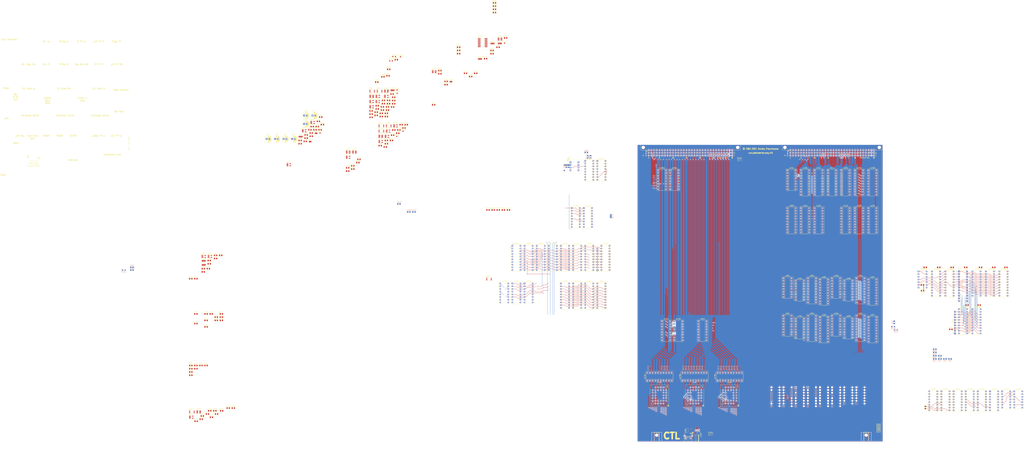
<source format=kicad_pcb>
(kicad_pcb (version 20171130) (host pcbnew 5.1.5+dfsg1-2build2)
  (title_block (title "CFT Control Unit Board") (rev 2023) (comment 1 CTL))
  (layers (0 F.Cu signal) (31 B.Cu signal) (34 B.Paste user hide) (35 F.Paste user hide) (36 B.SilkS user hide) (37 F.SilkS user) (38 B.Mask user hide) (39 F.Mask user hide) (44 Edge.Cuts user))
  (net 0 "")
  (net 1 GND)
  (net 2 +5V)
  (net 3 /CLK4)
  (net 4 /~WAITING)
  (net 5 /~WS)
  (net 6 /FPD7)
  (net 7 /FPD6)
  (net 8 /FPD5)
  (net 9 /FPD4)
  (net 10 /FPD3)
  (net 11 /FPD2)
  (net 12 /FPD1)
  (net 13 /FPD0)
  (net 14 /COND3)
  (net 15 /COND2)
  (net 16 /COND1)
  (net 17 /ACTION3)
  (net 18 /ACTION2)
  (net 19 /ACTION1)
  (net 20 /ACTION0)
  (net 21 /WADDR2)
  (net 22 /WADDR1)
  (net 23 /WADDR0)
  (net 24 /RADDR4)
  (net 25 /RADDR3)
  (net 26 /RADDR2)
  (net 27 /RADDR1)
  (net 28 /RADDR0)
  (net 29 /CLK2)
  (net 30 /CLK3)
  (net 31 /CLK1)
  (net 32 /FL)
  (net 33 /FN)
  (net 34 /IBUS13)
  (net 35 /IBUS14)
  (net 36 /IBUS15)
  (net 37 /~IRQ7)
  (net 38 /~IRQ6)
  (net 39 /~IRQ5)
  (net 40 /~IRQ4)
  (net 41 /DB15)
  (net 42 /~IRQ3)
  (net 43 /DB14)
  (net 44 /~IRQ2)
  (net 45 /DB13)
  (net 46 /~IRQ1)
  (net 47 /DB12)
  (net 48 /~IRQ0)
  (net 49 /DB11)
  (net 50 /~IRQS)
  (net 51 /DB10)
  (net 52 /~IRQ)
  (net 53 /DB9)
  (net 54 /~HALT)
  (net 55 /DB8)
  (net 56 /DB7)
  (net 57 /DB6)
  (net 58 /~IODEV3XX)
  (net 59 /DB5)
  (net 60 /~IODEV2XX)
  (net 61 /DB4)
  (net 62 /~IODEV1XX)
  (net 63 /DB3)
  (net 64 /DB2)
  (net 65 /~W)
  (net 66 /DB1)
  (net 67 /DB0)
  (net 68 /~RESET)
  (net 69 /~RSTHOLD)
  (net 70 /AB0)
  (net 71 /AB1)
  (net 72 /AB2)
  (net 73 /AB3)
  (net 74 /AB4)
  (net 75 /AB5)
  (net 76 /AB6)
  (net 77 /AB7)
  (net 78 /AB8)
  (net 79 /AB9)
  (net 80 /AB10)
  (net 81 /AB11)
  (net 82 /AB12)
  (net 83 /AB13)
  (net 84 /AB14)
  (net 85 /AB15)
  (net 86 /AB16)
  (net 87 /AB17)
  (net 88 /AB18)
  (net 89 /AB19)
  (net 90 /AB20)
  (net 91 /AB21)
  (net 92 /AB22)
  (net 93 /AB23)
  (net 94 /~SKIPEXT)
  (net 95 /IBUS7)
  (net 96 /IBUS6)
  (net 97 /IBUS5)
  (net 98 /~ENDEXT)
  (net 99 /COND0)
  (net 100 /WADDR4)
  (net 101 /WADDR3)
  (net 102 /FV)
  (net 103 /FZ)
  (net 104 /~FLAGWE)
  (net 105 /IBUS8)
  (net 106 /IBUS9)
  (net 107 /IBUS10)
  (net 108 /IBUS11)
  (net 109 /IBUS12)
  (net 110 /~R)
  (net 111 /~IO)
  (net 112 /~MEM)
  (net 113 "Net-(C1001-Pad1)")
  (net 114 /~FPRAM~∕ROM)
  (net 115 "Net-(D901-Pad2)")
  (net 116 "Net-(D1001-Pad2)")
  (net 117 "Net-(D1001-Pad1)")
  (net 118 /~FPRESET)
  (net 119 /POWEROK)
  (net 120 "Net-(D1004-Pad1)")
  (net 121 "/Skip/Branch Unit/~COND₀")
  (net 122 "Net-(D1502-Pad1)")
  (net 123 "Net-(D1503-Pad1)")
  (net 124 "/Memory Bank Unit (MBU)/RA0")
  (net 125 /IBUS3)
  (net 126 /IBUS2)
  (net 127 /IBUS1)
  (net 128 /IBUS0)
  (net 129 "/Memory Bank Unit (MBU)/RA1")
  (net 130 /IBUS4)
  (net 131 "Net-(JP101-Pad2)")
  (net 132 /CLK4')
  (net 133 /~µPC-INH)
  (net 134 "Net-(JP104-Pad2)")
  (net 135 "/Address Register (AR)/~ABEN1")
  (net 136 "Net-(JP401-Pad3)")
  (net 137 "Net-(JP402-Pad2)")
  (net 138 /~T34)
  (net 139 "/Constant Store/~CSEN")
  (net 140 "/Wait States & Write Strobes/~SETWS")
  (net 141 "/Wait States & Write Strobes/~WS-in-T34")
  (net 142 "Net-(JP1601-Pad2)")
  (net 143 "Net-(JP1602-Pad2)")
  (net 144 "Net-(JP1603-Pad2)")
  (net 145 /PC10)
  (net 146 /PC11)
  (net 147 /PC12)
  (net 148 /PC13)
  (net 149 /PC14)
  (net 150 /PC15)
  (net 151 "/Address Register (AR)/AEXT6")
  (net 152 "/Address Register (AR)/AEXT5")
  (net 153 "/Address Register (AR)/AEXT4")
  (net 154 "/Address Register (AR)/AEXT3")
  (net 155 "/Address Register (AR)/AEXT2")
  (net 156 "/Address Register (AR)/AEXT1")
  (net 157 "/Address Register (AR)/AEXT0")
  (net 158 "Net-(R901-Pad2)")
  (net 159 "/Wait States & Write Strobes/~WEN-DELAYED")
  (net 160 /~WEN)
  (net 161 "Net-(R904-Pad2)")
  (net 162 "/Wait States & Write Strobes/CLK2'")
  (net 163 "Net-(R906-Pad2)")
  (net 164 "/Wait States & Write Strobes/~W₀")
  (net 165 "Net-(R907-Pad2)")
  (net 166 "/Wait States & Write Strobes/~WAITING0")
  (net 167 "Net-(R910-Pad2)")
  (net 168 "Net-(R911-Pad2)")
  (net 169 "Net-(R912-Pad2)")
  (net 170 /~FPCLK~⁄CLK)
  (net 171 /FPCLK)
  (net 172 "/Clock Generator/CLK1₀")
  (net 173 "/Clock Generator/CLK2₀")
  (net 174 "/Clock Generator/CLK3₀")
  (net 175 "/Clock Generator/CLK4₀")
  (net 176 "/Clock Generator/T34₀")
  (net 177 /T34)
  (net 178 "/Addressing Modes/PAGE0")
  (net 179 "/Addressing Modes/PAGE1")
  (net 180 "/Addressing Modes/PAGE2")
  (net 181 "/Addressing Modes/PAGE3")
  (net 182 "/Addressing Modes/PAGE4")
  (net 183 "/Addressing Modes/PAGE5")
  (net 184 "/Interrupt State Machine/~INH₀")
  (net 185 /FI)
  (net 186 "Net-(R1403-Pad2)")
  (net 187 /CEXT8)
  (net 188 /CEXT9)
  (net 189 /CEXT10)
  (net 190 "Net-(R1701-Pad2)")
  (net 191 "Net-(R1702-Pad2)")
  (net 192 "Net-(R1703-Pad2)")
  (net 193 "Net-(R1704-Pad2)")
  (net 194 "Net-(R1705-Pad2)")
  (net 195 "Net-(R1706-Pad2)")
  (net 196 "Net-(R1707-Pad2)")
  (net 197 "Net-(R1708-Pad2)")
  (net 198 "Net-(R1709-Pad2)")
  (net 199 "Net-(R1710-Pad2)")
  (net 200 "Net-(R1711-Pad2)")
  (net 201 "Net-(R1712-Pad2)")
  (net 202 "Net-(R1713-Pad2)")
  (net 203 "Net-(R1714-Pad2)")
  (net 204 "Net-(R1715-Pad2)")
  (net 205 "Net-(R1716-Pad2)")
  (net 206 "Net-(R1717-Pad2)")
  (net 207 "Net-(R1718-Pad2)")
  (net 208 "Net-(R1719-Pad2)")
  (net 209 "Net-(R1720-Pad2)")
  (net 210 "Net-(R1721-Pad2)")
  (net 211 /COND4)
  (net 212 "Net-(R1722-Pad2)")
  (net 213 "Net-(R1723-Pad2)")
  (net 214 "Net-(R1724-Pad2)")
  (net 215 /~END)
  (net 216 "/Microprogram Sequencer/Micro-Program Counter/~µPCCLR")
  (net 217 "/Microprogram Sequencer/Micro-Program Counter/~µPCCLR'")
  (net 218 "/Wait States & Write Strobes/~BUSEN")
  (net 219 /WSTB)
  (net 220 "/Interrupt State Machine/~IRQ1")
  (net 221 "/Microprogram Sequencer/Sheet5D82ABFF/RSVD")
  (net 222 /RESET)
  (net 223 /~READ-PC)
  (net 224 "Net-(U102-Pad7)")
  (net 225 /~READ-DR)
  (net 226 "Net-(U102-Pad13)")
  (net 227 "Net-(U102-Pad12)")
  (net 228 "Net-(U102-Pad11)")
  (net 229 "Net-(U102-Pad10)")
  (net 230 "Net-(U102-Pad9)")
  (net 231 /~WRITE-PC)
  (net 232 "Net-(U103-Pad7)")
  (net 233 /~WRITE-DR)
  (net 234 "Net-(U103-Pad13)")
  (net 235 "Net-(U103-Pad12)")
  (net 236 "Net-(U103-Pad11)")
  (net 237 "Net-(U103-Pad10)")
  (net 238 "Net-(U103-Pad9)")
  (net 239 /~ACTION-INCPC)
  (net 240 "Net-(U104-Pad7)")
  (net 241 "Net-(U104-Pad14)")
  (net 242 /~ACTION-INCDR)
  (net 243 /~ACTION-DECDR)
  (net 244 "Net-(U104-Pad11)")
  (net 245 "Net-(U104-Pad10)")
  (net 246 "Net-(U104-Pad9)")
  (net 247 /~IR-IDX)
  (net 248 /~ACTION-IDX)
  (net 249 /~IDXEN)
  (net 250 "/Program Counter/PC3")
  (net 251 "/Program Counter/PC2")
  (net 252 "Net-(U201-Pad13)")
  (net 253 "Net-(U201-Pad12)")
  (net 254 "/Program Counter/PC0")
  (net 255 "/Program Counter/PC1")
  (net 256 "/Program Counter/PC7")
  (net 257 "/Program Counter/PC6")
  (net 258 "/Program Counter/PC5")
  (net 259 "/Program Counter/PC4")
  (net 260 "Net-(U203-Pad13)")
  (net 261 "Net-(U203-Pad12)")
  (net 262 "/Program Counter/PC9")
  (net 263 "/Program Counter/PC8")
  (net 264 /~FPPCL)
  (net 265 "Net-(U206-Pad13)")
  (net 266 "Net-(U206-Pad12)")
  (net 267 /~FPPCH)
  (net 268 "Net-(U208-Pad13)")
  (net 269 "Net-(U208-Pad12)")
  (net 270 "Net-(U301-Pad13)")
  (net 271 "Net-(U301-Pad12)")
  (net 272 "Net-(U303-Pad13)")
  (net 273 "Net-(U303-Pad12)")
  (net 274 /~FPDRL)
  (net 275 "Net-(U306-Pad13)")
  (net 276 "Net-(U306-Pad12)")
  (net 277 /~FPDRH)
  (net 278 "Net-(U308-Pad13)")
  (net 279 "Net-(U308-Pad12)")
  (net 280 /~SYSDEV)
  (net 281 "Net-(U401-Pad7)")
  (net 282 "Net-(U401-Pad11)")
  (net 283 "/Address Register (AR)/AR10")
  (net 284 "Net-(U401-Pad10)")
  (net 285 "/Address Register (AR)/AR9")
  (net 286 "Net-(U401-Pad9)")
  (net 287 "/Address Register (AR)/AR8")
  (net 288 "/Address Register (AR)/AR0")
  (net 289 "/Address Register (AR)/AR1")
  (net 290 "/Address Register (AR)/AR2")
  (net 291 "/Address Register (AR)/AR3")
  (net 292 "/Address Register (AR)/AR4")
  (net 293 "/Address Register (AR)/AR5")
  (net 294 "/Address Register (AR)/AR6")
  (net 295 "/Address Register (AR)/AR7")
  (net 296 /~WAR)
  (net 297 "/Address Register (AR)/~ABEN2")
  (net 298 "/Address Register (AR)/AR11")
  (net 299 "/Address Register (AR)/AR12")
  (net 300 "/Address Register (AR)/AR13")
  (net 301 "/Address Register (AR)/AR14")
  (net 302 "/Address Register (AR)/AR15")
  (net 303 "/Address Register (AR)/AR16")
  (net 304 "/Address Register (AR)/AEXT7")
  (net 305 "/Address Register (AR)/AR17")
  (net 306 "/Address Register (AR)/AR18")
  (net 307 "/Address Register (AR)/AR19")
  (net 308 "/Address Register (AR)/AR20")
  (net 309 "/Address Register (AR)/AR21")
  (net 310 "/Address Register (AR)/AR22")
  (net 311 "/Address Register (AR)/AR23")
  (net 312 /~FPAEXT)
  (net 313 "/Constant Store/~CSOE")
  (net 314 "Net-(U502-Pad15)")
  (net 315 "Net-(U502-Pad7)")
  (net 316 "Net-(U502-Pad13)")
  (net 317 "Net-(U502-Pad12)")
  (net 318 "Net-(U502-Pad11)")
  (net 319 "Net-(U502-Pad10)")
  (net 320 "Net-(U502-Pad9)")
  (net 321 "/Memory Bank Unit (MBU)/~RMBP")
  (net 322 "/Memory Bank Unit (MBU)/~WMBP")
  (net 323 /IR0)
  (net 324 /IR1)
  (net 325 /IR2)
  (net 326 /HALT)
  (net 327 "Net-(U902-Pad4)")
  (net 328 "Net-(U902-Pad2)")
  (net 329 "/Wait States & Write Strobes/~WSTB")
  (net 330 "Net-(U905-Pad5)")
  (net 331 "Net-(U1001-Pad15)")
  (net 332 "Net-(U1001-Pad6)")
  (net 333 "Net-(U1001-Pad5)")
  (net 334 "Net-(U1001-Pad4)")
  (net 335 "Net-(U1001-Pad3)")
  (net 336 "Net-(U1001-Pad2)")
  (net 337 "Net-(U1001-Pad9)")
  (net 338 "Net-(U1001-Pad1)")
  (net 339 "/Clock Generator/÷4")
  (net 340 "Net-(U1003-Pad12)")
  (net 341 "Net-(U1003-Pad10)")
  (net 342 "/Clock Generator/÷2")
  (net 343 "Net-(U1003-Pad9)")
  (net 344 "Net-(U1004-Pad7)")
  (net 345 "/Clock Generator/CLKIN")
  (net 346 "Net-(U1004-Pad6)")
  (net 347 "Net-(U1004-Pad13)")
  (net 348 "Net-(U1004-Pad12)")
  (net 349 "/Clock Generator/CLK")
  (net 350 /IR3)
  (net 351 /IR4)
  (net 352 /IR5)
  (net 353 /IR6)
  (net 354 /IR7)
  (net 355 "/Instruction Register (IR)/~WIR")
  (net 356 /~FPIRL)
  (net 357 /~WRITE-IR)
  (net 358 /IR8)
  (net 359 /IR9)
  (net 360 /IR10)
  (net 361 /IR11)
  (net 362 /IR12)
  (net 363 /IR13)
  (net 364 /IR14)
  (net 365 /IR15)
  (net 366 /~FPIRH)
  (net 367 "/Flag Unit/~FLAGOE")
  (net 368 "Net-(U1202-Pad15)")
  (net 369 "Net-(U1202-Pad14)")
  (net 370 "Net-(U1202-Pad13)")
  (net 371 "Net-(U1202-Pad12)")
  (net 372 "Net-(U1202-Pad11)")
  (net 373 "/Flag Unit/~WRITE-MBP+FLAGS")
  (net 374 "/Flag Unit/~WRITE-FLAGS")
  (net 375 "Net-(U1204-Pad15)")
  (net 376 /~READ-AGL)
  (net 377 "Net-(U1204-Pad14)")
  (net 378 "Net-(U1204-Pad13)")
  (net 379 "Net-(U1204-Pad12)")
  (net 380 "Net-(U1204-Pad11)")
  (net 381 "Net-(U1204-Pad9)")
  (net 382 /~FPFLAGS)
  (net 383 "Net-(U1302-Pad19)")
  (net 384 "Net-(U1302-Pad18)")
  (net 385 /IDX0)
  (net 386 /IDX1)
  (net 387 "Net-(U1401-Pad15)")
  (net 388 "Net-(U1401-Pad7)")
  (net 389 "Net-(U1401-Pad14)")
  (net 390 "Net-(U1401-Pad13)")
  (net 391 "/Interrupt State Machine/~ACTION-STI")
  (net 392 "/Interrupt State Machine/~ACTION-CLI")
  (net 393 "Net-(U1401-Pad9)")
  (net 394 "/Interrupt State Machine/~RESET-OR-CLI")
  (net 395 "Net-(U1402-Pad3)")
  (net 396 "/Interrupt State Machine/~INH")
  (net 397 "Net-(U1405-Pad3)")
  (net 398 "/Interrupt State Machine/~IRQ0")
  (net 399 /~IRQSµC)
  (net 400 "Net-(U1406-Pad3)")
  (net 401 "/Interrupt State Machine/ENDCP")
  (net 402 "/Skip/Branch Unit/~CEN0")
  (net 403 "Net-(U1501-Pad5)")
  (net 404 "/Skip/Branch Unit/SZ")
  (net 405 "/Skip/Branch Unit/SV")
  (net 406 "/Skip/Branch Unit/SN")
  (net 407 "/Skip/Branch Unit/SL")
  (net 408 "/Skip/Branch Unit/SVL")
  (net 409 "Net-(U1503-Pad11)")
  (net 410 "/Skip/Branch Unit/SZN")
  (net 411 "Net-(U1503-Pad8)")
  (net 412 "/Skip/Branch Unit/SKP")
  (net 413 "/Skip/Branch Unit/~CEN1")
  (net 414 "Net-(U1505-Pad5)")
  (net 415 "Net-(U1506-Pad7)")
  (net 416 "Net-(U1506-Pad6)")
  (net 417 "Net-(U1506-Pad12)")
  (net 418 "Net-(U1506-Pad11)")
  (net 419 "Net-(U1506-Pad10)")
  (net 420 "Net-(U1506-Pad9)")
  (net 421 /~COND)
  (net 422 "Net-(U1507-Pad3)")
  (net 423 "/Skip/Branch Unit/~COND₁")
  (net 424 "/Microprogram Sequencer/UPC3")
  (net 425 /FPFETCH∕~EXEC)
  (net 426 "Net-(U1601-Pad6)")
  (net 427 "/Microprogram Sequencer/UPC2")
  (net 428 "Net-(U1601-Pad5)")
  (net 429 "/Microprogram Sequencer/UPC1")
  (net 430 "/Microprogram Sequencer/UPC0")
  (net 431 "Net-(U1603-Pad5)")
  (net 432 "/Microprogram Sequencer/~CSE")
  (net 433 "/Microprogram Sequencer/~HALT₀")
  (net 434 "/Microprogram Sequencer/Microcode Store/µCV7")
  (net 435 "/Microprogram Sequencer/Microcode Store/µCV6")
  (net 436 "/Microprogram Sequencer/Microcode Store/µCV5")
  (net 437 "/Microprogram Sequencer/Microcode Store/µCV4")
  (net 438 "/Microprogram Sequencer/Microcode Store/µCV3")
  (net 439 "/Microprogram Sequencer/Microcode Store/µCV2")
  (net 440 "/Microprogram Sequencer/Microcode Store/µCV1")
  (net 441 "/Microprogram Sequencer/Microcode Store/µCV0")
  (net 442 "/Microprogram Sequencer/Microcode Store/µCV15")
  (net 443 "/Microprogram Sequencer/Microcode Store/µCV14")
  (net 444 "/Microprogram Sequencer/Microcode Store/µCV13")
  (net 445 "/Microprogram Sequencer/Microcode Store/µCV12")
  (net 446 "/Microprogram Sequencer/Microcode Store/µCV11")
  (net 447 "/Microprogram Sequencer/Microcode Store/µCV10")
  (net 448 "/Microprogram Sequencer/Microcode Store/µCV9")
  (net 449 "/Microprogram Sequencer/Microcode Store/µCV8")
  (net 450 "/Microprogram Sequencer/Microcode Store/µCV23")
  (net 451 "/Microprogram Sequencer/Microcode Store/µCV22")
  (net 452 "/Microprogram Sequencer/Microcode Store/µCV21")
  (net 453 "/Microprogram Sequencer/Microcode Store/µCV20")
  (net 454 "/Microprogram Sequencer/Microcode Store/µCV19")
  (net 455 "/Microprogram Sequencer/Microcode Store/µCV18")
  (net 456 "/Microprogram Sequencer/Microcode Store/µCV17")
  (net 457 "/Microprogram Sequencer/Microcode Store/µCV16")
  (net 458 "/Microprogram Sequencer/Microcode Store/~R0")
  (net 459 "/Microprogram Sequencer/Microcode Store/~IO0")
  (net 460 "/Microprogram Sequencer/Microcode Store/~MEM0")
  (net 461 "/Microprogram Sequencer/Microcode Store/~WEN0")
  (net 462 /~FPµA0)
  (net 463 /~FPµC1)
  (net 464 /~FPµC0)
  (net 465 /~FPµC2)
  (net 466 "Net-(U1901-Pad6)")
  (net 467 "Net-(U1902-Pad15)")
  (net 468 "Net-(RN1301-Pad9)")
  (net 469 "Net-(RN1301-Pad8)")
  (net 470 "/Data Register/DR3")
  (net 471 "/Data Register/DR2")
  (net 472 "/Data Register/DR0")
  (net 473 "/Data Register/DR1")
  (net 474 "/Data Register/DR7")
  (net 475 "/Data Register/DR6")
  (net 476 "/Data Register/DR4")
  (net 477 "/Data Register/DR5")
  (net 478 "/Data Register/DR15")
  (net 479 "/Data Register/DR11")
  (net 480 "/Data Register/DR14")
  (net 481 "/Data Register/DR10")
  (net 482 "/Data Register/DR8")
  (net 483 "/Data Register/DR12")
  (net 484 "/Data Register/DR13")
  (net 485 "/Data Register/DR9")
  (net 486 "Net-(U1005-Pad7)")
  (net 487 "Net-(U1005-Pad12)")
  (net 488 "Net-(U1005-Pad9)")
  (net 489 "Net-(D601-Pad1)")
  (net 490 "Net-(R602-Pad1)")
  (net 491 "Net-(U409-Pad19)")
  (net 492 "/Memory Bank Unit (MBU)/~WMBn")
  (net 493 "/Memory Bank Unit (MBU)/~RMBn")
  (net 494 "/Memory Bank Unit (MBU)/~RCTX")
  (net 495 "/Memory Bank Unit (MBU)/~WCTX")
  (net 496 "/Memory Bank Unit (MBU)/RA2")
  (net 497 "/Memory Bank Unit (MBU)/~IR-IDXR")
  (net 498 "/Memory Bank Unit (MBU)/~OE")
  (net 499 "/Memory Bank Unit (MBU)/~DIS")
  (net 500 "/Memory Bank Unit (MBU)/~WE")
  (net 501 "/Memory Bank Unit (MBU)/~IBUSEN")
  (net 502 "/Memory Bank Unit (MBU)/CTX6")
  (net 503 "/Memory Bank Unit (MBU)/CTX7")
  (net 504 "/Memory Bank Unit (MBU)/CTX0")
  (net 505 "/Memory Bank Unit (MBU)/CTX1")
  (net 506 "/Memory Bank Unit (MBU)/CTX2")
  (net 507 "/Memory Bank Unit (MBU)/CTX3")
  (net 508 "/Memory Bank Unit (MBU)/CTX4")
  (net 509 "/Memory Bank Unit (MBU)/CTX5")
  (net 510 "Net-(U606-Pad8)")
  (net 511 "Net-(RN601-Pad2)")
  (net 512 /~FPCTX)
  (module alexios:DIP-20_W7.62mm_Socket (layer F.Cu) (at 370.208 195.18)
    (fp_text reference U610 (at 3.81 -2.33) (layer F.SilkS))
    (fp_text value 74HC541)
    (pad 20 thru_hole oval (at 7.62 0) (size 1.397 1.397) (drill 0.8) (layers *.Cu *.Mask) (net 2 +5V))
    (pad 10 thru_hole oval (at 0 22.86) (size 1.397 1.397) (drill 0.8) (layers *.Cu *.Mask) (net 1 GND))
    (pad 19 thru_hole oval (at 7.62 2.54) (size 1.397 1.397) (drill 0.8) (layers *.Cu *.Mask) (net 1 GND))
    (pad 9 thru_hole oval (at 0 20.32) (size 1.397 1.397) (drill 0.8) (layers *.Cu *.Mask) (net 503 "/Memory Bank Unit (MBU)/CTX7"))
    (pad 18 thru_hole oval (at 7.62 5.08) (size 1.397 1.397) (drill 0.8) (layers *.Cu *.Mask) (net 13 /FPD0))
    (pad 8 thru_hole oval (at 0 17.78) (size 1.397 1.397) (drill 0.8) (layers *.Cu *.Mask) (net 502 "/Memory Bank Unit (MBU)/CTX6"))
    (pad 17 thru_hole oval (at 7.62 7.62) (size 1.397 1.397) (drill 0.8) (layers *.Cu *.Mask) (net 12 /FPD1))
    (pad 7 thru_hole oval (at 0 15.24) (size 1.397 1.397) (drill 0.8) (layers *.Cu *.Mask) (net 509 "/Memory Bank Unit (MBU)/CTX5"))
    (pad 16 thru_hole oval (at 7.62 10.16) (size 1.397 1.397) (drill 0.8) (layers *.Cu *.Mask) (net 11 /FPD2))
    (pad 6 thru_hole oval (at 0 12.7) (size 1.397 1.397) (drill 0.8) (layers *.Cu *.Mask) (net 508 "/Memory Bank Unit (MBU)/CTX4"))
    (pad 15 thru_hole oval (at 7.62 12.7) (size 1.397 1.397) (drill 0.8) (layers *.Cu *.Mask) (net 10 /FPD3))
    (pad 5 thru_hole oval (at 0 10.16) (size 1.397 1.397) (drill 0.8) (layers *.Cu *.Mask) (net 507 "/Memory Bank Unit (MBU)/CTX3"))
    (pad 14 thru_hole oval (at 7.62 15.24) (size 1.397 1.397) (drill 0.8) (layers *.Cu *.Mask) (net 9 /FPD4))
    (pad 4 thru_hole oval (at 0 7.62) (size 1.397 1.397) (drill 0.8) (layers *.Cu *.Mask) (net 506 "/Memory Bank Unit (MBU)/CTX2"))
    (pad 13 thru_hole oval (at 7.62 17.78) (size 1.397 1.397) (drill 0.8) (layers *.Cu *.Mask) (net 8 /FPD5))
    (pad 3 thru_hole oval (at 0 5.08) (size 1.397 1.397) (drill 0.8) (layers *.Cu *.Mask) (net 505 "/Memory Bank Unit (MBU)/CTX1"))
    (pad 12 thru_hole oval (at 7.62 20.32) (size 1.397 1.397) (drill 0.8) (layers *.Cu *.Mask) (net 7 /FPD6))
    (pad 2 thru_hole oval (at 0 2.54) (size 1.397 1.397) (drill 0.8) (layers *.Cu *.Mask) (net 504 "/Memory Bank Unit (MBU)/CTX0"))
    (pad 11 thru_hole oval (at 7.62 22.86) (size 1.397 1.397) (drill 0.8) (layers *.Cu *.Mask) (net 6 /FPD7))
    (pad 1 thru_hole rect (at 0 0) (size 1.27 1.27) (drill 0.8) (layers *.Cu *.Mask) (net 512 /~FPCTX))
  )
  (module alexios:C_SMD_0805_2012Metric_Pad1.15x1.40mm_HandSolder (layer F.Cu) (at 376.313 191.37 180)
    (fp_text reference C610 (at -0.254 -1.8288) (layer F.SilkS) (effects (font (size 1 0.83))))
    (fp_text value 100nF)
    (pad 2 smd roundrect (at 1.025 0 180) (size 1.15 1.4) (layers F.Cu F.Paste F.Mask) (roundrect_rratio 0.217391) (net 1 GND))
    (pad 1 smd roundrect (at -1.025 0 180) (size 1.15 1.4) (layers F.Cu F.Paste F.Mask) (roundrect_rratio 0.217391) (net 2 +5V))
  )
  (module alexios:DIP-20_W7.62mm_Socket (layer F.Cu) (at 344.808 195.18)
    (fp_text reference U604 (at 3.81 -2.33) (layer F.SilkS))
    (fp_text value 74HC574)
    (pad 20 thru_hole oval (at 7.62 0) (size 1.397 1.397) (drill 0.8) (layers *.Cu *.Mask) (net 2 +5V))
    (pad 10 thru_hole oval (at 0 22.86) (size 1.397 1.397) (drill 0.8) (layers *.Cu *.Mask) (net 1 GND))
    (pad 19 thru_hole oval (at 7.62 2.54) (size 1.397 1.397) (drill 0.8) (layers *.Cu *.Mask) (net 504 "/Memory Bank Unit (MBU)/CTX0"))
    (pad 9 thru_hole oval (at 0 20.32) (size 1.397 1.397) (drill 0.8) (layers *.Cu *.Mask) (net 95 /IBUS7))
    (pad 18 thru_hole oval (at 7.62 5.08) (size 1.397 1.397) (drill 0.8) (layers *.Cu *.Mask) (net 505 "/Memory Bank Unit (MBU)/CTX1"))
    (pad 8 thru_hole oval (at 0 17.78) (size 1.397 1.397) (drill 0.8) (layers *.Cu *.Mask) (net 96 /IBUS6))
    (pad 17 thru_hole oval (at 7.62 7.62) (size 1.397 1.397) (drill 0.8) (layers *.Cu *.Mask) (net 506 "/Memory Bank Unit (MBU)/CTX2"))
    (pad 7 thru_hole oval (at 0 15.24) (size 1.397 1.397) (drill 0.8) (layers *.Cu *.Mask) (net 97 /IBUS5))
    (pad 16 thru_hole oval (at 7.62 10.16) (size 1.397 1.397) (drill 0.8) (layers *.Cu *.Mask) (net 507 "/Memory Bank Unit (MBU)/CTX3"))
    (pad 6 thru_hole oval (at 0 12.7) (size 1.397 1.397) (drill 0.8) (layers *.Cu *.Mask) (net 130 /IBUS4))
    (pad 15 thru_hole oval (at 7.62 12.7) (size 1.397 1.397) (drill 0.8) (layers *.Cu *.Mask) (net 508 "/Memory Bank Unit (MBU)/CTX4"))
    (pad 5 thru_hole oval (at 0 10.16) (size 1.397 1.397) (drill 0.8) (layers *.Cu *.Mask) (net 125 /IBUS3))
    (pad 14 thru_hole oval (at 7.62 15.24) (size 1.397 1.397) (drill 0.8) (layers *.Cu *.Mask) (net 509 "/Memory Bank Unit (MBU)/CTX5"))
    (pad 4 thru_hole oval (at 0 7.62) (size 1.397 1.397) (drill 0.8) (layers *.Cu *.Mask) (net 126 /IBUS2))
    (pad 13 thru_hole oval (at 7.62 17.78) (size 1.397 1.397) (drill 0.8) (layers *.Cu *.Mask) (net 502 "/Memory Bank Unit (MBU)/CTX6"))
    (pad 3 thru_hole oval (at 0 5.08) (size 1.397 1.397) (drill 0.8) (layers *.Cu *.Mask) (net 127 /IBUS1))
    (pad 12 thru_hole oval (at 7.62 20.32) (size 1.397 1.397) (drill 0.8) (layers *.Cu *.Mask) (net 503 "/Memory Bank Unit (MBU)/CTX7"))
    (pad 2 thru_hole oval (at 0 2.54) (size 1.397 1.397) (drill 0.8) (layers *.Cu *.Mask) (net 128 /IBUS0))
    (pad 11 thru_hole oval (at 7.62 22.86) (size 1.397 1.397) (drill 0.8) (layers *.Cu *.Mask) (net 495 "/Memory Bank Unit (MBU)/~WCTX"))
    (pad 1 thru_hole rect (at 0 0) (size 1.27 1.27) (drill 0.8) (layers *.Cu *.Mask) (net 1 GND))
  )
  (module alexios:DIP-20_W7.62mm_Socket (layer F.Cu) (at 306.708 195.18)
    (fp_text reference U601 (at 3.81 -2.33) (layer F.SilkS))
    (fp_text value 16V8)
    (pad 20 thru_hole oval (at 7.62 0) (size 1.397 1.397) (drill 0.8) (layers *.Cu *.Mask) (net 2 +5V))
    (pad 10 thru_hole oval (at 0 22.86) (size 1.397 1.397) (drill 0.8) (layers *.Cu *.Mask) (net 1 GND))
    (pad 19 thru_hole oval (at 7.62 2.54) (size 1.397 1.397) (drill 0.8) (layers *.Cu *.Mask) (net 296 /~WAR))
    (pad 9 thru_hole oval (at 0 20.32) (size 1.397 1.397) (drill 0.8) (layers *.Cu *.Mask) (net 101 /WADDR3))
    (pad 18 thru_hole oval (at 7.62 5.08) (size 1.397 1.397) (drill 0.8) (layers *.Cu *.Mask) (net 492 "/Memory Bank Unit (MBU)/~WMBn"))
    (pad 8 thru_hole oval (at 0 17.78) (size 1.397 1.397) (drill 0.8) (layers *.Cu *.Mask) (net 21 /WADDR2))
    (pad 17 thru_hole oval (at 7.62 7.62) (size 1.397 1.397) (drill 0.8) (layers *.Cu *.Mask) (net 493 "/Memory Bank Unit (MBU)/~RMBn"))
    (pad 7 thru_hole oval (at 0 15.24) (size 1.397 1.397) (drill 0.8) (layers *.Cu *.Mask) (net 22 /WADDR1))
    (pad 16 thru_hole oval (at 7.62 10.16) (size 1.397 1.397) (drill 0.8) (layers *.Cu *.Mask) (net 321 "/Memory Bank Unit (MBU)/~RMBP"))
    (pad 6 thru_hole oval (at 0 12.7) (size 1.397 1.397) (drill 0.8) (layers *.Cu *.Mask) (net 23 /WADDR0))
    (pad 15 thru_hole oval (at 7.62 12.7) (size 1.397 1.397) (drill 0.8) (layers *.Cu *.Mask) (net 322 "/Memory Bank Unit (MBU)/~WMBP"))
    (pad 5 thru_hole oval (at 0 10.16) (size 1.397 1.397) (drill 0.8) (layers *.Cu *.Mask) (net 24 /RADDR4))
    (pad 14 thru_hole oval (at 7.62 15.24) (size 1.397 1.397) (drill 0.8) (layers *.Cu *.Mask) (net 494 "/Memory Bank Unit (MBU)/~RCTX"))
    (pad 4 thru_hole oval (at 0 7.62) (size 1.397 1.397) (drill 0.8) (layers *.Cu *.Mask) (net 25 /RADDR3))
    (pad 13 thru_hole oval (at 7.62 17.78) (size 1.397 1.397) (drill 0.8) (layers *.Cu *.Mask) (net 495 "/Memory Bank Unit (MBU)/~WCTX"))
    (pad 3 thru_hole oval (at 0 5.08) (size 1.397 1.397) (drill 0.8) (layers *.Cu *.Mask) (net 26 /RADDR2))
    (pad 12 thru_hole oval (at 7.62 20.32) (size 1.397 1.397) (drill 0.8) (layers *.Cu *.Mask) (net 30 /CLK3))
    (pad 2 thru_hole oval (at 0 2.54) (size 1.397 1.397) (drill 0.8) (layers *.Cu *.Mask) (net 27 /RADDR1))
    (pad 11 thru_hole oval (at 7.62 22.86) (size 1.397 1.397) (drill 0.8) (layers *.Cu *.Mask) (net 100 /WADDR4))
    (pad 1 thru_hole rect (at 0 0) (size 1.27 1.27) (drill 0.8) (layers *.Cu *.Mask) (net 28 /RADDR0))
  )
  (module alexios:DIP-24_W7.62mm_Socket (layer F.Cu) (at 332.108 195.18)
    (fp_text reference U603 (at 0.9 -3.2) (layer F.SilkS) (effects (font (size 1 0.83))))
    (fp_text value 6116SA15TPG)
    (pad 24 thru_hole oval (at 7.62 0) (size 1.6 1.6) (drill 0.8) (layers *.Cu *.Mask) (net 2 +5V))
    (pad 12 thru_hole oval (at 0 27.94) (size 1.6 1.6) (drill 0.8) (layers *.Cu *.Mask) (net 1 GND))
    (pad 23 thru_hole oval (at 7.62 2.54) (size 1.6 1.6) (drill 0.8) (layers *.Cu *.Mask) (net 505 "/Memory Bank Unit (MBU)/CTX1"))
    (pad 11 thru_hole oval (at 0 25.4) (size 1.6 1.6) (drill 0.8) (layers *.Cu *.Mask) (net 155 "/Address Register (AR)/AEXT2"))
    (pad 22 thru_hole oval (at 7.62 5.08) (size 1.6 1.6) (drill 0.8) (layers *.Cu *.Mask) (net 506 "/Memory Bank Unit (MBU)/CTX2"))
    (pad 10 thru_hole oval (at 0 22.86) (size 1.6 1.6) (drill 0.8) (layers *.Cu *.Mask) (net 156 "/Address Register (AR)/AEXT1"))
    (pad 21 thru_hole oval (at 7.62 7.62) (size 1.6 1.6) (drill 0.8) (layers *.Cu *.Mask) (net 500 "/Memory Bank Unit (MBU)/~WE"))
    (pad 9 thru_hole oval (at 0 20.32) (size 1.6 1.6) (drill 0.8) (layers *.Cu *.Mask) (net 157 "/Address Register (AR)/AEXT0"))
    (pad 20 thru_hole oval (at 7.62 10.16) (size 1.6 1.6) (drill 0.8) (layers *.Cu *.Mask) (net 498 "/Memory Bank Unit (MBU)/~OE"))
    (pad 8 thru_hole oval (at 0 17.78) (size 1.6 1.6) (drill 0.8) (layers *.Cu *.Mask) (net 503 "/Memory Bank Unit (MBU)/CTX7"))
    (pad 19 thru_hole oval (at 7.62 12.7) (size 1.6 1.6) (drill 0.8) (layers *.Cu *.Mask) (net 508 "/Memory Bank Unit (MBU)/CTX4"))
    (pad 7 thru_hole oval (at 0 15.24) (size 1.6 1.6) (drill 0.8) (layers *.Cu *.Mask) (net 502 "/Memory Bank Unit (MBU)/CTX6"))
    (pad 18 thru_hole oval (at 7.62 15.24) (size 1.6 1.6) (drill 0.8) (layers *.Cu *.Mask) (net 1 GND))
    (pad 6 thru_hole oval (at 0 12.7) (size 1.6 1.6) (drill 0.8) (layers *.Cu *.Mask) (net 509 "/Memory Bank Unit (MBU)/CTX5"))
    (pad 17 thru_hole oval (at 7.62 17.78) (size 1.6 1.6) (drill 0.8) (layers *.Cu *.Mask) (net 304 "/Address Register (AR)/AEXT7"))
    (pad 5 thru_hole oval (at 0 10.16) (size 1.6 1.6) (drill 0.8) (layers *.Cu *.Mask) (net 507 "/Memory Bank Unit (MBU)/CTX3"))
    (pad 16 thru_hole oval (at 7.62 20.32) (size 1.6 1.6) (drill 0.8) (layers *.Cu *.Mask) (net 151 "/Address Register (AR)/AEXT6"))
    (pad 4 thru_hole oval (at 0 7.62) (size 1.6 1.6) (drill 0.8) (layers *.Cu *.Mask) (net 496 "/Memory Bank Unit (MBU)/RA2"))
    (pad 15 thru_hole oval (at 7.62 22.86) (size 1.6 1.6) (drill 0.8) (layers *.Cu *.Mask) (net 152 "/Address Register (AR)/AEXT5"))
    (pad 3 thru_hole oval (at 0 5.08) (size 1.6 1.6) (drill 0.8) (layers *.Cu *.Mask) (net 129 "/Memory Bank Unit (MBU)/RA1"))
    (pad 14 thru_hole oval (at 7.62 25.4) (size 1.6 1.6) (drill 0.8) (layers *.Cu *.Mask) (net 153 "/Address Register (AR)/AEXT4"))
    (pad 2 thru_hole oval (at 0 2.54) (size 1.6 1.6) (drill 0.8) (layers *.Cu *.Mask) (net 124 "/Memory Bank Unit (MBU)/RA0"))
    (pad 13 thru_hole oval (at 7.62 27.94) (size 1.6 1.6) (drill 0.8) (layers *.Cu *.Mask) (net 154 "/Address Register (AR)/AEXT3"))
    (pad 1 thru_hole rect (at 0 0) (size 1.6 1.6) (drill 0.8) (layers *.Cu *.Mask) (net 504 "/Memory Bank Unit (MBU)/CTX0"))
  )
  (module alexios:DIP-20_W7.62mm_Socket (layer F.Cu) (at 344.808 230.74)
    (fp_text reference U608 (at 3.81 -2.33) (layer F.SilkS))
    (fp_text value 74HC541)
    (pad 20 thru_hole oval (at 7.62 0) (size 1.397 1.397) (drill 0.8) (layers *.Cu *.Mask) (net 2 +5V))
    (pad 10 thru_hole oval (at 0 22.86) (size 1.397 1.397) (drill 0.8) (layers *.Cu *.Mask) (net 1 GND))
    (pad 19 thru_hole oval (at 7.62 2.54) (size 1.397 1.397) (drill 0.8) (layers *.Cu *.Mask) (net 1 GND))
    (pad 9 thru_hole oval (at 0 20.32) (size 1.397 1.397) (drill 0.8) (layers *.Cu *.Mask) (net 95 /IBUS7))
    (pad 18 thru_hole oval (at 7.62 5.08) (size 1.397 1.397) (drill 0.8) (layers *.Cu *.Mask) (net 157 "/Address Register (AR)/AEXT0"))
    (pad 8 thru_hole oval (at 0 17.78) (size 1.397 1.397) (drill 0.8) (layers *.Cu *.Mask) (net 96 /IBUS6))
    (pad 17 thru_hole oval (at 7.62 7.62) (size 1.397 1.397) (drill 0.8) (layers *.Cu *.Mask) (net 156 "/Address Register (AR)/AEXT1"))
    (pad 7 thru_hole oval (at 0 15.24) (size 1.397 1.397) (drill 0.8) (layers *.Cu *.Mask) (net 97 /IBUS5))
    (pad 16 thru_hole oval (at 7.62 10.16) (size 1.397 1.397) (drill 0.8) (layers *.Cu *.Mask) (net 155 "/Address Register (AR)/AEXT2"))
    (pad 6 thru_hole oval (at 0 12.7) (size 1.397 1.397) (drill 0.8) (layers *.Cu *.Mask) (net 130 /IBUS4))
    (pad 15 thru_hole oval (at 7.62 12.7) (size 1.397 1.397) (drill 0.8) (layers *.Cu *.Mask) (net 154 "/Address Register (AR)/AEXT3"))
    (pad 5 thru_hole oval (at 0 10.16) (size 1.397 1.397) (drill 0.8) (layers *.Cu *.Mask) (net 125 /IBUS3))
    (pad 14 thru_hole oval (at 7.62 15.24) (size 1.397 1.397) (drill 0.8) (layers *.Cu *.Mask) (net 153 "/Address Register (AR)/AEXT4"))
    (pad 4 thru_hole oval (at 0 7.62) (size 1.397 1.397) (drill 0.8) (layers *.Cu *.Mask) (net 126 /IBUS2))
    (pad 13 thru_hole oval (at 7.62 17.78) (size 1.397 1.397) (drill 0.8) (layers *.Cu *.Mask) (net 152 "/Address Register (AR)/AEXT5"))
    (pad 3 thru_hole oval (at 0 5.08) (size 1.397 1.397) (drill 0.8) (layers *.Cu *.Mask) (net 127 /IBUS1))
    (pad 12 thru_hole oval (at 7.62 20.32) (size 1.397 1.397) (drill 0.8) (layers *.Cu *.Mask) (net 151 "/Address Register (AR)/AEXT6"))
    (pad 2 thru_hole oval (at 0 2.54) (size 1.397 1.397) (drill 0.8) (layers *.Cu *.Mask) (net 128 /IBUS0))
    (pad 11 thru_hole oval (at 7.62 22.86) (size 1.397 1.397) (drill 0.8) (layers *.Cu *.Mask) (net 304 "/Address Register (AR)/AEXT7"))
    (pad 1 thru_hole rect (at 0 0) (size 1.27 1.27) (drill 0.8) (layers *.Cu *.Mask) (net 500 "/Memory Bank Unit (MBU)/~WE"))
  )
  (module alexios:DIP-14_W7.62mm_Socket (layer F.Cu) (at 294.008 195.18)
    (fp_text reference U606 (at 3.81 -2.33) (layer F.SilkS))
    (fp_text value 74HC74)
    (pad 14 thru_hole oval (at 7.62 0) (size 1.397 1.397) (drill 0.8) (layers *.Cu *.Mask) (net 2 +5V))
    (pad 7 thru_hole oval (at 0 15.24) (size 1.397 1.397) (drill 0.8) (layers *.Cu *.Mask) (net 1 GND))
    (pad 13 thru_hole oval (at 7.62 2.54) (size 1.397 1.397) (drill 0.8) (layers *.Cu *.Mask) (net 69 /~RSTHOLD))
    (pad 6 thru_hole oval (at 0 12.7) (size 1.397 1.397) (drill 0.8) (layers *.Cu *.Mask) (net 490 "Net-(R602-Pad1)"))
    (pad 12 thru_hole oval (at 7.62 5.08) (size 1.397 1.397) (drill 0.8) (layers *.Cu *.Mask) (net 2 +5V))
    (pad 5 thru_hole oval (at 0 10.16) (size 1.397 1.397) (drill 0.8) (layers *.Cu *.Mask) (net 499 "/Memory Bank Unit (MBU)/~DIS"))
    (pad 11 thru_hole oval (at 7.62 7.62) (size 1.397 1.397) (drill 0.8) (layers *.Cu *.Mask) (net 29 /CLK2))
    (pad 4 thru_hole oval (at 0 7.62) (size 1.397 1.397) (drill 0.8) (layers *.Cu *.Mask) (net 492 "/Memory Bank Unit (MBU)/~WMBn"))
    (pad 10 thru_hole oval (at 7.62 10.16) (size 1.397 1.397) (drill 0.8) (layers *.Cu *.Mask) (net 247 /~IR-IDX))
    (pad 3 thru_hole oval (at 0 5.08) (size 1.397 1.397) (drill 0.8) (layers *.Cu *.Mask) (net 2 +5V))
    (pad 9 thru_hole oval (at 7.62 12.7) (size 1.397 1.397) (drill 0.8) (layers *.Cu *.Mask) (net 497 "/Memory Bank Unit (MBU)/~IR-IDXR"))
    (pad 2 thru_hole oval (at 0 2.54) (size 1.397 1.397) (drill 0.8) (layers *.Cu *.Mask) (net 2 +5V))
    (pad 8 thru_hole oval (at 7.62 15.24) (size 1.397 1.397) (drill 0.8) (layers *.Cu *.Mask) (net 510 "Net-(U606-Pad8)"))
    (pad 1 thru_hole rect (at 0 0) (size 1.397 1.397) (drill 0.8) (layers *.Cu *.Mask) (net 69 /~RSTHOLD))
  )
  (module alexios:DIP-20_W7.62mm_Socket (layer F.Cu) (at 357.508 195.18)
    (fp_text reference U605 (at 3.81 -2.33) (layer F.SilkS))
    (fp_text value 74HC541)
    (pad 20 thru_hole oval (at 7.62 0) (size 1.397 1.397) (drill 0.8) (layers *.Cu *.Mask) (net 2 +5V))
    (pad 10 thru_hole oval (at 0 22.86) (size 1.397 1.397) (drill 0.8) (layers *.Cu *.Mask) (net 1 GND))
    (pad 19 thru_hole oval (at 7.62 2.54) (size 1.397 1.397) (drill 0.8) (layers *.Cu *.Mask) (net 1 GND))
    (pad 9 thru_hole oval (at 0 20.32) (size 1.397 1.397) (drill 0.8) (layers *.Cu *.Mask) (net 503 "/Memory Bank Unit (MBU)/CTX7"))
    (pad 18 thru_hole oval (at 7.62 5.08) (size 1.397 1.397) (drill 0.8) (layers *.Cu *.Mask) (net 128 /IBUS0))
    (pad 8 thru_hole oval (at 0 17.78) (size 1.397 1.397) (drill 0.8) (layers *.Cu *.Mask) (net 502 "/Memory Bank Unit (MBU)/CTX6"))
    (pad 17 thru_hole oval (at 7.62 7.62) (size 1.397 1.397) (drill 0.8) (layers *.Cu *.Mask) (net 127 /IBUS1))
    (pad 7 thru_hole oval (at 0 15.24) (size 1.397 1.397) (drill 0.8) (layers *.Cu *.Mask) (net 509 "/Memory Bank Unit (MBU)/CTX5"))
    (pad 16 thru_hole oval (at 7.62 10.16) (size 1.397 1.397) (drill 0.8) (layers *.Cu *.Mask) (net 126 /IBUS2))
    (pad 6 thru_hole oval (at 0 12.7) (size 1.397 1.397) (drill 0.8) (layers *.Cu *.Mask) (net 508 "/Memory Bank Unit (MBU)/CTX4"))
    (pad 15 thru_hole oval (at 7.62 12.7) (size 1.397 1.397) (drill 0.8) (layers *.Cu *.Mask) (net 125 /IBUS3))
    (pad 5 thru_hole oval (at 0 10.16) (size 1.397 1.397) (drill 0.8) (layers *.Cu *.Mask) (net 507 "/Memory Bank Unit (MBU)/CTX3"))
    (pad 14 thru_hole oval (at 7.62 15.24) (size 1.397 1.397) (drill 0.8) (layers *.Cu *.Mask) (net 130 /IBUS4))
    (pad 4 thru_hole oval (at 0 7.62) (size 1.397 1.397) (drill 0.8) (layers *.Cu *.Mask) (net 506 "/Memory Bank Unit (MBU)/CTX2"))
    (pad 13 thru_hole oval (at 7.62 17.78) (size 1.397 1.397) (drill 0.8) (layers *.Cu *.Mask) (net 97 /IBUS5))
    (pad 3 thru_hole oval (at 0 5.08) (size 1.397 1.397) (drill 0.8) (layers *.Cu *.Mask) (net 505 "/Memory Bank Unit (MBU)/CTX1"))
    (pad 12 thru_hole oval (at 7.62 20.32) (size 1.397 1.397) (drill 0.8) (layers *.Cu *.Mask) (net 96 /IBUS6))
    (pad 2 thru_hole oval (at 0 2.54) (size 1.397 1.397) (drill 0.8) (layers *.Cu *.Mask) (net 504 "/Memory Bank Unit (MBU)/CTX0"))
    (pad 11 thru_hole oval (at 7.62 22.86) (size 1.397 1.397) (drill 0.8) (layers *.Cu *.Mask) (net 95 /IBUS7))
    (pad 1 thru_hole rect (at 0 0) (size 1.27 1.27) (drill 0.8) (layers *.Cu *.Mask) (net 494 "/Memory Bank Unit (MBU)/~RCTX"))
  )
  (module alexios:DIP-20_W7.62mm_Socket (layer F.Cu) (at 319.408 195.18)
    (fp_text reference U602 (at 3.81 -2.33) (layer F.SilkS))
    (fp_text value 16V8)
    (pad 20 thru_hole oval (at 7.62 0) (size 1.397 1.397) (drill 0.8) (layers *.Cu *.Mask) (net 2 +5V))
    (pad 10 thru_hole oval (at 0 22.86) (size 1.397 1.397) (drill 0.8) (layers *.Cu *.Mask) (net 1 GND))
    (pad 19 thru_hole oval (at 7.62 2.54) (size 1.397 1.397) (drill 0.8) (layers *.Cu *.Mask) (net 124 "/Memory Bank Unit (MBU)/RA0"))
    (pad 9 thru_hole oval (at 0 20.32) (size 1.397 1.397) (drill 0.8) (layers *.Cu *.Mask) (net 22 /WADDR1))
    (pad 18 thru_hole oval (at 7.62 5.08) (size 1.397 1.397) (drill 0.8) (layers *.Cu *.Mask) (net 129 "/Memory Bank Unit (MBU)/RA1"))
    (pad 8 thru_hole oval (at 0 17.78) (size 1.397 1.397) (drill 0.8) (layers *.Cu *.Mask) (net 23 /WADDR0))
    (pad 17 thru_hole oval (at 7.62 7.62) (size 1.397 1.397) (drill 0.8) (layers *.Cu *.Mask) (net 496 "/Memory Bank Unit (MBU)/RA2"))
    (pad 7 thru_hole oval (at 0 15.24) (size 1.397 1.397) (drill 0.8) (layers *.Cu *.Mask) (net 497 "/Memory Bank Unit (MBU)/~IR-IDXR"))
    (pad 16 thru_hole oval (at 7.62 10.16) (size 1.397 1.397) (drill 0.8) (layers *.Cu *.Mask) (net 500 "/Memory Bank Unit (MBU)/~WE"))
    (pad 6 thru_hole oval (at 0 12.7) (size 1.397 1.397) (drill 0.8) (layers *.Cu *.Mask) (net 322 "/Memory Bank Unit (MBU)/~WMBP"))
    (pad 15 thru_hole oval (at 7.62 12.7) (size 1.397 1.397) (drill 0.8) (layers *.Cu *.Mask) (net 498 "/Memory Bank Unit (MBU)/~OE"))
    (pad 5 thru_hole oval (at 0 10.16) (size 1.397 1.397) (drill 0.8) (layers *.Cu *.Mask) (net 499 "/Memory Bank Unit (MBU)/~DIS"))
    (pad 14 thru_hole oval (at 7.62 15.24) (size 1.397 1.397) (drill 0.8) (layers *.Cu *.Mask) (net 501 "/Memory Bank Unit (MBU)/~IBUSEN"))
    (pad 4 thru_hole oval (at 0 7.62) (size 1.397 1.397) (drill 0.8) (layers *.Cu *.Mask) (net 321 "/Memory Bank Unit (MBU)/~RMBP"))
    (pad 13 thru_hole oval (at 7.62 17.78) (size 1.397 1.397) (drill 0.8) (layers *.Cu *.Mask) (net 325 /IR2))
    (pad 3 thru_hole oval (at 0 5.08) (size 1.397 1.397) (drill 0.8) (layers *.Cu *.Mask) (net 493 "/Memory Bank Unit (MBU)/~RMBn"))
    (pad 12 thru_hole oval (at 7.62 20.32) (size 1.397 1.397) (drill 0.8) (layers *.Cu *.Mask) (net 324 /IR1))
    (pad 2 thru_hole oval (at 0 2.54) (size 1.397 1.397) (drill 0.8) (layers *.Cu *.Mask) (net 492 "/Memory Bank Unit (MBU)/~WMBn"))
    (pad 11 thru_hole oval (at 7.62 22.86) (size 1.397 1.397) (drill 0.8) (layers *.Cu *.Mask) (net 323 /IR0))
    (pad 1 thru_hole rect (at 0 0) (size 1.27 1.27) (drill 0.8) (layers *.Cu *.Mask) (net 296 /~WAR))
  )
  (module Resistor_THT:R_Array_SIP9 (layer F.Cu) (at 328.298 253.6 90)
    (fp_text reference RN601 (at 11.43 -2.4 90) (layer F.SilkS))
    (fp_text value 10kΩ)
    (pad 9 thru_hole oval (at 20.32 0 90) (size 1.6 1.6) (drill 0.8) (layers *.Cu *.Mask) (net 157 "/Address Register (AR)/AEXT0"))
    (pad 8 thru_hole oval (at 17.78 0 90) (size 1.6 1.6) (drill 0.8) (layers *.Cu *.Mask) (net 156 "/Address Register (AR)/AEXT1"))
    (pad 7 thru_hole oval (at 15.24 0 90) (size 1.6 1.6) (drill 0.8) (layers *.Cu *.Mask) (net 155 "/Address Register (AR)/AEXT2"))
    (pad 6 thru_hole oval (at 12.7 0 90) (size 1.6 1.6) (drill 0.8) (layers *.Cu *.Mask) (net 154 "/Address Register (AR)/AEXT3"))
    (pad 5 thru_hole oval (at 10.16 0 90) (size 1.6 1.6) (drill 0.8) (layers *.Cu *.Mask) (net 153 "/Address Register (AR)/AEXT4"))
    (pad 4 thru_hole oval (at 7.62 0 90) (size 1.6 1.6) (drill 0.8) (layers *.Cu *.Mask) (net 152 "/Address Register (AR)/AEXT5"))
    (pad 3 thru_hole oval (at 5.08 0 90) (size 1.6 1.6) (drill 0.8) (layers *.Cu *.Mask) (net 151 "/Address Register (AR)/AEXT6"))
    (pad 2 thru_hole oval (at 2.54 0 90) (size 1.6 1.6) (drill 0.8) (layers *.Cu *.Mask) (net 511 "Net-(RN601-Pad2)"))
    (pad 1 thru_hole rect (at 0 0 90) (size 1.6 1.6) (drill 0.8) (layers *.Cu *.Mask) (net 1 GND))
  )
  (module alexios:R_SMD_0805_2012Metric_Pad1.15x1.40mm_HandSolder (layer F.Cu) (at 297.818 207.88)
    (fp_text reference R602 (at -0.254 -1.8288) (layer F.SilkS) (effects (font (size 1 0.83))))
    (fp_text value 680Ω)
    (pad 2 smd roundrect (at 1.025 0) (size 1.15 1.4) (layers F.Cu F.Paste F.Mask) (roundrect_rratio 0.217391) (net 489 "Net-(D601-Pad1)"))
    (pad 1 smd roundrect (at -1.025 0) (size 1.15 1.4) (layers F.Cu F.Paste F.Mask) (roundrect_rratio 0.217391) (net 490 "Net-(R602-Pad1)"))
  )
  (module alexios:R_SMD_0805_2012Metric_Pad1.15x1.40mm_HandSolder (layer F.Cu) (at 324.488 249.79)
    (fp_text reference R601 (at -0.254 -1.8288) (layer F.SilkS) (effects (font (size 1 0.83))))
    (fp_text value 10kΩ)
    (pad 2 smd roundrect (at 1.025 0) (size 1.15 1.4) (layers F.Cu F.Paste F.Mask) (roundrect_rratio 0.217391) (net 304 "/Address Register (AR)/AEXT7"))
    (pad 1 smd roundrect (at -1.025 0) (size 1.15 1.4) (layers F.Cu F.Paste F.Mask) (roundrect_rratio 0.217391) (net 114 /~FPRAM~∕ROM))
  )
  (module alexios:LED_0805_2012Metric_Pad1.15x1.40mm_HandSolder (layer F.Cu) (at 297.818 213.341 180)
    (fp_text reference D601 (at 0.1 -1.7) (layer F.SilkS))
    (fp_text value LED_ALT)
    (pad 2 smd roundrect (at 1.025 0 180) (size 1.15 1.4) (layers F.Cu F.Paste F.Mask) (roundrect_rratio 0.217391) (net 2 +5V))
    (pad 1 smd roundrect (at -1.025 0 180) (size 1.15 1.4) (layers F.Cu F.Paste F.Mask) (roundrect_rratio 0.217391) (net 489 "Net-(D601-Pad1)"))
  )
  (module alexios:C_SMD_0805_2012Metric_Pad1.15x1.40mm_HandSolder (layer F.Cu) (at 300.358 191.37 180)
    (fp_text reference C606 (at -0.254 -1.8288) (layer F.SilkS) (effects (font (size 1 0.83))))
    (fp_text value 100nF)
    (pad 2 smd roundrect (at 1.025 0 180) (size 1.15 1.4) (layers F.Cu F.Paste F.Mask) (roundrect_rratio 0.217391) (net 1 GND))
    (pad 1 smd roundrect (at -1.025 0 180) (size 1.15 1.4) (layers F.Cu F.Paste F.Mask) (roundrect_rratio 0.217391) (net 2 +5V))
  )
  (module alexios:C_SMD_0805_2012Metric_Pad1.15x1.40mm_HandSolder (layer F.Cu) (at 339.728 226.93 180)
    (fp_text reference C609 (at -0.254 -1.8288) (layer F.SilkS) (effects (font (size 1 0.83))))
    (fp_text value 100nF)
    (pad 2 smd roundrect (at 1.025 0 180) (size 1.15 1.4) (layers F.Cu F.Paste F.Mask) (roundrect_rratio 0.217391) (net 1 GND))
    (pad 1 smd roundrect (at -1.025 0 180) (size 1.15 1.4) (layers F.Cu F.Paste F.Mask) (roundrect_rratio 0.217391) (net 2 +5V))
  )
  (module alexios:C_SMD_0805_2012Metric_Pad1.15x1.40mm_HandSolder (layer F.Cu) (at 351.158 226.93 180)
    (fp_text reference C608 (at -0.254 -1.8288) (layer F.SilkS) (effects (font (size 1 0.83))))
    (fp_text value 100nF)
    (pad 2 smd roundrect (at 1.025 0 180) (size 1.15 1.4) (layers F.Cu F.Paste F.Mask) (roundrect_rratio 0.217391) (net 1 GND))
    (pad 1 smd roundrect (at -1.025 0 180) (size 1.15 1.4) (layers F.Cu F.Paste F.Mask) (roundrect_rratio 0.217391) (net 2 +5V))
  )
  (module alexios:C_SMD_0805_2012Metric_Pad1.15x1.40mm_HandSolder (layer F.Cu) (at 364.883 191.37 180)
    (fp_text reference C605 (at -0.254 -1.8288) (layer F.SilkS) (effects (font (size 1 0.83))))
    (fp_text value 100nF)
    (pad 2 smd roundrect (at 1.025 0 180) (size 1.15 1.4) (layers F.Cu F.Paste F.Mask) (roundrect_rratio 0.217391) (net 1 GND))
    (pad 1 smd roundrect (at -1.025 0 180) (size 1.15 1.4) (layers F.Cu F.Paste F.Mask) (roundrect_rratio 0.217391) (net 2 +5V))
  )
  (module alexios:C_SMD_0805_2012Metric_Pad1.15x1.40mm_HandSolder (layer F.Cu) (at 352.428 191.37 180)
    (fp_text reference C604 (at -0.254 -1.8288) (layer F.SilkS) (effects (font (size 1 0.83))))
    (fp_text value 100nF)
    (pad 2 smd roundrect (at 1.025 0 180) (size 1.15 1.4) (layers F.Cu F.Paste F.Mask) (roundrect_rratio 0.217391) (net 1 GND))
    (pad 1 smd roundrect (at -1.025 0 180) (size 1.15 1.4) (layers F.Cu F.Paste F.Mask) (roundrect_rratio 0.217391) (net 2 +5V))
  )
  (module alexios:C_SMD_0805_2012Metric_Pad1.15x1.40mm_HandSolder (layer F.Cu) (at 325.758 191.37 180)
    (fp_text reference C602 (at -0.254 -1.8288) (layer F.SilkS) (effects (font (size 1 0.83))))
    (fp_text value 100nF)
    (pad 2 smd roundrect (at 1.025 0 180) (size 1.15 1.4) (layers F.Cu F.Paste F.Mask) (roundrect_rratio 0.217391) (net 1 GND))
    (pad 1 smd roundrect (at -1.025 0 180) (size 1.15 1.4) (layers F.Cu F.Paste F.Mask) (roundrect_rratio 0.217391) (net 2 +5V))
  )
  (module alexios:C_SMD_0805_2012Metric_Pad1.15x1.40mm_HandSolder (layer F.Cu) (at 313.058 191.37 180)
    (fp_text reference C601 (at -0.254 -1.8288) (layer F.SilkS) (effects (font (size 1 0.83))))
    (fp_text value 100nF)
    (pad 2 smd roundrect (at 1.025 0 180) (size 1.15 1.4) (layers F.Cu F.Paste F.Mask) (roundrect_rratio 0.217391) (net 1 GND))
    (pad 1 smd roundrect (at -1.025 0 180) (size 1.15 1.4) (layers F.Cu F.Paste F.Mask) (roundrect_rratio 0.217391) (net 2 +5V))
  )
  (module alexios:DIP-20_W7.62mm_Socket (layer F.Cu) (at 183.518 135.49)
    (fp_text reference U402 (at 3.81 -2.33) (layer F.SilkS))
    (fp_text value 74HC574)
    (pad 20 thru_hole oval (at 7.62 0) (size 1.397 1.397) (drill 0.8) (layers *.Cu *.Mask) (net 2 +5V))
    (pad 10 thru_hole oval (at 0 22.86) (size 1.397 1.397) (drill 0.8) (layers *.Cu *.Mask) (net 1 GND))
    (pad 19 thru_hole oval (at 7.62 2.54) (size 1.397 1.397) (drill 0.8) (layers *.Cu *.Mask) (net 288 "/Address Register (AR)/AR0"))
    (pad 9 thru_hole oval (at 0 20.32) (size 1.397 1.397) (drill 0.8) (layers *.Cu *.Mask) (net 95 /IBUS7))
    (pad 18 thru_hole oval (at 7.62 5.08) (size 1.397 1.397) (drill 0.8) (layers *.Cu *.Mask) (net 289 "/Address Register (AR)/AR1"))
    (pad 8 thru_hole oval (at 0 17.78) (size 1.397 1.397) (drill 0.8) (layers *.Cu *.Mask) (net 96 /IBUS6))
    (pad 17 thru_hole oval (at 7.62 7.62) (size 1.397 1.397) (drill 0.8) (layers *.Cu *.Mask) (net 290 "/Address Register (AR)/AR2"))
    (pad 7 thru_hole oval (at 0 15.24) (size 1.397 1.397) (drill 0.8) (layers *.Cu *.Mask) (net 97 /IBUS5))
    (pad 16 thru_hole oval (at 7.62 10.16) (size 1.397 1.397) (drill 0.8) (layers *.Cu *.Mask) (net 291 "/Address Register (AR)/AR3"))
    (pad 6 thru_hole oval (at 0 12.7) (size 1.397 1.397) (drill 0.8) (layers *.Cu *.Mask) (net 130 /IBUS4))
    (pad 15 thru_hole oval (at 7.62 12.7) (size 1.397 1.397) (drill 0.8) (layers *.Cu *.Mask) (net 292 "/Address Register (AR)/AR4"))
    (pad 5 thru_hole oval (at 0 10.16) (size 1.397 1.397) (drill 0.8) (layers *.Cu *.Mask) (net 125 /IBUS3))
    (pad 14 thru_hole oval (at 7.62 15.24) (size 1.397 1.397) (drill 0.8) (layers *.Cu *.Mask) (net 293 "/Address Register (AR)/AR5"))
    (pad 4 thru_hole oval (at 0 7.62) (size 1.397 1.397) (drill 0.8) (layers *.Cu *.Mask) (net 126 /IBUS2))
    (pad 13 thru_hole oval (at 7.62 17.78) (size 1.397 1.397) (drill 0.8) (layers *.Cu *.Mask) (net 294 "/Address Register (AR)/AR6"))
    (pad 3 thru_hole oval (at 0 5.08) (size 1.397 1.397) (drill 0.8) (layers *.Cu *.Mask) (net 127 /IBUS1))
    (pad 12 thru_hole oval (at 7.62 20.32) (size 1.397 1.397) (drill 0.8) (layers *.Cu *.Mask) (net 295 "/Address Register (AR)/AR7"))
    (pad 2 thru_hole oval (at 0 2.54) (size 1.397 1.397) (drill 0.8) (layers *.Cu *.Mask) (net 128 /IBUS0))
    (pad 11 thru_hole oval (at 7.62 22.86) (size 1.397 1.397) (drill 0.8) (layers *.Cu *.Mask) (net 296 /~WAR))
    (pad 1 thru_hole rect (at 0 0) (size 1.27 1.27) (drill 0.8) (layers *.Cu *.Mask) (net 1 GND))
  )
  (module alexios:DIP-20_W7.62mm_Socket (layer F.Cu) (at -19.682 171.05)
    (fp_text reference U1302 (at 3.81 -2.33) (layer F.SilkS))
    (fp_text value 74HC574)
    (pad 20 thru_hole oval (at 7.62 0) (size 1.397 1.397) (drill 0.8) (layers *.Cu *.Mask) (net 2 +5V))
    (pad 10 thru_hole oval (at 0 22.86) (size 1.397 1.397) (drill 0.8) (layers *.Cu *.Mask) (net 1 GND))
    (pad 19 thru_hole oval (at 7.62 2.54) (size 1.397 1.397) (drill 0.8) (layers *.Cu *.Mask) (net 383 "Net-(U1302-Pad19)"))
    (pad 9 thru_hole oval (at 0 20.32) (size 1.397 1.397) (drill 0.8) (layers *.Cu *.Mask) (net 150 /PC15))
    (pad 18 thru_hole oval (at 7.62 5.08) (size 1.397 1.397) (drill 0.8) (layers *.Cu *.Mask) (net 384 "Net-(U1302-Pad18)"))
    (pad 8 thru_hole oval (at 0 17.78) (size 1.397 1.397) (drill 0.8) (layers *.Cu *.Mask) (net 149 /PC14))
    (pad 17 thru_hole oval (at 7.62 7.62) (size 1.397 1.397) (drill 0.8) (layers *.Cu *.Mask) (net 178 "/Addressing Modes/PAGE0"))
    (pad 7 thru_hole oval (at 0 15.24) (size 1.397 1.397) (drill 0.8) (layers *.Cu *.Mask) (net 148 /PC13))
    (pad 16 thru_hole oval (at 7.62 10.16) (size 1.397 1.397) (drill 0.8) (layers *.Cu *.Mask) (net 179 "/Addressing Modes/PAGE1"))
    (pad 6 thru_hole oval (at 0 12.7) (size 1.397 1.397) (drill 0.8) (layers *.Cu *.Mask) (net 147 /PC12))
    (pad 15 thru_hole oval (at 7.62 12.7) (size 1.397 1.397) (drill 0.8) (layers *.Cu *.Mask) (net 180 "/Addressing Modes/PAGE2"))
    (pad 5 thru_hole oval (at 0 10.16) (size 1.397 1.397) (drill 0.8) (layers *.Cu *.Mask) (net 146 /PC11))
    (pad 14 thru_hole oval (at 7.62 15.24) (size 1.397 1.397) (drill 0.8) (layers *.Cu *.Mask) (net 181 "/Addressing Modes/PAGE3"))
    (pad 4 thru_hole oval (at 0 7.62) (size 1.397 1.397) (drill 0.8) (layers *.Cu *.Mask) (net 145 /PC10))
    (pad 13 thru_hole oval (at 7.62 17.78) (size 1.397 1.397) (drill 0.8) (layers *.Cu *.Mask) (net 182 "/Addressing Modes/PAGE4"))
    (pad 3 thru_hole oval (at 0 5.08) (size 1.397 1.397) (drill 0.8) (layers *.Cu *.Mask) (net 2 +5V))
    (pad 12 thru_hole oval (at 7.62 20.32) (size 1.397 1.397) (drill 0.8) (layers *.Cu *.Mask) (net 183 "/Addressing Modes/PAGE5"))
    (pad 2 thru_hole oval (at 0 2.54) (size 1.397 1.397) (drill 0.8) (layers *.Cu *.Mask) (net 2 +5V))
    (pad 11 thru_hole oval (at 7.62 22.86) (size 1.397 1.397) (drill 0.8) (layers *.Cu *.Mask) (net 215 /~END))
    (pad 1 thru_hole rect (at 0 0) (size 1.27 1.27) (drill 0.8) (layers *.Cu *.Mask) (net 360 /IR10))
  )
  (module alexios:DIP-16_W7.62mm_Socket (layer F.Cu) (at -19.682 91.04)
    (fp_text reference U1005 (at 3.81 -2.33) (layer F.SilkS))
    (fp_text value 74AC157)
    (pad 16 thru_hole oval (at 7.62 0) (size 1.397 1.397) (drill 0.8) (layers *.Cu *.Mask) (net 2 +5V))
    (pad 8 thru_hole oval (at 0 17.78) (size 1.397 1.397) (drill 0.8) (layers *.Cu *.Mask) (net 1 GND))
    (pad 15 thru_hole oval (at 7.62 2.54) (size 1.397 1.397) (drill 0.8) (layers *.Cu *.Mask) (net 1 GND))
    (pad 7 thru_hole oval (at 0 15.24) (size 1.397 1.397) (drill 0.8) (layers *.Cu *.Mask) (net 486 "Net-(U1005-Pad7)"))
    (pad 14 thru_hole oval (at 7.62 5.08) (size 1.397 1.397) (drill 0.8) (layers *.Cu *.Mask) (net 1 GND))
    (pad 6 thru_hole oval (at 0 12.7) (size 1.397 1.397) (drill 0.8) (layers *.Cu *.Mask) (net 1 GND))
    (pad 13 thru_hole oval (at 7.62 7.62) (size 1.397 1.397) (drill 0.8) (layers *.Cu *.Mask) (net 1 GND))
    (pad 5 thru_hole oval (at 0 10.16) (size 1.397 1.397) (drill 0.8) (layers *.Cu *.Mask) (net 1 GND))
    (pad 12 thru_hole oval (at 7.62 10.16) (size 1.397 1.397) (drill 0.8) (layers *.Cu *.Mask) (net 487 "Net-(U1005-Pad12)"))
    (pad 4 thru_hole oval (at 0 7.62) (size 1.397 1.397) (drill 0.8) (layers *.Cu *.Mask) (net 345 "/Clock Generator/CLKIN"))
    (pad 11 thru_hole oval (at 7.62 12.7) (size 1.397 1.397) (drill 0.8) (layers *.Cu *.Mask) (net 1 GND))
    (pad 3 thru_hole oval (at 0 5.08) (size 1.397 1.397) (drill 0.8) (layers *.Cu *.Mask) (net 349 "/Clock Generator/CLK"))
    (pad 10 thru_hole oval (at 7.62 15.24) (size 1.397 1.397) (drill 0.8) (layers *.Cu *.Mask) (net 1 GND))
    (pad 2 thru_hole oval (at 0 2.54) (size 1.397 1.397) (drill 0.8) (layers *.Cu *.Mask) (net 171 /FPCLK))
    (pad 9 thru_hole oval (at 7.62 17.78) (size 1.397 1.397) (drill 0.8) (layers *.Cu *.Mask) (net 488 "Net-(U1005-Pad9)"))
    (pad 1 thru_hole rect (at 0 0) (size 1.397 1.397) (drill 0.8) (layers *.Cu *.Mask) (net 170 /~FPCLK~⁄CLK))
  )
  (module alexios:Oscillator_DIP-8-socket (layer F.Cu) (at -33.652 92.31)
    (fp_text reference X1001 (at -1.39643 -4.3) (layer F.SilkS) (effects (font (size 1 0.83))))
    (fp_text value "16 MHz")
    (pad 7 thru_hole circle (at 7.62 2.54 270) (size 1.524 1.524) (drill 0.762) (layers *.Cu *.Mask))
    (pad 6 thru_hole circle (at 7.62 5.08 270) (size 1.524 1.524) (drill 0.762) (layers *.Cu *.Mask))
    (pad 3 thru_hole circle (at 0 5.08 270) (size 1.524 1.524) (drill 0.762) (layers *.Cu *.Mask) (net 349 "/Clock Generator/CLK"))
    (pad 2 thru_hole circle (at 0 2.54 270) (size 1.524 1.524) (drill 0.762) (layers *.Cu *.Mask) (net 1 GND))
    (pad 4 thru_hole circle (at 0 7.62 270) (size 1.6 1.6) (drill 0.8) (layers *.Cu *.Mask) (net 2 +5V))
    (pad 5 thru_hole circle (at 7.62 7.62 270) (size 1.6 1.6) (drill 0.8) (layers *.Cu *.Mask))
    (pad 8 thru_hole circle (at 7.62 0 270) (size 1.6 1.6) (drill 0.8) (layers *.Cu *.Mask))
    (pad 1 thru_hole rect (at 0 0 270) (size 1.6 1.6) (drill 0.8) (layers *.Cu *.Mask) (net 2 +5V))
  )
  (module alexios:R_SMD_0805_2012Metric_Pad1.15x1.40mm_HandSolder (layer B.Cu) (at 45.977 115.043)
    (fp_text reference R1010 (at -0.254 1.8288) (layer B.SilkS) (effects (font (size 1 0.83)) (justify mirror)))
    (fp_text value 30Ω)
    (pad 2 smd roundrect (at 1.025 0) (size 1.15 1.4) (layers B.Cu B.Paste B.Mask) (roundrect_rratio 0.217391) (net 175 "/Clock Generator/CLK4₀"))
    (pad 1 smd roundrect (at -1.025 0) (size 1.15 1.4) (layers B.Cu B.Paste B.Mask) (roundrect_rratio 0.217391) (net 3 /CLK4))
  )
  (module alexios:R_SMD_0805_2012Metric_Pad1.15x1.40mm_HandSolder (layer B.Cu) (at 45.977 112.63)
    (fp_text reference R1009 (at -0.254 1.8288) (layer B.SilkS) (effects (font (size 1 0.83)) (justify mirror)))
    (fp_text value 30Ω)
    (pad 2 smd roundrect (at 1.025 0) (size 1.15 1.4) (layers B.Cu B.Paste B.Mask) (roundrect_rratio 0.217391) (net 174 "/Clock Generator/CLK3₀"))
    (pad 1 smd roundrect (at -1.025 0) (size 1.15 1.4) (layers B.Cu B.Paste B.Mask) (roundrect_rratio 0.217391) (net 30 /CLK3))
  )
  (module alexios:R_SMD_0805_2012Metric_Pad1.15x1.40mm_HandSolder (layer B.Cu) (at 45.977 110.09)
    (fp_text reference R1008 (at -0.254 1.8288) (layer B.SilkS) (effects (font (size 1 0.83)) (justify mirror)))
    (fp_text value 30Ω)
    (pad 2 smd roundrect (at 1.025 0) (size 1.15 1.4) (layers B.Cu B.Paste B.Mask) (roundrect_rratio 0.217391) (net 173 "/Clock Generator/CLK2₀"))
    (pad 1 smd roundrect (at -1.025 0) (size 1.15 1.4) (layers B.Cu B.Paste B.Mask) (roundrect_rratio 0.217391) (net 29 /CLK2))
  )
  (module alexios:R_SMD_0805_2012Metric_Pad1.15x1.40mm_HandSolder (layer B.Cu) (at 46.485 106.534 270)
    (fp_text reference R1007 (at -0.254 1.8288 90) (layer B.SilkS) (effects (font (size 1 0.83)) (justify mirror)))
    (fp_text value 30Ω)
    (pad 2 smd roundrect (at 1.025 0 270) (size 1.15 1.4) (layers B.Cu B.Paste B.Mask) (roundrect_rratio 0.217391) (net 172 "/Clock Generator/CLK1₀"))
    (pad 1 smd roundrect (at -1.025 0 270) (size 1.15 1.4) (layers B.Cu B.Paste B.Mask) (roundrect_rratio 0.217391) (net 31 /CLK1))
  )
  (module alexios:DIP-16_W7.62mm_Socket (layer F.Cu) (at -8.252 91.04)
    (fp_text reference U1001 (at 3.81 -2.33) (layer F.SilkS))
    (fp_text value 74HC590)
    (pad 16 thru_hole oval (at 7.62 0) (size 1.397 1.397) (drill 0.8) (layers *.Cu *.Mask) (net 2 +5V))
    (pad 8 thru_hole oval (at 0 17.78) (size 1.397 1.397) (drill 0.8) (layers *.Cu *.Mask) (net 1 GND))
    (pad 15 thru_hole oval (at 7.62 2.54) (size 1.397 1.397) (drill 0.8) (layers *.Cu *.Mask) (net 331 "Net-(U1001-Pad15)"))
    (pad 7 thru_hole oval (at 0 15.24) (size 1.397 1.397) (drill 0.8) (layers *.Cu *.Mask) (net 117 "Net-(D1001-Pad1)"))
    (pad 14 thru_hole oval (at 7.62 5.08) (size 1.397 1.397) (drill 0.8) (layers *.Cu *.Mask) (net 1 GND))
    (pad 6 thru_hole oval (at 0 12.7) (size 1.397 1.397) (drill 0.8) (layers *.Cu *.Mask) (net 332 "Net-(U1001-Pad6)"))
    (pad 13 thru_hole oval (at 7.62 7.62) (size 1.397 1.397) (drill 0.8) (layers *.Cu *.Mask) (net 174 "/Clock Generator/CLK3₀"))
    (pad 5 thru_hole oval (at 0 10.16) (size 1.397 1.397) (drill 0.8) (layers *.Cu *.Mask) (net 333 "Net-(U1001-Pad5)"))
    (pad 12 thru_hole oval (at 7.62 10.16) (size 1.397 1.397) (drill 0.8) (layers *.Cu *.Mask) (net 117 "Net-(D1001-Pad1)"))
    (pad 4 thru_hole oval (at 0 7.62) (size 1.397 1.397) (drill 0.8) (layers *.Cu *.Mask) (net 334 "Net-(U1001-Pad4)"))
    (pad 11 thru_hole oval (at 7.62 12.7) (size 1.397 1.397) (drill 0.8) (layers *.Cu *.Mask) (net 174 "/Clock Generator/CLK3₀"))
    (pad 3 thru_hole oval (at 0 5.08) (size 1.397 1.397) (drill 0.8) (layers *.Cu *.Mask) (net 335 "Net-(U1001-Pad3)"))
    (pad 10 thru_hole oval (at 7.62 15.24) (size 1.397 1.397) (drill 0.8) (layers *.Cu *.Mask) (net 68 /~RESET))
    (pad 2 thru_hole oval (at 0 2.54) (size 1.397 1.397) (drill 0.8) (layers *.Cu *.Mask) (net 336 "Net-(U1001-Pad2)"))
    (pad 9 thru_hole oval (at 7.62 17.78) (size 1.397 1.397) (drill 0.8) (layers *.Cu *.Mask) (net 337 "Net-(U1001-Pad9)"))
    (pad 1 thru_hole rect (at 0 0) (size 1.397 1.397) (drill 0.8) (layers *.Cu *.Mask) (net 338 "Net-(U1001-Pad1)"))
  )
  (module alexios:DIP-16_W7.62mm_Socket (layer F.Cu) (at 48.898 99.93)
    (fp_text reference U1003 (at 3.81 -2.33) (layer F.SilkS))
    (fp_text value 74HC139)
    (pad 16 thru_hole oval (at 7.62 0) (size 1.397 1.397) (drill 0.8) (layers *.Cu *.Mask) (net 2 +5V))
    (pad 8 thru_hole oval (at 0 17.78) (size 1.397 1.397) (drill 0.8) (layers *.Cu *.Mask) (net 1 GND))
    (pad 15 thru_hole oval (at 7.62 2.54) (size 1.397 1.397) (drill 0.8) (layers *.Cu *.Mask) (net 1 GND))
    (pad 7 thru_hole oval (at 0 15.24) (size 1.397 1.397) (drill 0.8) (layers *.Cu *.Mask) (net 175 "/Clock Generator/CLK4₀"))
    (pad 14 thru_hole oval (at 7.62 5.08) (size 1.397 1.397) (drill 0.8) (layers *.Cu *.Mask) (net 339 "/Clock Generator/÷4"))
    (pad 6 thru_hole oval (at 0 12.7) (size 1.397 1.397) (drill 0.8) (layers *.Cu *.Mask) (net 174 "/Clock Generator/CLK3₀"))
    (pad 13 thru_hole oval (at 7.62 7.62) (size 1.397 1.397) (drill 0.8) (layers *.Cu *.Mask) (net 1 GND))
    (pad 5 thru_hole oval (at 0 10.16) (size 1.397 1.397) (drill 0.8) (layers *.Cu *.Mask) (net 173 "/Clock Generator/CLK2₀"))
    (pad 12 thru_hole oval (at 7.62 10.16) (size 1.397 1.397) (drill 0.8) (layers *.Cu *.Mask) (net 340 "Net-(U1003-Pad12)"))
    (pad 4 thru_hole oval (at 0 7.62) (size 1.397 1.397) (drill 0.8) (layers *.Cu *.Mask) (net 172 "/Clock Generator/CLK1₀"))
    (pad 11 thru_hole oval (at 7.62 12.7) (size 1.397 1.397) (drill 0.8) (layers *.Cu *.Mask) (net 176 "/Clock Generator/T34₀"))
    (pad 3 thru_hole oval (at 0 5.08) (size 1.397 1.397) (drill 0.8) (layers *.Cu *.Mask) (net 339 "/Clock Generator/÷4"))
    (pad 10 thru_hole oval (at 7.62 15.24) (size 1.397 1.397) (drill 0.8) (layers *.Cu *.Mask) (net 341 "Net-(U1003-Pad10)"))
    (pad 2 thru_hole oval (at 0 2.54) (size 1.397 1.397) (drill 0.8) (layers *.Cu *.Mask) (net 342 "/Clock Generator/÷2"))
    (pad 9 thru_hole oval (at 7.62 17.78) (size 1.397 1.397) (drill 0.8) (layers *.Cu *.Mask) (net 343 "Net-(U1003-Pad9)"))
    (pad 1 thru_hole rect (at 0 0) (size 1.397 1.397) (drill 0.8) (layers *.Cu *.Mask) (net 1 GND))
  )
  (module alexios:DIP-16_W7.62mm_Socket (layer F.Cu) (at 60.328 99.93)
    (fp_text reference U1004 (at 3.81 -2.33) (layer F.SilkS))
    (fp_text value 74AC191)
    (pad 16 thru_hole oval (at 7.62 0) (size 1.397 1.397) (drill 0.8) (layers *.Cu *.Mask) (net 2 +5V))
    (pad 8 thru_hole oval (at 0 17.78) (size 1.397 1.397) (drill 0.8) (layers *.Cu *.Mask) (net 1 GND))
    (pad 15 thru_hole oval (at 7.62 2.54) (size 1.397 1.397) (drill 0.8) (layers *.Cu *.Mask) (net 1 GND))
    (pad 7 thru_hole oval (at 0 15.24) (size 1.397 1.397) (drill 0.8) (layers *.Cu *.Mask) (net 344 "Net-(U1004-Pad7)"))
    (pad 14 thru_hole oval (at 7.62 5.08) (size 1.397 1.397) (drill 0.8) (layers *.Cu *.Mask) (net 345 "/Clock Generator/CLKIN"))
    (pad 6 thru_hole oval (at 0 12.7) (size 1.397 1.397) (drill 0.8) (layers *.Cu *.Mask) (net 346 "Net-(U1004-Pad6)"))
    (pad 13 thru_hole oval (at 7.62 7.62) (size 1.397 1.397) (drill 0.8) (layers *.Cu *.Mask) (net 347 "Net-(U1004-Pad13)"))
    (pad 5 thru_hole oval (at 0 10.16) (size 1.397 1.397) (drill 0.8) (layers *.Cu *.Mask) (net 1 GND))
    (pad 12 thru_hole oval (at 7.62 10.16) (size 1.397 1.397) (drill 0.8) (layers *.Cu *.Mask) (net 348 "Net-(U1004-Pad12)"))
    (pad 4 thru_hole oval (at 0 7.62) (size 1.397 1.397) (drill 0.8) (layers *.Cu *.Mask) (net 1 GND))
    (pad 11 thru_hole oval (at 7.62 12.7) (size 1.397 1.397) (drill 0.8) (layers *.Cu *.Mask) (net 68 /~RESET))
    (pad 3 thru_hole oval (at 0 5.08) (size 1.397 1.397) (drill 0.8) (layers *.Cu *.Mask) (net 342 "/Clock Generator/÷2"))
    (pad 10 thru_hole oval (at 7.62 15.24) (size 1.397 1.397) (drill 0.8) (layers *.Cu *.Mask) (net 1 GND))
    (pad 2 thru_hole oval (at 0 2.54) (size 1.397 1.397) (drill 0.8) (layers *.Cu *.Mask) (net 339 "/Clock Generator/÷4"))
    (pad 9 thru_hole oval (at 7.62 17.78) (size 1.397 1.397) (drill 0.8) (layers *.Cu *.Mask) (net 1 GND))
    (pad 1 thru_hole rect (at 0 0) (size 1.397 1.397) (drill 0.8) (layers *.Cu *.Mask) (net 1 GND))
  )
  (module alexios:SOIC-14 (layer F.Cu) (at -119.482 -24.19)
    (fp_text reference U1602 (at -1.300001 -2.25) (layer F.SilkS) (effects (font (size 1 0.83)) (justify left)))
    (fp_text value SN74ACT1071)
    (pad 14 smd rect (at 6.466 0) (size 2.54 0.72) (layers F.Cu F.Paste F.Mask) (net 2 +5V))
    (pad 13 smd rect (at 6.466 1.27) (size 2.54 0.72) (layers F.Cu F.Paste F.Mask) (net 2 +5V))
    (pad 12 smd rect (at 6.466 2.54) (size 2.54 0.72) (layers F.Cu F.Paste F.Mask) (net 2 +5V))
    (pad 11 smd rect (at 6.466 3.81) (size 2.54 0.72) (layers F.Cu F.Paste F.Mask) (net 2 +5V))
    (pad 10 smd rect (at 6.466 5.08) (size 2.54 0.72) (layers F.Cu F.Paste F.Mask) (net 2 +5V))
    (pad 9 smd rect (at 6.466 6.35) (size 2.54 0.72) (layers F.Cu F.Paste F.Mask) (net 2 +5V))
    (pad 8 smd rect (at 6.466 7.62) (size 2.54 0.72) (layers F.Cu F.Paste F.Mask) (net 215 /~END))
    (pad 7 smd rect (at 0.008 7.62) (size 2.54 0.72) (layers F.Cu F.Paste F.Mask) (net 211 /COND4))
    (pad 6 smd rect (at 0.008 6.35) (size 2.54 0.72) (layers F.Cu F.Paste F.Mask) (net 14 /COND3))
    (pad 5 smd rect (at 0.008 5.08) (size 2.54 0.72) (layers F.Cu F.Paste F.Mask) (net 15 /COND2))
    (pad 4 smd rect (at 0.008 3.81) (size 2.54 0.72) (layers F.Cu F.Paste F.Mask) (net 1 GND))
    (pad 3 smd rect (at 0 2.54) (size 2.54 0.72) (layers F.Cu F.Paste F.Mask) (net 1 GND))
    (pad 2 smd rect (at 0 1.27) (size 2.54 0.72) (layers F.Cu F.Paste F.Mask) (net 16 /COND1))
    (pad 1 smd rect (at 0.012 0) (size 2.54 0.72) (layers F.Cu F.Paste F.Mask) (net 99 /COND0))
  )
  (module alexios:DIP-16_W7.62mm_Socket (layer F.Cu) (at 338.458 308.235)
    (fp_text reference U1506 (at 3.81 -2.33) (layer F.SilkS))
    (fp_text value 74HC139)
    (pad 16 thru_hole oval (at 7.62 0) (size 1.397 1.397) (drill 0.8) (layers *.Cu *.Mask) (net 2 +5V))
    (pad 8 thru_hole oval (at 0 17.78) (size 1.397 1.397) (drill 0.8) (layers *.Cu *.Mask) (net 1 GND))
    (pad 15 thru_hole oval (at 7.62 2.54) (size 1.397 1.397) (drill 0.8) (layers *.Cu *.Mask) (net 1 GND))
    (pad 7 thru_hole oval (at 0 15.24) (size 1.397 1.397) (drill 0.8) (layers *.Cu *.Mask) (net 415 "Net-(U1506-Pad7)"))
    (pad 14 thru_hole oval (at 7.62 5.08) (size 1.397 1.397) (drill 0.8) (layers *.Cu *.Mask) (net 1 GND))
    (pad 6 thru_hole oval (at 0 12.7) (size 1.397 1.397) (drill 0.8) (layers *.Cu *.Mask) (net 416 "Net-(U1506-Pad6)"))
    (pad 13 thru_hole oval (at 7.62 7.62) (size 1.397 1.397) (drill 0.8) (layers *.Cu *.Mask) (net 1 GND))
    (pad 5 thru_hole oval (at 0 10.16) (size 1.397 1.397) (drill 0.8) (layers *.Cu *.Mask) (net 413 "/Skip/Branch Unit/~CEN1"))
    (pad 12 thru_hole oval (at 7.62 10.16) (size 1.397 1.397) (drill 0.8) (layers *.Cu *.Mask) (net 417 "Net-(U1506-Pad12)"))
    (pad 4 thru_hole oval (at 0 7.62) (size 1.397 1.397) (drill 0.8) (layers *.Cu *.Mask) (net 402 "/Skip/Branch Unit/~CEN0"))
    (pad 11 thru_hole oval (at 7.62 12.7) (size 1.397 1.397) (drill 0.8) (layers *.Cu *.Mask) (net 418 "Net-(U1506-Pad11)"))
    (pad 3 thru_hole oval (at 0 5.08) (size 1.397 1.397) (drill 0.8) (layers *.Cu *.Mask) (net 211 /COND4))
    (pad 10 thru_hole oval (at 7.62 15.24) (size 1.397 1.397) (drill 0.8) (layers *.Cu *.Mask) (net 419 "Net-(U1506-Pad10)"))
    (pad 2 thru_hole oval (at 0 2.54) (size 1.397 1.397) (drill 0.8) (layers *.Cu *.Mask) (net 14 /COND3))
    (pad 9 thru_hole oval (at 7.62 17.78) (size 1.397 1.397) (drill 0.8) (layers *.Cu *.Mask) (net 420 "Net-(U1506-Pad9)"))
    (pad 1 thru_hole rect (at 0 0) (size 1.397 1.397) (drill 0.8) (layers *.Cu *.Mask) (net 1 GND))
  )
  (module alexios:DIP-14_W7.62mm_Socket (layer F.Cu) (at 372.748 308.235)
    (fp_text reference U1502 (at 3.81 -2.33) (layer F.SilkS))
    (fp_text value 74AC08)
    (pad 14 thru_hole oval (at 7.62 0) (size 1.397 1.397) (drill 0.8) (layers *.Cu *.Mask) (net 2 +5V))
    (pad 7 thru_hole oval (at 0 15.24) (size 1.397 1.397) (drill 0.8) (layers *.Cu *.Mask) (net 1 GND))
    (pad 13 thru_hole oval (at 7.62 2.54) (size 1.397 1.397) (drill 0.8) (layers *.Cu *.Mask) (net 102 /FV))
    (pad 6 thru_hole oval (at 0 12.7) (size 1.397 1.397) (drill 0.8) (layers *.Cu *.Mask) (net 404 "/Skip/Branch Unit/SZ"))
    (pad 12 thru_hole oval (at 7.62 5.08) (size 1.397 1.397) (drill 0.8) (layers *.Cu *.Mask) (net 323 /IR0))
    (pad 5 thru_hole oval (at 0 10.16) (size 1.397 1.397) (drill 0.8) (layers *.Cu *.Mask) (net 103 /FZ))
    (pad 11 thru_hole oval (at 7.62 7.62) (size 1.397 1.397) (drill 0.8) (layers *.Cu *.Mask) (net 405 "/Skip/Branch Unit/SV"))
    (pad 4 thru_hole oval (at 0 7.62) (size 1.397 1.397) (drill 0.8) (layers *.Cu *.Mask) (net 325 /IR2))
    (pad 10 thru_hole oval (at 7.62 10.16) (size 1.397 1.397) (drill 0.8) (layers *.Cu *.Mask) (net 32 /FL))
    (pad 3 thru_hole oval (at 0 5.08) (size 1.397 1.397) (drill 0.8) (layers *.Cu *.Mask) (net 406 "/Skip/Branch Unit/SN"))
    (pad 9 thru_hole oval (at 7.62 12.7) (size 1.397 1.397) (drill 0.8) (layers *.Cu *.Mask) (net 324 /IR1))
    (pad 2 thru_hole oval (at 0 2.54) (size 1.397 1.397) (drill 0.8) (layers *.Cu *.Mask) (net 33 /FN))
    (pad 8 thru_hole oval (at 7.62 15.24) (size 1.397 1.397) (drill 0.8) (layers *.Cu *.Mask) (net 407 "/Skip/Branch Unit/SL"))
    (pad 1 thru_hole rect (at 0 0) (size 1.397 1.397) (drill 0.8) (layers *.Cu *.Mask) (net 350 /IR3))
  )
  (module alexios:DIP-14_W7.62mm_Socket (layer F.Cu) (at 384.178 308.235)
    (fp_text reference U1503 (at 3.81 -2.33) (layer F.SilkS))
    (fp_text value 74AC32)
    (pad 14 thru_hole oval (at 7.62 0) (size 1.397 1.397) (drill 0.8) (layers *.Cu *.Mask) (net 2 +5V))
    (pad 7 thru_hole oval (at 0 15.24) (size 1.397 1.397) (drill 0.8) (layers *.Cu *.Mask) (net 1 GND))
    (pad 13 thru_hole oval (at 7.62 2.54) (size 1.397 1.397) (drill 0.8) (layers *.Cu *.Mask) (net 2 +5V))
    (pad 6 thru_hole oval (at 0 12.7) (size 1.397 1.397) (drill 0.8) (layers *.Cu *.Mask) (net 408 "/Skip/Branch Unit/SVL"))
    (pad 12 thru_hole oval (at 7.62 5.08) (size 1.397 1.397) (drill 0.8) (layers *.Cu *.Mask) (net 2 +5V))
    (pad 5 thru_hole oval (at 0 10.16) (size 1.397 1.397) (drill 0.8) (layers *.Cu *.Mask) (net 407 "/Skip/Branch Unit/SL"))
    (pad 11 thru_hole oval (at 7.62 7.62) (size 1.397 1.397) (drill 0.8) (layers *.Cu *.Mask) (net 409 "Net-(U1503-Pad11)"))
    (pad 4 thru_hole oval (at 0 7.62) (size 1.397 1.397) (drill 0.8) (layers *.Cu *.Mask) (net 405 "/Skip/Branch Unit/SV"))
    (pad 10 thru_hole oval (at 7.62 10.16) (size 1.397 1.397) (drill 0.8) (layers *.Cu *.Mask) (net 410 "/Skip/Branch Unit/SZN"))
    (pad 3 thru_hole oval (at 0 5.08) (size 1.397 1.397) (drill 0.8) (layers *.Cu *.Mask) (net 410 "/Skip/Branch Unit/SZN"))
    (pad 9 thru_hole oval (at 7.62 12.7) (size 1.397 1.397) (drill 0.8) (layers *.Cu *.Mask) (net 408 "/Skip/Branch Unit/SVL"))
    (pad 2 thru_hole oval (at 0 2.54) (size 1.397 1.397) (drill 0.8) (layers *.Cu *.Mask) (net 404 "/Skip/Branch Unit/SZ"))
    (pad 8 thru_hole oval (at 7.62 15.24) (size 1.397 1.397) (drill 0.8) (layers *.Cu *.Mask) (net 411 "Net-(U1503-Pad8)"))
    (pad 1 thru_hole rect (at 0 0) (size 1.397 1.397) (drill 0.8) (layers *.Cu *.Mask) (net 406 "/Skip/Branch Unit/SN"))
  )
  (module Resistor_THT:R_Array_SIP9 (layer F.Cu) (at -8.252 193.91 90)
    (fp_text reference RN1301 (at 11.43 -2.4 90) (layer F.SilkS))
    (fp_text value 10kΩ)
    (pad 9 thru_hole oval (at 20.32 0 90) (size 1.6 1.6) (drill 0.8) (layers *.Cu *.Mask) (net 468 "Net-(RN1301-Pad9)"))
    (pad 8 thru_hole oval (at 17.78 0 90) (size 1.6 1.6) (drill 0.8) (layers *.Cu *.Mask) (net 469 "Net-(RN1301-Pad8)"))
    (pad 7 thru_hole oval (at 15.24 0 90) (size 1.6 1.6) (drill 0.8) (layers *.Cu *.Mask) (net 178 "/Addressing Modes/PAGE0"))
    (pad 6 thru_hole oval (at 12.7 0 90) (size 1.6 1.6) (drill 0.8) (layers *.Cu *.Mask) (net 179 "/Addressing Modes/PAGE1"))
    (pad 5 thru_hole oval (at 10.16 0 90) (size 1.6 1.6) (drill 0.8) (layers *.Cu *.Mask) (net 180 "/Addressing Modes/PAGE2"))
    (pad 4 thru_hole oval (at 7.62 0 90) (size 1.6 1.6) (drill 0.8) (layers *.Cu *.Mask) (net 181 "/Addressing Modes/PAGE3"))
    (pad 3 thru_hole oval (at 5.08 0 90) (size 1.6 1.6) (drill 0.8) (layers *.Cu *.Mask) (net 182 "/Addressing Modes/PAGE4"))
    (pad 2 thru_hole oval (at 2.54 0 90) (size 1.6 1.6) (drill 0.8) (layers *.Cu *.Mask) (net 183 "/Addressing Modes/PAGE5"))
    (pad 1 thru_hole rect (at 0 0 90) (size 1.6 1.6) (drill 0.8) (layers *.Cu *.Mask) (net 1 GND))
  )
  (module alexios:DIP-16_W7.62mm_Socket (layer F.Cu) (at 167.008 237.09)
    (fp_text reference U201 (at 3.81 -2.33) (layer F.SilkS))
    (fp_text value 74HC193)
    (pad 16 thru_hole oval (at 7.62 0) (size 1.397 1.397) (drill 0.8) (layers *.Cu *.Mask) (net 2 +5V))
    (pad 8 thru_hole oval (at 0 17.78) (size 1.397 1.397) (drill 0.8) (layers *.Cu *.Mask) (net 1 GND))
    (pad 15 thru_hole oval (at 7.62 2.54) (size 1.397 1.397) (drill 0.8) (layers *.Cu *.Mask) (net 128 /IBUS0))
    (pad 7 thru_hole oval (at 0 15.24) (size 1.397 1.397) (drill 0.8) (layers *.Cu *.Mask) (net 250 "/Program Counter/PC3"))
    (pad 14 thru_hole oval (at 7.62 5.08) (size 1.397 1.397) (drill 0.8) (layers *.Cu *.Mask) (net 222 /RESET))
    (pad 6 thru_hole oval (at 0 12.7) (size 1.397 1.397) (drill 0.8) (layers *.Cu *.Mask) (net 251 "/Program Counter/PC2"))
    (pad 13 thru_hole oval (at 7.62 7.62) (size 1.397 1.397) (drill 0.8) (layers *.Cu *.Mask) (net 252 "Net-(U201-Pad13)"))
    (pad 5 thru_hole oval (at 0 10.16) (size 1.397 1.397) (drill 0.8) (layers *.Cu *.Mask) (net 239 /~ACTION-INCPC))
    (pad 12 thru_hole oval (at 7.62 10.16) (size 1.397 1.397) (drill 0.8) (layers *.Cu *.Mask) (net 253 "Net-(U201-Pad12)"))
    (pad 4 thru_hole oval (at 0 7.62) (size 1.397 1.397) (drill 0.8) (layers *.Cu *.Mask) (net 2 +5V))
    (pad 11 thru_hole oval (at 7.62 12.7) (size 1.397 1.397) (drill 0.8) (layers *.Cu *.Mask) (net 231 /~WRITE-PC))
    (pad 3 thru_hole oval (at 0 5.08) (size 1.397 1.397) (drill 0.8) (layers *.Cu *.Mask) (net 254 "/Program Counter/PC0"))
    (pad 10 thru_hole oval (at 7.62 15.24) (size 1.397 1.397) (drill 0.8) (layers *.Cu *.Mask) (net 126 /IBUS2))
    (pad 2 thru_hole oval (at 0 2.54) (size 1.397 1.397) (drill 0.8) (layers *.Cu *.Mask) (net 255 "/Program Counter/PC1"))
    (pad 9 thru_hole oval (at 7.62 17.78) (size 1.397 1.397) (drill 0.8) (layers *.Cu *.Mask) (net 125 /IBUS3))
    (pad 1 thru_hole rect (at 0 0) (size 1.397 1.397) (drill 0.8) (layers *.Cu *.Mask) (net 127 /IBUS1))
  )
  (module alexios:DIP-16_W7.62mm_Socket (layer F.Cu) (at 304.168 308.21)
    (fp_text reference U1902 (at 3.81 -2.33) (layer F.SilkS))
    (fp_text value 74AC161)
    (pad 16 thru_hole oval (at 7.62 0) (size 1.397 1.397) (drill 0.8) (layers *.Cu *.Mask) (net 2 +5V))
    (pad 8 thru_hole oval (at 0 17.78) (size 1.397 1.397) (drill 0.8) (layers *.Cu *.Mask) (net 1 GND))
    (pad 15 thru_hole oval (at 7.62 2.54) (size 1.397 1.397) (drill 0.8) (layers *.Cu *.Mask) (net 467 "Net-(U1902-Pad15)"))
    (pad 7 thru_hole oval (at 0 15.24) (size 1.397 1.397) (drill 0.8) (layers *.Cu *.Mask) (net 133 /~µPC-INH))
    (pad 14 thru_hole oval (at 7.62 5.08) (size 1.397 1.397) (drill 0.8) (layers *.Cu *.Mask) (net 430 "/Microprogram Sequencer/UPC0"))
    (pad 6 thru_hole oval (at 0 12.7) (size 1.397 1.397) (drill 0.8) (layers *.Cu *.Mask) (net 1 GND))
    (pad 13 thru_hole oval (at 7.62 7.62) (size 1.397 1.397) (drill 0.8) (layers *.Cu *.Mask) (net 429 "/Microprogram Sequencer/UPC1"))
    (pad 5 thru_hole oval (at 0 10.16) (size 1.397 1.397) (drill 0.8) (layers *.Cu *.Mask) (net 1 GND))
    (pad 12 thru_hole oval (at 7.62 10.16) (size 1.397 1.397) (drill 0.8) (layers *.Cu *.Mask) (net 427 "/Microprogram Sequencer/UPC2"))
    (pad 4 thru_hole oval (at 0 7.62) (size 1.397 1.397) (drill 0.8) (layers *.Cu *.Mask) (net 1 GND))
    (pad 11 thru_hole oval (at 7.62 12.7) (size 1.397 1.397) (drill 0.8) (layers *.Cu *.Mask) (net 424 "/Microprogram Sequencer/UPC3"))
    (pad 3 thru_hole oval (at 0 5.08) (size 1.397 1.397) (drill 0.8) (layers *.Cu *.Mask) (net 1 GND))
    (pad 10 thru_hole oval (at 7.62 15.24) (size 1.397 1.397) (drill 0.8) (layers *.Cu *.Mask) (net 54 /~HALT))
    (pad 2 thru_hole oval (at 0 2.54) (size 1.397 1.397) (drill 0.8) (layers *.Cu *.Mask) (net 3 /CLK4))
    (pad 9 thru_hole oval (at 7.62 17.78) (size 1.397 1.397) (drill 0.8) (layers *.Cu *.Mask) (net 217 "/Microprogram Sequencer/Micro-Program Counter/~µPCCLR'"))
    (pad 1 thru_hole rect (at 0 0) (size 1.397 1.397) (drill 0.8) (layers *.Cu *.Mask) (net 69 /~RSTHOLD))
  )
  (module alexios:DIP-16_W7.62mm_Socket (layer F.Cu) (at 315.598 308.21)
    (fp_text reference U1901 (at 3.81 -2.33) (layer F.SilkS))
    (fp_text value 74HC251)
    (pad 16 thru_hole oval (at 7.62 0) (size 1.397 1.397) (drill 0.8) (layers *.Cu *.Mask) (net 2 +5V))
    (pad 8 thru_hole oval (at 0 17.78) (size 1.397 1.397) (drill 0.8) (layers *.Cu *.Mask) (net 1 GND))
    (pad 15 thru_hole oval (at 7.62 2.54) (size 1.397 1.397) (drill 0.8) (layers *.Cu *.Mask) (net 1 GND))
    (pad 7 thru_hole oval (at 0 15.24) (size 1.397 1.397) (drill 0.8) (layers *.Cu *.Mask) (net 3 /CLK4))
    (pad 14 thru_hole oval (at 7.62 5.08) (size 1.397 1.397) (drill 0.8) (layers *.Cu *.Mask) (net 1 GND))
    (pad 6 thru_hole oval (at 0 12.7) (size 1.397 1.397) (drill 0.8) (layers *.Cu *.Mask) (net 466 "Net-(U1901-Pad6)"))
    (pad 13 thru_hole oval (at 7.62 7.62) (size 1.397 1.397) (drill 0.8) (layers *.Cu *.Mask) (net 1 GND))
    (pad 5 thru_hole oval (at 0 10.16) (size 1.397 1.397) (drill 0.8) (layers *.Cu *.Mask) (net 216 "/Microprogram Sequencer/Micro-Program Counter/~µPCCLR"))
    (pad 12 thru_hole oval (at 7.62 10.16) (size 1.397 1.397) (drill 0.8) (layers *.Cu *.Mask) (net 2 +5V))
    (pad 4 thru_hole oval (at 0 7.62) (size 1.397 1.397) (drill 0.8) (layers *.Cu *.Mask) (net 2 +5V))
    (pad 11 thru_hole oval (at 7.62 12.7) (size 1.397 1.397) (drill 0.8) (layers *.Cu *.Mask) (net 98 /~ENDEXT))
    (pad 3 thru_hole oval (at 0 5.08) (size 1.397 1.397) (drill 0.8) (layers *.Cu *.Mask) (net 2 +5V))
    (pad 10 thru_hole oval (at 7.62 15.24) (size 1.397 1.397) (drill 0.8) (layers *.Cu *.Mask) (net 215 /~END))
    (pad 2 thru_hole oval (at 0 2.54) (size 1.397 1.397) (drill 0.8) (layers *.Cu *.Mask) (net 2 +5V))
    (pad 9 thru_hole oval (at 7.62 17.78) (size 1.397 1.397) (drill 0.8) (layers *.Cu *.Mask) (net 133 /~µPC-INH))
    (pad 1 thru_hole rect (at 0 0) (size 1.397 1.397) (drill 0.8) (layers *.Cu *.Mask) (net 2 +5V))
  )
  (module alexios:DIP-20_W7.62mm_Socket (layer F.Cu) (at -88.262 171.05)
    (fp_text reference U1804 (at 3.81 -2.33) (layer F.SilkS))
    (fp_text value 74HC541)
    (pad 20 thru_hole oval (at 7.62 0) (size 1.397 1.397) (drill 0.8) (layers *.Cu *.Mask) (net 2 +5V))
    (pad 10 thru_hole oval (at 0 22.86) (size 1.397 1.397) (drill 0.8) (layers *.Cu *.Mask) (net 1 GND))
    (pad 19 thru_hole oval (at 7.62 2.54) (size 1.397 1.397) (drill 0.8) (layers *.Cu *.Mask) (net 1 GND))
    (pad 9 thru_hole oval (at 0 20.32) (size 1.397 1.397) (drill 0.8) (layers *.Cu *.Mask) (net 215 /~END))
    (pad 18 thru_hole oval (at 7.62 5.08) (size 1.397 1.397) (drill 0.8) (layers *.Cu *.Mask) (net 13 /FPD0))
    (pad 8 thru_hole oval (at 0 17.78) (size 1.397 1.397) (drill 0.8) (layers *.Cu *.Mask) (net 160 /~WEN))
    (pad 17 thru_hole oval (at 7.62 7.62) (size 1.397 1.397) (drill 0.8) (layers *.Cu *.Mask) (net 12 /FPD1))
    (pad 7 thru_hole oval (at 0 15.24) (size 1.397 1.397) (drill 0.8) (layers *.Cu *.Mask) (net 110 /~R))
    (pad 16 thru_hole oval (at 7.62 10.16) (size 1.397 1.397) (drill 0.8) (layers *.Cu *.Mask) (net 11 /FPD2))
    (pad 6 thru_hole oval (at 0 12.7) (size 1.397 1.397) (drill 0.8) (layers *.Cu *.Mask) (net 111 /~IO))
    (pad 15 thru_hole oval (at 7.62 12.7) (size 1.397 1.397) (drill 0.8) (layers *.Cu *.Mask) (net 10 /FPD3))
    (pad 5 thru_hole oval (at 0 10.16) (size 1.397 1.397) (drill 0.8) (layers *.Cu *.Mask) (net 112 /~MEM))
    (pad 14 thru_hole oval (at 7.62 15.24) (size 1.397 1.397) (drill 0.8) (layers *.Cu *.Mask) (net 9 /FPD4))
    (pad 4 thru_hole oval (at 0 7.62) (size 1.397 1.397) (drill 0.8) (layers *.Cu *.Mask) (net 17 /ACTION3))
    (pad 13 thru_hole oval (at 7.62 17.78) (size 1.397 1.397) (drill 0.8) (layers *.Cu *.Mask) (net 8 /FPD5))
    (pad 3 thru_hole oval (at 0 5.08) (size 1.397 1.397) (drill 0.8) (layers *.Cu *.Mask) (net 18 /ACTION2))
    (pad 12 thru_hole oval (at 7.62 20.32) (size 1.397 1.397) (drill 0.8) (layers *.Cu *.Mask) (net 7 /FPD6))
    (pad 2 thru_hole oval (at 0 2.54) (size 1.397 1.397) (drill 0.8) (layers *.Cu *.Mask) (net 19 /ACTION1))
    (pad 11 thru_hole oval (at 7.62 22.86) (size 1.397 1.397) (drill 0.8) (layers *.Cu *.Mask) (net 6 /FPD7))
    (pad 1 thru_hole rect (at 0 0) (size 1.27 1.27) (drill 0.8) (layers *.Cu *.Mask) (net 465 /~FPµC2))
  )
  (module alexios:DIP-20_W7.62mm_Socket (layer F.Cu) (at -76.832 171.05)
    (fp_text reference U1803 (at 3.81 -2.33) (layer F.SilkS))
    (fp_text value 74HC541)
    (pad 20 thru_hole oval (at 7.62 0) (size 1.397 1.397) (drill 0.8) (layers *.Cu *.Mask) (net 2 +5V))
    (pad 10 thru_hole oval (at 0 22.86) (size 1.397 1.397) (drill 0.8) (layers *.Cu *.Mask) (net 1 GND))
    (pad 19 thru_hole oval (at 7.62 2.54) (size 1.397 1.397) (drill 0.8) (layers *.Cu *.Mask) (net 1 GND))
    (pad 9 thru_hole oval (at 0 20.32) (size 1.397 1.397) (drill 0.8) (layers *.Cu *.Mask) (net 21 /WADDR2))
    (pad 18 thru_hole oval (at 7.62 5.08) (size 1.397 1.397) (drill 0.8) (layers *.Cu *.Mask) (net 13 /FPD0))
    (pad 8 thru_hole oval (at 0 17.78) (size 1.397 1.397) (drill 0.8) (layers *.Cu *.Mask) (net 22 /WADDR1))
    (pad 17 thru_hole oval (at 7.62 7.62) (size 1.397 1.397) (drill 0.8) (layers *.Cu *.Mask) (net 12 /FPD1))
    (pad 7 thru_hole oval (at 0 15.24) (size 1.397 1.397) (drill 0.8) (layers *.Cu *.Mask) (net 23 /WADDR0))
    (pad 16 thru_hole oval (at 7.62 10.16) (size 1.397 1.397) (drill 0.8) (layers *.Cu *.Mask) (net 11 /FPD2))
    (pad 6 thru_hole oval (at 0 12.7) (size 1.397 1.397) (drill 0.8) (layers *.Cu *.Mask) (net 24 /RADDR4))
    (pad 15 thru_hole oval (at 7.62 12.7) (size 1.397 1.397) (drill 0.8) (layers *.Cu *.Mask) (net 10 /FPD3))
    (pad 5 thru_hole oval (at 0 10.16) (size 1.397 1.397) (drill 0.8) (layers *.Cu *.Mask) (net 25 /RADDR3))
    (pad 14 thru_hole oval (at 7.62 15.24) (size 1.397 1.397) (drill 0.8) (layers *.Cu *.Mask) (net 9 /FPD4))
    (pad 4 thru_hole oval (at 0 7.62) (size 1.397 1.397) (drill 0.8) (layers *.Cu *.Mask) (net 26 /RADDR2))
    (pad 13 thru_hole oval (at 7.62 17.78) (size 1.397 1.397) (drill 0.8) (layers *.Cu *.Mask) (net 8 /FPD5))
    (pad 3 thru_hole oval (at 0 5.08) (size 1.397 1.397) (drill 0.8) (layers *.Cu *.Mask) (net 27 /RADDR1))
    (pad 12 thru_hole oval (at 7.62 20.32) (size 1.397 1.397) (drill 0.8) (layers *.Cu *.Mask) (net 7 /FPD6))
    (pad 2 thru_hole oval (at 0 2.54) (size 1.397 1.397) (drill 0.8) (layers *.Cu *.Mask) (net 28 /RADDR0))
    (pad 11 thru_hole oval (at 7.62 22.86) (size 1.397 1.397) (drill 0.8) (layers *.Cu *.Mask) (net 6 /FPD7))
    (pad 1 thru_hole rect (at 0 0) (size 1.27 1.27) (drill 0.8) (layers *.Cu *.Mask) (net 464 /~FPµC0))
  )
  (module alexios:DIP-20_W7.62mm_Socket (layer F.Cu) (at -65.402 171.05)
    (fp_text reference U1802 (at 3.81 -2.33) (layer F.SilkS))
    (fp_text value 74HC541)
    (pad 20 thru_hole oval (at 7.62 0) (size 1.397 1.397) (drill 0.8) (layers *.Cu *.Mask) (net 2 +5V))
    (pad 10 thru_hole oval (at 0 22.86) (size 1.397 1.397) (drill 0.8) (layers *.Cu *.Mask) (net 1 GND))
    (pad 19 thru_hole oval (at 7.62 2.54) (size 1.397 1.397) (drill 0.8) (layers *.Cu *.Mask) (net 1 GND))
    (pad 9 thru_hole oval (at 0 20.32) (size 1.397 1.397) (drill 0.8) (layers *.Cu *.Mask) (net 20 /ACTION0))
    (pad 18 thru_hole oval (at 7.62 5.08) (size 1.397 1.397) (drill 0.8) (layers *.Cu *.Mask) (net 13 /FPD0))
    (pad 8 thru_hole oval (at 0 17.78) (size 1.397 1.397) (drill 0.8) (layers *.Cu *.Mask) (net 211 /COND4))
    (pad 17 thru_hole oval (at 7.62 7.62) (size 1.397 1.397) (drill 0.8) (layers *.Cu *.Mask) (net 12 /FPD1))
    (pad 7 thru_hole oval (at 0 15.24) (size 1.397 1.397) (drill 0.8) (layers *.Cu *.Mask) (net 14 /COND3))
    (pad 16 thru_hole oval (at 7.62 10.16) (size 1.397 1.397) (drill 0.8) (layers *.Cu *.Mask) (net 11 /FPD2))
    (pad 6 thru_hole oval (at 0 12.7) (size 1.397 1.397) (drill 0.8) (layers *.Cu *.Mask) (net 15 /COND2))
    (pad 15 thru_hole oval (at 7.62 12.7) (size 1.397 1.397) (drill 0.8) (layers *.Cu *.Mask) (net 10 /FPD3))
    (pad 5 thru_hole oval (at 0 10.16) (size 1.397 1.397) (drill 0.8) (layers *.Cu *.Mask) (net 16 /COND1))
    (pad 14 thru_hole oval (at 7.62 15.24) (size 1.397 1.397) (drill 0.8) (layers *.Cu *.Mask) (net 9 /FPD4))
    (pad 4 thru_hole oval (at 0 7.62) (size 1.397 1.397) (drill 0.8) (layers *.Cu *.Mask) (net 99 /COND0))
    (pad 13 thru_hole oval (at 7.62 17.78) (size 1.397 1.397) (drill 0.8) (layers *.Cu *.Mask) (net 8 /FPD5))
    (pad 3 thru_hole oval (at 0 5.08) (size 1.397 1.397) (drill 0.8) (layers *.Cu *.Mask) (net 100 /WADDR4))
    (pad 12 thru_hole oval (at 7.62 20.32) (size 1.397 1.397) (drill 0.8) (layers *.Cu *.Mask) (net 7 /FPD6))
    (pad 2 thru_hole oval (at 0 2.54) (size 1.397 1.397) (drill 0.8) (layers *.Cu *.Mask) (net 101 /WADDR3))
    (pad 11 thru_hole oval (at 7.62 22.86) (size 1.397 1.397) (drill 0.8) (layers *.Cu *.Mask) (net 6 /FPD7))
    (pad 1 thru_hole rect (at 0 0) (size 1.27 1.27) (drill 0.8) (layers *.Cu *.Mask) (net 463 /~FPµC1))
  )
  (module alexios:DIP-20_W7.62mm_Socket (layer F.Cu) (at -53.972 171.05)
    (fp_text reference U1801 (at 3.81 -2.33) (layer F.SilkS))
    (fp_text value 74HC541)
    (pad 20 thru_hole oval (at 7.62 0) (size 1.397 1.397) (drill 0.8) (layers *.Cu *.Mask) (net 2 +5V))
    (pad 10 thru_hole oval (at 0 22.86) (size 1.397 1.397) (drill 0.8) (layers *.Cu *.Mask) (net 1 GND))
    (pad 19 thru_hole oval (at 7.62 2.54) (size 1.397 1.397) (drill 0.8) (layers *.Cu *.Mask) (net 1 GND))
    (pad 9 thru_hole oval (at 0 20.32) (size 1.397 1.397) (drill 0.8) (layers *.Cu *.Mask) (net 221 "/Microprogram Sequencer/Sheet5D82ABFF/RSVD"))
    (pad 18 thru_hole oval (at 7.62 5.08) (size 1.397 1.397) (drill 0.8) (layers *.Cu *.Mask) (net 13 /FPD0))
    (pad 8 thru_hole oval (at 0 17.78) (size 1.397 1.397) (drill 0.8) (layers *.Cu *.Mask) (net 421 /~COND))
    (pad 17 thru_hole oval (at 7.62 7.62) (size 1.397 1.397) (drill 0.8) (layers *.Cu *.Mask) (net 12 /FPD1))
    (pad 7 thru_hole oval (at 0 15.24) (size 1.397 1.397) (drill 0.8) (layers *.Cu *.Mask) (net 386 /IDX1))
    (pad 16 thru_hole oval (at 7.62 10.16) (size 1.397 1.397) (drill 0.8) (layers *.Cu *.Mask) (net 11 /FPD2))
    (pad 6 thru_hole oval (at 0 12.7) (size 1.397 1.397) (drill 0.8) (layers *.Cu *.Mask) (net 385 /IDX0))
    (pad 15 thru_hole oval (at 7.62 12.7) (size 1.397 1.397) (drill 0.8) (layers *.Cu *.Mask) (net 10 /FPD3))
    (pad 5 thru_hole oval (at 0 10.16) (size 1.397 1.397) (drill 0.8) (layers *.Cu *.Mask) (net 424 "/Microprogram Sequencer/UPC3"))
    (pad 14 thru_hole oval (at 7.62 15.24) (size 1.397 1.397) (drill 0.8) (layers *.Cu *.Mask) (net 9 /FPD4))
    (pad 4 thru_hole oval (at 0 7.62) (size 1.397 1.397) (drill 0.8) (layers *.Cu *.Mask) (net 427 "/Microprogram Sequencer/UPC2"))
    (pad 13 thru_hole oval (at 7.62 17.78) (size 1.397 1.397) (drill 0.8) (layers *.Cu *.Mask) (net 8 /FPD5))
    (pad 3 thru_hole oval (at 0 5.08) (size 1.397 1.397) (drill 0.8) (layers *.Cu *.Mask) (net 429 "/Microprogram Sequencer/UPC1"))
    (pad 12 thru_hole oval (at 7.62 20.32) (size 1.397 1.397) (drill 0.8) (layers *.Cu *.Mask) (net 7 /FPD6))
    (pad 2 thru_hole oval (at 0 2.54) (size 1.397 1.397) (drill 0.8) (layers *.Cu *.Mask) (net 430 "/Microprogram Sequencer/UPC0"))
    (pad 11 thru_hole oval (at 7.62 22.86) (size 1.397 1.397) (drill 0.8) (layers *.Cu *.Mask) (net 6 /FPD7))
    (pad 1 thru_hole rect (at 0 0) (size 1.27 1.27) (drill 0.8) (layers *.Cu *.Mask) (net 462 /~FPµA0))
  )
  (module alexios:DIP-20_W7.62mm_Socket (layer F.Cu) (at 38.738 298.05 90)
    (fp_text reference U1707 (at 3.81 -2.33 90) (layer F.SilkS))
    (fp_text value 74HC574)
    (pad 20 thru_hole oval (at 7.62 0 90) (size 1.397 1.397) (drill 0.8) (layers *.Cu *.Mask) (net 2 +5V))
    (pad 10 thru_hole oval (at 0 22.86 90) (size 1.397 1.397) (drill 0.8) (layers *.Cu *.Mask) (net 1 GND))
    (pad 19 thru_hole oval (at 7.62 2.54 90) (size 1.397 1.397) (drill 0.8) (layers *.Cu *.Mask) (net 214 "Net-(R1724-Pad2)"))
    (pad 9 thru_hole oval (at 0 20.32 90) (size 1.397 1.397) (drill 0.8) (layers *.Cu *.Mask) (net 457 "/Microprogram Sequencer/Microcode Store/µCV16"))
    (pad 18 thru_hole oval (at 7.62 5.08 90) (size 1.397 1.397) (drill 0.8) (layers *.Cu *.Mask) (net 461 "/Microprogram Sequencer/Microcode Store/~WEN0"))
    (pad 8 thru_hole oval (at 0 17.78 90) (size 1.397 1.397) (drill 0.8) (layers *.Cu *.Mask) (net 455 "/Microprogram Sequencer/Microcode Store/µCV18"))
    (pad 17 thru_hole oval (at 7.62 7.62 90) (size 1.397 1.397) (drill 0.8) (layers *.Cu *.Mask) (net 458 "/Microprogram Sequencer/Microcode Store/~R0"))
    (pad 7 thru_hole oval (at 0 15.24 90) (size 1.397 1.397) (drill 0.8) (layers *.Cu *.Mask) (net 456 "/Microprogram Sequencer/Microcode Store/µCV17"))
    (pad 16 thru_hole oval (at 7.62 10.16 90) (size 1.397 1.397) (drill 0.8) (layers *.Cu *.Mask) (net 459 "/Microprogram Sequencer/Microcode Store/~IO0"))
    (pad 6 thru_hole oval (at 0 12.7 90) (size 1.397 1.397) (drill 0.8) (layers *.Cu *.Mask) (net 454 "/Microprogram Sequencer/Microcode Store/µCV19"))
    (pad 15 thru_hole oval (at 7.62 12.7 90) (size 1.397 1.397) (drill 0.8) (layers *.Cu *.Mask) (net 460 "/Microprogram Sequencer/Microcode Store/~MEM0"))
    (pad 5 thru_hole oval (at 0 10.16 90) (size 1.397 1.397) (drill 0.8) (layers *.Cu *.Mask) (net 453 "/Microprogram Sequencer/Microcode Store/µCV20"))
    (pad 14 thru_hole oval (at 7.62 15.24 90) (size 1.397 1.397) (drill 0.8) (layers *.Cu *.Mask) (net 196 "Net-(R1707-Pad2)"))
    (pad 4 thru_hole oval (at 0 7.62 90) (size 1.397 1.397) (drill 0.8) (layers *.Cu *.Mask) (net 452 "/Microprogram Sequencer/Microcode Store/µCV21"))
    (pad 13 thru_hole oval (at 7.62 17.78 90) (size 1.397 1.397) (drill 0.8) (layers *.Cu *.Mask) (net 199 "Net-(R1710-Pad2)"))
    (pad 3 thru_hole oval (at 0 5.08 90) (size 1.397 1.397) (drill 0.8) (layers *.Cu *.Mask) (net 451 "/Microprogram Sequencer/Microcode Store/µCV22"))
    (pad 12 thru_hole oval (at 7.62 20.32 90) (size 1.397 1.397) (drill 0.8) (layers *.Cu *.Mask) (net 202 "Net-(R1713-Pad2)"))
    (pad 2 thru_hole oval (at 0 2.54 90) (size 1.397 1.397) (drill 0.8) (layers *.Cu *.Mask) (net 450 "/Microprogram Sequencer/Microcode Store/µCV23"))
    (pad 11 thru_hole oval (at 7.62 22.86 90) (size 1.397 1.397) (drill 0.8) (layers *.Cu *.Mask) (net 29 /CLK2))
    (pad 1 thru_hole rect (at 0 0 90) (size 1.27 1.27) (drill 0.8) (layers *.Cu *.Mask) (net 432 "/Microprogram Sequencer/~CSE"))
  )
  (module alexios:DIP-20_W7.62mm_Socket (layer F.Cu) (at 71.758 298.05 90)
    (fp_text reference U1706 (at 3.81 -2.33 90) (layer F.SilkS))
    (fp_text value 74HC574)
    (pad 20 thru_hole oval (at 7.62 0 90) (size 1.397 1.397) (drill 0.8) (layers *.Cu *.Mask) (net 2 +5V))
    (pad 10 thru_hole oval (at 0 22.86 90) (size 1.397 1.397) (drill 0.8) (layers *.Cu *.Mask) (net 1 GND))
    (pad 19 thru_hole oval (at 7.62 2.54 90) (size 1.397 1.397) (drill 0.8) (layers *.Cu *.Mask) (net 195 "Net-(R1706-Pad2)"))
    (pad 9 thru_hole oval (at 0 20.32 90) (size 1.397 1.397) (drill 0.8) (layers *.Cu *.Mask) (net 449 "/Microprogram Sequencer/Microcode Store/µCV8"))
    (pad 18 thru_hole oval (at 7.62 5.08 90) (size 1.397 1.397) (drill 0.8) (layers *.Cu *.Mask) (net 198 "Net-(R1709-Pad2)"))
    (pad 8 thru_hole oval (at 0 17.78 90) (size 1.397 1.397) (drill 0.8) (layers *.Cu *.Mask) (net 447 "/Microprogram Sequencer/Microcode Store/µCV10"))
    (pad 17 thru_hole oval (at 7.62 7.62 90) (size 1.397 1.397) (drill 0.8) (layers *.Cu *.Mask) (net 201 "Net-(R1712-Pad2)"))
    (pad 7 thru_hole oval (at 0 15.24 90) (size 1.397 1.397) (drill 0.8) (layers *.Cu *.Mask) (net 448 "/Microprogram Sequencer/Microcode Store/µCV9"))
    (pad 16 thru_hole oval (at 7.62 10.16 90) (size 1.397 1.397) (drill 0.8) (layers *.Cu *.Mask) (net 204 "Net-(R1715-Pad2)"))
    (pad 6 thru_hole oval (at 0 12.7 90) (size 1.397 1.397) (drill 0.8) (layers *.Cu *.Mask) (net 446 "/Microprogram Sequencer/Microcode Store/µCV11"))
    (pad 15 thru_hole oval (at 7.62 12.7 90) (size 1.397 1.397) (drill 0.8) (layers *.Cu *.Mask) (net 206 "Net-(R1717-Pad2)"))
    (pad 5 thru_hole oval (at 0 10.16 90) (size 1.397 1.397) (drill 0.8) (layers *.Cu *.Mask) (net 445 "/Microprogram Sequencer/Microcode Store/µCV12"))
    (pad 14 thru_hole oval (at 7.62 15.24 90) (size 1.397 1.397) (drill 0.8) (layers *.Cu *.Mask) (net 208 "Net-(R1719-Pad2)"))
    (pad 4 thru_hole oval (at 0 7.62 90) (size 1.397 1.397) (drill 0.8) (layers *.Cu *.Mask) (net 444 "/Microprogram Sequencer/Microcode Store/µCV13"))
    (pad 13 thru_hole oval (at 7.62 17.78 90) (size 1.397 1.397) (drill 0.8) (layers *.Cu *.Mask) (net 210 "Net-(R1721-Pad2)"))
    (pad 3 thru_hole oval (at 0 5.08 90) (size 1.397 1.397) (drill 0.8) (layers *.Cu *.Mask) (net 443 "/Microprogram Sequencer/Microcode Store/µCV14"))
    (pad 12 thru_hole oval (at 7.62 20.32 90) (size 1.397 1.397) (drill 0.8) (layers *.Cu *.Mask) (net 213 "Net-(R1723-Pad2)"))
    (pad 2 thru_hole oval (at 0 2.54 90) (size 1.397 1.397) (drill 0.8) (layers *.Cu *.Mask) (net 442 "/Microprogram Sequencer/Microcode Store/µCV15"))
    (pad 11 thru_hole oval (at 7.62 22.86 90) (size 1.397 1.397) (drill 0.8) (layers *.Cu *.Mask) (net 29 /CLK2))
    (pad 1 thru_hole rect (at 0 0 90) (size 1.27 1.27) (drill 0.8) (layers *.Cu *.Mask) (net 432 "/Microprogram Sequencer/~CSE"))
  )
  (module alexios:DIP-20_W7.62mm_Socket (layer F.Cu) (at 104.778 298.05 90)
    (fp_text reference U1705 (at 3.81 -2.33 90) (layer F.SilkS))
    (fp_text value 74HC574)
    (pad 20 thru_hole oval (at 7.62 0 90) (size 1.397 1.397) (drill 0.8) (layers *.Cu *.Mask) (net 2 +5V))
    (pad 10 thru_hole oval (at 0 22.86 90) (size 1.397 1.397) (drill 0.8) (layers *.Cu *.Mask) (net 1 GND))
    (pad 19 thru_hole oval (at 7.62 2.54 90) (size 1.397 1.397) (drill 0.8) (layers *.Cu *.Mask) (net 194 "Net-(R1705-Pad2)"))
    (pad 9 thru_hole oval (at 0 20.32 90) (size 1.397 1.397) (drill 0.8) (layers *.Cu *.Mask) (net 441 "/Microprogram Sequencer/Microcode Store/µCV0"))
    (pad 18 thru_hole oval (at 7.62 5.08 90) (size 1.397 1.397) (drill 0.8) (layers *.Cu *.Mask) (net 197 "Net-(R1708-Pad2)"))
    (pad 8 thru_hole oval (at 0 17.78 90) (size 1.397 1.397) (drill 0.8) (layers *.Cu *.Mask) (net 439 "/Microprogram Sequencer/Microcode Store/µCV2"))
    (pad 17 thru_hole oval (at 7.62 7.62 90) (size 1.397 1.397) (drill 0.8) (layers *.Cu *.Mask) (net 200 "Net-(R1711-Pad2)"))
    (pad 7 thru_hole oval (at 0 15.24 90) (size 1.397 1.397) (drill 0.8) (layers *.Cu *.Mask) (net 440 "/Microprogram Sequencer/Microcode Store/µCV1"))
    (pad 16 thru_hole oval (at 7.62 10.16 90) (size 1.397 1.397) (drill 0.8) (layers *.Cu *.Mask) (net 203 "Net-(R1714-Pad2)"))
    (pad 6 thru_hole oval (at 0 12.7 90) (size 1.397 1.397) (drill 0.8) (layers *.Cu *.Mask) (net 438 "/Microprogram Sequencer/Microcode Store/µCV3"))
    (pad 15 thru_hole oval (at 7.62 12.7 90) (size 1.397 1.397) (drill 0.8) (layers *.Cu *.Mask) (net 205 "Net-(R1716-Pad2)"))
    (pad 5 thru_hole oval (at 0 10.16 90) (size 1.397 1.397) (drill 0.8) (layers *.Cu *.Mask) (net 437 "/Microprogram Sequencer/Microcode Store/µCV4"))
    (pad 14 thru_hole oval (at 7.62 15.24 90) (size 1.397 1.397) (drill 0.8) (layers *.Cu *.Mask) (net 207 "Net-(R1718-Pad2)"))
    (pad 4 thru_hole oval (at 0 7.62 90) (size 1.397 1.397) (drill 0.8) (layers *.Cu *.Mask) (net 436 "/Microprogram Sequencer/Microcode Store/µCV5"))
    (pad 13 thru_hole oval (at 7.62 17.78 90) (size 1.397 1.397) (drill 0.8) (layers *.Cu *.Mask) (net 209 "Net-(R1720-Pad2)"))
    (pad 3 thru_hole oval (at 0 5.08 90) (size 1.397 1.397) (drill 0.8) (layers *.Cu *.Mask) (net 435 "/Microprogram Sequencer/Microcode Store/µCV6"))
    (pad 12 thru_hole oval (at 7.62 20.32 90) (size 1.397 1.397) (drill 0.8) (layers *.Cu *.Mask) (net 212 "Net-(R1722-Pad2)"))
    (pad 2 thru_hole oval (at 0 2.54 90) (size 1.397 1.397) (drill 0.8) (layers *.Cu *.Mask) (net 434 "/Microprogram Sequencer/Microcode Store/µCV7"))
    (pad 11 thru_hole oval (at 7.62 22.86 90) (size 1.397 1.397) (drill 0.8) (layers *.Cu *.Mask) (net 29 /CLK2))
    (pad 1 thru_hole rect (at 0 0 90) (size 1.27 1.27) (drill 0.8) (layers *.Cu *.Mask) (net 432 "/Microprogram Sequencer/~CSE"))
  )
  (module alexios:DIP-16_W7.62mm_Socket (layer F.Cu) (at -99.692 206.61)
    (fp_text reference U1704 (at 3.81 -2.33) (layer F.SilkS))
    (fp_text value 74AC157)
    (pad 16 thru_hole oval (at 7.62 0) (size 1.397 1.397) (drill 0.8) (layers *.Cu *.Mask) (net 2 +5V))
    (pad 8 thru_hole oval (at 0 17.78) (size 1.397 1.397) (drill 0.8) (layers *.Cu *.Mask) (net 1 GND))
    (pad 15 thru_hole oval (at 7.62 2.54) (size 1.397 1.397) (drill 0.8) (layers *.Cu *.Mask) (net 1 GND))
    (pad 7 thru_hole oval (at 0 15.24) (size 1.397 1.397) (drill 0.8) (layers *.Cu *.Mask) (net 191 "Net-(R1702-Pad2)"))
    (pad 14 thru_hole oval (at 7.62 5.08) (size 1.397 1.397) (drill 0.8) (layers *.Cu *.Mask) (net 2 +5V))
    (pad 6 thru_hole oval (at 0 12.7) (size 1.397 1.397) (drill 0.8) (layers *.Cu *.Mask) (net 461 "/Microprogram Sequencer/Microcode Store/~WEN0"))
    (pad 13 thru_hole oval (at 7.62 7.62) (size 1.397 1.397) (drill 0.8) (layers *.Cu *.Mask) (net 459 "/Microprogram Sequencer/Microcode Store/~IO0"))
    (pad 5 thru_hole oval (at 0 10.16) (size 1.397 1.397) (drill 0.8) (layers *.Cu *.Mask) (net 2 +5V))
    (pad 12 thru_hole oval (at 7.62 10.16) (size 1.397 1.397) (drill 0.8) (layers *.Cu *.Mask) (net 193 "Net-(R1704-Pad2)"))
    (pad 4 thru_hole oval (at 0 7.62) (size 1.397 1.397) (drill 0.8) (layers *.Cu *.Mask) (net 190 "Net-(R1701-Pad2)"))
    (pad 11 thru_hole oval (at 7.62 12.7) (size 1.397 1.397) (drill 0.8) (layers *.Cu *.Mask) (net 2 +5V))
    (pad 3 thru_hole oval (at 0 5.08) (size 1.397 1.397) (drill 0.8) (layers *.Cu *.Mask) (net 458 "/Microprogram Sequencer/Microcode Store/~R0"))
    (pad 10 thru_hole oval (at 7.62 15.24) (size 1.397 1.397) (drill 0.8) (layers *.Cu *.Mask) (net 460 "/Microprogram Sequencer/Microcode Store/~MEM0"))
    (pad 2 thru_hole oval (at 0 2.54) (size 1.397 1.397) (drill 0.8) (layers *.Cu *.Mask) (net 2 +5V))
    (pad 9 thru_hole oval (at 7.62 17.78) (size 1.397 1.397) (drill 0.8) (layers *.Cu *.Mask) (net 192 "Net-(R1703-Pad2)"))
    (pad 1 thru_hole rect (at 0 0) (size 1.397 1.397) (drill 0.8) (layers *.Cu *.Mask) (net 69 /~RSTHOLD))
  )
  (module alexios:PLCC32 (layer F.Cu) (at 50.168 312.02 180)
    (fp_text reference U1703 (at 0 12.065) (layer F.SilkS) (effects (font (size 1 0.83))))
    (fp_text value AT27C020)
    (pad 30 thru_hole circle (at 3.81 -7.62 180) (size 1.397 1.397) (drill 0.8128) (layers *.Cu *.Mask) (net 69 /~RSTHOLD))
    (pad 29 thru_hole circle (at 6.35 -5.08 180) (size 1.397 1.397) (drill 0.8128) (layers *.Cu *.Mask) (net 364 /IR14))
    (pad 32 thru_hole circle (at 1.27 -7.62 180) (size 1.397 1.397) (drill 0.8128) (layers *.Cu *.Mask) (net 2 +5V))
    (pad 31 thru_hole circle (at 3.81 -5.08 180) (size 1.397 1.397) (drill 0.8128) (layers *.Cu *.Mask) (net 2 +5V))
    (pad 28 thru_hole circle (at 3.81 -2.54 180) (size 1.397 1.397) (drill 0.8128) (layers *.Cu *.Mask) (net 363 /IR13))
    (pad 27 thru_hole circle (at 6.35 -2.54 180) (size 1.397 1.397) (drill 0.8128) (layers *.Cu *.Mask) (net 358 /IR8))
    (pad 26 thru_hole circle (at 3.81 0 180) (size 1.397 1.397) (drill 0.8128) (layers *.Cu *.Mask) (net 359 /IR9))
    (pad 25 thru_hole circle (at 6.35 0 180) (size 1.397 1.397) (drill 0.8128) (layers *.Cu *.Mask) (net 361 /IR11))
    (pad 24 thru_hole circle (at 3.81 2.54 180) (size 1.397 1.397) (drill 0.8128) (layers *.Cu *.Mask) (net 1 GND))
    (pad 23 thru_hole circle (at 6.35 2.54 180) (size 1.397 1.397) (drill 0.8128) (layers *.Cu *.Mask) (net 360 /IR10))
    (pad 22 thru_hole circle (at 3.81 5.08 180) (size 1.397 1.397) (drill 0.8128) (layers *.Cu *.Mask) (net 1 GND))
    (pad 21 thru_hole circle (at 6.35 5.08 180) (size 1.397 1.397) (drill 0.8128) (layers *.Cu *.Mask) (net 450 "/Microprogram Sequencer/Microcode Store/µCV23"))
    (pad 20 thru_hole circle (at 3.81 7.62 180) (size 1.397 1.397) (drill 0.8128) (layers *.Cu *.Mask) (net 451 "/Microprogram Sequencer/Microcode Store/µCV22"))
    (pad 19 thru_hole circle (at 1.27 5.08 180) (size 1.397 1.397) (drill 0.8128) (layers *.Cu *.Mask) (net 452 "/Microprogram Sequencer/Microcode Store/µCV21"))
    (pad 18 thru_hole circle (at 1.27 7.62 180) (size 1.397 1.397) (drill 0.8128) (layers *.Cu *.Mask) (net 453 "/Microprogram Sequencer/Microcode Store/µCV20"))
    (pad 17 thru_hole circle (at -1.27 5.08 180) (size 1.397 1.397) (drill 0.8128) (layers *.Cu *.Mask) (net 454 "/Microprogram Sequencer/Microcode Store/µCV19"))
    (pad 16 thru_hole circle (at -1.27 7.62 180) (size 1.397 1.397) (drill 0.8128) (layers *.Cu *.Mask) (net 1 GND))
    (pad 15 thru_hole circle (at -3.81 5.08 180) (size 1.397 1.397) (drill 0.8128) (layers *.Cu *.Mask) (net 455 "/Microprogram Sequencer/Microcode Store/µCV18"))
    (pad 14 thru_hole circle (at -3.81 7.62 180) (size 1.397 1.397) (drill 0.8128) (layers *.Cu *.Mask) (net 456 "/Microprogram Sequencer/Microcode Store/µCV17"))
    (pad 13 thru_hole circle (at -6.35 5.08 180) (size 1.397 1.397) (drill 0.8128) (layers *.Cu *.Mask) (net 457 "/Microprogram Sequencer/Microcode Store/µCV16"))
    (pad 12 thru_hole circle (at -3.81 2.54 180) (size 1.397 1.397) (drill 0.8128) (layers *.Cu *.Mask) (net 430 "/Microprogram Sequencer/UPC0"))
    (pad 11 thru_hole circle (at -6.35 2.54 180) (size 1.397 1.397) (drill 0.8128) (layers *.Cu *.Mask) (net 429 "/Microprogram Sequencer/UPC1"))
    (pad 10 thru_hole circle (at -3.81 0 180) (size 1.397 1.397) (drill 0.8128) (layers *.Cu *.Mask) (net 427 "/Microprogram Sequencer/UPC2"))
    (pad 9 thru_hole circle (at -6.35 0 180) (size 1.397 1.397) (drill 0.8128) (layers *.Cu *.Mask) (net 424 "/Microprogram Sequencer/UPC3"))
    (pad 8 thru_hole circle (at -3.81 -2.54 180) (size 1.397 1.397) (drill 0.8128) (layers *.Cu *.Mask) (net 385 /IDX0))
    (pad 7 thru_hole circle (at -6.35 -2.54 180) (size 1.397 1.397) (drill 0.8128) (layers *.Cu *.Mask) (net 386 /IDX1))
    (pad 6 thru_hole circle (at -3.81 -5.08 180) (size 1.397 1.397) (drill 0.8128) (layers *.Cu *.Mask) (net 421 /~COND))
    (pad 5 thru_hole circle (at -6.35 -5.08 180) (size 1.397 1.397) (drill 0.8128) (layers *.Cu *.Mask) (net 354 /IR7))
    (pad 4 thru_hole circle (at -3.81 -7.62 180) (size 1.397 1.397) (drill 0.8128) (layers *.Cu *.Mask) (net 362 /IR12))
    (pad 3 thru_hole circle (at -1.27 -5.08 180) (size 1.397 1.397) (drill 0.8128) (layers *.Cu *.Mask) (net 365 /IR15))
    (pad 2 thru_hole circle (at -1.27 -7.62 180) (size 1.397 1.397) (drill 0.8128) (layers *.Cu *.Mask) (net 399 /~IRQSµC))
    (pad 1 thru_hole rect (at 1.27 -5.08 180) (size 1.397 1.397) (drill 0.8128) (layers *.Cu *.Mask) (net 2 +5V))
  )
  (module alexios:PLCC32 (layer F.Cu) (at 83.188 312.02 180)
    (fp_text reference U1702 (at 0 12.065) (layer F.SilkS) (effects (font (size 1 0.83))))
    (fp_text value AT27C020)
    (pad 30 thru_hole circle (at 3.81 -7.62 180) (size 1.397 1.397) (drill 0.8128) (layers *.Cu *.Mask) (net 69 /~RSTHOLD))
    (pad 29 thru_hole circle (at 6.35 -5.08 180) (size 1.397 1.397) (drill 0.8128) (layers *.Cu *.Mask) (net 364 /IR14))
    (pad 32 thru_hole circle (at 1.27 -7.62 180) (size 1.397 1.397) (drill 0.8128) (layers *.Cu *.Mask) (net 2 +5V))
    (pad 31 thru_hole circle (at 3.81 -5.08 180) (size 1.397 1.397) (drill 0.8128) (layers *.Cu *.Mask) (net 2 +5V))
    (pad 28 thru_hole circle (at 3.81 -2.54 180) (size 1.397 1.397) (drill 0.8128) (layers *.Cu *.Mask) (net 363 /IR13))
    (pad 27 thru_hole circle (at 6.35 -2.54 180) (size 1.397 1.397) (drill 0.8128) (layers *.Cu *.Mask) (net 358 /IR8))
    (pad 26 thru_hole circle (at 3.81 0 180) (size 1.397 1.397) (drill 0.8128) (layers *.Cu *.Mask) (net 359 /IR9))
    (pad 25 thru_hole circle (at 6.35 0 180) (size 1.397 1.397) (drill 0.8128) (layers *.Cu *.Mask) (net 361 /IR11))
    (pad 24 thru_hole circle (at 3.81 2.54 180) (size 1.397 1.397) (drill 0.8128) (layers *.Cu *.Mask) (net 1 GND))
    (pad 23 thru_hole circle (at 6.35 2.54 180) (size 1.397 1.397) (drill 0.8128) (layers *.Cu *.Mask) (net 360 /IR10))
    (pad 22 thru_hole circle (at 3.81 5.08 180) (size 1.397 1.397) (drill 0.8128) (layers *.Cu *.Mask) (net 1 GND))
    (pad 21 thru_hole circle (at 6.35 5.08 180) (size 1.397 1.397) (drill 0.8128) (layers *.Cu *.Mask) (net 442 "/Microprogram Sequencer/Microcode Store/µCV15"))
    (pad 20 thru_hole circle (at 3.81 7.62 180) (size 1.397 1.397) (drill 0.8128) (layers *.Cu *.Mask) (net 443 "/Microprogram Sequencer/Microcode Store/µCV14"))
    (pad 19 thru_hole circle (at 1.27 5.08 180) (size 1.397 1.397) (drill 0.8128) (layers *.Cu *.Mask) (net 444 "/Microprogram Sequencer/Microcode Store/µCV13"))
    (pad 18 thru_hole circle (at 1.27 7.62 180) (size 1.397 1.397) (drill 0.8128) (layers *.Cu *.Mask) (net 445 "/Microprogram Sequencer/Microcode Store/µCV12"))
    (pad 17 thru_hole circle (at -1.27 5.08 180) (size 1.397 1.397) (drill 0.8128) (layers *.Cu *.Mask) (net 446 "/Microprogram Sequencer/Microcode Store/µCV11"))
    (pad 16 thru_hole circle (at -1.27 7.62 180) (size 1.397 1.397) (drill 0.8128) (layers *.Cu *.Mask) (net 1 GND))
    (pad 15 thru_hole circle (at -3.81 5.08 180) (size 1.397 1.397) (drill 0.8128) (layers *.Cu *.Mask) (net 447 "/Microprogram Sequencer/Microcode Store/µCV10"))
    (pad 14 thru_hole circle (at -3.81 7.62 180) (size 1.397 1.397) (drill 0.8128) (layers *.Cu *.Mask) (net 448 "/Microprogram Sequencer/Microcode Store/µCV9"))
    (pad 13 thru_hole circle (at -6.35 5.08 180) (size 1.397 1.397) (drill 0.8128) (layers *.Cu *.Mask) (net 449 "/Microprogram Sequencer/Microcode Store/µCV8"))
    (pad 12 thru_hole circle (at -3.81 2.54 180) (size 1.397 1.397) (drill 0.8128) (layers *.Cu *.Mask) (net 430 "/Microprogram Sequencer/UPC0"))
    (pad 11 thru_hole circle (at -6.35 2.54 180) (size 1.397 1.397) (drill 0.8128) (layers *.Cu *.Mask) (net 429 "/Microprogram Sequencer/UPC1"))
    (pad 10 thru_hole circle (at -3.81 0 180) (size 1.397 1.397) (drill 0.8128) (layers *.Cu *.Mask) (net 427 "/Microprogram Sequencer/UPC2"))
    (pad 9 thru_hole circle (at -6.35 0 180) (size 1.397 1.397) (drill 0.8128) (layers *.Cu *.Mask) (net 424 "/Microprogram Sequencer/UPC3"))
    (pad 8 thru_hole circle (at -3.81 -2.54 180) (size 1.397 1.397) (drill 0.8128) (layers *.Cu *.Mask) (net 385 /IDX0))
    (pad 7 thru_hole circle (at -6.35 -2.54 180) (size 1.397 1.397) (drill 0.8128) (layers *.Cu *.Mask) (net 386 /IDX1))
    (pad 6 thru_hole circle (at -3.81 -5.08 180) (size 1.397 1.397) (drill 0.8128) (layers *.Cu *.Mask) (net 421 /~COND))
    (pad 5 thru_hole circle (at -6.35 -5.08 180) (size 1.397 1.397) (drill 0.8128) (layers *.Cu *.Mask) (net 354 /IR7))
    (pad 4 thru_hole circle (at -3.81 -7.62 180) (size 1.397 1.397) (drill 0.8128) (layers *.Cu *.Mask) (net 362 /IR12))
    (pad 3 thru_hole circle (at -1.27 -5.08 180) (size 1.397 1.397) (drill 0.8128) (layers *.Cu *.Mask) (net 365 /IR15))
    (pad 2 thru_hole circle (at -1.27 -7.62 180) (size 1.397 1.397) (drill 0.8128) (layers *.Cu *.Mask) (net 399 /~IRQSµC))
    (pad 1 thru_hole rect (at 1.27 -5.08 180) (size 1.397 1.397) (drill 0.8128) (layers *.Cu *.Mask) (net 2 +5V))
  )
  (module alexios:PLCC32 (layer F.Cu) (at 116.208 312.02 180)
    (fp_text reference U1701 (at 0 12.065) (layer F.SilkS) (effects (font (size 1 0.83))))
    (fp_text value AT27C020)
    (pad 30 thru_hole circle (at 3.81 -7.62 180) (size 1.397 1.397) (drill 0.8128) (layers *.Cu *.Mask) (net 69 /~RSTHOLD))
    (pad 29 thru_hole circle (at 6.35 -5.08 180) (size 1.397 1.397) (drill 0.8128) (layers *.Cu *.Mask) (net 364 /IR14))
    (pad 32 thru_hole circle (at 1.27 -7.62 180) (size 1.397 1.397) (drill 0.8128) (layers *.Cu *.Mask) (net 2 +5V))
    (pad 31 thru_hole circle (at 3.81 -5.08 180) (size 1.397 1.397) (drill 0.8128) (layers *.Cu *.Mask) (net 2 +5V))
    (pad 28 thru_hole circle (at 3.81 -2.54 180) (size 1.397 1.397) (drill 0.8128) (layers *.Cu *.Mask) (net 363 /IR13))
    (pad 27 thru_hole circle (at 6.35 -2.54 180) (size 1.397 1.397) (drill 0.8128) (layers *.Cu *.Mask) (net 358 /IR8))
    (pad 26 thru_hole circle (at 3.81 0 180) (size 1.397 1.397) (drill 0.8128) (layers *.Cu *.Mask) (net 359 /IR9))
    (pad 25 thru_hole circle (at 6.35 0 180) (size 1.397 1.397) (drill 0.8128) (layers *.Cu *.Mask) (net 361 /IR11))
    (pad 24 thru_hole circle (at 3.81 2.54 180) (size 1.397 1.397) (drill 0.8128) (layers *.Cu *.Mask) (net 1 GND))
    (pad 23 thru_hole circle (at 6.35 2.54 180) (size 1.397 1.397) (drill 0.8128) (layers *.Cu *.Mask) (net 360 /IR10))
    (pad 22 thru_hole circle (at 3.81 5.08 180) (size 1.397 1.397) (drill 0.8128) (layers *.Cu *.Mask) (net 1 GND))
    (pad 21 thru_hole circle (at 6.35 5.08 180) (size 1.397 1.397) (drill 0.8128) (layers *.Cu *.Mask) (net 434 "/Microprogram Sequencer/Microcode Store/µCV7"))
    (pad 20 thru_hole circle (at 3.81 7.62 180) (size 1.397 1.397) (drill 0.8128) (layers *.Cu *.Mask) (net 435 "/Microprogram Sequencer/Microcode Store/µCV6"))
    (pad 19 thru_hole circle (at 1.27 5.08 180) (size 1.397 1.397) (drill 0.8128) (layers *.Cu *.Mask) (net 436 "/Microprogram Sequencer/Microcode Store/µCV5"))
    (pad 18 thru_hole circle (at 1.27 7.62 180) (size 1.397 1.397) (drill 0.8128) (layers *.Cu *.Mask) (net 437 "/Microprogram Sequencer/Microcode Store/µCV4"))
    (pad 17 thru_hole circle (at -1.27 5.08 180) (size 1.397 1.397) (drill 0.8128) (layers *.Cu *.Mask) (net 438 "/Microprogram Sequencer/Microcode Store/µCV3"))
    (pad 16 thru_hole circle (at -1.27 7.62 180) (size 1.397 1.397) (drill 0.8128) (layers *.Cu *.Mask) (net 1 GND))
    (pad 15 thru_hole circle (at -3.81 5.08 180) (size 1.397 1.397) (drill 0.8128) (layers *.Cu *.Mask) (net 439 "/Microprogram Sequencer/Microcode Store/µCV2"))
    (pad 14 thru_hole circle (at -3.81 7.62 180) (size 1.397 1.397) (drill 0.8128) (layers *.Cu *.Mask) (net 440 "/Microprogram Sequencer/Microcode Store/µCV1"))
    (pad 13 thru_hole circle (at -6.35 5.08 180) (size 1.397 1.397) (drill 0.8128) (layers *.Cu *.Mask) (net 441 "/Microprogram Sequencer/Microcode Store/µCV0"))
    (pad 12 thru_hole circle (at -3.81 2.54 180) (size 1.397 1.397) (drill 0.8128) (layers *.Cu *.Mask) (net 430 "/Microprogram Sequencer/UPC0"))
    (pad 11 thru_hole circle (at -6.35 2.54 180) (size 1.397 1.397) (drill 0.8128) (layers *.Cu *.Mask) (net 429 "/Microprogram Sequencer/UPC1"))
    (pad 10 thru_hole circle (at -3.81 0 180) (size 1.397 1.397) (drill 0.8128) (layers *.Cu *.Mask) (net 427 "/Microprogram Sequencer/UPC2"))
    (pad 9 thru_hole circle (at -6.35 0 180) (size 1.397 1.397) (drill 0.8128) (layers *.Cu *.Mask) (net 424 "/Microprogram Sequencer/UPC3"))
    (pad 8 thru_hole circle (at -3.81 -2.54 180) (size 1.397 1.397) (drill 0.8128) (layers *.Cu *.Mask) (net 385 /IDX0))
    (pad 7 thru_hole circle (at -6.35 -2.54 180) (size 1.397 1.397) (drill 0.8128) (layers *.Cu *.Mask) (net 386 /IDX1))
    (pad 6 thru_hole circle (at -3.81 -5.08 180) (size 1.397 1.397) (drill 0.8128) (layers *.Cu *.Mask) (net 421 /~COND))
    (pad 5 thru_hole circle (at -6.35 -5.08 180) (size 1.397 1.397) (drill 0.8128) (layers *.Cu *.Mask) (net 354 /IR7))
    (pad 4 thru_hole circle (at -3.81 -7.62 180) (size 1.397 1.397) (drill 0.8128) (layers *.Cu *.Mask) (net 362 /IR12))
    (pad 3 thru_hole circle (at -1.27 -5.08 180) (size 1.397 1.397) (drill 0.8128) (layers *.Cu *.Mask) (net 365 /IR15))
    (pad 2 thru_hole circle (at -1.27 -7.62 180) (size 1.397 1.397) (drill 0.8128) (layers *.Cu *.Mask) (net 399 /~IRQSµC))
    (pad 1 thru_hole rect (at 1.27 -5.08 180) (size 1.397 1.397) (drill 0.8128) (layers *.Cu *.Mask) (net 2 +5V))
  )
  (module alexios:SOT-23-6_Handsoldering (layer F.Cu) (at -101.282 -24.6982)
    (fp_text reference U1604 (at -0.842801 -1.85) (layer F.SilkS) (effects (font (size 1 0.83)) (justify left)))
    (fp_text value 74LVC1G373)
    (pad 5 smd rect (at 2.7 0.95) (size 1.56 0.65) (layers F.Cu F.Paste F.Mask) (net 2 +5V))
    (pad 6 smd rect (at 2.7 0) (size 1.56 0.65) (layers F.Cu F.Paste F.Mask) (net 1 GND))
    (pad 4 smd rect (at 2.7 1.9) (size 1.56 0.65) (layers F.Cu F.Paste F.Mask) (net 433 "/Microprogram Sequencer/~HALT₀"))
    (pad 3 smd rect (at 0 1.9) (size 1.56 0.65) (layers F.Cu F.Paste F.Mask) (net 54 /~HALT))
    (pad 2 smd rect (at 0 0.95) (size 1.56 0.65) (layers F.Cu F.Paste F.Mask) (net 1 GND))
    (pad 1 smd rect (at 0 0) (size 1.56 0.65) (layers F.Cu F.Paste F.Mask) (net 31 /CLK1))
  )
  (module alexios:TSSOP-8_3x3mm_P0.65mm (layer F.Cu) (at -112.392 201.53)
    (fp_text reference U1603 (at -0.9144 -1.9304) (layer F.SilkS) (effects (font (size 1 0.83)) (justify left)))
    (fp_text value 74LVC1G74)
    (pad 8 smd rect (at 4.2836 -0.0098) (size 1.1 0.4) (layers F.Cu F.Paste F.Mask) (net 2 +5V))
    (pad 7 smd rect (at 4.2836 0.6402) (size 1.1 0.4) (layers F.Cu F.Paste F.Mask) (net 2 +5V))
    (pad 6 smd rect (at 4.2836 1.2902) (size 1.1 0.4) (layers F.Cu F.Paste F.Mask) (net 68 /~RESET))
    (pad 5 smd rect (at 4.2836 1.9402) (size 1.1 0.4) (layers F.Cu F.Paste F.Mask) (net 431 "Net-(U1603-Pad5)"))
    (pad 4 smd rect (at -0.0164 1.9402) (size 1.1 0.4) (layers F.Cu F.Paste F.Mask) (net 1 GND))
    (pad 3 smd rect (at -0.0164 1.2902) (size 1.1 0.4) (layers F.Cu F.Paste F.Mask) (net 432 "/Microprogram Sequencer/~CSE"))
    (pad 2 smd rect (at -0.0164 0.6402) (size 1.1 0.4) (layers F.Cu F.Paste F.Mask) (net 433 "/Microprogram Sequencer/~HALT₀"))
    (pad 1 smd rect (at -0.0164 -0.0098) (size 1.1 0.4) (layers F.Cu F.Paste F.Mask) (net 31 /CLK1))
  )
  (module alexios:DIP-16_W7.62mm_Socket (layer F.Cu) (at 327.028 308.21)
    (fp_text reference U1601 (at 3.81 -2.33) (layer F.SilkS))
    (fp_text value 74HC85)
    (pad 16 thru_hole oval (at 7.62 0) (size 1.397 1.397) (drill 0.8) (layers *.Cu *.Mask) (net 2 +5V))
    (pad 8 thru_hole oval (at 0 17.78) (size 1.397 1.397) (drill 0.8) (layers *.Cu *.Mask) (net 1 GND))
    (pad 15 thru_hole oval (at 7.62 2.54) (size 1.397 1.397) (drill 0.8) (layers *.Cu *.Mask) (net 424 "/Microprogram Sequencer/UPC3"))
    (pad 7 thru_hole oval (at 0 15.24) (size 1.397 1.397) (drill 0.8) (layers *.Cu *.Mask) (net 425 /FPFETCH∕~EXEC))
    (pad 14 thru_hole oval (at 7.62 5.08) (size 1.397 1.397) (drill 0.8) (layers *.Cu *.Mask) (net 144 "Net-(JP1603-Pad2)"))
    (pad 6 thru_hole oval (at 0 12.7) (size 1.397 1.397) (drill 0.8) (layers *.Cu *.Mask) (net 426 "Net-(U1601-Pad6)"))
    (pad 13 thru_hole oval (at 7.62 7.62) (size 1.397 1.397) (drill 0.8) (layers *.Cu *.Mask) (net 427 "/Microprogram Sequencer/UPC2"))
    (pad 5 thru_hole oval (at 0 10.16) (size 1.397 1.397) (drill 0.8) (layers *.Cu *.Mask) (net 428 "Net-(U1601-Pad5)"))
    (pad 12 thru_hole oval (at 7.62 10.16) (size 1.397 1.397) (drill 0.8) (layers *.Cu *.Mask) (net 429 "/Microprogram Sequencer/UPC1"))
    (pad 4 thru_hole oval (at 0 7.62) (size 1.397 1.397) (drill 0.8) (layers *.Cu *.Mask) (net 1 GND))
    (pad 11 thru_hole oval (at 7.62 12.7) (size 1.397 1.397) (drill 0.8) (layers *.Cu *.Mask) (net 143 "Net-(JP1602-Pad2)"))
    (pad 3 thru_hole oval (at 0 5.08) (size 1.397 1.397) (drill 0.8) (layers *.Cu *.Mask) (net 2 +5V))
    (pad 10 thru_hole oval (at 7.62 15.24) (size 1.397 1.397) (drill 0.8) (layers *.Cu *.Mask) (net 430 "/Microprogram Sequencer/UPC0"))
    (pad 2 thru_hole oval (at 0 2.54) (size 1.397 1.397) (drill 0.8) (layers *.Cu *.Mask) (net 1 GND))
    (pad 9 thru_hole oval (at 7.62 17.78) (size 1.397 1.397) (drill 0.8) (layers *.Cu *.Mask) (net 142 "Net-(JP1601-Pad2)"))
    (pad 1 thru_hole rect (at 0 0) (size 1.397 1.397) (drill 0.8) (layers *.Cu *.Mask) (net 1 GND))
  )
  (module alexios:SOT-23-6_Handsoldering (layer F.Cu) (at -384.872 326.6018)
    (fp_text reference U1508 (at -0.842801 -1.85) (layer F.SilkS) (effects (font (size 1 0.83)) (justify left)))
    (fp_text value 74LVC1G373)
    (pad 5 smd rect (at 2.7 0.95) (size 1.56 0.65) (layers F.Cu F.Paste F.Mask) (net 2 +5V))
    (pad 6 smd rect (at 2.7 0) (size 1.56 0.65) (layers F.Cu F.Paste F.Mask) (net 1 GND))
    (pad 4 smd rect (at 2.7 1.9) (size 1.56 0.65) (layers F.Cu F.Paste F.Mask) (net 423 "/Skip/Branch Unit/~COND₁"))
    (pad 3 smd rect (at 0 1.9) (size 1.56 0.65) (layers F.Cu F.Paste F.Mask) (net 121 "/Skip/Branch Unit/~COND₀"))
    (pad 2 smd rect (at 0 0.95) (size 1.56 0.65) (layers F.Cu F.Paste F.Mask) (net 1 GND))
    (pad 1 smd rect (at 0 0) (size 1.56 0.65) (layers F.Cu F.Paste F.Mask) (net 3 /CLK4))
  )
  (module alexios:TSSOP-8_3x3mm_P0.65mm (layer F.Cu) (at -392.0556 326.6448)
    (fp_text reference U1507 (at -0.9144 -1.9304) (layer F.SilkS) (effects (font (size 1 0.83)) (justify left)))
    (fp_text value 74LVC1G74)
    (pad 8 smd rect (at 4.2836 -0.0098) (size 1.1 0.4) (layers F.Cu F.Paste F.Mask) (net 2 +5V))
    (pad 7 smd rect (at 4.2836 0.6402) (size 1.1 0.4) (layers F.Cu F.Paste F.Mask) (net 68 /~RESET))
    (pad 6 smd rect (at 4.2836 1.2902) (size 1.1 0.4) (layers F.Cu F.Paste F.Mask) (net 2 +5V))
    (pad 5 smd rect (at 4.2836 1.9402) (size 1.1 0.4) (layers F.Cu F.Paste F.Mask) (net 421 /~COND))
    (pad 4 smd rect (at -0.0164 1.9402) (size 1.1 0.4) (layers F.Cu F.Paste F.Mask) (net 1 GND))
    (pad 3 smd rect (at -0.0164 1.2902) (size 1.1 0.4) (layers F.Cu F.Paste F.Mask) (net 422 "Net-(U1507-Pad3)"))
    (pad 2 smd rect (at -0.0164 0.6402) (size 1.1 0.4) (layers F.Cu F.Paste F.Mask) (net 423 "/Skip/Branch Unit/~COND₁"))
    (pad 1 smd rect (at -0.0164 -0.0098) (size 1.1 0.4) (layers F.Cu F.Paste F.Mask) (net 3 /CLK4))
  )
  (module alexios:DIP-16_W7.62mm_Socket (layer F.Cu) (at 349.888 308.21)
    (fp_text reference U1505 (at 3.81 -2.33) (layer F.SilkS))
    (fp_text value 74HC251)
    (pad 1 thru_hole rect (at 0 0) (size 1.397 1.397) (drill 0.8) (layers *.Cu *.Mask) (net 102 /FV))
    (pad 9 thru_hole oval (at 7.62 17.78) (size 1.397 1.397) (drill 0.8) (layers *.Cu *.Mask) (net 15 /COND2))
    (pad 2 thru_hole oval (at 0 2.54) (size 1.397 1.397) (drill 0.8) (layers *.Cu *.Mask) (net 189 /CEXT10))
    (pad 10 thru_hole oval (at 7.62 15.24) (size 1.397 1.397) (drill 0.8) (layers *.Cu *.Mask) (net 16 /COND1))
    (pad 3 thru_hole oval (at 0 5.08) (size 1.397 1.397) (drill 0.8) (layers *.Cu *.Mask) (net 188 /CEXT9))
    (pad 11 thru_hole oval (at 7.62 12.7) (size 1.397 1.397) (drill 0.8) (layers *.Cu *.Mask) (net 99 /COND0))
    (pad 4 thru_hole oval (at 0 7.62) (size 1.397 1.397) (drill 0.8) (layers *.Cu *.Mask) (net 187 /CEXT8))
    (pad 12 thru_hole oval (at 7.62 10.16) (size 1.397 1.397) (drill 0.8) (layers *.Cu *.Mask) (net 412 "/Skip/Branch Unit/SKP"))
    (pad 5 thru_hole oval (at 0 10.16) (size 1.397 1.397) (drill 0.8) (layers *.Cu *.Mask) (net 414 "Net-(U1505-Pad5)"))
    (pad 13 thru_hole oval (at 7.62 7.62) (size 1.397 1.397) (drill 0.8) (layers *.Cu *.Mask) (net 33 /FN))
    (pad 6 thru_hole oval (at 0 12.7) (size 1.397 1.397) (drill 0.8) (layers *.Cu *.Mask) (net 123 "Net-(D1503-Pad1)"))
    (pad 14 thru_hole oval (at 7.62 5.08) (size 1.397 1.397) (drill 0.8) (layers *.Cu *.Mask) (net 103 /FZ))
    (pad 7 thru_hole oval (at 0 15.24) (size 1.397 1.397) (drill 0.8) (layers *.Cu *.Mask) (net 413 "/Skip/Branch Unit/~CEN1"))
    (pad 15 thru_hole oval (at 7.62 2.54) (size 1.397 1.397) (drill 0.8) (layers *.Cu *.Mask) (net 32 /FL))
    (pad 8 thru_hole oval (at 0 17.78) (size 1.397 1.397) (drill 0.8) (layers *.Cu *.Mask) (net 1 GND))
    (pad 16 thru_hole oval (at 7.62 0) (size 1.397 1.397) (drill 0.8) (layers *.Cu *.Mask) (net 2 +5V))
  )
  (module alexios:SOT-23-5_HandSoldering (layer F.Cu) (at -391.842 331.585)
    (fp_text reference U1504 (at 1.05357 -1.95) (layer F.SilkS) (effects (font (size 1 0.83))))
    (fp_text value 74LVC1G86)
    (pad 5 smd rect (at 2.7 0) (size 1.56 0.65) (layers F.Cu F.Paste F.Mask) (net 2 +5V))
    (pad 4 smd rect (at 2.7 1.9) (size 1.56 0.65) (layers F.Cu F.Paste F.Mask) (net 412 "/Skip/Branch Unit/SKP"))
    (pad 3 smd rect (at 0 1.9) (size 1.56 0.65) (layers F.Cu F.Paste F.Mask) (net 1 GND))
    (pad 2 smd rect (at 0 0.95) (size 1.56 0.65) (layers F.Cu F.Paste F.Mask) (net 411 "Net-(U1503-Pad8)"))
    (pad 1 smd rect (at 0 0) (size 1.56 0.65) (layers F.Cu F.Paste F.Mask) (net 351 /IR4))
  )
  (module alexios:DIP-16_W7.62mm_Socket (layer F.Cu) (at 361.318 308.235)
    (fp_text reference U1501 (at 3.81 -2.33) (layer F.SilkS))
    (fp_text value 74HC251)
    (pad 16 thru_hole oval (at 7.62 0) (size 1.397 1.397) (drill 0.8) (layers *.Cu *.Mask) (net 2 +5V))
    (pad 8 thru_hole oval (at 0 17.78) (size 1.397 1.397) (drill 0.8) (layers *.Cu *.Mask) (net 1 GND))
    (pad 15 thru_hole oval (at 7.62 2.54) (size 1.397 1.397) (drill 0.8) (layers *.Cu *.Mask) (net 350 /IR3))
    (pad 7 thru_hole oval (at 0 15.24) (size 1.397 1.397) (drill 0.8) (layers *.Cu *.Mask) (net 402 "/Skip/Branch Unit/~CEN0"))
    (pad 14 thru_hole oval (at 7.62 5.08) (size 1.397 1.397) (drill 0.8) (layers *.Cu *.Mask) (net 351 /IR4))
    (pad 6 thru_hole oval (at 0 12.7) (size 1.397 1.397) (drill 0.8) (layers *.Cu *.Mask) (net 122 "Net-(D1502-Pad1)"))
    (pad 13 thru_hole oval (at 7.62 7.62) (size 1.397 1.397) (drill 0.8) (layers *.Cu *.Mask) (net 352 /IR5))
    (pad 5 thru_hole oval (at 0 10.16) (size 1.397 1.397) (drill 0.8) (layers *.Cu *.Mask) (net 403 "Net-(U1501-Pad5)"))
    (pad 12 thru_hole oval (at 7.62 10.16) (size 1.397 1.397) (drill 0.8) (layers *.Cu *.Mask) (net 353 /IR6))
    (pad 4 thru_hole oval (at 0 7.62) (size 1.397 1.397) (drill 0.8) (layers *.Cu *.Mask) (net 1 GND))
    (pad 11 thru_hole oval (at 7.62 12.7) (size 1.397 1.397) (drill 0.8) (layers *.Cu *.Mask) (net 99 /COND0))
    (pad 3 thru_hole oval (at 0 5.08) (size 1.397 1.397) (drill 0.8) (layers *.Cu *.Mask) (net 323 /IR0))
    (pad 10 thru_hole oval (at 7.62 15.24) (size 1.397 1.397) (drill 0.8) (layers *.Cu *.Mask) (net 16 /COND1))
    (pad 2 thru_hole oval (at 0 2.54) (size 1.397 1.397) (drill 0.8) (layers *.Cu *.Mask) (net 324 /IR1))
    (pad 9 thru_hole oval (at 7.62 17.78) (size 1.397 1.397) (drill 0.8) (layers *.Cu *.Mask) (net 15 /COND2))
    (pad 1 thru_hole rect (at 0 0) (size 1.397 1.397) (drill 0.8) (layers *.Cu *.Mask) (net 325 /IR2))
  )
  (module alexios:SOT-23-5_HandSoldering (layer F.Cu) (at -206.572 62.035)
    (fp_text reference U1409 (at 1.05357 -1.95) (layer F.SilkS) (effects (font (size 1 0.83))))
    (fp_text value 74LVC1G32)
    (pad 5 smd rect (at 2.7 0) (size 1.56 0.65) (layers F.Cu F.Paste F.Mask) (net 2 +5V))
    (pad 4 smd rect (at 2.7 1.9) (size 1.56 0.65) (layers F.Cu F.Paste F.Mask) (net 401 "/Interrupt State Machine/ENDCP"))
    (pad 3 smd rect (at 0 1.9) (size 1.56 0.65) (layers F.Cu F.Paste F.Mask) (net 1 GND))
    (pad 2 smd rect (at 0 0.95) (size 1.56 0.65) (layers F.Cu F.Paste F.Mask) (net 215 /~END))
    (pad 1 smd rect (at 0 0) (size 1.56 0.65) (layers F.Cu F.Paste F.Mask) (net 3 /CLK4))
  )
  (module alexios:SOT-23-5_HandSoldering (layer F.Cu) (at -199.622 57.085)
    (fp_text reference U1408 (at 1.05357 -1.95) (layer F.SilkS) (effects (font (size 1 0.83))))
    (fp_text value 74LVC1G04)
    (pad 5 smd rect (at 2.7 0) (size 1.56 0.65) (layers F.Cu F.Paste F.Mask) (net 2 +5V))
    (pad 4 smd rect (at 2.7 1.9) (size 1.56 0.65) (layers F.Cu F.Paste F.Mask) (net 186 "Net-(R1403-Pad2)"))
    (pad 3 smd rect (at 0 1.9) (size 1.56 0.65) (layers F.Cu F.Paste F.Mask) (net 1 GND))
    (pad 2 smd rect (at 0 0.95) (size 1.56 0.65) (layers F.Cu F.Paste F.Mask) (net 400 "Net-(U1406-Pad3)"))
    (pad 1 smd rect (at 0 0) (size 1.56 0.65) (layers F.Cu F.Paste F.Mask))
  )
  (module alexios:SOT-23-6_Handsoldering (layer F.Cu) (at -213.502 66.9518)
    (fp_text reference U1407 (at -0.842801 -1.85) (layer F.SilkS) (effects (font (size 1 0.83)) (justify left)))
    (fp_text value 74LVC1G373)
    (pad 5 smd rect (at 2.7 0.95) (size 1.56 0.65) (layers F.Cu F.Paste F.Mask) (net 2 +5V))
    (pad 6 smd rect (at 2.7 0) (size 1.56 0.65) (layers F.Cu F.Paste F.Mask) (net 1 GND))
    (pad 4 smd rect (at 2.7 1.9) (size 1.56 0.65) (layers F.Cu F.Paste F.Mask) (net 398 "/Interrupt State Machine/~IRQ0"))
    (pad 3 smd rect (at 0 1.9) (size 1.56 0.65) (layers F.Cu F.Paste F.Mask) (net 52 /~IRQ))
    (pad 2 smd rect (at 0 0.95) (size 1.56 0.65) (layers F.Cu F.Paste F.Mask) (net 1 GND))
    (pad 1 smd rect (at 0 0) (size 1.56 0.65) (layers F.Cu F.Paste F.Mask) (net 3 /CLK4))
  )
  (module alexios:TSSOP-8_3x3mm_P0.65mm (layer F.Cu) (at -213.7356 62.0448)
    (fp_text reference U1406 (at -0.9144 -1.9304) (layer F.SilkS) (effects (font (size 1 0.83)) (justify left)))
    (fp_text value 74LVC1G74)
    (pad 8 smd rect (at 4.2836 -0.0098) (size 1.1 0.4) (layers F.Cu F.Paste F.Mask) (net 2 +5V))
    (pad 7 smd rect (at 4.2836 0.6402) (size 1.1 0.4) (layers F.Cu F.Paste F.Mask) (net 68 /~RESET))
    (pad 6 smd rect (at 4.2836 1.2902) (size 1.1 0.4) (layers F.Cu F.Paste F.Mask) (net 2 +5V))
    (pad 5 smd rect (at 4.2836 1.9402) (size 1.1 0.4) (layers F.Cu F.Paste F.Mask) (net 399 /~IRQSµC))
    (pad 4 smd rect (at -0.0164 1.9402) (size 1.1 0.4) (layers F.Cu F.Paste F.Mask) (net 1 GND))
    (pad 3 smd rect (at -0.0164 1.2902) (size 1.1 0.4) (layers F.Cu F.Paste F.Mask) (net 400 "Net-(U1406-Pad3)"))
    (pad 2 smd rect (at -0.0164 0.6402) (size 1.1 0.4) (layers F.Cu F.Paste F.Mask) (net 220 "/Interrupt State Machine/~IRQ1"))
    (pad 1 smd rect (at -0.0164 -0.0098) (size 1.1 0.4) (layers F.Cu F.Paste F.Mask) (net 401 "/Interrupt State Machine/ENDCP"))
  )
  (module alexios:TSSOP-8_3x3mm_P0.65mm (layer F.Cu) (at -206.7856 57.0948)
    (fp_text reference U1405 (at -0.9144 -1.9304) (layer F.SilkS) (effects (font (size 1 0.83)) (justify left)))
    (fp_text value 74LVC1G74)
    (pad 8 smd rect (at 4.2836 -0.0098) (size 1.1 0.4) (layers F.Cu F.Paste F.Mask) (net 2 +5V))
    (pad 7 smd rect (at 4.2836 0.6402) (size 1.1 0.4) (layers F.Cu F.Paste F.Mask) (net 396 "/Interrupt State Machine/~INH"))
    (pad 6 smd rect (at 4.2836 1.2902) (size 1.1 0.4) (layers F.Cu F.Paste F.Mask) (net 2 +5V))
    (pad 5 smd rect (at 4.2836 1.9402) (size 1.1 0.4) (layers F.Cu F.Paste F.Mask) (net 220 "/Interrupt State Machine/~IRQ1"))
    (pad 4 smd rect (at -0.0164 1.9402) (size 1.1 0.4) (layers F.Cu F.Paste F.Mask) (net 1 GND))
    (pad 3 smd rect (at -0.0164 1.2902) (size 1.1 0.4) (layers F.Cu F.Paste F.Mask) (net 397 "Net-(U1405-Pad3)"))
    (pad 2 smd rect (at -0.0164 0.6402) (size 1.1 0.4) (layers F.Cu F.Paste F.Mask) (net 398 "/Interrupt State Machine/~IRQ0"))
    (pad 1 smd rect (at -0.0164 -0.0098) (size 1.1 0.4) (layers F.Cu F.Paste F.Mask) (net 3 /CLK4))
  )
  (module alexios:SOT-23-5_HandSoldering (layer F.Cu) (at -207.672 66.985)
    (fp_text reference U1404 (at 1.05357 -1.95) (layer F.SilkS) (effects (font (size 1 0.83))))
    (fp_text value 74LVC1G08)
    (pad 5 smd rect (at 2.7 0) (size 1.56 0.65) (layers F.Cu F.Paste F.Mask) (net 2 +5V))
    (pad 4 smd rect (at 2.7 1.9) (size 1.56 0.65) (layers F.Cu F.Paste F.Mask) (net 396 "/Interrupt State Machine/~INH"))
    (pad 3 smd rect (at 0 1.9) (size 1.56 0.65) (layers F.Cu F.Paste F.Mask) (net 1 GND))
    (pad 2 smd rect (at 0 0.95) (size 1.56 0.65) (layers F.Cu F.Paste F.Mask) (net 394 "/Interrupt State Machine/~RESET-OR-CLI"))
    (pad 1 smd rect (at 0 0) (size 1.56 0.65) (layers F.Cu F.Paste F.Mask) (net 184 "/Interrupt State Machine/~INH₀"))
  )
  (module alexios:SOT-23-5_HandSoldering (layer F.Cu) (at -213.522 71.875)
    (fp_text reference U1403 (at 1.05357 -1.95) (layer F.SilkS) (effects (font (size 1 0.83))))
    (fp_text value 74LVC1G08)
    (pad 5 smd rect (at 2.7 0) (size 1.56 0.65) (layers F.Cu F.Paste F.Mask) (net 2 +5V))
    (pad 4 smd rect (at 2.7 1.9) (size 1.56 0.65) (layers F.Cu F.Paste F.Mask) (net 394 "/Interrupt State Machine/~RESET-OR-CLI"))
    (pad 3 smd rect (at 0 1.9) (size 1.56 0.65) (layers F.Cu F.Paste F.Mask) (net 1 GND))
    (pad 2 smd rect (at 0 0.95) (size 1.56 0.65) (layers F.Cu F.Paste F.Mask) (net 392 "/Interrupt State Machine/~ACTION-CLI"))
    (pad 1 smd rect (at 0 0) (size 1.56 0.65) (layers F.Cu F.Paste F.Mask) (net 68 /~RESET))
  )
  (module alexios:TSSOP-8_3x3mm_P0.65mm (layer F.Cu) (at -213.7356 57.0948)
    (fp_text reference U1402 (at -0.9144 -1.9304) (layer F.SilkS) (effects (font (size 1 0.83)) (justify left)))
    (fp_text value 74LVC1G74)
    (pad 8 smd rect (at 4.2836 -0.0098) (size 1.1 0.4) (layers F.Cu F.Paste F.Mask) (net 2 +5V))
    (pad 7 smd rect (at 4.2836 0.6402) (size 1.1 0.4) (layers F.Cu F.Paste F.Mask) (net 391 "/Interrupt State Machine/~ACTION-STI"))
    (pad 6 smd rect (at 4.2836 1.2902) (size 1.1 0.4) (layers F.Cu F.Paste F.Mask) (net 394 "/Interrupt State Machine/~RESET-OR-CLI"))
    (pad 5 smd rect (at 4.2836 1.9402) (size 1.1 0.4) (layers F.Cu F.Paste F.Mask) (net 184 "/Interrupt State Machine/~INH₀"))
    (pad 4 smd rect (at -0.0164 1.9402) (size 1.1 0.4) (layers F.Cu F.Paste F.Mask) (net 1 GND))
    (pad 3 smd rect (at -0.0164 1.2902) (size 1.1 0.4) (layers F.Cu F.Paste F.Mask) (net 395 "Net-(U1402-Pad3)"))
    (pad 2 smd rect (at -0.0164 0.6402) (size 1.1 0.4) (layers F.Cu F.Paste F.Mask) (net 36 /IBUS15))
    (pad 1 smd rect (at -0.0164 -0.0098) (size 1.1 0.4) (layers F.Cu F.Paste F.Mask) (net 104 /~FLAGWE))
  )
  (module alexios:DIP-16_W7.62mm_Socket (layer F.Cu) (at -32.382 135.49)
    (fp_text reference U1401 (at 3.81 -2.33) (layer F.SilkS))
    (fp_text value 74HC138)
    (pad 16 thru_hole oval (at 7.62 0) (size 1.397 1.397) (drill 0.8) (layers *.Cu *.Mask) (net 2 +5V))
    (pad 8 thru_hole oval (at 0 17.78) (size 1.397 1.397) (drill 0.8) (layers *.Cu *.Mask) (net 1 GND))
    (pad 15 thru_hole oval (at 7.62 2.54) (size 1.397 1.397) (drill 0.8) (layers *.Cu *.Mask) (net 387 "Net-(U1401-Pad15)"))
    (pad 7 thru_hole oval (at 0 15.24) (size 1.397 1.397) (drill 0.8) (layers *.Cu *.Mask) (net 388 "Net-(U1401-Pad7)"))
    (pad 14 thru_hole oval (at 7.62 5.08) (size 1.397 1.397) (drill 0.8) (layers *.Cu *.Mask) (net 389 "Net-(U1401-Pad14)"))
    (pad 6 thru_hole oval (at 0 12.7) (size 1.397 1.397) (drill 0.8) (layers *.Cu *.Mask) (net 2 +5V))
    (pad 13 thru_hole oval (at 7.62 7.62) (size 1.397 1.397) (drill 0.8) (layers *.Cu *.Mask) (net 390 "Net-(U1401-Pad13)"))
    (pad 5 thru_hole oval (at 0 10.16) (size 1.397 1.397) (drill 0.8) (layers *.Cu *.Mask) (net 17 /ACTION3))
    (pad 12 thru_hole oval (at 7.62 10.16) (size 1.397 1.397) (drill 0.8) (layers *.Cu *.Mask) (net 391 "/Interrupt State Machine/~ACTION-STI"))
    (pad 4 thru_hole oval (at 0 7.62) (size 1.397 1.397) (drill 0.8) (layers *.Cu *.Mask) (net 3 /CLK4))
    (pad 11 thru_hole oval (at 7.62 12.7) (size 1.397 1.397) (drill 0.8) (layers *.Cu *.Mask) (net 392 "/Interrupt State Machine/~ACTION-CLI"))
    (pad 3 thru_hole oval (at 0 5.08) (size 1.397 1.397) (drill 0.8) (layers *.Cu *.Mask) (net 18 /ACTION2))
    (pad 10 thru_hole oval (at 7.62 15.24) (size 1.397 1.397) (drill 0.8) (layers *.Cu *.Mask) (net 248 /~ACTION-IDX))
    (pad 2 thru_hole oval (at 0 2.54) (size 1.397 1.397) (drill 0.8) (layers *.Cu *.Mask) (net 19 /ACTION1))
    (pad 9 thru_hole oval (at 7.62 17.78) (size 1.397 1.397) (drill 0.8) (layers *.Cu *.Mask) (net 393 "Net-(U1401-Pad9)"))
    (pad 1 thru_hole rect (at 0 0) (size 1.397 1.397) (drill 0.8) (layers *.Cu *.Mask) (net 20 /ACTION0))
  )
  (module alexios:SOT-23-5_HandSoldering (layer F.Cu) (at -244.172 86.695)
    (fp_text reference U1306 (at 1.05357 -1.95) (layer F.SilkS) (effects (font (size 1 0.83))))
    (fp_text value 74LVC1G00)
    (pad 5 smd rect (at 2.7 0) (size 1.56 0.65) (layers F.Cu F.Paste F.Mask) (net 2 +5V))
    (pad 4 smd rect (at 2.7 1.9) (size 1.56 0.65) (layers F.Cu F.Paste F.Mask) (net 249 /~IDXEN))
    (pad 3 smd rect (at 0 1.9) (size 1.56 0.65) (layers F.Cu F.Paste F.Mask) (net 1 GND))
    (pad 2 smd rect (at 0 0.95) (size 1.56 0.65) (layers F.Cu F.Paste F.Mask) (net 359 /IR9))
    (pad 1 smd rect (at 0 0) (size 1.56 0.65) (layers F.Cu F.Paste F.Mask) (net 358 /IR8))
  )
  (module alexios:SOT-23-6_Handsoldering (layer F.Cu) (at -238.302 81.7718)
    (fp_text reference U1305 (at -0.842801 -1.85) (layer F.SilkS) (effects (font (size 1 0.83)) (justify left)))
    (fp_text value 74LVC1G11)
    (pad 5 smd rect (at 2.7 0.95) (size 1.56 0.65) (layers F.Cu F.Paste F.Mask) (net 2 +5V))
    (pad 6 smd rect (at 2.7 0) (size 1.56 0.65) (layers F.Cu F.Paste F.Mask) (net 354 /IR7))
    (pad 4 smd rect (at 2.7 1.9) (size 1.56 0.65) (layers F.Cu F.Paste F.Mask) (net 386 /IDX1))
    (pad 3 smd rect (at 0 1.9) (size 1.56 0.65) (layers F.Cu F.Paste F.Mask) (net 358 /IR8))
    (pad 2 smd rect (at 0 0.95) (size 1.56 0.65) (layers F.Cu F.Paste F.Mask) (net 1 GND))
    (pad 1 smd rect (at 0 0) (size 1.56 0.65) (layers F.Cu F.Paste F.Mask) (net 359 /IR9))
  )
  (module alexios:SOT-23-6_Handsoldering (layer F.Cu) (at -244.152 81.7718)
    (fp_text reference U1304 (at -0.842801 -1.85) (layer F.SilkS) (effects (font (size 1 0.83)) (justify left)))
    (fp_text value 74LVC1G11)
    (pad 5 smd rect (at 2.7 0.95) (size 1.56 0.65) (layers F.Cu F.Paste F.Mask) (net 2 +5V))
    (pad 6 smd rect (at 2.7 0) (size 1.56 0.65) (layers F.Cu F.Paste F.Mask) (net 353 /IR6))
    (pad 4 smd rect (at 2.7 1.9) (size 1.56 0.65) (layers F.Cu F.Paste F.Mask) (net 385 /IDX0))
    (pad 3 smd rect (at 0 1.9) (size 1.56 0.65) (layers F.Cu F.Paste F.Mask) (net 358 /IR8))
    (pad 2 smd rect (at 0 0.95) (size 1.56 0.65) (layers F.Cu F.Paste F.Mask) (net 1 GND))
    (pad 1 smd rect (at 0 0) (size 1.56 0.65) (layers F.Cu F.Paste F.Mask) (net 359 /IR9))
  )
  (module alexios:DIP-20_W7.62mm_Socket (layer F.Cu) (at -4.442 171.05)
    (fp_text reference U1303 (at 3.81 -2.33) (layer F.SilkS))
    (fp_text value 74HC541)
    (pad 20 thru_hole oval (at 7.62 0) (size 1.397 1.397) (drill 0.8) (layers *.Cu *.Mask) (net 2 +5V))
    (pad 10 thru_hole oval (at 0 22.86) (size 1.397 1.397) (drill 0.8) (layers *.Cu *.Mask) (net 1 GND))
    (pad 19 thru_hole oval (at 7.62 2.54) (size 1.397 1.397) (drill 0.8) (layers *.Cu *.Mask) (net 1 GND))
    (pad 9 thru_hole oval (at 0 20.32) (size 1.397 1.397) (drill 0.8) (layers *.Cu *.Mask) (net 183 "/Addressing Modes/PAGE5"))
    (pad 18 thru_hole oval (at 7.62 5.08) (size 1.397 1.397) (drill 0.8) (layers *.Cu *.Mask) (net 105 /IBUS8))
    (pad 8 thru_hole oval (at 0 17.78) (size 1.397 1.397) (drill 0.8) (layers *.Cu *.Mask) (net 182 "/Addressing Modes/PAGE4"))
    (pad 17 thru_hole oval (at 7.62 7.62) (size 1.397 1.397) (drill 0.8) (layers *.Cu *.Mask) (net 106 /IBUS9))
    (pad 7 thru_hole oval (at 0 15.24) (size 1.397 1.397) (drill 0.8) (layers *.Cu *.Mask) (net 181 "/Addressing Modes/PAGE3"))
    (pad 16 thru_hole oval (at 7.62 10.16) (size 1.397 1.397) (drill 0.8) (layers *.Cu *.Mask) (net 107 /IBUS10))
    (pad 6 thru_hole oval (at 0 12.7) (size 1.397 1.397) (drill 0.8) (layers *.Cu *.Mask) (net 180 "/Addressing Modes/PAGE2"))
    (pad 15 thru_hole oval (at 7.62 12.7) (size 1.397 1.397) (drill 0.8) (layers *.Cu *.Mask) (net 108 /IBUS11))
    (pad 5 thru_hole oval (at 0 10.16) (size 1.397 1.397) (drill 0.8) (layers *.Cu *.Mask) (net 179 "/Addressing Modes/PAGE1"))
    (pad 14 thru_hole oval (at 7.62 15.24) (size 1.397 1.397) (drill 0.8) (layers *.Cu *.Mask) (net 109 /IBUS12))
    (pad 4 thru_hole oval (at 0 7.62) (size 1.397 1.397) (drill 0.8) (layers *.Cu *.Mask) (net 178 "/Addressing Modes/PAGE0"))
    (pad 13 thru_hole oval (at 7.62 17.78) (size 1.397 1.397) (drill 0.8) (layers *.Cu *.Mask) (net 34 /IBUS13))
    (pad 3 thru_hole oval (at 0 5.08) (size 1.397 1.397) (drill 0.8) (layers *.Cu *.Mask) (net 359 /IR9))
    (pad 12 thru_hole oval (at 7.62 20.32) (size 1.397 1.397) (drill 0.8) (layers *.Cu *.Mask) (net 35 /IBUS14))
    (pad 2 thru_hole oval (at 0 2.54) (size 1.397 1.397) (drill 0.8) (layers *.Cu *.Mask) (net 358 /IR8))
    (pad 11 thru_hole oval (at 7.62 22.86) (size 1.397 1.397) (drill 0.8) (layers *.Cu *.Mask) (net 36 /IBUS15))
    (pad 1 thru_hole rect (at 0 0) (size 1.27 1.27) (drill 0.8) (layers *.Cu *.Mask) (net 376 /~READ-AGL))
  )
  (module alexios:DIP-20_W7.62mm_Socket (layer F.Cu) (at -19.682 206.61)
    (fp_text reference U1301 (at 3.81 -2.33) (layer F.SilkS))
    (fp_text value 74HC541)
    (pad 20 thru_hole oval (at 7.62 0) (size 1.397 1.397) (drill 0.8) (layers *.Cu *.Mask) (net 2 +5V))
    (pad 10 thru_hole oval (at 0 22.86) (size 1.397 1.397) (drill 0.8) (layers *.Cu *.Mask) (net 1 GND))
    (pad 19 thru_hole oval (at 7.62 2.54) (size 1.397 1.397) (drill 0.8) (layers *.Cu *.Mask) (net 1 GND))
    (pad 9 thru_hole oval (at 0 20.32) (size 1.397 1.397) (drill 0.8) (layers *.Cu *.Mask) (net 354 /IR7))
    (pad 18 thru_hole oval (at 7.62 5.08) (size 1.397 1.397) (drill 0.8) (layers *.Cu *.Mask) (net 128 /IBUS0))
    (pad 8 thru_hole oval (at 0 17.78) (size 1.397 1.397) (drill 0.8) (layers *.Cu *.Mask) (net 353 /IR6))
    (pad 17 thru_hole oval (at 7.62 7.62) (size 1.397 1.397) (drill 0.8) (layers *.Cu *.Mask) (net 127 /IBUS1))
    (pad 7 thru_hole oval (at 0 15.24) (size 1.397 1.397) (drill 0.8) (layers *.Cu *.Mask) (net 352 /IR5))
    (pad 16 thru_hole oval (at 7.62 10.16) (size 1.397 1.397) (drill 0.8) (layers *.Cu *.Mask) (net 126 /IBUS2))
    (pad 6 thru_hole oval (at 0 12.7) (size 1.397 1.397) (drill 0.8) (layers *.Cu *.Mask) (net 351 /IR4))
    (pad 15 thru_hole oval (at 7.62 12.7) (size 1.397 1.397) (drill 0.8) (layers *.Cu *.Mask) (net 125 /IBUS3))
    (pad 5 thru_hole oval (at 0 10.16) (size 1.397 1.397) (drill 0.8) (layers *.Cu *.Mask) (net 350 /IR3))
    (pad 14 thru_hole oval (at 7.62 15.24) (size 1.397 1.397) (drill 0.8) (layers *.Cu *.Mask) (net 130 /IBUS4))
    (pad 4 thru_hole oval (at 0 7.62) (size 1.397 1.397) (drill 0.8) (layers *.Cu *.Mask) (net 325 /IR2))
    (pad 13 thru_hole oval (at 7.62 17.78) (size 1.397 1.397) (drill 0.8) (layers *.Cu *.Mask) (net 97 /IBUS5))
    (pad 3 thru_hole oval (at 0 5.08) (size 1.397 1.397) (drill 0.8) (layers *.Cu *.Mask) (net 324 /IR1))
    (pad 12 thru_hole oval (at 7.62 20.32) (size 1.397 1.397) (drill 0.8) (layers *.Cu *.Mask) (net 96 /IBUS6))
    (pad 2 thru_hole oval (at 0 2.54) (size 1.397 1.397) (drill 0.8) (layers *.Cu *.Mask) (net 323 /IR0))
    (pad 11 thru_hole oval (at 7.62 22.86) (size 1.397 1.397) (drill 0.8) (layers *.Cu *.Mask) (net 95 /IBUS7))
    (pad 1 thru_hole rect (at 0 0) (size 1.27 1.27) (drill 0.8) (layers *.Cu *.Mask) (net 376 /~READ-AGL))
  )
  (module alexios:DIP-20_W7.62mm_Socket (layer F.Cu) (at 247.018 99.93)
    (fp_text reference U1205 (at 3.81 -2.33) (layer F.SilkS))
    (fp_text value 74HC541)
    (pad 20 thru_hole oval (at 7.62 0) (size 1.397 1.397) (drill 0.8) (layers *.Cu *.Mask) (net 2 +5V))
    (pad 10 thru_hole oval (at 0 22.86) (size 1.397 1.397) (drill 0.8) (layers *.Cu *.Mask) (net 1 GND))
    (pad 19 thru_hole oval (at 7.62 2.54) (size 1.397 1.397) (drill 0.8) (layers *.Cu *.Mask) (net 1 GND))
    (pad 9 thru_hole oval (at 0 20.32) (size 1.397 1.397) (drill 0.8) (layers *.Cu *.Mask) (net 185 /FI))
    (pad 18 thru_hole oval (at 7.62 5.08) (size 1.397 1.397) (drill 0.8) (layers *.Cu *.Mask) (net 13 /FPD0))
    (pad 8 thru_hole oval (at 0 17.78) (size 1.397 1.397) (drill 0.8) (layers *.Cu *.Mask) (net 1 GND))
    (pad 17 thru_hole oval (at 7.62 7.62) (size 1.397 1.397) (drill 0.8) (layers *.Cu *.Mask) (net 12 /FPD1))
    (pad 7 thru_hole oval (at 0 15.24) (size 1.397 1.397) (drill 0.8) (layers *.Cu *.Mask) (net 102 /FV))
    (pad 16 thru_hole oval (at 7.62 10.16) (size 1.397 1.397) (drill 0.8) (layers *.Cu *.Mask) (net 11 /FPD2))
    (pad 6 thru_hole oval (at 0 12.7) (size 1.397 1.397) (drill 0.8) (layers *.Cu *.Mask) (net 32 /FL))
    (pad 15 thru_hole oval (at 7.62 12.7) (size 1.397 1.397) (drill 0.8) (layers *.Cu *.Mask) (net 10 /FPD3))
    (pad 5 thru_hole oval (at 0 10.16) (size 1.397 1.397) (drill 0.8) (layers *.Cu *.Mask) (net 103 /FZ))
    (pad 14 thru_hole oval (at 7.62 15.24) (size 1.397 1.397) (drill 0.8) (layers *.Cu *.Mask) (net 9 /FPD4))
    (pad 4 thru_hole oval (at 0 7.62) (size 1.397 1.397) (drill 0.8) (layers *.Cu *.Mask) (net 33 /FN))
    (pad 13 thru_hole oval (at 7.62 17.78) (size 1.397 1.397) (drill 0.8) (layers *.Cu *.Mask) (net 8 /FPD5))
    (pad 3 thru_hole oval (at 0 5.08) (size 1.397 1.397) (drill 0.8) (layers *.Cu *.Mask) (net 1 GND))
    (pad 12 thru_hole oval (at 7.62 20.32) (size 1.397 1.397) (drill 0.8) (layers *.Cu *.Mask) (net 7 /FPD6))
    (pad 2 thru_hole oval (at 0 2.54) (size 1.397 1.397) (drill 0.8) (layers *.Cu *.Mask) (net 1 GND))
    (pad 11 thru_hole oval (at 7.62 22.86) (size 1.397 1.397) (drill 0.8) (layers *.Cu *.Mask) (net 6 /FPD7))
    (pad 1 thru_hole rect (at 0 0) (size 1.27 1.27) (drill 0.8) (layers *.Cu *.Mask) (net 382 /~FPFLAGS))
  )
  (module alexios:DIP-16_W7.62mm_Socket (layer F.Cu) (at 64.138 242.17)
    (fp_text reference U1204 (at 3.81 -2.33) (layer F.SilkS))
    (fp_text value 74HC138)
    (pad 16 thru_hole oval (at 7.62 0) (size 1.397 1.397) (drill 0.8) (layers *.Cu *.Mask) (net 2 +5V))
    (pad 8 thru_hole oval (at 0 17.78) (size 1.397 1.397) (drill 0.8) (layers *.Cu *.Mask) (net 1 GND))
    (pad 15 thru_hole oval (at 7.62 2.54) (size 1.397 1.397) (drill 0.8) (layers *.Cu *.Mask) (net 375 "Net-(U1204-Pad15)"))
    (pad 7 thru_hole oval (at 0 15.24) (size 1.397 1.397) (drill 0.8) (layers *.Cu *.Mask) (net 376 /~READ-AGL))
    (pad 14 thru_hole oval (at 7.62 5.08) (size 1.397 1.397) (drill 0.8) (layers *.Cu *.Mask) (net 377 "Net-(U1204-Pad14)"))
    (pad 6 thru_hole oval (at 0 12.7) (size 1.397 1.397) (drill 0.8) (layers *.Cu *.Mask) (net 25 /RADDR3))
    (pad 13 thru_hole oval (at 7.62 7.62) (size 1.397 1.397) (drill 0.8) (layers *.Cu *.Mask) (net 378 "Net-(U1204-Pad13)"))
    (pad 5 thru_hole oval (at 0 10.16) (size 1.397 1.397) (drill 0.8) (layers *.Cu *.Mask) (net 24 /RADDR4))
    (pad 12 thru_hole oval (at 7.62 10.16) (size 1.397 1.397) (drill 0.8) (layers *.Cu *.Mask) (net 379 "Net-(U1204-Pad12)"))
    (pad 4 thru_hole oval (at 0 7.62) (size 1.397 1.397) (drill 0.8) (layers *.Cu *.Mask) (net 1 GND))
    (pad 11 thru_hole oval (at 7.62 12.7) (size 1.397 1.397) (drill 0.8) (layers *.Cu *.Mask) (net 380 "Net-(U1204-Pad11)"))
    (pad 3 thru_hole oval (at 0 5.08) (size 1.397 1.397) (drill 0.8) (layers *.Cu *.Mask) (net 26 /RADDR2))
    (pad 10 thru_hole oval (at 7.62 15.24) (size 1.397 1.397) (drill 0.8) (layers *.Cu *.Mask) (net 367 "/Flag Unit/~FLAGOE"))
    (pad 2 thru_hole oval (at 0 2.54) (size 1.397 1.397) (drill 0.8) (layers *.Cu *.Mask) (net 27 /RADDR1))
    (pad 9 thru_hole oval (at 7.62 17.78) (size 1.397 1.397) (drill 0.8) (layers *.Cu *.Mask) (net 381 "Net-(U1204-Pad9)"))
    (pad 1 thru_hole rect (at 0 0) (size 1.397 1.397) (drill 0.8) (layers *.Cu *.Mask) (net 28 /RADDR0))
  )
  (module alexios:SOT-23-6_Handsoldering (layer F.Cu) (at -163.222 6.0518)
    (fp_text reference U1203 (at -0.842801 -1.85) (layer F.SilkS) (effects (font (size 1 0.83)) (justify left)))
    (fp_text value 74LVC1G0832)
    (pad 5 smd rect (at 2.7 0.95) (size 1.56 0.65) (layers F.Cu F.Paste F.Mask) (net 2 +5V))
    (pad 6 smd rect (at 2.7 0) (size 1.56 0.65) (layers F.Cu F.Paste F.Mask) (net 3 /CLK4))
    (pad 4 smd rect (at 2.7 1.9) (size 1.56 0.65) (layers F.Cu F.Paste F.Mask) (net 104 /~FLAGWE))
    (pad 3 smd rect (at 0 1.9) (size 1.56 0.65) (layers F.Cu F.Paste F.Mask) (net 374 "/Flag Unit/~WRITE-FLAGS"))
    (pad 2 smd rect (at 0 0.95) (size 1.56 0.65) (layers F.Cu F.Paste F.Mask) (net 1 GND))
    (pad 1 smd rect (at 0 0) (size 1.56 0.65) (layers F.Cu F.Paste F.Mask) (net 373 "/Flag Unit/~WRITE-MBP+FLAGS"))
  )
  (module alexios:DIP-16_W7.62mm_Socket (layer F.Cu) (at -76.832 206.61)
    (fp_text reference U1202 (at 3.81 -2.33) (layer F.SilkS))
    (fp_text value 74HC138)
    (pad 16 thru_hole oval (at 7.62 0) (size 1.397 1.397) (drill 0.8) (layers *.Cu *.Mask) (net 2 +5V))
    (pad 8 thru_hole oval (at 0 17.78) (size 1.397 1.397) (drill 0.8) (layers *.Cu *.Mask) (net 1 GND))
    (pad 15 thru_hole oval (at 7.62 2.54) (size 1.397 1.397) (drill 0.8) (layers *.Cu *.Mask) (net 368 "Net-(U1202-Pad15)"))
    (pad 7 thru_hole oval (at 0 15.24) (size 1.397 1.397) (drill 0.8) (layers *.Cu *.Mask) (net 357 /~WRITE-IR))
    (pad 14 thru_hole oval (at 7.62 5.08) (size 1.397 1.397) (drill 0.8) (layers *.Cu *.Mask) (net 369 "Net-(U1202-Pad14)"))
    (pad 6 thru_hole oval (at 0 12.7) (size 1.397 1.397) (drill 0.8) (layers *.Cu *.Mask) (net 101 /WADDR3))
    (pad 13 thru_hole oval (at 7.62 7.62) (size 1.397 1.397) (drill 0.8) (layers *.Cu *.Mask) (net 370 "Net-(U1202-Pad13)"))
    (pad 5 thru_hole oval (at 0 10.16) (size 1.397 1.397) (drill 0.8) (layers *.Cu *.Mask) (net 100 /WADDR4))
    (pad 12 thru_hole oval (at 7.62 10.16) (size 1.397 1.397) (drill 0.8) (layers *.Cu *.Mask) (net 371 "Net-(U1202-Pad12)"))
    (pad 4 thru_hole oval (at 0 7.62) (size 1.397 1.397) (drill 0.8) (layers *.Cu *.Mask) (net 1 GND))
    (pad 11 thru_hole oval (at 7.62 12.7) (size 1.397 1.397) (drill 0.8) (layers *.Cu *.Mask) (net 372 "Net-(U1202-Pad11)"))
    (pad 3 thru_hole oval (at 0 5.08) (size 1.397 1.397) (drill 0.8) (layers *.Cu *.Mask) (net 21 /WADDR2))
    (pad 10 thru_hole oval (at 7.62 15.24) (size 1.397 1.397) (drill 0.8) (layers *.Cu *.Mask) (net 373 "/Flag Unit/~WRITE-MBP+FLAGS"))
    (pad 2 thru_hole oval (at 0 2.54) (size 1.397 1.397) (drill 0.8) (layers *.Cu *.Mask) (net 22 /WADDR1))
    (pad 9 thru_hole oval (at 7.62 17.78) (size 1.397 1.397) (drill 0.8) (layers *.Cu *.Mask) (net 374 "/Flag Unit/~WRITE-FLAGS"))
    (pad 1 thru_hole rect (at 0 0) (size 1.397 1.397) (drill 0.8) (layers *.Cu *.Mask) (net 23 /WADDR0))
  )
  (module alexios:DIP-20_W7.62mm_Socket (layer F.Cu) (at 234.318 99.93)
    (fp_text reference U1201 (at 3.81 -2.33) (layer F.SilkS))
    (fp_text value 74HC541)
    (pad 20 thru_hole oval (at 7.62 0) (size 1.397 1.397) (drill 0.8) (layers *.Cu *.Mask) (net 2 +5V))
    (pad 10 thru_hole oval (at 0 22.86) (size 1.397 1.397) (drill 0.8) (layers *.Cu *.Mask) (net 1 GND))
    (pad 19 thru_hole oval (at 7.62 2.54) (size 1.397 1.397) (drill 0.8) (layers *.Cu *.Mask) (net 1 GND))
    (pad 9 thru_hole oval (at 0 20.32) (size 1.397 1.397) (drill 0.8) (layers *.Cu *.Mask) (net 185 /FI))
    (pad 18 thru_hole oval (at 7.62 5.08) (size 1.397 1.397) (drill 0.8) (layers *.Cu *.Mask) (net 105 /IBUS8))
    (pad 8 thru_hole oval (at 0 17.78) (size 1.397 1.397) (drill 0.8) (layers *.Cu *.Mask) (net 1 GND))
    (pad 17 thru_hole oval (at 7.62 7.62) (size 1.397 1.397) (drill 0.8) (layers *.Cu *.Mask) (net 106 /IBUS9))
    (pad 7 thru_hole oval (at 0 15.24) (size 1.397 1.397) (drill 0.8) (layers *.Cu *.Mask) (net 102 /FV))
    (pad 16 thru_hole oval (at 7.62 10.16) (size 1.397 1.397) (drill 0.8) (layers *.Cu *.Mask) (net 107 /IBUS10))
    (pad 6 thru_hole oval (at 0 12.7) (size 1.397 1.397) (drill 0.8) (layers *.Cu *.Mask) (net 32 /FL))
    (pad 15 thru_hole oval (at 7.62 12.7) (size 1.397 1.397) (drill 0.8) (layers *.Cu *.Mask) (net 108 /IBUS11))
    (pad 5 thru_hole oval (at 0 10.16) (size 1.397 1.397) (drill 0.8) (layers *.Cu *.Mask) (net 103 /FZ))
    (pad 14 thru_hole oval (at 7.62 15.24) (size 1.397 1.397) (drill 0.8) (layers *.Cu *.Mask) (net 109 /IBUS12))
    (pad 4 thru_hole oval (at 0 7.62) (size 1.397 1.397) (drill 0.8) (layers *.Cu *.Mask) (net 33 /FN))
    (pad 13 thru_hole oval (at 7.62 17.78) (size 1.397 1.397) (drill 0.8) (layers *.Cu *.Mask) (net 34 /IBUS13))
    (pad 3 thru_hole oval (at 0 5.08) (size 1.397 1.397) (drill 0.8) (layers *.Cu *.Mask) (net 1 GND))
    (pad 12 thru_hole oval (at 7.62 20.32) (size 1.397 1.397) (drill 0.8) (layers *.Cu *.Mask) (net 35 /IBUS14))
    (pad 2 thru_hole oval (at 0 2.54) (size 1.397 1.397) (drill 0.8) (layers *.Cu *.Mask) (net 1 GND))
    (pad 11 thru_hole oval (at 7.62 22.86) (size 1.397 1.397) (drill 0.8) (layers *.Cu *.Mask) (net 36 /IBUS15))
    (pad 1 thru_hole rect (at 0 0) (size 1.27 1.27) (drill 0.8) (layers *.Cu *.Mask) (net 367 "/Flag Unit/~FLAGOE"))
  )
  (module alexios:DIP-20_W7.62mm_Socket (layer F.Cu) (at -42.542 171.05)
    (fp_text reference U1105 (at 3.81 -2.33) (layer F.SilkS))
    (fp_text value 74HC541)
    (pad 20 thru_hole oval (at 7.62 0) (size 1.397 1.397) (drill 0.8) (layers *.Cu *.Mask) (net 2 +5V))
    (pad 10 thru_hole oval (at 0 22.86) (size 1.397 1.397) (drill 0.8) (layers *.Cu *.Mask) (net 1 GND))
    (pad 19 thru_hole oval (at 7.62 2.54) (size 1.397 1.397) (drill 0.8) (layers *.Cu *.Mask) (net 1 GND))
    (pad 9 thru_hole oval (at 0 20.32) (size 1.397 1.397) (drill 0.8) (layers *.Cu *.Mask) (net 365 /IR15))
    (pad 18 thru_hole oval (at 7.62 5.08) (size 1.397 1.397) (drill 0.8) (layers *.Cu *.Mask) (net 13 /FPD0))
    (pad 8 thru_hole oval (at 0 17.78) (size 1.397 1.397) (drill 0.8) (layers *.Cu *.Mask) (net 364 /IR14))
    (pad 17 thru_hole oval (at 7.62 7.62) (size 1.397 1.397) (drill 0.8) (layers *.Cu *.Mask) (net 12 /FPD1))
    (pad 7 thru_hole oval (at 0 15.24) (size 1.397 1.397) (drill 0.8) (layers *.Cu *.Mask) (net 363 /IR13))
    (pad 16 thru_hole oval (at 7.62 10.16) (size 1.397 1.397) (drill 0.8) (layers *.Cu *.Mask) (net 11 /FPD2))
    (pad 6 thru_hole oval (at 0 12.7) (size 1.397 1.397) (drill 0.8) (layers *.Cu *.Mask) (net 362 /IR12))
    (pad 15 thru_hole oval (at 7.62 12.7) (size 1.397 1.397) (drill 0.8) (layers *.Cu *.Mask) (net 10 /FPD3))
    (pad 5 thru_hole oval (at 0 10.16) (size 1.397 1.397) (drill 0.8) (layers *.Cu *.Mask) (net 361 /IR11))
    (pad 14 thru_hole oval (at 7.62 15.24) (size 1.397 1.397) (drill 0.8) (layers *.Cu *.Mask) (net 9 /FPD4))
    (pad 4 thru_hole oval (at 0 7.62) (size 1.397 1.397) (drill 0.8) (layers *.Cu *.Mask) (net 360 /IR10))
    (pad 13 thru_hole oval (at 7.62 17.78) (size 1.397 1.397) (drill 0.8) (layers *.Cu *.Mask) (net 8 /FPD5))
    (pad 3 thru_hole oval (at 0 5.08) (size 1.397 1.397) (drill 0.8) (layers *.Cu *.Mask) (net 359 /IR9))
    (pad 12 thru_hole oval (at 7.62 20.32) (size 1.397 1.397) (drill 0.8) (layers *.Cu *.Mask) (net 7 /FPD6))
    (pad 2 thru_hole oval (at 0 2.54) (size 1.397 1.397) (drill 0.8) (layers *.Cu *.Mask) (net 358 /IR8))
    (pad 11 thru_hole oval (at 7.62 22.86) (size 1.397 1.397) (drill 0.8) (layers *.Cu *.Mask) (net 6 /FPD7))
    (pad 1 thru_hole rect (at 0 0) (size 1.27 1.27) (drill 0.8) (layers *.Cu *.Mask) (net 366 /~FPIRH))
  )
  (module alexios:DIP-20_W7.62mm_Socket (layer F.Cu) (at -31.112 171.05)
    (fp_text reference U1104 (at 3.81 -2.33) (layer F.SilkS))
    (fp_text value 74HC574)
    (pad 20 thru_hole oval (at 7.62 0) (size 1.397 1.397) (drill 0.8) (layers *.Cu *.Mask) (net 2 +5V))
    (pad 10 thru_hole oval (at 0 22.86) (size 1.397 1.397) (drill 0.8) (layers *.Cu *.Mask) (net 1 GND))
    (pad 19 thru_hole oval (at 7.62 2.54) (size 1.397 1.397) (drill 0.8) (layers *.Cu *.Mask) (net 358 /IR8))
    (pad 9 thru_hole oval (at 0 20.32) (size 1.397 1.397) (drill 0.8) (layers *.Cu *.Mask) (net 36 /IBUS15))
    (pad 18 thru_hole oval (at 7.62 5.08) (size 1.397 1.397) (drill 0.8) (layers *.Cu *.Mask) (net 359 /IR9))
    (pad 8 thru_hole oval (at 0 17.78) (size 1.397 1.397) (drill 0.8) (layers *.Cu *.Mask) (net 35 /IBUS14))
    (pad 17 thru_hole oval (at 7.62 7.62) (size 1.397 1.397) (drill 0.8) (layers *.Cu *.Mask) (net 360 /IR10))
    (pad 7 thru_hole oval (at 0 15.24) (size 1.397 1.397) (drill 0.8) (layers *.Cu *.Mask) (net 34 /IBUS13))
    (pad 16 thru_hole oval (at 7.62 10.16) (size 1.397 1.397) (drill 0.8) (layers *.Cu *.Mask) (net 361 /IR11))
    (pad 6 thru_hole oval (at 0 12.7) (size 1.397 1.397) (drill 0.8) (layers *.Cu *.Mask) (net 109 /IBUS12))
    (pad 15 thru_hole oval (at 7.62 12.7) (size 1.397 1.397) (drill 0.8) (layers *.Cu *.Mask) (net 362 /IR12))
    (pad 5 thru_hole oval (at 0 10.16) (size 1.397 1.397) (drill 0.8) (layers *.Cu *.Mask) (net 108 /IBUS11))
    (pad 14 thru_hole oval (at 7.62 15.24) (size 1.397 1.397) (drill 0.8) (layers *.Cu *.Mask) (net 363 /IR13))
    (pad 4 thru_hole oval (at 0 7.62) (size 1.397 1.397) (drill 0.8) (layers *.Cu *.Mask) (net 107 /IBUS10))
    (pad 13 thru_hole oval (at 7.62 17.78) (size 1.397 1.397) (drill 0.8) (layers *.Cu *.Mask) (net 364 /IR14))
    (pad 3 thru_hole oval (at 0 5.08) (size 1.397 1.397) (drill 0.8) (layers *.Cu *.Mask) (net 106 /IBUS9))
    (pad 12 thru_hole oval (at 7.62 20.32) (size 1.397 1.397) (drill 0.8) (layers *.Cu *.Mask) (net 365 /IR15))
    (pad 2 thru_hole oval (at 0 2.54) (size 1.397 1.397) (drill 0.8) (layers *.Cu *.Mask) (net 105 /IBUS8))
    (pad 11 thru_hole oval (at 7.62 22.86) (size 1.397 1.397) (drill 0.8) (layers *.Cu *.Mask) (net 355 "/Instruction Register (IR)/~WIR"))
    (pad 1 thru_hole rect (at 0 0) (size 1.27 1.27) (drill 0.8) (layers *.Cu *.Mask) (net 1 GND))
  )
  (module alexios:SOT-23-5_HandSoldering (layer F.Cu) (at -299.972 93.765)
    (fp_text reference U1103 (at 1.05357 -1.95) (layer F.SilkS) (effects (font (size 1 0.83))))
    (fp_text value 74LVC1G32)
    (pad 5 smd rect (at 2.7 0) (size 1.56 0.65) (layers F.Cu F.Paste F.Mask) (net 2 +5V))
    (pad 4 smd rect (at 2.7 1.9) (size 1.56 0.65) (layers F.Cu F.Paste F.Mask) (net 355 "/Instruction Register (IR)/~WIR"))
    (pad 3 smd rect (at 0 1.9) (size 1.56 0.65) (layers F.Cu F.Paste F.Mask) (net 1 GND))
    (pad 2 smd rect (at 0 0.95) (size 1.56 0.65) (layers F.Cu F.Paste F.Mask) (net 3 /CLK4))
    (pad 1 smd rect (at 0 0) (size 1.56 0.65) (layers F.Cu F.Paste F.Mask) (net 357 /~WRITE-IR))
  )
  (module alexios:DIP-20_W7.62mm_Socket (layer F.Cu) (at -42.542 206.61)
    (fp_text reference U1102 (at 3.81 -2.33) (layer F.SilkS))
    (fp_text value 74HC541)
    (pad 20 thru_hole oval (at 7.62 0) (size 1.397 1.397) (drill 0.8) (layers *.Cu *.Mask) (net 2 +5V))
    (pad 10 thru_hole oval (at 0 22.86) (size 1.397 1.397) (drill 0.8) (layers *.Cu *.Mask) (net 1 GND))
    (pad 19 thru_hole oval (at 7.62 2.54) (size 1.397 1.397) (drill 0.8) (layers *.Cu *.Mask) (net 1 GND))
    (pad 9 thru_hole oval (at 0 20.32) (size 1.397 1.397) (drill 0.8) (layers *.Cu *.Mask) (net 354 /IR7))
    (pad 18 thru_hole oval (at 7.62 5.08) (size 1.397 1.397) (drill 0.8) (layers *.Cu *.Mask) (net 13 /FPD0))
    (pad 8 thru_hole oval (at 0 17.78) (size 1.397 1.397) (drill 0.8) (layers *.Cu *.Mask) (net 353 /IR6))
    (pad 17 thru_hole oval (at 7.62 7.62) (size 1.397 1.397) (drill 0.8) (layers *.Cu *.Mask) (net 12 /FPD1))
    (pad 7 thru_hole oval (at 0 15.24) (size 1.397 1.397) (drill 0.8) (layers *.Cu *.Mask) (net 352 /IR5))
    (pad 16 thru_hole oval (at 7.62 10.16) (size 1.397 1.397) (drill 0.8) (layers *.Cu *.Mask) (net 11 /FPD2))
    (pad 6 thru_hole oval (at 0 12.7) (size 1.397 1.397) (drill 0.8) (layers *.Cu *.Mask) (net 351 /IR4))
    (pad 15 thru_hole oval (at 7.62 12.7) (size 1.397 1.397) (drill 0.8) (layers *.Cu *.Mask) (net 10 /FPD3))
    (pad 5 thru_hole oval (at 0 10.16) (size 1.397 1.397) (drill 0.8) (layers *.Cu *.Mask) (net 350 /IR3))
    (pad 14 thru_hole oval (at 7.62 15.24) (size 1.397 1.397) (drill 0.8) (layers *.Cu *.Mask) (net 9 /FPD4))
    (pad 4 thru_hole oval (at 0 7.62) (size 1.397 1.397) (drill 0.8) (layers *.Cu *.Mask) (net 325 /IR2))
    (pad 13 thru_hole oval (at 7.62 17.78) (size 1.397 1.397) (drill 0.8) (layers *.Cu *.Mask) (net 8 /FPD5))
    (pad 3 thru_hole oval (at 0 5.08) (size 1.397 1.397) (drill 0.8) (layers *.Cu *.Mask) (net 324 /IR1))
    (pad 12 thru_hole oval (at 7.62 20.32) (size 1.397 1.397) (drill 0.8) (layers *.Cu *.Mask) (net 7 /FPD6))
    (pad 2 thru_hole oval (at 0 2.54) (size 1.397 1.397) (drill 0.8) (layers *.Cu *.Mask) (net 323 /IR0))
    (pad 11 thru_hole oval (at 7.62 22.86) (size 1.397 1.397) (drill 0.8) (layers *.Cu *.Mask) (net 6 /FPD7))
    (pad 1 thru_hole rect (at 0 0) (size 1.27 1.27) (drill 0.8) (layers *.Cu *.Mask) (net 356 /~FPIRL))
  )
  (module alexios:DIP-20_W7.62mm_Socket (layer F.Cu) (at -31.112 206.61)
    (fp_text reference U1101 (at 3.81 -2.33) (layer F.SilkS))
    (fp_text value 74HC574)
    (pad 20 thru_hole oval (at 7.62 0) (size 1.397 1.397) (drill 0.8) (layers *.Cu *.Mask) (net 2 +5V))
    (pad 10 thru_hole oval (at 0 22.86) (size 1.397 1.397) (drill 0.8) (layers *.Cu *.Mask) (net 1 GND))
    (pad 19 thru_hole oval (at 7.62 2.54) (size 1.397 1.397) (drill 0.8) (layers *.Cu *.Mask) (net 323 /IR0))
    (pad 9 thru_hole oval (at 0 20.32) (size 1.397 1.397) (drill 0.8) (layers *.Cu *.Mask) (net 95 /IBUS7))
    (pad 18 thru_hole oval (at 7.62 5.08) (size 1.397 1.397) (drill 0.8) (layers *.Cu *.Mask) (net 324 /IR1))
    (pad 8 thru_hole oval (at 0 17.78) (size 1.397 1.397) (drill 0.8) (layers *.Cu *.Mask) (net 96 /IBUS6))
    (pad 17 thru_hole oval (at 7.62 7.62) (size 1.397 1.397) (drill 0.8) (layers *.Cu *.Mask) (net 325 /IR2))
    (pad 7 thru_hole oval (at 0 15.24) (size 1.397 1.397) (drill 0.8) (layers *.Cu *.Mask) (net 97 /IBUS5))
    (pad 16 thru_hole oval (at 7.62 10.16) (size 1.397 1.397) (drill 0.8) (layers *.Cu *.Mask) (net 350 /IR3))
    (pad 6 thru_hole oval (at 0 12.7) (size 1.397 1.397) (drill 0.8) (layers *.Cu *.Mask) (net 130 /IBUS4))
    (pad 15 thru_hole oval (at 7.62 12.7) (size 1.397 1.397) (drill 0.8) (layers *.Cu *.Mask) (net 351 /IR4))
    (pad 5 thru_hole oval (at 0 10.16) (size 1.397 1.397) (drill 0.8) (layers *.Cu *.Mask) (net 125 /IBUS3))
    (pad 14 thru_hole oval (at 7.62 15.24) (size 1.397 1.397) (drill 0.8) (layers *.Cu *.Mask) (net 352 /IR5))
    (pad 4 thru_hole oval (at 0 7.62) (size 1.397 1.397) (drill 0.8) (layers *.Cu *.Mask) (net 126 /IBUS2))
    (pad 13 thru_hole oval (at 7.62 17.78) (size 1.397 1.397) (drill 0.8) (layers *.Cu *.Mask) (net 353 /IR6))
    (pad 3 thru_hole oval (at 0 5.08) (size 1.397 1.397) (drill 0.8) (layers *.Cu *.Mask) (net 127 /IBUS1))
    (pad 12 thru_hole oval (at 7.62 20.32) (size 1.397 1.397) (drill 0.8) (layers *.Cu *.Mask) (net 354 /IR7))
    (pad 2 thru_hole oval (at 0 2.54) (size 1.397 1.397) (drill 0.8) (layers *.Cu *.Mask) (net 128 /IBUS0))
    (pad 11 thru_hole oval (at 7.62 22.86) (size 1.397 1.397) (drill 0.8) (layers *.Cu *.Mask) (net 355 "/Instruction Register (IR)/~WIR"))
    (pad 1 thru_hole rect (at 0 0) (size 1.27 1.27) (drill 0.8) (layers *.Cu *.Mask) (net 1 GND))
  )
  (module alexios:SOT-23-5_HandSoldering (layer F.Cu) (at 81.41 345.99 180)
    (fp_text reference U1002 (at 1.05357 -1.95) (layer F.SilkS) (effects (font (size 1 0.83))))
    (fp_text value 74LVC1G17)
    (pad 5 smd rect (at 2.7 0 180) (size 1.56 0.65) (layers F.Cu F.Paste F.Mask) (net 2 +5V))
    (pad 4 smd rect (at 2.7 1.9 180) (size 1.56 0.65) (layers F.Cu F.Paste F.Mask) (net 120 "Net-(D1004-Pad1)"))
    (pad 3 smd rect (at 0 1.9 180) (size 1.56 0.65) (layers F.Cu F.Paste F.Mask) (net 1 GND))
    (pad 2 smd rect (at 0 0.95 180) (size 1.56 0.65) (layers F.Cu F.Paste F.Mask) (net 113 "Net-(C1001-Pad1)"))
    (pad 1 smd rect (at 0 0 180) (size 1.56 0.65) (layers F.Cu F.Paste F.Mask))
  )
  (module alexios:DIP-20_W7.62mm_Socket (layer F.Cu) (at 208.918 99.93)
    (fp_text reference U911 (at 3.81 -2.33) (layer F.SilkS))
    (fp_text value 74ACT245)
    (pad 1 thru_hole rect (at 0 0) (size 1.27 1.27) (drill 0.8) (layers *.Cu *.Mask) (net 110 /~R))
    (pad 11 thru_hole oval (at 7.62 22.86) (size 1.397 1.397) (drill 0.8) (layers *.Cu *.Mask) (net 41 /DB15))
    (pad 2 thru_hole oval (at 0 2.54) (size 1.397 1.397) (drill 0.8) (layers *.Cu *.Mask) (net 105 /IBUS8))
    (pad 12 thru_hole oval (at 7.62 20.32) (size 1.397 1.397) (drill 0.8) (layers *.Cu *.Mask) (net 43 /DB14))
    (pad 3 thru_hole oval (at 0 5.08) (size 1.397 1.397) (drill 0.8) (layers *.Cu *.Mask) (net 106 /IBUS9))
    (pad 13 thru_hole oval (at 7.62 17.78) (size 1.397 1.397) (drill 0.8) (layers *.Cu *.Mask) (net 45 /DB13))
    (pad 4 thru_hole oval (at 0 7.62) (size 1.397 1.397) (drill 0.8) (layers *.Cu *.Mask) (net 107 /IBUS10))
    (pad 14 thru_hole oval (at 7.62 15.24) (size 1.397 1.397) (drill 0.8) (layers *.Cu *.Mask) (net 47 /DB12))
    (pad 5 thru_hole oval (at 0 10.16) (size 1.397 1.397) (drill 0.8) (layers *.Cu *.Mask) (net 108 /IBUS11))
    (pad 15 thru_hole oval (at 7.62 12.7) (size 1.397 1.397) (drill 0.8) (layers *.Cu *.Mask) (net 49 /DB11))
    (pad 6 thru_hole oval (at 0 12.7) (size 1.397 1.397) (drill 0.8) (layers *.Cu *.Mask) (net 109 /IBUS12))
    (pad 16 thru_hole oval (at 7.62 10.16) (size 1.397 1.397) (drill 0.8) (layers *.Cu *.Mask) (net 51 /DB10))
    (pad 7 thru_hole oval (at 0 15.24) (size 1.397 1.397) (drill 0.8) (layers *.Cu *.Mask) (net 34 /IBUS13))
    (pad 17 thru_hole oval (at 7.62 7.62) (size 1.397 1.397) (drill 0.8) (layers *.Cu *.Mask) (net 53 /DB9))
    (pad 8 thru_hole oval (at 0 17.78) (size 1.397 1.397) (drill 0.8) (layers *.Cu *.Mask) (net 35 /IBUS14))
    (pad 18 thru_hole oval (at 7.62 5.08) (size 1.397 1.397) (drill 0.8) (layers *.Cu *.Mask) (net 55 /DB8))
    (pad 9 thru_hole oval (at 0 20.32) (size 1.397 1.397) (drill 0.8) (layers *.Cu *.Mask) (net 36 /IBUS15))
    (pad 19 thru_hole oval (at 7.62 2.54) (size 1.397 1.397) (drill 0.8) (layers *.Cu *.Mask) (net 218 "/Wait States & Write Strobes/~BUSEN"))
    (pad 10 thru_hole oval (at 0 22.86) (size 1.397 1.397) (drill 0.8) (layers *.Cu *.Mask) (net 1 GND))
    (pad 20 thru_hole oval (at 7.62 0) (size 1.397 1.397) (drill 0.8) (layers *.Cu *.Mask) (net 2 +5V))
  )
  (module alexios:SOT-23-6_Handsoldering (layer F.Cu) (at -222.092 29.2818)
    (fp_text reference U910 (at -0.842801 -1.85) (layer F.SilkS) (effects (font (size 1 0.83)) (justify left)))
    (fp_text value 74LVC1G11)
    (pad 5 smd rect (at 2.7 0.95) (size 1.56 0.65) (layers F.Cu F.Paste F.Mask) (net 2 +5V))
    (pad 6 smd rect (at 2.7 0) (size 1.56 0.65) (layers F.Cu F.Paste F.Mask) (net 166 "/Wait States & Write Strobes/~WAITING0"))
    (pad 4 smd rect (at 2.7 1.9) (size 1.56 0.65) (layers F.Cu F.Paste F.Mask) (net 218 "/Wait States & Write Strobes/~BUSEN"))
    (pad 3 smd rect (at 0 1.9) (size 1.56 0.65) (layers F.Cu F.Paste F.Mask) (net 111 /~IO))
    (pad 2 smd rect (at 0 0.95) (size 1.56 0.65) (layers F.Cu F.Paste F.Mask) (net 1 GND))
    (pad 1 smd rect (at 0 0) (size 1.56 0.65) (layers F.Cu F.Paste F.Mask) (net 112 /~MEM))
  )
  (module alexios:DIP-20_W7.62mm_Socket (layer F.Cu) (at 170.818 135.49)
    (fp_text reference U909 (at 3.81 -2.33) (layer F.SilkS))
    (fp_text value 74ACT245)
    (pad 20 thru_hole oval (at 7.62 0) (size 1.397 1.397) (drill 0.8) (layers *.Cu *.Mask) (net 2 +5V))
    (pad 10 thru_hole oval (at 0 22.86) (size 1.397 1.397) (drill 0.8) (layers *.Cu *.Mask) (net 1 GND))
    (pad 19 thru_hole oval (at 7.62 2.54) (size 1.397 1.397) (drill 0.8) (layers *.Cu *.Mask) (net 218 "/Wait States & Write Strobes/~BUSEN"))
    (pad 9 thru_hole oval (at 0 20.32) (size 1.397 1.397) (drill 0.8) (layers *.Cu *.Mask) (net 95 /IBUS7))
    (pad 18 thru_hole oval (at 7.62 5.08) (size 1.397 1.397) (drill 0.8) (layers *.Cu *.Mask) (net 67 /DB0))
    (pad 8 thru_hole oval (at 0 17.78) (size 1.397 1.397) (drill 0.8) (layers *.Cu *.Mask) (net 96 /IBUS6))
    (pad 17 thru_hole oval (at 7.62 7.62) (size 1.397 1.397) (drill 0.8) (layers *.Cu *.Mask) (net 66 /DB1))
    (pad 7 thru_hole oval (at 0 15.24) (size 1.397 1.397) (drill 0.8) (layers *.Cu *.Mask) (net 97 /IBUS5))
    (pad 16 thru_hole oval (at 7.62 10.16) (size 1.397 1.397) (drill 0.8) (layers *.Cu *.Mask) (net 64 /DB2))
    (pad 6 thru_hole oval (at 0 12.7) (size 1.397 1.397) (drill 0.8) (layers *.Cu *.Mask) (net 130 /IBUS4))
    (pad 15 thru_hole oval (at 7.62 12.7) (size 1.397 1.397) (drill 0.8) (layers *.Cu *.Mask) (net 63 /DB3))
    (pad 5 thru_hole oval (at 0 10.16) (size 1.397 1.397) (drill 0.8) (layers *.Cu *.Mask) (net 125 /IBUS3))
    (pad 14 thru_hole oval (at 7.62 15.24) (size 1.397 1.397) (drill 0.8) (layers *.Cu *.Mask) (net 61 /DB4))
    (pad 4 thru_hole oval (at 0 7.62) (size 1.397 1.397) (drill 0.8) (layers *.Cu *.Mask) (net 126 /IBUS2))
    (pad 13 thru_hole oval (at 7.62 17.78) (size 1.397 1.397) (drill 0.8) (layers *.Cu *.Mask) (net 59 /DB5))
    (pad 3 thru_hole oval (at 0 5.08) (size 1.397 1.397) (drill 0.8) (layers *.Cu *.Mask) (net 127 /IBUS1))
    (pad 12 thru_hole oval (at 7.62 20.32) (size 1.397 1.397) (drill 0.8) (layers *.Cu *.Mask) (net 57 /DB6))
    (pad 2 thru_hole oval (at 0 2.54) (size 1.397 1.397) (drill 0.8) (layers *.Cu *.Mask) (net 128 /IBUS0))
    (pad 11 thru_hole oval (at 7.62 22.86) (size 1.397 1.397) (drill 0.8) (layers *.Cu *.Mask) (net 56 /DB7))
    (pad 1 thru_hole rect (at 0 0) (size 1.27 1.27) (drill 0.8) (layers *.Cu *.Mask) (net 110 /~R))
  )
  (module alexios:TSSOP-8_3x3mm_P0.65mm (layer F.Cu) (at -222.3256 24.3748)
    (fp_text reference U908 (at -0.9144 -1.9304) (layer F.SilkS) (effects (font (size 1 0.83)) (justify left)))
    (fp_text value 74LVC1G74)
    (pad 8 smd rect (at 4.2836 -0.0098) (size 1.1 0.4) (layers F.Cu F.Paste F.Mask) (net 2 +5V))
    (pad 7 smd rect (at 4.2836 0.6402) (size 1.1 0.4) (layers F.Cu F.Paste F.Mask) (net 140 "/Wait States & Write Strobes/~SETWS"))
    (pad 6 smd rect (at 4.2836 1.2902) (size 1.1 0.4) (layers F.Cu F.Paste F.Mask) (net 169 "Net-(R912-Pad2)"))
    (pad 5 smd rect (at 4.2836 1.9402) (size 1.1 0.4) (layers F.Cu F.Paste F.Mask) (net 167 "Net-(R910-Pad2)"))
    (pad 4 smd rect (at -0.0164 1.9402) (size 1.1 0.4) (layers F.Cu F.Paste F.Mask) (net 1 GND))
    (pad 3 smd rect (at -0.0164 1.2902) (size 1.1 0.4) (layers F.Cu F.Paste F.Mask) (net 166 "/Wait States & Write Strobes/~WAITING0"))
    (pad 2 smd rect (at -0.0164 0.6402) (size 1.1 0.4) (layers F.Cu F.Paste F.Mask) (net 1 GND))
    (pad 1 smd rect (at -0.0164 -0.0098) (size 1.1 0.4) (layers F.Cu F.Paste F.Mask) (net 168 "Net-(R911-Pad2)"))
  )
  (module alexios:SOT-23-5_HandSoldering (layer F.Cu) (at -222.112 39.125)
    (fp_text reference U907 (at 1.05357 -1.95) (layer F.SilkS) (effects (font (size 1 0.83))))
    (fp_text value 74LVC1G32)
    (pad 5 smd rect (at 2.7 0) (size 1.56 0.65) (layers F.Cu F.Paste F.Mask) (net 2 +5V))
    (pad 4 smd rect (at 2.7 1.9) (size 1.56 0.65) (layers F.Cu F.Paste F.Mask) (net 141 "/Wait States & Write Strobes/~WS-in-T34"))
    (pad 3 smd rect (at 0 1.9) (size 1.56 0.65) (layers F.Cu F.Paste F.Mask) (net 1 GND))
    (pad 2 smd rect (at 0 0.95) (size 1.56 0.65) (layers F.Cu F.Paste F.Mask) (net 138 /~T34))
    (pad 1 smd rect (at 0 0) (size 1.56 0.65) (layers F.Cu F.Paste F.Mask) (net 5 /~WS))
  )
  (module alexios:SOT-23-5_HandSoldering (layer F.Cu) (at -222.112 34.205)
    (fp_text reference U906 (at 1.05357 -1.95) (layer F.SilkS) (effects (font (size 1 0.83))))
    (fp_text value 74LVC1G125)
    (pad 5 smd rect (at 2.7 0) (size 1.56 0.65) (layers F.Cu F.Paste F.Mask) (net 2 +5V))
    (pad 4 smd rect (at 2.7 1.9) (size 1.56 0.65) (layers F.Cu F.Paste F.Mask) (net 165 "Net-(R907-Pad2)"))
    (pad 3 smd rect (at 0 1.9) (size 1.56 0.65) (layers F.Cu F.Paste F.Mask) (net 1 GND))
    (pad 2 smd rect (at 0 0.95) (size 1.56 0.65) (layers F.Cu F.Paste F.Mask) (net 163 "Net-(R906-Pad2)"))
    (pad 1 smd rect (at 0 0) (size 1.56 0.65) (layers F.Cu F.Paste F.Mask) (net 326 /HALT))
  )
  (module alexios:TSSOP-8_3x3mm_P0.65mm (layer F.Cu) (at -215.3756 24.3748)
    (fp_text reference U905 (at -0.9144 -1.9304) (layer F.SilkS) (effects (font (size 1 0.83)) (justify left)))
    (fp_text value 74LVC1G74)
    (pad 8 smd rect (at 4.2836 -0.0098) (size 1.1 0.4) (layers F.Cu F.Paste F.Mask) (net 2 +5V))
    (pad 7 smd rect (at 4.2836 0.6402) (size 1.1 0.4) (layers F.Cu F.Paste F.Mask) (net 327 "Net-(U902-Pad4)"))
    (pad 6 smd rect (at 4.2836 1.2902) (size 1.1 0.4) (layers F.Cu F.Paste F.Mask) (net 162 "/Wait States & Write Strobes/CLK2'"))
    (pad 5 smd rect (at 4.2836 1.9402) (size 1.1 0.4) (layers F.Cu F.Paste F.Mask) (net 330 "Net-(U905-Pad5)"))
    (pad 4 smd rect (at -0.0164 1.9402) (size 1.1 0.4) (layers F.Cu F.Paste F.Mask) (net 1 GND))
    (pad 3 smd rect (at -0.0164 1.2902) (size 1.1 0.4) (layers F.Cu F.Paste F.Mask) (net 329 "/Wait States & Write Strobes/~WSTB"))
    (pad 2 smd rect (at -0.0164 0.6402) (size 1.1 0.4) (layers F.Cu F.Paste F.Mask) (net 2 +5V))
    (pad 1 smd rect (at -0.0164 -0.0098) (size 1.1 0.4) (layers F.Cu F.Paste F.Mask) (net 2 +5V))
  )
  (module alexios:SOT-23-5_HandSoldering (layer F.Cu) (at -216.262 29.315)
    (fp_text reference U904 (at 1.05357 -1.95) (layer F.SilkS) (effects (font (size 1 0.83))))
    (fp_text value 74LVC1G04)
    (pad 5 smd rect (at 2.7 0) (size 1.56 0.65) (layers F.Cu F.Paste F.Mask) (net 2 +5V))
    (pad 4 smd rect (at 2.7 1.9) (size 1.56 0.65) (layers F.Cu F.Paste F.Mask) (net 328 "Net-(U902-Pad2)"))
    (pad 3 smd rect (at 0 1.9) (size 1.56 0.65) (layers F.Cu F.Paste F.Mask) (net 1 GND))
    (pad 2 smd rect (at 0 0.95) (size 1.56 0.65) (layers F.Cu F.Paste F.Mask) (net 161 "Net-(R904-Pad2)"))
    (pad 1 smd rect (at 0 0) (size 1.56 0.65) (layers F.Cu F.Paste F.Mask))
  )
  (module alexios:SOT-23-6_Handsoldering (layer F.Cu) (at -208.192 24.3318)
    (fp_text reference U903 (at -0.842801 -1.85) (layer F.SilkS) (effects (font (size 1 0.83)) (justify left)))
    (fp_text value 74LVC1G0832)
    (pad 5 smd rect (at 2.7 0.95) (size 1.56 0.65) (layers F.Cu F.Paste F.Mask) (net 1 GND))
    (pad 6 smd rect (at 2.7 0) (size 1.56 0.65) (layers F.Cu F.Paste F.Mask) (net 159 "/Wait States & Write Strobes/~WEN-DELAYED"))
    (pad 4 smd rect (at 2.7 1.9) (size 1.56 0.65) (layers F.Cu F.Paste F.Mask) (net 164 "/Wait States & Write Strobes/~W₀"))
    (pad 3 smd rect (at 0 1.9) (size 1.56 0.65) (layers F.Cu F.Paste F.Mask) (net 329 "/Wait States & Write Strobes/~WSTB"))
    (pad 2 smd rect (at 0 0.95) (size 1.56 0.65) (layers F.Cu F.Paste F.Mask) (net 2 +5V))
    (pad 1 smd rect (at 0 0) (size 1.56 0.65) (layers F.Cu F.Paste F.Mask) (net 166 "/Wait States & Write Strobes/~WAITING0"))
  )
  (module alexios:SOT-23-5_HandSoldering (layer F.Cu) (at -208.212 29.255)
    (fp_text reference U902 (at 1.05357 -1.95) (layer F.SilkS) (effects (font (size 1 0.83))))
    (fp_text value 74LVC1G32)
    (pad 5 smd rect (at 2.7 0) (size 1.56 0.65) (layers F.Cu F.Paste F.Mask) (net 2 +5V))
    (pad 4 smd rect (at 2.7 1.9) (size 1.56 0.65) (layers F.Cu F.Paste F.Mask) (net 327 "Net-(U902-Pad4)"))
    (pad 3 smd rect (at 0 1.9) (size 1.56 0.65) (layers F.Cu F.Paste F.Mask) (net 1 GND))
    (pad 2 smd rect (at 0 0.95) (size 1.56 0.65) (layers F.Cu F.Paste F.Mask) (net 328 "Net-(U902-Pad2)"))
    (pad 1 smd rect (at 0 0) (size 1.56 0.65) (layers F.Cu F.Paste F.Mask) (net 159 "/Wait States & Write Strobes/~WEN-DELAYED"))
  )
  (module alexios:SOT-23-5_HandSoldering (layer F.Cu) (at -216.302 34.235)
    (fp_text reference U901 (at 1.05357 -1.95) (layer F.SilkS) (effects (font (size 1 0.83))))
    (fp_text value 74LVC1G04)
    (pad 5 smd rect (at 2.7 0) (size 1.56 0.65) (layers F.Cu F.Paste F.Mask) (net 2 +5V))
    (pad 4 smd rect (at 2.7 1.9) (size 1.56 0.65) (layers F.Cu F.Paste F.Mask) (net 326 /HALT))
    (pad 3 smd rect (at 0 1.9) (size 1.56 0.65) (layers F.Cu F.Paste F.Mask) (net 1 GND))
    (pad 2 smd rect (at 0 0.95) (size 1.56 0.65) (layers F.Cu F.Paste F.Mask) (net 158 "Net-(R901-Pad2)"))
    (pad 1 smd rect (at 0 0) (size 1.56 0.65) (layers F.Cu F.Paste F.Mask))
  )
  (module alexios:DIP-20_W7.62mm_Socket (layer F.Cu) (at 332.108 230.74)
    (fp_text reference U609 (at 3.81 -2.33) (layer F.SilkS))
    (fp_text value 74HC541)
    (pad 20 thru_hole oval (at 7.62 0) (size 1.397 1.397) (drill 0.8) (layers *.Cu *.Mask) (net 2 +5V))
    (pad 10 thru_hole oval (at 0 22.86) (size 1.397 1.397) (drill 0.8) (layers *.Cu *.Mask) (net 1 GND))
    (pad 19 thru_hole oval (at 7.62 2.54) (size 1.397 1.397) (drill 0.8) (layers *.Cu *.Mask) (net 138 /~T34))
    (pad 9 thru_hole oval (at 0 20.32) (size 1.397 1.397) (drill 0.8) (layers *.Cu *.Mask) (net 304 "/Address Register (AR)/AEXT7"))
    (pad 18 thru_hole oval (at 7.62 5.08) (size 1.397 1.397) (drill 0.8) (layers *.Cu *.Mask) (net 128 /IBUS0))
    (pad 8 thru_hole oval (at 0 17.78) (size 1.397 1.397) (drill 0.8) (layers *.Cu *.Mask) (net 151 "/Address Register (AR)/AEXT6"))
    (pad 17 thru_hole oval (at 7.62 7.62) (size 1.397 1.397) (drill 0.8) (layers *.Cu *.Mask) (net 127 /IBUS1))
    (pad 7 thru_hole oval (at 0 15.24) (size 1.397 1.397) (drill 0.8) (layers *.Cu *.Mask) (net 152 "/Address Register (AR)/AEXT5"))
    (pad 16 thru_hole oval (at 7.62 10.16) (size 1.397 1.397) (drill 0.8) (layers *.Cu *.Mask) (net 126 /IBUS2))
    (pad 6 thru_hole oval (at 0 12.7) (size 1.397 1.397) (drill 0.8) (layers *.Cu *.Mask) (net 153 "/Address Register (AR)/AEXT4"))
    (pad 15 thru_hole oval (at 7.62 12.7) (size 1.397 1.397) (drill 0.8) (layers *.Cu *.Mask) (net 125 /IBUS3))
    (pad 5 thru_hole oval (at 0 10.16) (size 1.397 1.397) (drill 0.8) (layers *.Cu *.Mask) (net 154 "/Address Register (AR)/AEXT3"))
    (pad 14 thru_hole oval (at 7.62 15.24) (size 1.397 1.397) (drill 0.8) (layers *.Cu *.Mask) (net 130 /IBUS4))
    (pad 4 thru_hole oval (at 0 7.62) (size 1.397 1.397) (drill 0.8) (layers *.Cu *.Mask) (net 155 "/Address Register (AR)/AEXT2"))
    (pad 13 thru_hole oval (at 7.62 17.78) (size 1.397 1.397) (drill 0.8) (layers *.Cu *.Mask) (net 97 /IBUS5))
    (pad 3 thru_hole oval (at 0 5.08) (size 1.397 1.397) (drill 0.8) (layers *.Cu *.Mask) (net 156 "/Address Register (AR)/AEXT1"))
    (pad 12 thru_hole oval (at 7.62 20.32) (size 1.397 1.397) (drill 0.8) (layers *.Cu *.Mask) (net 96 /IBUS6))
    (pad 2 thru_hole oval (at 0 2.54) (size 1.397 1.397) (drill 0.8) (layers *.Cu *.Mask) (net 157 "/Address Register (AR)/AEXT0"))
    (pad 11 thru_hole oval (at 7.62 22.86) (size 1.397 1.397) (drill 0.8) (layers *.Cu *.Mask) (net 95 /IBUS7))
    (pad 1 thru_hole rect (at 0 0) (size 1.27 1.27) (drill 0.8) (layers *.Cu *.Mask) (net 501 "/Memory Bank Unit (MBU)/~IBUSEN"))
  )
  (module alexios:DIP-20_W7.62mm_Socket (layer F.Cu) (at 221.618 99.93)
    (fp_text reference U503 (at 3.81 -2.33) (layer F.SilkS))
    (fp_text value 74AC541)
    (pad 1 thru_hole rect (at 0 0) (size 1.27 1.27) (drill 0.8) (layers *.Cu *.Mask) (net 313 "/Constant Store/~CSOE"))
    (pad 11 thru_hole oval (at 7.62 22.86) (size 1.397 1.397) (drill 0.8) (layers *.Cu *.Mask) (net 36 /IBUS15))
    (pad 2 thru_hole oval (at 0 2.54) (size 1.397 1.397) (drill 0.8) (layers *.Cu *.Mask) (net 1 GND))
    (pad 12 thru_hole oval (at 7.62 20.32) (size 1.397 1.397) (drill 0.8) (layers *.Cu *.Mask) (net 35 /IBUS14))
    (pad 3 thru_hole oval (at 0 5.08) (size 1.397 1.397) (drill 0.8) (layers *.Cu *.Mask) (net 1 GND))
    (pad 13 thru_hole oval (at 7.62 17.78) (size 1.397 1.397) (drill 0.8) (layers *.Cu *.Mask) (net 34 /IBUS13))
    (pad 4 thru_hole oval (at 0 7.62) (size 1.397 1.397) (drill 0.8) (layers *.Cu *.Mask) (net 1 GND))
    (pad 14 thru_hole oval (at 7.62 15.24) (size 1.397 1.397) (drill 0.8) (layers *.Cu *.Mask) (net 109 /IBUS12))
    (pad 5 thru_hole oval (at 0 10.16) (size 1.397 1.397) (drill 0.8) (layers *.Cu *.Mask) (net 1 GND))
    (pad 15 thru_hole oval (at 7.62 12.7) (size 1.397 1.397) (drill 0.8) (layers *.Cu *.Mask) (net 108 /IBUS11))
    (pad 6 thru_hole oval (at 0 12.7) (size 1.397 1.397) (drill 0.8) (layers *.Cu *.Mask) (net 1 GND))
    (pad 16 thru_hole oval (at 7.62 10.16) (size 1.397 1.397) (drill 0.8) (layers *.Cu *.Mask) (net 107 /IBUS10))
    (pad 7 thru_hole oval (at 0 15.24) (size 1.397 1.397) (drill 0.8) (layers *.Cu *.Mask) (net 1 GND))
    (pad 17 thru_hole oval (at 7.62 7.62) (size 1.397 1.397) (drill 0.8) (layers *.Cu *.Mask) (net 106 /IBUS9))
    (pad 8 thru_hole oval (at 0 17.78) (size 1.397 1.397) (drill 0.8) (layers *.Cu *.Mask) (net 1 GND))
    (pad 18 thru_hole oval (at 7.62 5.08) (size 1.397 1.397) (drill 0.8) (layers *.Cu *.Mask) (net 105 /IBUS8))
    (pad 9 thru_hole oval (at 0 20.32) (size 1.397 1.397) (drill 0.8) (layers *.Cu *.Mask) (net 1 GND))
    (pad 19 thru_hole oval (at 7.62 2.54) (size 1.397 1.397) (drill 0.8) (layers *.Cu *.Mask) (net 1 GND))
    (pad 10 thru_hole oval (at 0 22.86) (size 1.397 1.397) (drill 0.8) (layers *.Cu *.Mask) (net 1 GND))
    (pad 20 thru_hole oval (at 7.62 0) (size 1.397 1.397) (drill 0.8) (layers *.Cu *.Mask) (net 2 +5V))
  )
  (module alexios:DIP-16_W7.62mm_Socket (layer F.Cu) (at 86.998 242.17)
    (fp_text reference U502 (at 3.81 -2.33) (layer F.SilkS))
    (fp_text value 74HC138)
    (pad 16 thru_hole oval (at 7.62 0) (size 1.397 1.397) (drill 0.8) (layers *.Cu *.Mask) (net 2 +5V))
    (pad 8 thru_hole oval (at 0 17.78) (size 1.397 1.397) (drill 0.8) (layers *.Cu *.Mask) (net 1 GND))
    (pad 15 thru_hole oval (at 7.62 2.54) (size 1.397 1.397) (drill 0.8) (layers *.Cu *.Mask) (net 314 "Net-(U502-Pad15)"))
    (pad 7 thru_hole oval (at 0 15.24) (size 1.397 1.397) (drill 0.8) (layers *.Cu *.Mask) (net 315 "Net-(U502-Pad7)"))
    (pad 14 thru_hole oval (at 7.62 5.08) (size 1.397 1.397) (drill 0.8) (layers *.Cu *.Mask) (net 313 "/Constant Store/~CSOE"))
    (pad 6 thru_hole oval (at 0 12.7) (size 1.397 1.397) (drill 0.8) (layers *.Cu *.Mask) (net 2 +5V))
    (pad 13 thru_hole oval (at 7.62 7.62) (size 1.397 1.397) (drill 0.8) (layers *.Cu *.Mask) (net 316 "Net-(U502-Pad13)"))
    (pad 5 thru_hole oval (at 0 10.16) (size 1.397 1.397) (drill 0.8) (layers *.Cu *.Mask) (net 139 "/Constant Store/~CSEN"))
    (pad 12 thru_hole oval (at 7.62 10.16) (size 1.397 1.397) (drill 0.8) (layers *.Cu *.Mask) (net 317 "Net-(U502-Pad12)"))
    (pad 4 thru_hole oval (at 0 7.62) (size 1.397 1.397) (drill 0.8) (layers *.Cu *.Mask) (net 1 GND))
    (pad 11 thru_hole oval (at 7.62 12.7) (size 1.397 1.397) (drill 0.8) (layers *.Cu *.Mask) (net 318 "Net-(U502-Pad11)"))
    (pad 3 thru_hole oval (at 0 5.08) (size 1.397 1.397) (drill 0.8) (layers *.Cu *.Mask) (net 24 /RADDR4))
    (pad 10 thru_hole oval (at 7.62 15.24) (size 1.397 1.397) (drill 0.8) (layers *.Cu *.Mask) (net 319 "Net-(U502-Pad10)"))
    (pad 2 thru_hole oval (at 0 2.54) (size 1.397 1.397) (drill 0.8) (layers *.Cu *.Mask) (net 25 /RADDR3))
    (pad 9 thru_hole oval (at 7.62 17.78) (size 1.397 1.397) (drill 0.8) (layers *.Cu *.Mask) (net 320 "Net-(U502-Pad9)"))
    (pad 1 thru_hole rect (at 0 0) (size 1.397 1.397) (drill 0.8) (layers *.Cu *.Mask) (net 26 /RADDR2))
  )
  (module alexios:DIP-20_W7.62mm_Socket (layer F.Cu) (at -8.252 206.61)
    (fp_text reference U501 (at 3.81 -2.33) (layer F.SilkS))
    (fp_text value 74AC541)
    (pad 1 thru_hole rect (at 0 0) (size 1.27 1.27) (drill 0.8) (layers *.Cu *.Mask) (net 313 "/Constant Store/~CSOE"))
    (pad 11 thru_hole oval (at 7.62 22.86) (size 1.397 1.397) (drill 0.8) (layers *.Cu *.Mask) (net 95 /IBUS7))
    (pad 2 thru_hole oval (at 0 2.54) (size 1.397 1.397) (drill 0.8) (layers *.Cu *.Mask) (net 28 /RADDR0))
    (pad 12 thru_hole oval (at 7.62 20.32) (size 1.397 1.397) (drill 0.8) (layers *.Cu *.Mask) (net 96 /IBUS6))
    (pad 3 thru_hole oval (at 0 5.08) (size 1.397 1.397) (drill 0.8) (layers *.Cu *.Mask) (net 27 /RADDR1))
    (pad 13 thru_hole oval (at 7.62 17.78) (size 1.397 1.397) (drill 0.8) (layers *.Cu *.Mask) (net 97 /IBUS5))
    (pad 4 thru_hole oval (at 0 7.62) (size 1.397 1.397) (drill 0.8) (layers *.Cu *.Mask) (net 1 GND))
    (pad 14 thru_hole oval (at 7.62 15.24) (size 1.397 1.397) (drill 0.8) (layers *.Cu *.Mask) (net 130 /IBUS4))
    (pad 5 thru_hole oval (at 0 10.16) (size 1.397 1.397) (drill 0.8) (layers *.Cu *.Mask) (net 1 GND))
    (pad 15 thru_hole oval (at 7.62 12.7) (size 1.397 1.397) (drill 0.8) (layers *.Cu *.Mask) (net 125 /IBUS3))
    (pad 6 thru_hole oval (at 0 12.7) (size 1.397 1.397) (drill 0.8) (layers *.Cu *.Mask) (net 1 GND))
    (pad 16 thru_hole oval (at 7.62 10.16) (size 1.397 1.397) (drill 0.8) (layers *.Cu *.Mask) (net 126 /IBUS2))
    (pad 7 thru_hole oval (at 0 15.24) (size 1.397 1.397) (drill 0.8) (layers *.Cu *.Mask) (net 1 GND))
    (pad 17 thru_hole oval (at 7.62 7.62) (size 1.397 1.397) (drill 0.8) (layers *.Cu *.Mask) (net 127 /IBUS1))
    (pad 8 thru_hole oval (at 0 17.78) (size 1.397 1.397) (drill 0.8) (layers *.Cu *.Mask) (net 1 GND))
    (pad 18 thru_hole oval (at 7.62 5.08) (size 1.397 1.397) (drill 0.8) (layers *.Cu *.Mask) (net 128 /IBUS0))
    (pad 9 thru_hole oval (at 0 20.32) (size 1.397 1.397) (drill 0.8) (layers *.Cu *.Mask) (net 1 GND))
    (pad 19 thru_hole oval (at 7.62 2.54) (size 1.397 1.397) (drill 0.8) (layers *.Cu *.Mask) (net 1 GND))
    (pad 10 thru_hole oval (at 0 22.86) (size 1.397 1.397) (drill 0.8) (layers *.Cu *.Mask) (net 1 GND))
    (pad 20 thru_hole oval (at 7.62 0) (size 1.397 1.397) (drill 0.8) (layers *.Cu *.Mask) (net 2 +5V))
  )
  (module alexios:DIP-20_W7.62mm_Socket (layer F.Cu) (at 221.618 135.49)
    (fp_text reference U410 (at 3.81 -2.33) (layer F.SilkS))
    (fp_text value 74HC541)
    (pad 20 thru_hole oval (at 7.62 0) (size 1.397 1.397) (drill 0.8) (layers *.Cu *.Mask) (net 2 +5V))
    (pad 10 thru_hole oval (at 0 22.86) (size 1.397 1.397) (drill 0.8) (layers *.Cu *.Mask) (net 1 GND))
    (pad 19 thru_hole oval (at 7.62 2.54) (size 1.397 1.397) (drill 0.8) (layers *.Cu *.Mask) (net 1 GND))
    (pad 9 thru_hole oval (at 0 20.32) (size 1.397 1.397) (drill 0.8) (layers *.Cu *.Mask) (net 311 "/Address Register (AR)/AR23"))
    (pad 18 thru_hole oval (at 7.62 5.08) (size 1.397 1.397) (drill 0.8) (layers *.Cu *.Mask) (net 13 /FPD0))
    (pad 8 thru_hole oval (at 0 17.78) (size 1.397 1.397) (drill 0.8) (layers *.Cu *.Mask) (net 310 "/Address Register (AR)/AR22"))
    (pad 17 thru_hole oval (at 7.62 7.62) (size 1.397 1.397) (drill 0.8) (layers *.Cu *.Mask) (net 12 /FPD1))
    (pad 7 thru_hole oval (at 0 15.24) (size 1.397 1.397) (drill 0.8) (layers *.Cu *.Mask) (net 309 "/Address Register (AR)/AR21"))
    (pad 16 thru_hole oval (at 7.62 10.16) (size 1.397 1.397) (drill 0.8) (layers *.Cu *.Mask) (net 11 /FPD2))
    (pad 6 thru_hole oval (at 0 12.7) (size 1.397 1.397) (drill 0.8) (layers *.Cu *.Mask) (net 308 "/Address Register (AR)/AR20"))
    (pad 15 thru_hole oval (at 7.62 12.7) (size 1.397 1.397) (drill 0.8) (layers *.Cu *.Mask) (net 10 /FPD3))
    (pad 5 thru_hole oval (at 0 10.16) (size 1.397 1.397) (drill 0.8) (layers *.Cu *.Mask) (net 307 "/Address Register (AR)/AR19"))
    (pad 14 thru_hole oval (at 7.62 15.24) (size 1.397 1.397) (drill 0.8) (layers *.Cu *.Mask) (net 9 /FPD4))
    (pad 4 thru_hole oval (at 0 7.62) (size 1.397 1.397) (drill 0.8) (layers *.Cu *.Mask) (net 306 "/Address Register (AR)/AR18"))
    (pad 13 thru_hole oval (at 7.62 17.78) (size 1.397 1.397) (drill 0.8) (layers *.Cu *.Mask) (net 8 /FPD5))
    (pad 3 thru_hole oval (at 0 5.08) (size 1.397 1.397) (drill 0.8) (layers *.Cu *.Mask) (net 305 "/Address Register (AR)/AR17"))
    (pad 12 thru_hole oval (at 7.62 20.32) (size 1.397 1.397) (drill 0.8) (layers *.Cu *.Mask) (net 7 /FPD6))
    (pad 2 thru_hole oval (at 0 2.54) (size 1.397 1.397) (drill 0.8) (layers *.Cu *.Mask) (net 303 "/Address Register (AR)/AR16"))
    (pad 11 thru_hole oval (at 7.62 22.86) (size 1.397 1.397) (drill 0.8) (layers *.Cu *.Mask) (net 6 /FPD7))
    (pad 1 thru_hole rect (at 0 0) (size 1.27 1.27) (drill 0.8) (layers *.Cu *.Mask) (net 312 /~FPAEXT))
  )
  (module alexios:DIP-20_W7.62mm_Socket (layer F.Cu) (at 247.018 135.49)
    (fp_text reference U409 (at 3.81 -2.33) (layer F.SilkS))
    (fp_text value 74HC541)
    (pad 20 thru_hole oval (at 7.62 0) (size 1.397 1.397) (drill 0.8) (layers *.Cu *.Mask) (net 2 +5V))
    (pad 10 thru_hole oval (at 0 22.86) (size 1.397 1.397) (drill 0.8) (layers *.Cu *.Mask) (net 1 GND))
    (pad 19 thru_hole oval (at 7.62 2.54) (size 1.397 1.397) (drill 0.8) (layers *.Cu *.Mask) (net 491 "Net-(U409-Pad19)"))
    (pad 9 thru_hole oval (at 0 20.32) (size 1.397 1.397) (drill 0.8) (layers *.Cu *.Mask) (net 311 "/Address Register (AR)/AR23"))
    (pad 18 thru_hole oval (at 7.62 5.08) (size 1.397 1.397) (drill 0.8) (layers *.Cu *.Mask) (net 86 /AB16))
    (pad 8 thru_hole oval (at 0 17.78) (size 1.397 1.397) (drill 0.8) (layers *.Cu *.Mask) (net 310 "/Address Register (AR)/AR22"))
    (pad 17 thru_hole oval (at 7.62 7.62) (size 1.397 1.397) (drill 0.8) (layers *.Cu *.Mask) (net 87 /AB17))
    (pad 7 thru_hole oval (at 0 15.24) (size 1.397 1.397) (drill 0.8) (layers *.Cu *.Mask) (net 309 "/Address Register (AR)/AR21"))
    (pad 16 thru_hole oval (at 7.62 10.16) (size 1.397 1.397) (drill 0.8) (layers *.Cu *.Mask) (net 88 /AB18))
    (pad 6 thru_hole oval (at 0 12.7) (size 1.397 1.397) (drill 0.8) (layers *.Cu *.Mask) (net 308 "/Address Register (AR)/AR20"))
    (pad 15 thru_hole oval (at 7.62 12.7) (size 1.397 1.397) (drill 0.8) (layers *.Cu *.Mask) (net 89 /AB19))
    (pad 5 thru_hole oval (at 0 10.16) (size 1.397 1.397) (drill 0.8) (layers *.Cu *.Mask) (net 307 "/Address Register (AR)/AR19"))
    (pad 14 thru_hole oval (at 7.62 15.24) (size 1.397 1.397) (drill 0.8) (layers *.Cu *.Mask) (net 90 /AB20))
    (pad 4 thru_hole oval (at 0 7.62) (size 1.397 1.397) (drill 0.8) (layers *.Cu *.Mask) (net 306 "/Address Register (AR)/AR18"))
    (pad 13 thru_hole oval (at 7.62 17.78) (size 1.397 1.397) (drill 0.8) (layers *.Cu *.Mask) (net 91 /AB21))
    (pad 3 thru_hole oval (at 0 5.08) (size 1.397 1.397) (drill 0.8) (layers *.Cu *.Mask) (net 305 "/Address Register (AR)/AR17"))
    (pad 12 thru_hole oval (at 7.62 20.32) (size 1.397 1.397) (drill 0.8) (layers *.Cu *.Mask) (net 92 /AB22))
    (pad 2 thru_hole oval (at 0 2.54) (size 1.397 1.397) (drill 0.8) (layers *.Cu *.Mask) (net 303 "/Address Register (AR)/AR16"))
    (pad 11 thru_hole oval (at 7.62 22.86) (size 1.397 1.397) (drill 0.8) (layers *.Cu *.Mask) (net 93 /AB23))
    (pad 1 thru_hole rect (at 0 0) (size 1.27 1.27) (drill 0.8) (layers *.Cu *.Mask) (net 135 "/Address Register (AR)/~ABEN1"))
  )
  (module alexios:DIP-20_W7.62mm_Socket (layer F.Cu) (at 234.318 135.49)
    (fp_text reference U408 (at 3.81 -2.33) (layer F.SilkS))
    (fp_text value 74HC574)
    (pad 20 thru_hole oval (at 7.62 0) (size 1.397 1.397) (drill 0.8) (layers *.Cu *.Mask) (net 2 +5V))
    (pad 10 thru_hole oval (at 0 22.86) (size 1.397 1.397) (drill 0.8) (layers *.Cu *.Mask) (net 1 GND))
    (pad 19 thru_hole oval (at 7.62 2.54) (size 1.397 1.397) (drill 0.8) (layers *.Cu *.Mask) (net 303 "/Address Register (AR)/AR16"))
    (pad 9 thru_hole oval (at 0 20.32) (size 1.397 1.397) (drill 0.8) (layers *.Cu *.Mask) (net 304 "/Address Register (AR)/AEXT7"))
    (pad 18 thru_hole oval (at 7.62 5.08) (size 1.397 1.397) (drill 0.8) (layers *.Cu *.Mask) (net 305 "/Address Register (AR)/AR17"))
    (pad 8 thru_hole oval (at 0 17.78) (size 1.397 1.397) (drill 0.8) (layers *.Cu *.Mask) (net 151 "/Address Register (AR)/AEXT6"))
    (pad 17 thru_hole oval (at 7.62 7.62) (size 1.397 1.397) (drill 0.8) (layers *.Cu *.Mask) (net 306 "/Address Register (AR)/AR18"))
    (pad 7 thru_hole oval (at 0 15.24) (size 1.397 1.397) (drill 0.8) (layers *.Cu *.Mask) (net 152 "/Address Register (AR)/AEXT5"))
    (pad 16 thru_hole oval (at 7.62 10.16) (size 1.397 1.397) (drill 0.8) (layers *.Cu *.Mask) (net 307 "/Address Register (AR)/AR19"))
    (pad 6 thru_hole oval (at 0 12.7) (size 1.397 1.397) (drill 0.8) (layers *.Cu *.Mask) (net 153 "/Address Register (AR)/AEXT4"))
    (pad 15 thru_hole oval (at 7.62 12.7) (size 1.397 1.397) (drill 0.8) (layers *.Cu *.Mask) (net 308 "/Address Register (AR)/AR20"))
    (pad 5 thru_hole oval (at 0 10.16) (size 1.397 1.397) (drill 0.8) (layers *.Cu *.Mask) (net 154 "/Address Register (AR)/AEXT3"))
    (pad 14 thru_hole oval (at 7.62 15.24) (size 1.397 1.397) (drill 0.8) (layers *.Cu *.Mask) (net 309 "/Address Register (AR)/AR21"))
    (pad 4 thru_hole oval (at 0 7.62) (size 1.397 1.397) (drill 0.8) (layers *.Cu *.Mask) (net 155 "/Address Register (AR)/AEXT2"))
    (pad 13 thru_hole oval (at 7.62 17.78) (size 1.397 1.397) (drill 0.8) (layers *.Cu *.Mask) (net 310 "/Address Register (AR)/AR22"))
    (pad 3 thru_hole oval (at 0 5.08) (size 1.397 1.397) (drill 0.8) (layers *.Cu *.Mask) (net 156 "/Address Register (AR)/AEXT1"))
    (pad 12 thru_hole oval (at 7.62 20.32) (size 1.397 1.397) (drill 0.8) (layers *.Cu *.Mask) (net 311 "/Address Register (AR)/AR23"))
    (pad 2 thru_hole oval (at 0 2.54) (size 1.397 1.397) (drill 0.8) (layers *.Cu *.Mask) (net 157 "/Address Register (AR)/AEXT0"))
    (pad 11 thru_hole oval (at 7.62 22.86) (size 1.397 1.397) (drill 0.8) (layers *.Cu *.Mask) (net 296 /~WAR))
    (pad 1 thru_hole rect (at 0 0) (size 1.27 1.27) (drill 0.8) (layers *.Cu *.Mask) (net 1 GND))
  )
  (module alexios:DIP-20_W7.62mm_Socket (layer F.Cu) (at 196.218 99.93)
    (fp_text reference U407 (at 3.81 -2.33) (layer F.SilkS))
    (fp_text value 74HC541)
    (pad 1 thru_hole rect (at 0 0) (size 1.27 1.27) (drill 0.8) (layers *.Cu *.Mask) (net 135 "/Address Register (AR)/~ABEN1"))
    (pad 11 thru_hole oval (at 7.62 22.86) (size 1.397 1.397) (drill 0.8) (layers *.Cu *.Mask) (net 85 /AB15))
    (pad 2 thru_hole oval (at 0 2.54) (size 1.397 1.397) (drill 0.8) (layers *.Cu *.Mask) (net 287 "/Address Register (AR)/AR8"))
    (pad 12 thru_hole oval (at 7.62 20.32) (size 1.397 1.397) (drill 0.8) (layers *.Cu *.Mask) (net 84 /AB14))
    (pad 3 thru_hole oval (at 0 5.08) (size 1.397 1.397) (drill 0.8) (layers *.Cu *.Mask) (net 285 "/Address Register (AR)/AR9"))
    (pad 13 thru_hole oval (at 7.62 17.78) (size 1.397 1.397) (drill 0.8) (layers *.Cu *.Mask) (net 83 /AB13))
    (pad 4 thru_hole oval (at 0 7.62) (size 1.397 1.397) (drill 0.8) (layers *.Cu *.Mask) (net 283 "/Address Register (AR)/AR10"))
    (pad 14 thru_hole oval (at 7.62 15.24) (size 1.397 1.397) (drill 0.8) (layers *.Cu *.Mask) (net 82 /AB12))
    (pad 5 thru_hole oval (at 0 10.16) (size 1.397 1.397) (drill 0.8) (layers *.Cu *.Mask) (net 298 "/Address Register (AR)/AR11"))
    (pad 15 thru_hole oval (at 7.62 12.7) (size 1.397 1.397) (drill 0.8) (layers *.Cu *.Mask) (net 81 /AB11))
    (pad 6 thru_hole oval (at 0 12.7) (size 1.397 1.397) (drill 0.8) (layers *.Cu *.Mask) (net 299 "/Address Register (AR)/AR12"))
    (pad 16 thru_hole oval (at 7.62 10.16) (size 1.397 1.397) (drill 0.8) (layers *.Cu *.Mask) (net 80 /AB10))
    (pad 7 thru_hole oval (at 0 15.24) (size 1.397 1.397) (drill 0.8) (layers *.Cu *.Mask) (net 300 "/Address Register (AR)/AR13"))
    (pad 17 thru_hole oval (at 7.62 7.62) (size 1.397 1.397) (drill 0.8) (layers *.Cu *.Mask) (net 79 /AB9))
    (pad 8 thru_hole oval (at 0 17.78) (size 1.397 1.397) (drill 0.8) (layers *.Cu *.Mask) (net 301 "/Address Register (AR)/AR14"))
    (pad 18 thru_hole oval (at 7.62 5.08) (size 1.397 1.397) (drill 0.8) (layers *.Cu *.Mask) (net 78 /AB8))
    (pad 9 thru_hole oval (at 0 20.32) (size 1.397 1.397) (drill 0.8) (layers *.Cu *.Mask) (net 302 "/Address Register (AR)/AR15"))
    (pad 19 thru_hole oval (at 7.62 2.54) (size 1.397 1.397) (drill 0.8) (layers *.Cu *.Mask) (net 297 "/Address Register (AR)/~ABEN2"))
    (pad 10 thru_hole oval (at 0 22.86) (size 1.397 1.397) (drill 0.8) (layers *.Cu *.Mask) (net 1 GND))
    (pad 20 thru_hole oval (at 7.62 0) (size 1.397 1.397) (drill 0.8) (layers *.Cu *.Mask) (net 2 +5V))
  )
  (module alexios:DIP-20_W7.62mm_Socket (layer F.Cu) (at 183.518 99.93)
    (fp_text reference U406 (at 3.81 -2.33) (layer F.SilkS))
    (fp_text value 74HC574)
    (pad 1 thru_hole rect (at 0 0) (size 1.27 1.27) (drill 0.8) (layers *.Cu *.Mask) (net 1 GND))
    (pad 11 thru_hole oval (at 7.62 22.86) (size 1.397 1.397) (drill 0.8) (layers *.Cu *.Mask) (net 296 /~WAR))
    (pad 2 thru_hole oval (at 0 2.54) (size 1.397 1.397) (drill 0.8) (layers *.Cu *.Mask) (net 105 /IBUS8))
    (pad 12 thru_hole oval (at 7.62 20.32) (size 1.397 1.397) (drill 0.8) (layers *.Cu *.Mask) (net 302 "/Address Register (AR)/AR15"))
    (pad 3 thru_hole oval (at 0 5.08) (size 1.397 1.397) (drill 0.8) (layers *.Cu *.Mask) (net 106 /IBUS9))
    (pad 13 thru_hole oval (at 7.62 17.78) (size 1.397 1.397) (drill 0.8) (layers *.Cu *.Mask) (net 301 "/Address Register (AR)/AR14"))
    (pad 4 thru_hole oval (at 0 7.62) (size 1.397 1.397) (drill 0.8) (layers *.Cu *.Mask) (net 107 /IBUS10))
    (pad 14 thru_hole oval (at 7.62 15.24) (size 1.397 1.397) (drill 0.8) (layers *.Cu *.Mask) (net 300 "/Address Register (AR)/AR13"))
    (pad 5 thru_hole oval (at 0 10.16) (size 1.397 1.397) (drill 0.8) (layers *.Cu *.Mask) (net 108 /IBUS11))
    (pad 15 thru_hole oval (at 7.62 12.7) (size 1.397 1.397) (drill 0.8) (layers *.Cu *.Mask) (net 299 "/Address Register (AR)/AR12"))
    (pad 6 thru_hole oval (at 0 12.7) (size 1.397 1.397) (drill 0.8) (layers *.Cu *.Mask) (net 109 /IBUS12))
    (pad 16 thru_hole oval (at 7.62 10.16) (size 1.397 1.397) (drill 0.8) (layers *.Cu *.Mask) (net 298 "/Address Register (AR)/AR11"))
    (pad 7 thru_hole oval (at 0 15.24) (size 1.397 1.397) (drill 0.8) (layers *.Cu *.Mask) (net 34 /IBUS13))
    (pad 17 thru_hole oval (at 7.62 7.62) (size 1.397 1.397) (drill 0.8) (layers *.Cu *.Mask) (net 283 "/Address Register (AR)/AR10"))
    (pad 8 thru_hole oval (at 0 17.78) (size 1.397 1.397) (drill 0.8) (layers *.Cu *.Mask) (net 35 /IBUS14))
    (pad 18 thru_hole oval (at 7.62 5.08) (size 1.397 1.397) (drill 0.8) (layers *.Cu *.Mask) (net 285 "/Address Register (AR)/AR9"))
    (pad 9 thru_hole oval (at 0 20.32) (size 1.397 1.397) (drill 0.8) (layers *.Cu *.Mask) (net 36 /IBUS15))
    (pad 19 thru_hole oval (at 7.62 2.54) (size 1.397 1.397) (drill 0.8) (layers *.Cu *.Mask) (net 287 "/Address Register (AR)/AR8"))
    (pad 10 thru_hole oval (at 0 22.86) (size 1.397 1.397) (drill 0.8) (layers *.Cu *.Mask) (net 1 GND))
    (pad 20 thru_hole oval (at 7.62 0) (size 1.397 1.397) (drill 0.8) (layers *.Cu *.Mask) (net 2 +5V))
  )
  (module alexios:SOT-23-5_HandSoldering (layer F.Cu) (at -374.282 180.145)
    (fp_text reference U405 (at 1.05357 -1.95) (layer F.SilkS) (effects (font (size 1 0.83))))
    (fp_text value 74LVC1G32)
    (pad 5 smd rect (at 2.7 0) (size 1.56 0.65) (layers F.Cu F.Paste F.Mask) (net 2 +5V))
    (pad 4 smd rect (at 2.7 1.9) (size 1.56 0.65) (layers F.Cu F.Paste F.Mask) (net 297 "/Address Register (AR)/~ABEN2"))
    (pad 3 smd rect (at 0 1.9) (size 1.56 0.65) (layers F.Cu F.Paste F.Mask) (net 1 GND))
    (pad 2 smd rect (at 0 0.95) (size 1.56 0.65) (layers F.Cu F.Paste F.Mask) (net 54 /~HALT))
    (pad 1 smd rect (at 0 0) (size 1.56 0.65) (layers F.Cu F.Paste F.Mask) (net 137 "Net-(JP402-Pad2)"))
  )
  (module alexios:SOT-23-5_HandSoldering (layer F.Cu) (at -380.092 180.145)
    (fp_text reference U404 (at 1.05357 -1.95) (layer F.SilkS) (effects (font (size 1 0.83))))
    (fp_text value 74LVC1G08)
    (pad 5 smd rect (at 2.7 0) (size 1.56 0.65) (layers F.Cu F.Paste F.Mask) (net 2 +5V))
    (pad 4 smd rect (at 2.7 1.9) (size 1.56 0.65) (layers F.Cu F.Paste F.Mask) (net 136 "Net-(JP401-Pad3)"))
    (pad 3 smd rect (at 0 1.9) (size 1.56 0.65) (layers F.Cu F.Paste F.Mask) (net 1 GND))
    (pad 2 smd rect (at 0 0.95) (size 1.56 0.65) (layers F.Cu F.Paste F.Mask) (net 112 /~MEM))
    (pad 1 smd rect (at 0 0) (size 1.56 0.65) (layers F.Cu F.Paste F.Mask) (net 111 /~IO))
  )
  (module alexios:DIP-20_W7.62mm_Socket (layer F.Cu) (at 196.218 135.49)
    (fp_text reference U403 (at 3.81 -2.33) (layer F.SilkS))
    (fp_text value 74HC541)
    (pad 20 thru_hole oval (at 7.62 0) (size 1.397 1.397) (drill 0.8) (layers *.Cu *.Mask) (net 2 +5V))
    (pad 10 thru_hole oval (at 0 22.86) (size 1.397 1.397) (drill 0.8) (layers *.Cu *.Mask) (net 1 GND))
    (pad 19 thru_hole oval (at 7.62 2.54) (size 1.397 1.397) (drill 0.8) (layers *.Cu *.Mask) (net 297 "/Address Register (AR)/~ABEN2"))
    (pad 9 thru_hole oval (at 0 20.32) (size 1.397 1.397) (drill 0.8) (layers *.Cu *.Mask) (net 295 "/Address Register (AR)/AR7"))
    (pad 18 thru_hole oval (at 7.62 5.08) (size 1.397 1.397) (drill 0.8) (layers *.Cu *.Mask) (net 70 /AB0))
    (pad 8 thru_hole oval (at 0 17.78) (size 1.397 1.397) (drill 0.8) (layers *.Cu *.Mask) (net 294 "/Address Register (AR)/AR6"))
    (pad 17 thru_hole oval (at 7.62 7.62) (size 1.397 1.397) (drill 0.8) (layers *.Cu *.Mask) (net 71 /AB1))
    (pad 7 thru_hole oval (at 0 15.24) (size 1.397 1.397) (drill 0.8) (layers *.Cu *.Mask) (net 293 "/Address Register (AR)/AR5"))
    (pad 16 thru_hole oval (at 7.62 10.16) (size 1.397 1.397) (drill 0.8) (layers *.Cu *.Mask) (net 72 /AB2))
    (pad 6 thru_hole oval (at 0 12.7) (size 1.397 1.397) (drill 0.8) (layers *.Cu *.Mask) (net 292 "/Address Register (AR)/AR4"))
    (pad 15 thru_hole oval (at 7.62 12.7) (size 1.397 1.397) (drill 0.8) (layers *.Cu *.Mask) (net 73 /AB3))
    (pad 5 thru_hole oval (at 0 10.16) (size 1.397 1.397) (drill 0.8) (layers *.Cu *.Mask) (net 291 "/Address Register (AR)/AR3"))
    (pad 14 thru_hole oval (at 7.62 15.24) (size 1.397 1.397) (drill 0.8) (layers *.Cu *.Mask) (net 74 /AB4))
    (pad 4 thru_hole oval (at 0 7.62) (size 1.397 1.397) (drill 0.8) (layers *.Cu *.Mask) (net 290 "/Address Register (AR)/AR2"))
    (pad 13 thru_hole oval (at 7.62 17.78) (size 1.397 1.397) (drill 0.8) (layers *.Cu *.Mask) (net 75 /AB5))
    (pad 3 thru_hole oval (at 0 5.08) (size 1.397 1.397) (drill 0.8) (layers *.Cu *.Mask) (net 289 "/Address Register (AR)/AR1"))
    (pad 12 thru_hole oval (at 7.62 20.32) (size 1.397 1.397) (drill 0.8) (layers *.Cu *.Mask) (net 76 /AB6))
    (pad 2 thru_hole oval (at 0 2.54) (size 1.397 1.397) (drill 0.8) (layers *.Cu *.Mask) (net 288 "/Address Register (AR)/AR0"))
    (pad 11 thru_hole oval (at 7.62 22.86) (size 1.397 1.397) (drill 0.8) (layers *.Cu *.Mask) (net 77 /AB7))
    (pad 1 thru_hole rect (at 0 0) (size 1.27 1.27) (drill 0.8) (layers *.Cu *.Mask) (net 135 "/Address Register (AR)/~ABEN1"))
  )
  (module alexios:DIP-16_W7.62mm_Socket (layer F.Cu) (at 170.818 99.93)
    (fp_text reference U401 (at 3.81 -2.33) (layer F.SilkS))
    (fp_text value 74HC138)
    (pad 1 thru_hole rect (at 0 0) (size 1.397 1.397) (drill 0.8) (layers *.Cu *.Mask) (net 287 "/Address Register (AR)/AR8"))
    (pad 9 thru_hole oval (at 7.62 17.78) (size 1.397 1.397) (drill 0.8) (layers *.Cu *.Mask) (net 286 "Net-(U401-Pad9)"))
    (pad 2 thru_hole oval (at 0 2.54) (size 1.397 1.397) (drill 0.8) (layers *.Cu *.Mask) (net 285 "/Address Register (AR)/AR9"))
    (pad 10 thru_hole oval (at 7.62 15.24) (size 1.397 1.397) (drill 0.8) (layers *.Cu *.Mask) (net 284 "Net-(U401-Pad10)"))
    (pad 3 thru_hole oval (at 0 5.08) (size 1.397 1.397) (drill 0.8) (layers *.Cu *.Mask) (net 283 "/Address Register (AR)/AR10"))
    (pad 11 thru_hole oval (at 7.62 12.7) (size 1.397 1.397) (drill 0.8) (layers *.Cu *.Mask) (net 282 "Net-(U401-Pad11)"))
    (pad 4 thru_hole oval (at 0 7.62) (size 1.397 1.397) (drill 0.8) (layers *.Cu *.Mask) (net 1 GND))
    (pad 12 thru_hole oval (at 7.62 10.16) (size 1.397 1.397) (drill 0.8) (layers *.Cu *.Mask) (net 58 /~IODEV3XX))
    (pad 5 thru_hole oval (at 0 10.16) (size 1.397 1.397) (drill 0.8) (layers *.Cu *.Mask) (net 111 /~IO))
    (pad 13 thru_hole oval (at 7.62 7.62) (size 1.397 1.397) (drill 0.8) (layers *.Cu *.Mask) (net 60 /~IODEV2XX))
    (pad 6 thru_hole oval (at 0 12.7) (size 1.397 1.397) (drill 0.8) (layers *.Cu *.Mask) (net 2 +5V))
    (pad 14 thru_hole oval (at 7.62 5.08) (size 1.397 1.397) (drill 0.8) (layers *.Cu *.Mask) (net 62 /~IODEV1XX))
    (pad 7 thru_hole oval (at 0 15.24) (size 1.397 1.397) (drill 0.8) (layers *.Cu *.Mask) (net 281 "Net-(U401-Pad7)"))
    (pad 15 thru_hole oval (at 7.62 2.54) (size 1.397 1.397) (drill 0.8) (layers *.Cu *.Mask) (net 280 /~SYSDEV))
    (pad 8 thru_hole oval (at 0 17.78) (size 1.397 1.397) (drill 0.8) (layers *.Cu *.Mask) (net 1 GND))
    (pad 16 thru_hole oval (at 7.62 0) (size 1.397 1.397) (drill 0.8) (layers *.Cu *.Mask) (net 2 +5V))
  )
  (module alexios:DIP-16_W7.62mm_Socket (layer F.Cu) (at 224.158 204.07)
    (fp_text reference U308 (at 3.81 -2.33) (layer F.SilkS))
    (fp_text value 74HC193)
    (pad 16 thru_hole oval (at 7.62 0) (size 1.397 1.397) (drill 0.8) (layers *.Cu *.Mask) (net 2 +5V))
    (pad 8 thru_hole oval (at 0 17.78) (size 1.397 1.397) (drill 0.8) (layers *.Cu *.Mask) (net 1 GND))
    (pad 15 thru_hole oval (at 7.62 2.54) (size 1.397 1.397) (drill 0.8) (layers *.Cu *.Mask) (net 109 /IBUS12))
    (pad 7 thru_hole oval (at 0 15.24) (size 1.397 1.397) (drill 0.8) (layers *.Cu *.Mask) (net 478 "/Data Register/DR15"))
    (pad 14 thru_hole oval (at 7.62 5.08) (size 1.397 1.397) (drill 0.8) (layers *.Cu *.Mask) (net 222 /RESET))
    (pad 6 thru_hole oval (at 0 12.7) (size 1.397 1.397) (drill 0.8) (layers *.Cu *.Mask) (net 480 "/Data Register/DR14"))
    (pad 13 thru_hole oval (at 7.62 7.62) (size 1.397 1.397) (drill 0.8) (layers *.Cu *.Mask) (net 278 "Net-(U308-Pad13)"))
    (pad 5 thru_hole oval (at 0 10.16) (size 1.397 1.397) (drill 0.8) (layers *.Cu *.Mask) (net 276 "Net-(U306-Pad12)"))
    (pad 12 thru_hole oval (at 7.62 10.16) (size 1.397 1.397) (drill 0.8) (layers *.Cu *.Mask) (net 279 "Net-(U308-Pad12)"))
    (pad 4 thru_hole oval (at 0 7.62) (size 1.397 1.397) (drill 0.8) (layers *.Cu *.Mask) (net 275 "Net-(U306-Pad13)"))
    (pad 11 thru_hole oval (at 7.62 12.7) (size 1.397 1.397) (drill 0.8) (layers *.Cu *.Mask) (net 233 /~WRITE-DR))
    (pad 3 thru_hole oval (at 0 5.08) (size 1.397 1.397) (drill 0.8) (layers *.Cu *.Mask) (net 483 "/Data Register/DR12"))
    (pad 10 thru_hole oval (at 7.62 15.24) (size 1.397 1.397) (drill 0.8) (layers *.Cu *.Mask) (net 35 /IBUS14))
    (pad 2 thru_hole oval (at 0 2.54) (size 1.397 1.397) (drill 0.8) (layers *.Cu *.Mask) (net 484 "/Data Register/DR13"))
    (pad 9 thru_hole oval (at 7.62 17.78) (size 1.397 1.397) (drill 0.8) (layers *.Cu *.Mask) (net 36 /IBUS15))
    (pad 1 thru_hole rect (at 0 0) (size 1.397 1.397) (drill 0.8) (layers *.Cu *.Mask) (net 34 /IBUS13))
  )
  (module alexios:DIP-20_W7.62mm_Socket (layer F.Cu) (at 247.018 202.8)
    (fp_text reference U307 (at 3.81 -2.33) (layer F.SilkS))
    (fp_text value 74HCT541)
    (pad 20 thru_hole oval (at 7.62 0) (size 1.397 1.397) (drill 0.8) (layers *.Cu *.Mask) (net 2 +5V))
    (pad 10 thru_hole oval (at 0 22.86) (size 1.397 1.397) (drill 0.8) (layers *.Cu *.Mask) (net 1 GND))
    (pad 19 thru_hole oval (at 7.62 2.54) (size 1.397 1.397) (drill 0.8) (layers *.Cu *.Mask) (net 1 GND))
    (pad 9 thru_hole oval (at 0 20.32) (size 1.397 1.397) (drill 0.8) (layers *.Cu *.Mask) (net 478 "/Data Register/DR15"))
    (pad 18 thru_hole oval (at 7.62 5.08) (size 1.397 1.397) (drill 0.8) (layers *.Cu *.Mask) (net 12 /FPD1))
    (pad 8 thru_hole oval (at 0 17.78) (size 1.397 1.397) (drill 0.8) (layers *.Cu *.Mask) (net 479 "/Data Register/DR11"))
    (pad 17 thru_hole oval (at 7.62 7.62) (size 1.397 1.397) (drill 0.8) (layers *.Cu *.Mask) (net 8 /FPD5))
    (pad 7 thru_hole oval (at 0 15.24) (size 1.397 1.397) (drill 0.8) (layers *.Cu *.Mask) (net 480 "/Data Register/DR14"))
    (pad 16 thru_hole oval (at 7.62 10.16) (size 1.397 1.397) (drill 0.8) (layers *.Cu *.Mask) (net 9 /FPD4))
    (pad 6 thru_hole oval (at 0 12.7) (size 1.397 1.397) (drill 0.8) (layers *.Cu *.Mask) (net 481 "/Data Register/DR10"))
    (pad 15 thru_hole oval (at 7.62 12.7) (size 1.397 1.397) (drill 0.8) (layers *.Cu *.Mask) (net 13 /FPD0))
    (pad 5 thru_hole oval (at 0 10.16) (size 1.397 1.397) (drill 0.8) (layers *.Cu *.Mask) (net 482 "/Data Register/DR8"))
    (pad 14 thru_hole oval (at 7.62 15.24) (size 1.397 1.397) (drill 0.8) (layers *.Cu *.Mask) (net 9 /FPD4))
    (pad 4 thru_hole oval (at 0 7.62) (size 1.397 1.397) (drill 0.8) (layers *.Cu *.Mask) (net 483 "/Data Register/DR12"))
    (pad 13 thru_hole oval (at 7.62 17.78) (size 1.397 1.397) (drill 0.8) (layers *.Cu *.Mask) (net 8 /FPD5))
    (pad 3 thru_hole oval (at 0 5.08) (size 1.397 1.397) (drill 0.8) (layers *.Cu *.Mask) (net 484 "/Data Register/DR13"))
    (pad 12 thru_hole oval (at 7.62 20.32) (size 1.397 1.397) (drill 0.8) (layers *.Cu *.Mask) (net 7 /FPD6))
    (pad 2 thru_hole oval (at 0 2.54) (size 1.397 1.397) (drill 0.8) (layers *.Cu *.Mask) (net 485 "/Data Register/DR9"))
    (pad 11 thru_hole oval (at 7.62 22.86) (size 1.397 1.397) (drill 0.8) (layers *.Cu *.Mask) (net 6 /FPD7))
    (pad 1 thru_hole rect (at 0 0) (size 1.27 1.27) (drill 0.8) (layers *.Cu *.Mask) (net 277 /~FPDRH))
  )
  (module alexios:DIP-16_W7.62mm_Socket (layer F.Cu) (at 212.728 201.53)
    (fp_text reference U306 (at 3.81 -2.33) (layer F.SilkS))
    (fp_text value 74HC193)
    (pad 16 thru_hole oval (at 7.62 0) (size 1.397 1.397) (drill 0.8) (layers *.Cu *.Mask) (net 2 +5V))
    (pad 8 thru_hole oval (at 0 17.78) (size 1.397 1.397) (drill 0.8) (layers *.Cu *.Mask) (net 1 GND))
    (pad 15 thru_hole oval (at 7.62 2.54) (size 1.397 1.397) (drill 0.8) (layers *.Cu *.Mask) (net 105 /IBUS8))
    (pad 7 thru_hole oval (at 0 15.24) (size 1.397 1.397) (drill 0.8) (layers *.Cu *.Mask) (net 479 "/Data Register/DR11"))
    (pad 14 thru_hole oval (at 7.62 5.08) (size 1.397 1.397) (drill 0.8) (layers *.Cu *.Mask) (net 222 /RESET))
    (pad 6 thru_hole oval (at 0 12.7) (size 1.397 1.397) (drill 0.8) (layers *.Cu *.Mask) (net 481 "/Data Register/DR10"))
    (pad 13 thru_hole oval (at 7.62 7.62) (size 1.397 1.397) (drill 0.8) (layers *.Cu *.Mask) (net 275 "Net-(U306-Pad13)"))
    (pad 5 thru_hole oval (at 0 10.16) (size 1.397 1.397) (drill 0.8) (layers *.Cu *.Mask) (net 273 "Net-(U303-Pad12)"))
    (pad 12 thru_hole oval (at 7.62 10.16) (size 1.397 1.397) (drill 0.8) (layers *.Cu *.Mask) (net 276 "Net-(U306-Pad12)"))
    (pad 4 thru_hole oval (at 0 7.62) (size 1.397 1.397) (drill 0.8) (layers *.Cu *.Mask) (net 272 "Net-(U303-Pad13)"))
    (pad 11 thru_hole oval (at 7.62 12.7) (size 1.397 1.397) (drill 0.8) (layers *.Cu *.Mask) (net 233 /~WRITE-DR))
    (pad 3 thru_hole oval (at 0 5.08) (size 1.397 1.397) (drill 0.8) (layers *.Cu *.Mask) (net 482 "/Data Register/DR8"))
    (pad 10 thru_hole oval (at 7.62 15.24) (size 1.397 1.397) (drill 0.8) (layers *.Cu *.Mask) (net 107 /IBUS10))
    (pad 2 thru_hole oval (at 0 2.54) (size 1.397 1.397) (drill 0.8) (layers *.Cu *.Mask) (net 485 "/Data Register/DR9"))
    (pad 9 thru_hole oval (at 7.62 17.78) (size 1.397 1.397) (drill 0.8) (layers *.Cu *.Mask) (net 108 /IBUS11))
    (pad 1 thru_hole rect (at 0 0) (size 1.397 1.397) (drill 0.8) (layers *.Cu *.Mask) (net 106 /IBUS9))
  )
  (module alexios:DIP-20_W7.62mm_Socket (layer F.Cu) (at 201.298 202.8)
    (fp_text reference U305 (at 3.81 -2.33) (layer F.SilkS))
    (fp_text value 74HCT541)
    (pad 20 thru_hole oval (at 7.62 0) (size 1.397 1.397) (drill 0.8) (layers *.Cu *.Mask) (net 2 +5V))
    (pad 10 thru_hole oval (at 0 22.86) (size 1.397 1.397) (drill 0.8) (layers *.Cu *.Mask) (net 1 GND))
    (pad 19 thru_hole oval (at 7.62 2.54) (size 1.397 1.397) (drill 0.8) (layers *.Cu *.Mask) (net 1 GND))
    (pad 9 thru_hole oval (at 0 20.32) (size 1.397 1.397) (drill 0.8) (layers *.Cu *.Mask) (net 474 "/Data Register/DR7"))
    (pad 18 thru_hole oval (at 7.62 5.08) (size 1.397 1.397) (drill 0.8) (layers *.Cu *.Mask) (net 12 /FPD1))
    (pad 8 thru_hole oval (at 0 17.78) (size 1.397 1.397) (drill 0.8) (layers *.Cu *.Mask) (net 470 "/Data Register/DR3"))
    (pad 17 thru_hole oval (at 7.62 7.62) (size 1.397 1.397) (drill 0.8) (layers *.Cu *.Mask) (net 8 /FPD5))
    (pad 7 thru_hole oval (at 0 15.24) (size 1.397 1.397) (drill 0.8) (layers *.Cu *.Mask) (net 475 "/Data Register/DR6"))
    (pad 16 thru_hole oval (at 7.62 10.16) (size 1.397 1.397) (drill 0.8) (layers *.Cu *.Mask) (net 9 /FPD4))
    (pad 6 thru_hole oval (at 0 12.7) (size 1.397 1.397) (drill 0.8) (layers *.Cu *.Mask) (net 471 "/Data Register/DR2"))
    (pad 15 thru_hole oval (at 7.62 12.7) (size 1.397 1.397) (drill 0.8) (layers *.Cu *.Mask) (net 13 /FPD0))
    (pad 5 thru_hole oval (at 0 10.16) (size 1.397 1.397) (drill 0.8) (layers *.Cu *.Mask) (net 472 "/Data Register/DR0"))
    (pad 14 thru_hole oval (at 7.62 15.24) (size 1.397 1.397) (drill 0.8) (layers *.Cu *.Mask) (net 9 /FPD4))
    (pad 4 thru_hole oval (at 0 7.62) (size 1.397 1.397) (drill 0.8) (layers *.Cu *.Mask) (net 476 "/Data Register/DR4"))
    (pad 13 thru_hole oval (at 7.62 17.78) (size 1.397 1.397) (drill 0.8) (layers *.Cu *.Mask) (net 8 /FPD5))
    (pad 3 thru_hole oval (at 0 5.08) (size 1.397 1.397) (drill 0.8) (layers *.Cu *.Mask) (net 477 "/Data Register/DR5"))
    (pad 12 thru_hole oval (at 7.62 20.32) (size 1.397 1.397) (drill 0.8) (layers *.Cu *.Mask) (net 7 /FPD6))
    (pad 2 thru_hole oval (at 0 2.54) (size 1.397 1.397) (drill 0.8) (layers *.Cu *.Mask) (net 473 "/Data Register/DR1"))
    (pad 11 thru_hole oval (at 7.62 22.86) (size 1.397 1.397) (drill 0.8) (layers *.Cu *.Mask) (net 6 /FPD7))
    (pad 1 thru_hole rect (at 0 0) (size 1.27 1.27) (drill 0.8) (layers *.Cu *.Mask) (net 274 /~FPDRL))
  )
  (module alexios:DIP-20_W7.62mm_Socket (layer F.Cu) (at 235.588 201.53)
    (fp_text reference U304 (at 3.81 -2.33) (layer F.SilkS))
    (fp_text value 74HCT541)
    (pad 20 thru_hole oval (at 7.62 0) (size 1.397 1.397) (drill 0.8) (layers *.Cu *.Mask) (net 2 +5V))
    (pad 10 thru_hole oval (at 0 22.86) (size 1.397 1.397) (drill 0.8) (layers *.Cu *.Mask) (net 1 GND))
    (pad 19 thru_hole oval (at 7.62 2.54) (size 1.397 1.397) (drill 0.8) (layers *.Cu *.Mask) (net 1 GND))
    (pad 9 thru_hole oval (at 0 20.32) (size 1.397 1.397) (drill 0.8) (layers *.Cu *.Mask) (net 478 "/Data Register/DR15"))
    (pad 18 thru_hole oval (at 7.62 5.08) (size 1.397 1.397) (drill 0.8) (layers *.Cu *.Mask) (net 106 /IBUS9))
    (pad 8 thru_hole oval (at 0 17.78) (size 1.397 1.397) (drill 0.8) (layers *.Cu *.Mask) (net 479 "/Data Register/DR11"))
    (pad 17 thru_hole oval (at 7.62 7.62) (size 1.397 1.397) (drill 0.8) (layers *.Cu *.Mask) (net 34 /IBUS13))
    (pad 7 thru_hole oval (at 0 15.24) (size 1.397 1.397) (drill 0.8) (layers *.Cu *.Mask) (net 480 "/Data Register/DR14"))
    (pad 16 thru_hole oval (at 7.62 10.16) (size 1.397 1.397) (drill 0.8) (layers *.Cu *.Mask) (net 109 /IBUS12))
    (pad 6 thru_hole oval (at 0 12.7) (size 1.397 1.397) (drill 0.8) (layers *.Cu *.Mask) (net 481 "/Data Register/DR10"))
    (pad 15 thru_hole oval (at 7.62 12.7) (size 1.397 1.397) (drill 0.8) (layers *.Cu *.Mask) (net 105 /IBUS8))
    (pad 5 thru_hole oval (at 0 10.16) (size 1.397 1.397) (drill 0.8) (layers *.Cu *.Mask) (net 482 "/Data Register/DR8"))
    (pad 14 thru_hole oval (at 7.62 15.24) (size 1.397 1.397) (drill 0.8) (layers *.Cu *.Mask) (net 107 /IBUS10))
    (pad 4 thru_hole oval (at 0 7.62) (size 1.397 1.397) (drill 0.8) (layers *.Cu *.Mask) (net 483 "/Data Register/DR12"))
    (pad 13 thru_hole oval (at 7.62 17.78) (size 1.397 1.397) (drill 0.8) (layers *.Cu *.Mask) (net 35 /IBUS14))
    (pad 3 thru_hole oval (at 0 5.08) (size 1.397 1.397) (drill 0.8) (layers *.Cu *.Mask) (net 484 "/Data Register/DR13"))
    (pad 12 thru_hole oval (at 7.62 20.32) (size 1.397 1.397) (drill 0.8) (layers *.Cu *.Mask) (net 108 /IBUS11))
    (pad 2 thru_hole oval (at 0 2.54) (size 1.397 1.397) (drill 0.8) (layers *.Cu *.Mask) (net 485 "/Data Register/DR9"))
    (pad 11 thru_hole oval (at 7.62 22.86) (size 1.397 1.397) (drill 0.8) (layers *.Cu *.Mask) (net 36 /IBUS15))
    (pad 1 thru_hole rect (at 0 0) (size 1.27 1.27) (drill 0.8) (layers *.Cu *.Mask) (net 225 /~READ-DR))
  )
  (module alexios:DIP-16_W7.62mm_Socket (layer F.Cu) (at 178.438 204.07)
    (fp_text reference U303 (at 3.81 -2.33) (layer F.SilkS))
    (fp_text value 74HC193)
    (pad 16 thru_hole oval (at 7.62 0) (size 1.397 1.397) (drill 0.8) (layers *.Cu *.Mask) (net 2 +5V))
    (pad 8 thru_hole oval (at 0 17.78) (size 1.397 1.397) (drill 0.8) (layers *.Cu *.Mask) (net 1 GND))
    (pad 15 thru_hole oval (at 7.62 2.54) (size 1.397 1.397) (drill 0.8) (layers *.Cu *.Mask) (net 130 /IBUS4))
    (pad 7 thru_hole oval (at 0 15.24) (size 1.397 1.397) (drill 0.8) (layers *.Cu *.Mask) (net 474 "/Data Register/DR7"))
    (pad 14 thru_hole oval (at 7.62 5.08) (size 1.397 1.397) (drill 0.8) (layers *.Cu *.Mask) (net 222 /RESET))
    (pad 6 thru_hole oval (at 0 12.7) (size 1.397 1.397) (drill 0.8) (layers *.Cu *.Mask) (net 475 "/Data Register/DR6"))
    (pad 13 thru_hole oval (at 7.62 7.62) (size 1.397 1.397) (drill 0.8) (layers *.Cu *.Mask) (net 272 "Net-(U303-Pad13)"))
    (pad 5 thru_hole oval (at 0 10.16) (size 1.397 1.397) (drill 0.8) (layers *.Cu *.Mask) (net 271 "Net-(U301-Pad12)"))
    (pad 12 thru_hole oval (at 7.62 10.16) (size 1.397 1.397) (drill 0.8) (layers *.Cu *.Mask) (net 273 "Net-(U303-Pad12)"))
    (pad 4 thru_hole oval (at 0 7.62) (size 1.397 1.397) (drill 0.8) (layers *.Cu *.Mask) (net 270 "Net-(U301-Pad13)"))
    (pad 11 thru_hole oval (at 7.62 12.7) (size 1.397 1.397) (drill 0.8) (layers *.Cu *.Mask) (net 233 /~WRITE-DR))
    (pad 3 thru_hole oval (at 0 5.08) (size 1.397 1.397) (drill 0.8) (layers *.Cu *.Mask) (net 476 "/Data Register/DR4"))
    (pad 10 thru_hole oval (at 7.62 15.24) (size 1.397 1.397) (drill 0.8) (layers *.Cu *.Mask) (net 96 /IBUS6))
    (pad 2 thru_hole oval (at 0 2.54) (size 1.397 1.397) (drill 0.8) (layers *.Cu *.Mask) (net 477 "/Data Register/DR5"))
    (pad 9 thru_hole oval (at 7.62 17.78) (size 1.397 1.397) (drill 0.8) (layers *.Cu *.Mask) (net 95 /IBUS7))
    (pad 1 thru_hole rect (at 0 0) (size 1.397 1.397) (drill 0.8) (layers *.Cu *.Mask) (net 97 /IBUS5))
  )
  (module alexios:DIP-20_W7.62mm_Socket (layer F.Cu) (at 189.868 201.53)
    (fp_text reference U302 (at 3.81 -2.33) (layer F.SilkS))
    (fp_text value 74HCT541)
    (pad 20 thru_hole oval (at 7.62 0) (size 1.397 1.397) (drill 0.8) (layers *.Cu *.Mask) (net 2 +5V))
    (pad 10 thru_hole oval (at 0 22.86) (size 1.397 1.397) (drill 0.8) (layers *.Cu *.Mask) (net 1 GND))
    (pad 19 thru_hole oval (at 7.62 2.54) (size 1.397 1.397) (drill 0.8) (layers *.Cu *.Mask) (net 1 GND))
    (pad 9 thru_hole oval (at 0 20.32) (size 1.397 1.397) (drill 0.8) (layers *.Cu *.Mask) (net 474 "/Data Register/DR7"))
    (pad 18 thru_hole oval (at 7.62 5.08) (size 1.397 1.397) (drill 0.8) (layers *.Cu *.Mask) (net 127 /IBUS1))
    (pad 8 thru_hole oval (at 0 17.78) (size 1.397 1.397) (drill 0.8) (layers *.Cu *.Mask) (net 470 "/Data Register/DR3"))
    (pad 17 thru_hole oval (at 7.62 7.62) (size 1.397 1.397) (drill 0.8) (layers *.Cu *.Mask) (net 97 /IBUS5))
    (pad 7 thru_hole oval (at 0 15.24) (size 1.397 1.397) (drill 0.8) (layers *.Cu *.Mask) (net 475 "/Data Register/DR6"))
    (pad 16 thru_hole oval (at 7.62 10.16) (size 1.397 1.397) (drill 0.8) (layers *.Cu *.Mask) (net 130 /IBUS4))
    (pad 6 thru_hole oval (at 0 12.7) (size 1.397 1.397) (drill 0.8) (layers *.Cu *.Mask) (net 471 "/Data Register/DR2"))
    (pad 15 thru_hole oval (at 7.62 12.7) (size 1.397 1.397) (drill 0.8) (layers *.Cu *.Mask) (net 128 /IBUS0))
    (pad 5 thru_hole oval (at 0 10.16) (size 1.397 1.397) (drill 0.8) (layers *.Cu *.Mask) (net 472 "/Data Register/DR0"))
    (pad 14 thru_hole oval (at 7.62 15.24) (size 1.397 1.397) (drill 0.8) (layers *.Cu *.Mask) (net 126 /IBUS2))
    (pad 4 thru_hole oval (at 0 7.62) (size 1.397 1.397) (drill 0.8) (layers *.Cu *.Mask) (net 476 "/Data Register/DR4"))
    (pad 13 thru_hole oval (at 7.62 17.78) (size 1.397 1.397) (drill 0.8) (layers *.Cu *.Mask) (net 96 /IBUS6))
    (pad 3 thru_hole oval (at 0 5.08) (size 1.397 1.397) (drill 0.8) (layers *.Cu *.Mask) (net 477 "/Data Register/DR5"))
    (pad 12 thru_hole oval (at 7.62 20.32) (size 1.397 1.397) (drill 0.8) (layers *.Cu *.Mask) (net 125 /IBUS3))
    (pad 2 thru_hole oval (at 0 2.54) (size 1.397 1.397) (drill 0.8) (layers *.Cu *.Mask) (net 473 "/Data Register/DR1"))
    (pad 11 thru_hole oval (at 7.62 22.86) (size 1.397 1.397) (drill 0.8) (layers *.Cu *.Mask) (net 95 /IBUS7))
    (pad 1 thru_hole rect (at 0 0) (size 1.27 1.27) (drill 0.8) (layers *.Cu *.Mask) (net 225 /~READ-DR))
  )
  (module alexios:DIP-16_W7.62mm_Socket (layer F.Cu) (at 167.008 201.53)
    (fp_text reference U301 (at 3.81 -2.33) (layer F.SilkS))
    (fp_text value 74HC193)
    (pad 16 thru_hole oval (at 7.62 0) (size 1.397 1.397) (drill 0.8) (layers *.Cu *.Mask) (net 2 +5V))
    (pad 8 thru_hole oval (at 0 17.78) (size 1.397 1.397) (drill 0.8) (layers *.Cu *.Mask) (net 1 GND))
    (pad 15 thru_hole oval (at 7.62 2.54) (size 1.397 1.397) (drill 0.8) (layers *.Cu *.Mask) (net 128 /IBUS0))
    (pad 7 thru_hole oval (at 0 15.24) (size 1.397 1.397) (drill 0.8) (layers *.Cu *.Mask) (net 470 "/Data Register/DR3"))
    (pad 14 thru_hole oval (at 7.62 5.08) (size 1.397 1.397) (drill 0.8) (layers *.Cu *.Mask) (net 222 /RESET))
    (pad 6 thru_hole oval (at 0 12.7) (size 1.397 1.397) (drill 0.8) (layers *.Cu *.Mask) (net 471 "/Data Register/DR2"))
    (pad 13 thru_hole oval (at 7.62 7.62) (size 1.397 1.397) (drill 0.8) (layers *.Cu *.Mask) (net 270 "Net-(U301-Pad13)"))
    (pad 5 thru_hole oval (at 0 10.16) (size 1.397 1.397) (drill 0.8) (layers *.Cu *.Mask) (net 242 /~ACTION-INCDR))
    (pad 12 thru_hole oval (at 7.62 10.16) (size 1.397 1.397) (drill 0.8) (layers *.Cu *.Mask) (net 271 "Net-(U301-Pad12)"))
    (pad 4 thru_hole oval (at 0 7.62) (size 1.397 1.397) (drill 0.8) (layers *.Cu *.Mask) (net 243 /~ACTION-DECDR))
    (pad 11 thru_hole oval (at 7.62 12.7) (size 1.397 1.397) (drill 0.8) (layers *.Cu *.Mask) (net 233 /~WRITE-DR))
    (pad 3 thru_hole oval (at 0 5.08) (size 1.397 1.397) (drill 0.8) (layers *.Cu *.Mask) (net 472 "/Data Register/DR0"))
    (pad 10 thru_hole oval (at 7.62 15.24) (size 1.397 1.397) (drill 0.8) (layers *.Cu *.Mask) (net 126 /IBUS2))
    (pad 2 thru_hole oval (at 0 2.54) (size 1.397 1.397) (drill 0.8) (layers *.Cu *.Mask) (net 473 "/Data Register/DR1"))
    (pad 9 thru_hole oval (at 7.62 17.78) (size 1.397 1.397) (drill 0.8) (layers *.Cu *.Mask) (net 125 /IBUS3))
    (pad 1 thru_hole rect (at 0 0) (size 1.397 1.397) (drill 0.8) (layers *.Cu *.Mask) (net 127 /IBUS1))
  )
  (module alexios:DIP-16_W7.62mm_Socket (layer F.Cu) (at 224.158 239.63)
    (fp_text reference U208 (at 3.81 -2.33) (layer F.SilkS))
    (fp_text value 74HC193)
    (pad 16 thru_hole oval (at 7.62 0) (size 1.397 1.397) (drill 0.8) (layers *.Cu *.Mask) (net 2 +5V))
    (pad 8 thru_hole oval (at 0 17.78) (size 1.397 1.397) (drill 0.8) (layers *.Cu *.Mask) (net 1 GND))
    (pad 15 thru_hole oval (at 7.62 2.54) (size 1.397 1.397) (drill 0.8) (layers *.Cu *.Mask) (net 109 /IBUS12))
    (pad 7 thru_hole oval (at 0 15.24) (size 1.397 1.397) (drill 0.8) (layers *.Cu *.Mask) (net 150 /PC15))
    (pad 14 thru_hole oval (at 7.62 5.08) (size 1.397 1.397) (drill 0.8) (layers *.Cu *.Mask) (net 222 /RESET))
    (pad 6 thru_hole oval (at 0 12.7) (size 1.397 1.397) (drill 0.8) (layers *.Cu *.Mask) (net 149 /PC14))
    (pad 13 thru_hole oval (at 7.62 7.62) (size 1.397 1.397) (drill 0.8) (layers *.Cu *.Mask) (net 268 "Net-(U208-Pad13)"))
    (pad 5 thru_hole oval (at 0 10.16) (size 1.397 1.397) (drill 0.8) (layers *.Cu *.Mask) (net 266 "Net-(U206-Pad12)"))
    (pad 12 thru_hole oval (at 7.62 10.16) (size 1.397 1.397) (drill 0.8) (layers *.Cu *.Mask) (net 269 "Net-(U208-Pad12)"))
    (pad 4 thru_hole oval (at 0 7.62) (size 1.397 1.397) (drill 0.8) (layers *.Cu *.Mask) (net 2 +5V))
    (pad 11 thru_hole oval (at 7.62 12.7) (size 1.397 1.397) (drill 0.8) (layers *.Cu *.Mask) (net 231 /~WRITE-PC))
    (pad 3 thru_hole oval (at 0 5.08) (size 1.397 1.397) (drill 0.8) (layers *.Cu *.Mask) (net 147 /PC12))
    (pad 10 thru_hole oval (at 7.62 15.24) (size 1.397 1.397) (drill 0.8) (layers *.Cu *.Mask) (net 35 /IBUS14))
    (pad 2 thru_hole oval (at 0 2.54) (size 1.397 1.397) (drill 0.8) (layers *.Cu *.Mask) (net 148 /PC13))
    (pad 9 thru_hole oval (at 7.62 17.78) (size 1.397 1.397) (drill 0.8) (layers *.Cu *.Mask) (net 36 /IBUS15))
    (pad 1 thru_hole rect (at 0 0) (size 1.397 1.397) (drill 0.8) (layers *.Cu *.Mask) (net 34 /IBUS13))
  )
  (module alexios:DIP-20_W7.62mm_Socket (layer F.Cu) (at 247.018 238.36)
    (fp_text reference U207 (at 3.81 -2.33) (layer F.SilkS))
    (fp_text value 74HCT541)
    (pad 20 thru_hole oval (at 7.62 0) (size 1.397 1.397) (drill 0.8) (layers *.Cu *.Mask) (net 2 +5V))
    (pad 10 thru_hole oval (at 0 22.86) (size 1.397 1.397) (drill 0.8) (layers *.Cu *.Mask) (net 1 GND))
    (pad 19 thru_hole oval (at 7.62 2.54) (size 1.397 1.397) (drill 0.8) (layers *.Cu *.Mask) (net 1 GND))
    (pad 9 thru_hole oval (at 0 20.32) (size 1.397 1.397) (drill 0.8) (layers *.Cu *.Mask) (net 150 /PC15))
    (pad 18 thru_hole oval (at 7.62 5.08) (size 1.397 1.397) (drill 0.8) (layers *.Cu *.Mask) (net 12 /FPD1))
    (pad 8 thru_hole oval (at 0 17.78) (size 1.397 1.397) (drill 0.8) (layers *.Cu *.Mask) (net 146 /PC11))
    (pad 17 thru_hole oval (at 7.62 7.62) (size 1.397 1.397) (drill 0.8) (layers *.Cu *.Mask) (net 8 /FPD5))
    (pad 7 thru_hole oval (at 0 15.24) (size 1.397 1.397) (drill 0.8) (layers *.Cu *.Mask) (net 149 /PC14))
    (pad 16 thru_hole oval (at 7.62 10.16) (size 1.397 1.397) (drill 0.8) (layers *.Cu *.Mask) (net 9 /FPD4))
    (pad 6 thru_hole oval (at 0 12.7) (size 1.397 1.397) (drill 0.8) (layers *.Cu *.Mask) (net 145 /PC10))
    (pad 15 thru_hole oval (at 7.62 12.7) (size 1.397 1.397) (drill 0.8) (layers *.Cu *.Mask) (net 13 /FPD0))
    (pad 5 thru_hole oval (at 0 10.16) (size 1.397 1.397) (drill 0.8) (layers *.Cu *.Mask) (net 263 "/Program Counter/PC8"))
    (pad 14 thru_hole oval (at 7.62 15.24) (size 1.397 1.397) (drill 0.8) (layers *.Cu *.Mask) (net 11 /FPD2))
    (pad 4 thru_hole oval (at 0 7.62) (size 1.397 1.397) (drill 0.8) (layers *.Cu *.Mask) (net 147 /PC12))
    (pad 13 thru_hole oval (at 7.62 17.78) (size 1.397 1.397) (drill 0.8) (layers *.Cu *.Mask) (net 7 /FPD6))
    (pad 3 thru_hole oval (at 0 5.08) (size 1.397 1.397) (drill 0.8) (layers *.Cu *.Mask) (net 148 /PC13))
    (pad 12 thru_hole oval (at 7.62 20.32) (size 1.397 1.397) (drill 0.8) (layers *.Cu *.Mask) (net 10 /FPD3))
    (pad 2 thru_hole oval (at 0 2.54) (size 1.397 1.397) (drill 0.8) (layers *.Cu *.Mask) (net 262 "/Program Counter/PC9"))
    (pad 11 thru_hole oval (at 7.62 22.86) (size 1.397 1.397) (drill 0.8) (layers *.Cu *.Mask) (net 6 /FPD7))
    (pad 1 thru_hole rect (at 0 0) (size 1.27 1.27) (drill 0.8) (layers *.Cu *.Mask) (net 267 /~FPPCH))
  )
  (module alexios:DIP-16_W7.62mm_Socket (layer F.Cu) (at 212.728 237.09)
    (fp_text reference U206 (at 3.81 -2.33) (layer F.SilkS))
    (fp_text value 74HC193)
    (pad 16 thru_hole oval (at 7.62 0) (size 1.397 1.397) (drill 0.8) (layers *.Cu *.Mask) (net 2 +5V))
    (pad 8 thru_hole oval (at 0 17.78) (size 1.397 1.397) (drill 0.8) (layers *.Cu *.Mask) (net 1 GND))
    (pad 15 thru_hole oval (at 7.62 2.54) (size 1.397 1.397) (drill 0.8) (layers *.Cu *.Mask) (net 105 /IBUS8))
    (pad 7 thru_hole oval (at 0 15.24) (size 1.397 1.397) (drill 0.8) (layers *.Cu *.Mask) (net 146 /PC11))
    (pad 14 thru_hole oval (at 7.62 5.08) (size 1.397 1.397) (drill 0.8) (layers *.Cu *.Mask) (net 222 /RESET))
    (pad 6 thru_hole oval (at 0 12.7) (size 1.397 1.397) (drill 0.8) (layers *.Cu *.Mask) (net 145 /PC10))
    (pad 13 thru_hole oval (at 7.62 7.62) (size 1.397 1.397) (drill 0.8) (layers *.Cu *.Mask) (net 265 "Net-(U206-Pad13)"))
    (pad 5 thru_hole oval (at 0 10.16) (size 1.397 1.397) (drill 0.8) (layers *.Cu *.Mask) (net 261 "Net-(U203-Pad12)"))
    (pad 12 thru_hole oval (at 7.62 10.16) (size 1.397 1.397) (drill 0.8) (layers *.Cu *.Mask) (net 266 "Net-(U206-Pad12)"))
    (pad 4 thru_hole oval (at 0 7.62) (size 1.397 1.397) (drill 0.8) (layers *.Cu *.Mask) (net 2 +5V))
    (pad 11 thru_hole oval (at 7.62 12.7) (size 1.397 1.397) (drill 0.8) (layers *.Cu *.Mask) (net 231 /~WRITE-PC))
    (pad 3 thru_hole oval (at 0 5.08) (size 1.397 1.397) (drill 0.8) (layers *.Cu *.Mask) (net 263 "/Program Counter/PC8"))
    (pad 10 thru_hole oval (at 7.62 15.24) (size 1.397 1.397) (drill 0.8) (layers *.Cu *.Mask) (net 107 /IBUS10))
    (pad 2 thru_hole oval (at 0 2.54) (size 1.397 1.397) (drill 0.8) (layers *.Cu *.Mask) (net 262 "/Program Counter/PC9"))
    (pad 9 thru_hole oval (at 7.62 17.78) (size 1.397 1.397) (drill 0.8) (layers *.Cu *.Mask) (net 108 /IBUS11))
    (pad 1 thru_hole rect (at 0 0) (size 1.397 1.397) (drill 0.8) (layers *.Cu *.Mask) (net 106 /IBUS9))
  )
  (module alexios:DIP-20_W7.62mm_Socket (layer F.Cu) (at 201.298 238.36)
    (fp_text reference U205 (at 3.81 -2.33) (layer F.SilkS))
    (fp_text value 74HCT541)
    (pad 20 thru_hole oval (at 7.62 0) (size 1.397 1.397) (drill 0.8) (layers *.Cu *.Mask) (net 2 +5V))
    (pad 10 thru_hole oval (at 0 22.86) (size 1.397 1.397) (drill 0.8) (layers *.Cu *.Mask) (net 1 GND))
    (pad 19 thru_hole oval (at 7.62 2.54) (size 1.397 1.397) (drill 0.8) (layers *.Cu *.Mask) (net 1 GND))
    (pad 9 thru_hole oval (at 0 20.32) (size 1.397 1.397) (drill 0.8) (layers *.Cu *.Mask) (net 256 "/Program Counter/PC7"))
    (pad 18 thru_hole oval (at 7.62 5.08) (size 1.397 1.397) (drill 0.8) (layers *.Cu *.Mask) (net 12 /FPD1))
    (pad 8 thru_hole oval (at 0 17.78) (size 1.397 1.397) (drill 0.8) (layers *.Cu *.Mask) (net 250 "/Program Counter/PC3"))
    (pad 17 thru_hole oval (at 7.62 7.62) (size 1.397 1.397) (drill 0.8) (layers *.Cu *.Mask) (net 8 /FPD5))
    (pad 7 thru_hole oval (at 0 15.24) (size 1.397 1.397) (drill 0.8) (layers *.Cu *.Mask) (net 257 "/Program Counter/PC6"))
    (pad 16 thru_hole oval (at 7.62 10.16) (size 1.397 1.397) (drill 0.8) (layers *.Cu *.Mask) (net 9 /FPD4))
    (pad 6 thru_hole oval (at 0 12.7) (size 1.397 1.397) (drill 0.8) (layers *.Cu *.Mask) (net 251 "/Program Counter/PC2"))
    (pad 15 thru_hole oval (at 7.62 12.7) (size 1.397 1.397) (drill 0.8) (layers *.Cu *.Mask) (net 13 /FPD0))
    (pad 5 thru_hole oval (at 0 10.16) (size 1.397 1.397) (drill 0.8) (layers *.Cu *.Mask) (net 254 "/Program Counter/PC0"))
    (pad 14 thru_hole oval (at 7.62 15.24) (size 1.397 1.397) (drill 0.8) (layers *.Cu *.Mask) (net 11 /FPD2))
    (pad 4 thru_hole oval (at 0 7.62) (size 1.397 1.397) (drill 0.8) (layers *.Cu *.Mask) (net 259 "/Program Counter/PC4"))
    (pad 13 thru_hole oval (at 7.62 17.78) (size 1.397 1.397) (drill 0.8) (layers *.Cu *.Mask) (net 7 /FPD6))
    (pad 3 thru_hole oval (at 0 5.08) (size 1.397 1.397) (drill 0.8) (layers *.Cu *.Mask) (net 258 "/Program Counter/PC5"))
    (pad 12 thru_hole oval (at 7.62 20.32) (size 1.397 1.397) (drill 0.8) (layers *.Cu *.Mask) (net 10 /FPD3))
    (pad 2 thru_hole oval (at 0 2.54) (size 1.397 1.397) (drill 0.8) (layers *.Cu *.Mask) (net 255 "/Program Counter/PC1"))
    (pad 11 thru_hole oval (at 7.62 22.86) (size 1.397 1.397) (drill 0.8) (layers *.Cu *.Mask) (net 6 /FPD7))
    (pad 1 thru_hole rect (at 0 0) (size 1.27 1.27) (drill 0.8) (layers *.Cu *.Mask) (net 264 /~FPPCL))
  )
  (module alexios:DIP-20_W7.62mm_Socket (layer F.Cu) (at 235.588 237.09)
    (fp_text reference U204 (at 3.81 -2.33) (layer F.SilkS))
    (fp_text value 74HCT541)
    (pad 20 thru_hole oval (at 7.62 0) (size 1.397 1.397) (drill 0.8) (layers *.Cu *.Mask) (net 2 +5V))
    (pad 10 thru_hole oval (at 0 22.86) (size 1.397 1.397) (drill 0.8) (layers *.Cu *.Mask) (net 1 GND))
    (pad 19 thru_hole oval (at 7.62 2.54) (size 1.397 1.397) (drill 0.8) (layers *.Cu *.Mask) (net 1 GND))
    (pad 9 thru_hole oval (at 0 20.32) (size 1.397 1.397) (drill 0.8) (layers *.Cu *.Mask) (net 150 /PC15))
    (pad 18 thru_hole oval (at 7.62 5.08) (size 1.397 1.397) (drill 0.8) (layers *.Cu *.Mask) (net 106 /IBUS9))
    (pad 8 thru_hole oval (at 0 17.78) (size 1.397 1.397) (drill 0.8) (layers *.Cu *.Mask) (net 146 /PC11))
    (pad 17 thru_hole oval (at 7.62 7.62) (size 1.397 1.397) (drill 0.8) (layers *.Cu *.Mask) (net 34 /IBUS13))
    (pad 7 thru_hole oval (at 0 15.24) (size 1.397 1.397) (drill 0.8) (layers *.Cu *.Mask) (net 149 /PC14))
    (pad 16 thru_hole oval (at 7.62 10.16) (size 1.397 1.397) (drill 0.8) (layers *.Cu *.Mask) (net 109 /IBUS12))
    (pad 6 thru_hole oval (at 0 12.7) (size 1.397 1.397) (drill 0.8) (layers *.Cu *.Mask) (net 145 /PC10))
    (pad 15 thru_hole oval (at 7.62 12.7) (size 1.397 1.397) (drill 0.8) (layers *.Cu *.Mask) (net 105 /IBUS8))
    (pad 5 thru_hole oval (at 0 10.16) (size 1.397 1.397) (drill 0.8) (layers *.Cu *.Mask) (net 263 "/Program Counter/PC8"))
    (pad 14 thru_hole oval (at 7.62 15.24) (size 1.397 1.397) (drill 0.8) (layers *.Cu *.Mask) (net 107 /IBUS10))
    (pad 4 thru_hole oval (at 0 7.62) (size 1.397 1.397) (drill 0.8) (layers *.Cu *.Mask) (net 147 /PC12))
    (pad 13 thru_hole oval (at 7.62 17.78) (size 1.397 1.397) (drill 0.8) (layers *.Cu *.Mask) (net 35 /IBUS14))
    (pad 3 thru_hole oval (at 0 5.08) (size 1.397 1.397) (drill 0.8) (layers *.Cu *.Mask) (net 148 /PC13))
    (pad 12 thru_hole oval (at 7.62 20.32) (size 1.397 1.397) (drill 0.8) (layers *.Cu *.Mask) (net 108 /IBUS11))
    (pad 2 thru_hole oval (at 0 2.54) (size 1.397 1.397) (drill 0.8) (layers *.Cu *.Mask) (net 262 "/Program Counter/PC9"))
    (pad 11 thru_hole oval (at 7.62 22.86) (size 1.397 1.397) (drill 0.8) (layers *.Cu *.Mask) (net 36 /IBUS15))
    (pad 1 thru_hole rect (at 0 0) (size 1.27 1.27) (drill 0.8) (layers *.Cu *.Mask) (net 223 /~READ-PC))
  )
  (module alexios:DIP-16_W7.62mm_Socket (layer F.Cu) (at 178.438 239.63)
    (fp_text reference U203 (at 3.81 -2.33) (layer F.SilkS))
    (fp_text value 74HC193)
    (pad 16 thru_hole oval (at 7.62 0) (size 1.397 1.397) (drill 0.8) (layers *.Cu *.Mask) (net 2 +5V))
    (pad 8 thru_hole oval (at 0 17.78) (size 1.397 1.397) (drill 0.8) (layers *.Cu *.Mask) (net 1 GND))
    (pad 15 thru_hole oval (at 7.62 2.54) (size 1.397 1.397) (drill 0.8) (layers *.Cu *.Mask) (net 130 /IBUS4))
    (pad 7 thru_hole oval (at 0 15.24) (size 1.397 1.397) (drill 0.8) (layers *.Cu *.Mask) (net 256 "/Program Counter/PC7"))
    (pad 14 thru_hole oval (at 7.62 5.08) (size 1.397 1.397) (drill 0.8) (layers *.Cu *.Mask) (net 222 /RESET))
    (pad 6 thru_hole oval (at 0 12.7) (size 1.397 1.397) (drill 0.8) (layers *.Cu *.Mask) (net 257 "/Program Counter/PC6"))
    (pad 13 thru_hole oval (at 7.62 7.62) (size 1.397 1.397) (drill 0.8) (layers *.Cu *.Mask) (net 260 "Net-(U203-Pad13)"))
    (pad 5 thru_hole oval (at 0 10.16) (size 1.397 1.397) (drill 0.8) (layers *.Cu *.Mask) (net 253 "Net-(U201-Pad12)"))
    (pad 12 thru_hole oval (at 7.62 10.16) (size 1.397 1.397) (drill 0.8) (layers *.Cu *.Mask) (net 261 "Net-(U203-Pad12)"))
    (pad 4 thru_hole oval (at 0 7.62) (size 1.397 1.397) (drill 0.8) (layers *.Cu *.Mask) (net 2 +5V))
    (pad 11 thru_hole oval (at 7.62 12.7) (size 1.397 1.397) (drill 0.8) (layers *.Cu *.Mask) (net 231 /~WRITE-PC))
    (pad 3 thru_hole oval (at 0 5.08) (size 1.397 1.397) (drill 0.8) (layers *.Cu *.Mask) (net 259 "/Program Counter/PC4"))
    (pad 10 thru_hole oval (at 7.62 15.24) (size 1.397 1.397) (drill 0.8) (layers *.Cu *.Mask) (net 96 /IBUS6))
    (pad 2 thru_hole oval (at 0 2.54) (size 1.397 1.397) (drill 0.8) (layers *.Cu *.Mask) (net 258 "/Program Counter/PC5"))
    (pad 9 thru_hole oval (at 7.62 17.78) (size 1.397 1.397) (drill 0.8) (layers *.Cu *.Mask) (net 95 /IBUS7))
    (pad 1 thru_hole rect (at 0 0) (size 1.397 1.397) (drill 0.8) (layers *.Cu *.Mask) (net 97 /IBUS5))
  )
  (module alexios:DIP-20_W7.62mm_Socket (layer F.Cu) (at 189.868 237.09)
    (fp_text reference U202 (at 3.81 -2.33) (layer F.SilkS))
    (fp_text value 74HCT541)
    (pad 20 thru_hole oval (at 7.62 0) (size 1.397 1.397) (drill 0.8) (layers *.Cu *.Mask) (net 2 +5V))
    (pad 10 thru_hole oval (at 0 22.86) (size 1.397 1.397) (drill 0.8) (layers *.Cu *.Mask) (net 1 GND))
    (pad 19 thru_hole oval (at 7.62 2.54) (size 1.397 1.397) (drill 0.8) (layers *.Cu *.Mask) (net 1 GND))
    (pad 9 thru_hole oval (at 0 20.32) (size 1.397 1.397) (drill 0.8) (layers *.Cu *.Mask) (net 256 "/Program Counter/PC7"))
    (pad 18 thru_hole oval (at 7.62 5.08) (size 1.397 1.397) (drill 0.8) (layers *.Cu *.Mask) (net 127 /IBUS1))
    (pad 8 thru_hole oval (at 0 17.78) (size 1.397 1.397) (drill 0.8) (layers *.Cu *.Mask) (net 250 "/Program Counter/PC3"))
    (pad 17 thru_hole oval (at 7.62 7.62) (size 1.397 1.397) (drill 0.8) (layers *.Cu *.Mask) (net 97 /IBUS5))
    (pad 7 thru_hole oval (at 0 15.24) (size 1.397 1.397) (drill 0.8) (layers *.Cu *.Mask) (net 257 "/Program Counter/PC6"))
    (pad 16 thru_hole oval (at 7.62 10.16) (size 1.397 1.397) (drill 0.8) (layers *.Cu *.Mask) (net 130 /IBUS4))
    (pad 6 thru_hole oval (at 0 12.7) (size 1.397 1.397) (drill 0.8) (layers *.Cu *.Mask) (net 251 "/Program Counter/PC2"))
    (pad 15 thru_hole oval (at 7.62 12.7) (size 1.397 1.397) (drill 0.8) (layers *.Cu *.Mask) (net 128 /IBUS0))
    (pad 5 thru_hole oval (at 0 10.16) (size 1.397 1.397) (drill 0.8) (layers *.Cu *.Mask) (net 254 "/Program Counter/PC0"))
    (pad 14 thru_hole oval (at 7.62 15.24) (size 1.397 1.397) (drill 0.8) (layers *.Cu *.Mask) (net 126 /IBUS2))
    (pad 4 thru_hole oval (at 0 7.62) (size 1.397 1.397) (drill 0.8) (layers *.Cu *.Mask) (net 259 "/Program Counter/PC4"))
    (pad 13 thru_hole oval (at 7.62 17.78) (size 1.397 1.397) (drill 0.8) (layers *.Cu *.Mask) (net 96 /IBUS6))
    (pad 3 thru_hole oval (at 0 5.08) (size 1.397 1.397) (drill 0.8) (layers *.Cu *.Mask) (net 258 "/Program Counter/PC5"))
    (pad 12 thru_hole oval (at 7.62 20.32) (size 1.397 1.397) (drill 0.8) (layers *.Cu *.Mask) (net 125 /IBUS3))
    (pad 2 thru_hole oval (at 0 2.54) (size 1.397 1.397) (drill 0.8) (layers *.Cu *.Mask) (net 255 "/Program Counter/PC1"))
    (pad 11 thru_hole oval (at 7.62 22.86) (size 1.397 1.397) (drill 0.8) (layers *.Cu *.Mask) (net 95 /IBUS7))
    (pad 1 thru_hole rect (at 0 0) (size 1.27 1.27) (drill 0.8) (layers *.Cu *.Mask) (net 223 /~READ-PC))
  )
  (module alexios:SOT-23-5_HandSoldering (layer F.Cu) (at -285.542 61.755)
    (fp_text reference U105 (at 1.05357 -1.95) (layer F.SilkS) (effects (font (size 1 0.83))))
    (fp_text value 74LVC1G32)
    (pad 5 smd rect (at 2.7 0) (size 1.56 0.65) (layers F.Cu F.Paste F.Mask) (net 2 +5V))
    (pad 4 smd rect (at 2.7 1.9) (size 1.56 0.65) (layers F.Cu F.Paste F.Mask) (net 247 /~IR-IDX))
    (pad 3 smd rect (at 0 1.9) (size 1.56 0.65) (layers F.Cu F.Paste F.Mask) (net 1 GND))
    (pad 2 smd rect (at 0 0.95) (size 1.56 0.65) (layers F.Cu F.Paste F.Mask) (net 248 /~ACTION-IDX))
    (pad 1 smd rect (at 0 0) (size 1.56 0.65) (layers F.Cu F.Paste F.Mask) (net 249 /~IDXEN))
  )
  (module alexios:DIP-16_W7.62mm_Socket (layer F.Cu) (at -20.952 135.49)
    (fp_text reference U104 (at 3.81 -2.33) (layer F.SilkS))
    (fp_text value 74HC138)
    (pad 16 thru_hole oval (at 7.62 0) (size 1.397 1.397) (drill 0.8) (layers *.Cu *.Mask) (net 2 +5V))
    (pad 8 thru_hole oval (at 0 17.78) (size 1.397 1.397) (drill 0.8) (layers *.Cu *.Mask) (net 1 GND))
    (pad 15 thru_hole oval (at 7.62 2.54) (size 1.397 1.397) (drill 0.8) (layers *.Cu *.Mask) (net 239 /~ACTION-INCPC))
    (pad 7 thru_hole oval (at 0 15.24) (size 1.397 1.397) (drill 0.8) (layers *.Cu *.Mask) (net 240 "Net-(U104-Pad7)"))
    (pad 14 thru_hole oval (at 7.62 5.08) (size 1.397 1.397) (drill 0.8) (layers *.Cu *.Mask) (net 241 "Net-(U104-Pad14)"))
    (pad 6 thru_hole oval (at 0 12.7) (size 1.397 1.397) (drill 0.8) (layers *.Cu *.Mask) (net 17 /ACTION3))
    (pad 13 thru_hole oval (at 7.62 7.62) (size 1.397 1.397) (drill 0.8) (layers *.Cu *.Mask) (net 242 /~ACTION-INCDR))
    (pad 5 thru_hole oval (at 0 10.16) (size 1.397 1.397) (drill 0.8) (layers *.Cu *.Mask) (net 134 "Net-(JP104-Pad2)"))
    (pad 12 thru_hole oval (at 7.62 10.16) (size 1.397 1.397) (drill 0.8) (layers *.Cu *.Mask) (net 243 /~ACTION-DECDR))
    (pad 4 thru_hole oval (at 0 7.62) (size 1.397 1.397) (drill 0.8) (layers *.Cu *.Mask) (net 132 /CLK4'))
    (pad 11 thru_hole oval (at 7.62 12.7) (size 1.397 1.397) (drill 0.8) (layers *.Cu *.Mask) (net 244 "Net-(U104-Pad11)"))
    (pad 3 thru_hole oval (at 0 5.08) (size 1.397 1.397) (drill 0.8) (layers *.Cu *.Mask) (net 18 /ACTION2))
    (pad 10 thru_hole oval (at 7.62 15.24) (size 1.397 1.397) (drill 0.8) (layers *.Cu *.Mask) (net 245 "Net-(U104-Pad10)"))
    (pad 2 thru_hole oval (at 0 2.54) (size 1.397 1.397) (drill 0.8) (layers *.Cu *.Mask) (net 19 /ACTION1))
    (pad 9 thru_hole oval (at 7.62 17.78) (size 1.397 1.397) (drill 0.8) (layers *.Cu *.Mask) (net 246 "Net-(U104-Pad9)"))
    (pad 1 thru_hole rect (at 0 0) (size 1.397 1.397) (drill 0.8) (layers *.Cu *.Mask) (net 20 /ACTION0))
  )
  (module alexios:DIP-16_W7.62mm_Socket (layer F.Cu) (at -88.262 206.61)
    (fp_text reference U103 (at 3.81 -2.33) (layer F.SilkS))
    (fp_text value 74HC138)
    (pad 16 thru_hole oval (at 7.62 0) (size 1.397 1.397) (drill 0.8) (layers *.Cu *.Mask) (net 2 +5V))
    (pad 8 thru_hole oval (at 0 17.78) (size 1.397 1.397) (drill 0.8) (layers *.Cu *.Mask) (net 1 GND))
    (pad 15 thru_hole oval (at 7.62 2.54) (size 1.397 1.397) (drill 0.8) (layers *.Cu *.Mask) (net 231 /~WRITE-PC))
    (pad 7 thru_hole oval (at 0 15.24) (size 1.397 1.397) (drill 0.8) (layers *.Cu *.Mask) (net 232 "Net-(U103-Pad7)"))
    (pad 14 thru_hole oval (at 7.62 5.08) (size 1.397 1.397) (drill 0.8) (layers *.Cu *.Mask) (net 233 /~WRITE-DR))
    (pad 6 thru_hole oval (at 0 12.7) (size 1.397 1.397) (drill 0.8) (layers *.Cu *.Mask) (net 101 /WADDR3))
    (pad 13 thru_hole oval (at 7.62 7.62) (size 1.397 1.397) (drill 0.8) (layers *.Cu *.Mask) (net 234 "Net-(U103-Pad13)"))
    (pad 5 thru_hole oval (at 0 10.16) (size 1.397 1.397) (drill 0.8) (layers *.Cu *.Mask) (net 100 /WADDR4))
    (pad 12 thru_hole oval (at 7.62 10.16) (size 1.397 1.397) (drill 0.8) (layers *.Cu *.Mask) (net 235 "Net-(U103-Pad12)"))
    (pad 4 thru_hole oval (at 0 7.62) (size 1.397 1.397) (drill 0.8) (layers *.Cu *.Mask) (net 132 /CLK4'))
    (pad 11 thru_hole oval (at 7.62 12.7) (size 1.397 1.397) (drill 0.8) (layers *.Cu *.Mask) (net 236 "Net-(U103-Pad11)"))
    (pad 3 thru_hole oval (at 0 5.08) (size 1.397 1.397) (drill 0.8) (layers *.Cu *.Mask) (net 21 /WADDR2))
    (pad 10 thru_hole oval (at 7.62 15.24) (size 1.397 1.397) (drill 0.8) (layers *.Cu *.Mask) (net 237 "Net-(U103-Pad10)"))
    (pad 2 thru_hole oval (at 0 2.54) (size 1.397 1.397) (drill 0.8) (layers *.Cu *.Mask) (net 22 /WADDR1))
    (pad 9 thru_hole oval (at 7.62 17.78) (size 1.397 1.397) (drill 0.8) (layers *.Cu *.Mask) (net 238 "Net-(U103-Pad9)"))
    (pad 1 thru_hole rect (at 0 0) (size 1.397 1.397) (drill 0.8) (layers *.Cu *.Mask) (net 23 /WADDR0))
  )
  (module alexios:DIP-16_W7.62mm_Socket (layer F.Cu) (at 52.708 242.17)
    (fp_text reference U102 (at 3.81 -2.33) (layer F.SilkS))
    (fp_text value 74HC138)
    (pad 16 thru_hole oval (at 7.62 0) (size 1.397 1.397) (drill 0.8) (layers *.Cu *.Mask) (net 2 +5V))
    (pad 8 thru_hole oval (at 0 17.78) (size 1.397 1.397) (drill 0.8) (layers *.Cu *.Mask) (net 1 GND))
    (pad 15 thru_hole oval (at 7.62 2.54) (size 1.397 1.397) (drill 0.8) (layers *.Cu *.Mask) (net 223 /~READ-PC))
    (pad 7 thru_hole oval (at 0 15.24) (size 1.397 1.397) (drill 0.8) (layers *.Cu *.Mask) (net 224 "Net-(U102-Pad7)"))
    (pad 14 thru_hole oval (at 7.62 5.08) (size 1.397 1.397) (drill 0.8) (layers *.Cu *.Mask) (net 225 /~READ-DR))
    (pad 6 thru_hole oval (at 0 12.7) (size 1.397 1.397) (drill 0.8) (layers *.Cu *.Mask) (net 25 /RADDR3))
    (pad 13 thru_hole oval (at 7.62 7.62) (size 1.397 1.397) (drill 0.8) (layers *.Cu *.Mask) (net 226 "Net-(U102-Pad13)"))
    (pad 5 thru_hole oval (at 0 10.16) (size 1.397 1.397) (drill 0.8) (layers *.Cu *.Mask) (net 24 /RADDR4))
    (pad 12 thru_hole oval (at 7.62 10.16) (size 1.397 1.397) (drill 0.8) (layers *.Cu *.Mask) (net 227 "Net-(U102-Pad12)"))
    (pad 4 thru_hole oval (at 0 7.62) (size 1.397 1.397) (drill 0.8) (layers *.Cu *.Mask) (net 131 "Net-(JP101-Pad2)"))
    (pad 11 thru_hole oval (at 7.62 12.7) (size 1.397 1.397) (drill 0.8) (layers *.Cu *.Mask) (net 228 "Net-(U102-Pad11)"))
    (pad 3 thru_hole oval (at 0 5.08) (size 1.397 1.397) (drill 0.8) (layers *.Cu *.Mask) (net 26 /RADDR2))
    (pad 10 thru_hole oval (at 7.62 15.24) (size 1.397 1.397) (drill 0.8) (layers *.Cu *.Mask) (net 229 "Net-(U102-Pad10)"))
    (pad 2 thru_hole oval (at 0 2.54) (size 1.397 1.397) (drill 0.8) (layers *.Cu *.Mask) (net 27 /RADDR1))
    (pad 9 thru_hole oval (at 7.62 17.78) (size 1.397 1.397) (drill 0.8) (layers *.Cu *.Mask) (net 230 "Net-(U102-Pad9)"))
    (pad 1 thru_hole rect (at 0 0) (size 1.397 1.397) (drill 0.8) (layers *.Cu *.Mask) (net 28 /RADDR0))
  )
  (module alexios:SOT-23-5_HandSoldering (layer F.Cu) (at -277.562 53.905)
    (fp_text reference U101 (at 1.05357 -1.95) (layer F.SilkS) (effects (font (size 1 0.83))))
    (fp_text value 74LVC1G04)
    (pad 5 smd rect (at 2.7 0) (size 1.56 0.65) (layers F.Cu F.Paste F.Mask) (net 2 +5V))
    (pad 4 smd rect (at 2.7 1.9) (size 1.56 0.65) (layers F.Cu F.Paste F.Mask) (net 222 /RESET))
    (pad 3 smd rect (at 0 1.9) (size 1.56 0.65) (layers F.Cu F.Paste F.Mask) (net 1 GND))
    (pad 2 smd rect (at 0 0.95) (size 1.56 0.65) (layers F.Cu F.Paste F.Mask) (net 68 /~RESET))
    (pad 1 smd rect (at 0 0) (size 1.56 0.65) (layers F.Cu F.Paste F.Mask))
  )
  (module TestPoint:TestPoint_Pad_1.0x1.0mm (layer F.Cu) (at -95.682 -19.9)
    (fp_text reference TP1601 (at 0 -1.448) (layer F.SilkS))
    (fp_text value TestPoint)
    (pad 1 smd rect (at 0 0) (size 1 1) (layers F.Cu F.Mask) (net 221 "/Microprogram Sequencer/Sheet5D82ABFF/RSVD"))
  )
  (module TestPoint:TestPoint_Pad_1.0x1.0mm (layer F.Cu) (at -197.092 67.99)
    (fp_text reference TP1402 (at 0 -1.448) (layer F.SilkS))
    (fp_text value TestPoint)
    (pad 1 smd rect (at 0 0) (size 1 1) (layers F.Cu F.Mask) (net 220 "/Interrupt State Machine/~IRQ1"))
  )
  (module TestPoint:TestPoint_Pad_1.0x1.0mm (layer F.Cu) (at -191.192 63.04)
    (fp_text reference TP1401 (at 0 -1.448) (layer F.SilkS))
    (fp_text value TestPoint)
    (pad 1 smd rect (at 0 0) (size 1 1) (layers F.Cu F.Mask) (net 185 /FI))
  )
  (module TestPoint:TestPoint_Pad_1.0x1.0mm (layer F.Cu) (at -193.592 -7.15)
    (fp_text reference TP1001 (at 0 -1.448) (layer F.SilkS))
    (fp_text value TestPoint)
    (pad 1 smd rect (at 0 0) (size 1 1) (layers F.Cu F.Mask) (net 219 /WSTB))
  )
  (module TestPoint:TestPoint_Pad_1.0x1.0mm (layer F.Cu) (at -196.742 24.24)
    (fp_text reference TP902 (at 0 -1.448) (layer F.SilkS))
    (fp_text value TestPoint)
    (pad 1 smd rect (at 0 0) (size 1 1) (layers F.Cu F.Mask) (net 218 "/Wait States & Write Strobes/~BUSEN"))
  )
  (module TestPoint:TestPoint_Pad_1.0x1.0mm (layer F.Cu) (at -196.742 27.29)
    (fp_text reference TP901 (at 0 -1.448) (layer F.SilkS))
    (fp_text value TestPoint)
    (pad 1 smd rect (at 0 0) (size 1 1) (layers F.Cu F.Mask) (net 140 "/Wait States & Write Strobes/~SETWS"))
  )
  (module TestPoint:TestPoint_Pad_1.0x1.0mm (layer F.Cu) (at -269.302 64.78)
    (fp_text reference TP101 (at 0 -1.448) (layer F.SilkS))
    (fp_text value TestPoint)
    (pad 1 smd rect (at 0 0) (size 1 1) (layers F.Cu F.Mask) (net 189 /CEXT10))
  )
  (module Button_Switch_THT:SW_Tactile_SPST_Angled_PTS645Vx39-2LFS (layer F.Cu) (at 79.618 352.66 180)
    (fp_text reference SW1001 (at 2.25 1.68) (layer F.SilkS))
    (fp_text value tactile_switch)
    (pad "" thru_hole circle (at -1.25 2.49 180) (size 2.1 2.1) (drill 1.3) (layers *.Cu *.Mask))
    (pad 1 thru_hole circle (at 0 0 180) (size 1.75 1.75) (drill 0.99) (layers *.Cu *.Mask) (net 113 "Net-(C1001-Pad1)"))
    (pad 2 thru_hole circle (at 4.5 0 180) (size 1.75 1.75) (drill 0.99) (layers *.Cu *.Mask) (net 1 GND))
    (pad "" thru_hole circle (at 5.76 2.49 180) (size 2.1 2.1) (drill 1.3) (layers *.Cu *.Mask))
  )
  (module alexios:R_SMD_0805_2012Metric_Pad1.15x1.40mm_HandSolder (layer F.Cu) (at 300.485 323.45 270)
    (fp_text reference R1903 (at -0.254 -1.8288 270) (layer F.SilkS) (effects (font (size 1 0.83))))
    (fp_text value 0Ω)
    (pad 2 smd roundrect (at 1.025 0 270) (size 1.15 1.4) (layers F.Cu F.Paste F.Mask) (roundrect_rratio 0.217391) (net 217 "/Microprogram Sequencer/Micro-Program Counter/~µPCCLR'"))
    (pad 1 smd roundrect (at -1.025 0 270) (size 1.15 1.4) (layers F.Cu F.Paste F.Mask) (roundrect_rratio 0.217391) (net 216 "/Microprogram Sequencer/Micro-Program Counter/~µPCCLR"))
  )
  (module alexios:R_SMD_0805_2012Metric_Pad1.15x1.40mm_HandSolder (layer F.Cu) (at -122.777 8.525)
    (fp_text reference R1902 (at -0.254 -1.8288) (layer F.SilkS) (effects (font (size 1 0.83))))
    (fp_text value 4.7kΩ)
    (pad 2 smd roundrect (at 1.025 0) (size 1.15 1.4) (layers F.Cu F.Paste F.Mask) (roundrect_rratio 0.217391) (net 2 +5V))
    (pad 1 smd roundrect (at -1.025 0) (size 1.15 1.4) (layers F.Cu F.Paste F.Mask) (roundrect_rratio 0.217391) (net 133 /~µPC-INH))
  )
  (module alexios:R_SMD_0805_2012Metric_Pad1.15x1.40mm_HandSolder (layer B.Cu) (at 169.04 313.29 90)
    (fp_text reference R1901 (at -0.254 1.8288 90) (layer B.SilkS) (effects (font (size 1 0.83)) (justify mirror)))
    (fp_text value 4.7kΩ)
    (pad 2 smd roundrect (at 1.025 0 90) (size 1.15 1.4) (layers B.Cu B.Paste B.Mask) (roundrect_rratio 0.217391) (net 2 +5V))
    (pad 1 smd roundrect (at -1.025 0 90) (size 1.15 1.4) (layers B.Cu B.Paste B.Mask) (roundrect_rratio 0.217391) (net 216 "/Microprogram Sequencer/Micro-Program Counter/~µPCCLR"))
  )
  (module alexios:R_SMD_0805_2012Metric_Pad1.15x1.40mm_HandSolder (layer B.Cu) (at 41.278 286.239 270)
    (fp_text reference R1724 (at -0.254 1.8288 270) (layer B.SilkS) (effects (font (size 1 0.83)) (justify mirror)))
    (fp_text value 0Ω/30Ω)
    (pad 2 smd roundrect (at 1.025 0 270) (size 1.15 1.4) (layers B.Cu B.Paste B.Mask) (roundrect_rratio 0.217391) (net 214 "Net-(R1724-Pad2)"))
    (pad 1 smd roundrect (at -1.025 0 270) (size 1.15 1.4) (layers B.Cu B.Paste B.Mask) (roundrect_rratio 0.217391) (net 215 /~END))
  )
  (module alexios:R_SMD_0805_2012Metric_Pad1.15x1.40mm_HandSolder (layer B.Cu) (at 92.078 286.239 270)
    (fp_text reference R1723 (at -0.254 1.8288 270) (layer B.SilkS) (effects (font (size 1 0.83)) (justify mirror)))
    (fp_text value 0Ω/30Ω)
    (pad 2 smd roundrect (at 1.025 0 270) (size 1.15 1.4) (layers B.Cu B.Paste B.Mask) (roundrect_rratio 0.217391) (net 213 "Net-(R1723-Pad2)"))
    (pad 1 smd roundrect (at -1.025 0 270) (size 1.15 1.4) (layers B.Cu B.Paste B.Mask) (roundrect_rratio 0.217391) (net 101 /WADDR3))
  )
  (module alexios:R_SMD_0805_2012Metric_Pad1.15x1.40mm_HandSolder (layer B.Cu) (at 125.098 286.239 270)
    (fp_text reference R1722 (at -0.254 1.8288 270) (layer B.SilkS) (effects (font (size 1 0.83)) (justify mirror)))
    (fp_text value 0Ω/30Ω)
    (pad 2 smd roundrect (at 1.025 0 270) (size 1.15 1.4) (layers B.Cu B.Paste B.Mask) (roundrect_rratio 0.217391) (net 212 "Net-(R1722-Pad2)"))
    (pad 1 smd roundrect (at -1.025 0 270) (size 1.15 1.4) (layers B.Cu B.Paste B.Mask) (roundrect_rratio 0.217391) (net 28 /RADDR0))
  )
  (module alexios:R_SMD_0805_2012Metric_Pad1.15x1.40mm_HandSolder (layer B.Cu) (at 89.538 286.239 270)
    (fp_text reference R1721 (at -0.254 1.8288 270) (layer B.SilkS) (effects (font (size 1 0.83)) (justify mirror)))
    (fp_text value 0Ω/30Ω)
    (pad 2 smd roundrect (at 1.025 0 270) (size 1.15 1.4) (layers B.Cu B.Paste B.Mask) (roundrect_rratio 0.217391) (net 210 "Net-(R1721-Pad2)"))
    (pad 1 smd roundrect (at -1.025 0 270) (size 1.15 1.4) (layers B.Cu B.Paste B.Mask) (roundrect_rratio 0.217391) (net 99 /COND0))
  )
  (module alexios:R_SMD_0805_2012Metric_Pad1.15x1.40mm_HandSolder (layer B.Cu) (at 122.558 286.239 270)
    (fp_text reference R1720 (at -0.254 1.8288 270) (layer B.SilkS) (effects (font (size 1 0.83)) (justify mirror)))
    (fp_text value 0Ω/30Ω)
    (pad 2 smd roundrect (at 1.025 0 270) (size 1.15 1.4) (layers B.Cu B.Paste B.Mask) (roundrect_rratio 0.217391) (net 209 "Net-(R1720-Pad2)"))
    (pad 1 smd roundrect (at -1.025 0 270) (size 1.15 1.4) (layers B.Cu B.Paste B.Mask) (roundrect_rratio 0.217391) (net 26 /RADDR2))
  )
  (module alexios:R_SMD_0805_2012Metric_Pad1.15x1.40mm_HandSolder (layer B.Cu) (at 86.998 286.239 270)
    (fp_text reference R1719 (at -0.254 1.8288 270) (layer B.SilkS) (effects (font (size 1 0.83)) (justify mirror)))
    (fp_text value 0Ω/30Ω)
    (pad 2 smd roundrect (at 1.025 0 270) (size 1.15 1.4) (layers B.Cu B.Paste B.Mask) (roundrect_rratio 0.217391) (net 208 "Net-(R1719-Pad2)"))
    (pad 1 smd roundrect (at -1.025 0 270) (size 1.15 1.4) (layers B.Cu B.Paste B.Mask) (roundrect_rratio 0.217391) (net 100 /WADDR4))
  )
  (module alexios:R_SMD_0805_2012Metric_Pad1.15x1.40mm_HandSolder (layer B.Cu) (at 120.018 286.239 270)
    (fp_text reference R1718 (at -0.254 1.8288 270) (layer B.SilkS) (effects (font (size 1 0.83)) (justify mirror)))
    (fp_text value 0Ω/30Ω)
    (pad 2 smd roundrect (at 1.025 0 270) (size 1.15 1.4) (layers B.Cu B.Paste B.Mask) (roundrect_rratio 0.217391) (net 207 "Net-(R1718-Pad2)"))
    (pad 1 smd roundrect (at -1.025 0 270) (size 1.15 1.4) (layers B.Cu B.Paste B.Mask) (roundrect_rratio 0.217391) (net 27 /RADDR1))
  )
  (module alexios:R_SMD_0805_2012Metric_Pad1.15x1.40mm_HandSolder (layer B.Cu) (at 84.458 286.239 270)
    (fp_text reference R1717 (at -0.254 1.8288 270) (layer B.SilkS) (effects (font (size 1 0.83)) (justify mirror)))
    (fp_text value 0Ω/30Ω)
    (pad 2 smd roundrect (at 1.025 0 270) (size 1.15 1.4) (layers B.Cu B.Paste B.Mask) (roundrect_rratio 0.217391) (net 206 "Net-(R1717-Pad2)"))
    (pad 1 smd roundrect (at -1.025 0 270) (size 1.15 1.4) (layers B.Cu B.Paste B.Mask) (roundrect_rratio 0.217391) (net 16 /COND1))
  )
  (module alexios:R_SMD_0805_2012Metric_Pad1.15x1.40mm_HandSolder (layer B.Cu) (at 117.478 286.239 270)
    (fp_text reference R1716 (at -0.254 1.8288 270) (layer B.SilkS) (effects (font (size 1 0.83)) (justify mirror)))
    (fp_text value 0Ω/30Ω)
    (pad 2 smd roundrect (at 1.025 0 270) (size 1.15 1.4) (layers B.Cu B.Paste B.Mask) (roundrect_rratio 0.217391) (net 205 "Net-(R1716-Pad2)"))
    (pad 1 smd roundrect (at -1.025 0 270) (size 1.15 1.4) (layers B.Cu B.Paste B.Mask) (roundrect_rratio 0.217391) (net 25 /RADDR3))
  )
  (module alexios:R_SMD_0805_2012Metric_Pad1.15x1.40mm_HandSolder (layer B.Cu) (at 81.918 286.239 270)
    (fp_text reference R1715 (at -0.254 1.8288 270) (layer B.SilkS) (effects (font (size 1 0.83)) (justify mirror)))
    (fp_text value 0Ω/30Ω)
    (pad 2 smd roundrect (at 1.025 0 270) (size 1.15 1.4) (layers B.Cu B.Paste B.Mask) (roundrect_rratio 0.217391) (net 204 "Net-(R1715-Pad2)"))
    (pad 1 smd roundrect (at -1.025 0 270) (size 1.15 1.4) (layers B.Cu B.Paste B.Mask) (roundrect_rratio 0.217391) (net 15 /COND2))
  )
  (module alexios:R_SMD_0805_2012Metric_Pad1.15x1.40mm_HandSolder (layer B.Cu) (at 114.938 286.239 270)
    (fp_text reference R1714 (at -0.254 1.8288 270) (layer B.SilkS) (effects (font (size 1 0.83)) (justify mirror)))
    (fp_text value 0Ω/30Ω)
    (pad 2 smd roundrect (at 1.025 0 270) (size 1.15 1.4) (layers B.Cu B.Paste B.Mask) (roundrect_rratio 0.217391) (net 203 "Net-(R1714-Pad2)"))
    (pad 1 smd roundrect (at -1.025 0 270) (size 1.15 1.4) (layers B.Cu B.Paste B.Mask) (roundrect_rratio 0.217391) (net 24 /RADDR4))
  )
  (module alexios:R_SMD_0805_2012Metric_Pad1.15x1.40mm_HandSolder (layer B.Cu) (at 59.058 286.239 270)
    (fp_text reference R1713 (at -0.254 1.8288 270) (layer B.SilkS) (effects (font (size 1 0.83)) (justify mirror)))
    (fp_text value 0Ω/30Ω)
    (pad 2 smd roundrect (at 1.025 0 270) (size 1.15 1.4) (layers B.Cu B.Paste B.Mask) (roundrect_rratio 0.217391) (net 202 "Net-(R1713-Pad2)"))
    (pad 1 smd roundrect (at -1.025 0 270) (size 1.15 1.4) (layers B.Cu B.Paste B.Mask) (roundrect_rratio 0.217391) (net 19 /ACTION1))
  )
  (module alexios:R_SMD_0805_2012Metric_Pad1.15x1.40mm_HandSolder (layer B.Cu) (at 79.378 286.239 270)
    (fp_text reference R1712 (at -0.254 1.8288 270) (layer B.SilkS) (effects (font (size 1 0.83)) (justify mirror)))
    (fp_text value 0Ω/30Ω)
    (pad 2 smd roundrect (at 1.025 0 270) (size 1.15 1.4) (layers B.Cu B.Paste B.Mask) (roundrect_rratio 0.217391) (net 201 "Net-(R1712-Pad2)"))
    (pad 1 smd roundrect (at -1.025 0 270) (size 1.15 1.4) (layers B.Cu B.Paste B.Mask) (roundrect_rratio 0.217391) (net 14 /COND3))
  )
  (module alexios:R_SMD_0805_2012Metric_Pad1.15x1.40mm_HandSolder (layer B.Cu) (at 112.398 286.239 270)
    (fp_text reference R1711 (at -0.254 1.8288 270) (layer B.SilkS) (effects (font (size 1 0.83)) (justify mirror)))
    (fp_text value 0Ω/30Ω)
    (pad 2 smd roundrect (at 1.025 0 270) (size 1.15 1.4) (layers B.Cu B.Paste B.Mask) (roundrect_rratio 0.217391) (net 200 "Net-(R1711-Pad2)"))
    (pad 1 smd roundrect (at -1.025 0 270) (size 1.15 1.4) (layers B.Cu B.Paste B.Mask) (roundrect_rratio 0.217391) (net 23 /WADDR0))
  )
  (module alexios:R_SMD_0805_2012Metric_Pad1.15x1.40mm_HandSolder (layer B.Cu) (at 56.518 286.239 270)
    (fp_text reference R1710 (at -0.254 1.8288 270) (layer B.SilkS) (effects (font (size 1 0.83)) (justify mirror)))
    (fp_text value 0Ω/30Ω)
    (pad 2 smd roundrect (at 1.025 0 270) (size 1.15 1.4) (layers B.Cu B.Paste B.Mask) (roundrect_rratio 0.217391) (net 199 "Net-(R1710-Pad2)"))
    (pad 1 smd roundrect (at -1.025 0 270) (size 1.15 1.4) (layers B.Cu B.Paste B.Mask) (roundrect_rratio 0.217391) (net 17 /ACTION3))
  )
  (module alexios:R_SMD_0805_2012Metric_Pad1.15x1.40mm_HandSolder (layer B.Cu) (at 76.838 286.239 270)
    (fp_text reference R1709 (at -0.254 1.8288 270) (layer B.SilkS) (effects (font (size 1 0.83)) (justify mirror)))
    (fp_text value 0Ω/30Ω)
    (pad 2 smd roundrect (at 1.025 0 270) (size 1.15 1.4) (layers B.Cu B.Paste B.Mask) (roundrect_rratio 0.217391) (net 198 "Net-(R1709-Pad2)"))
    (pad 1 smd roundrect (at -1.025 0 270) (size 1.15 1.4) (layers B.Cu B.Paste B.Mask) (roundrect_rratio 0.217391) (net 211 /COND4))
  )
  (module alexios:R_SMD_0805_2012Metric_Pad1.15x1.40mm_HandSolder (layer B.Cu) (at 109.858 286.239 270)
    (fp_text reference R1708 (at -0.254 1.8288 270) (layer B.SilkS) (effects (font (size 1 0.83)) (justify mirror)))
    (fp_text value 0Ω/30Ω)
    (pad 2 smd roundrect (at 1.025 0 270) (size 1.15 1.4) (layers B.Cu B.Paste B.Mask) (roundrect_rratio 0.217391) (net 197 "Net-(R1708-Pad2)"))
    (pad 1 smd roundrect (at -1.025 0 270) (size 1.15 1.4) (layers B.Cu B.Paste B.Mask) (roundrect_rratio 0.217391) (net 22 /WADDR1))
  )
  (module alexios:R_SMD_0805_2012Metric_Pad1.15x1.40mm_HandSolder (layer B.Cu) (at 53.978 286.239 270)
    (fp_text reference R1707 (at -0.254 1.8288 270) (layer B.SilkS) (effects (font (size 1 0.83)) (justify mirror)))
    (fp_text value 0Ω/30Ω)
    (pad 2 smd roundrect (at 1.025 0 270) (size 1.15 1.4) (layers B.Cu B.Paste B.Mask) (roundrect_rratio 0.217391) (net 196 "Net-(R1707-Pad2)"))
    (pad 1 smd roundrect (at -1.025 0 270) (size 1.15 1.4) (layers B.Cu B.Paste B.Mask) (roundrect_rratio 0.217391) (net 18 /ACTION2))
  )
  (module alexios:R_SMD_0805_2012Metric_Pad1.15x1.40mm_HandSolder (layer B.Cu) (at 74.298 286.239 270)
    (fp_text reference R1706 (at -0.254 1.8288 270) (layer B.SilkS) (effects (font (size 1 0.83)) (justify mirror)))
    (fp_text value 0Ω/30Ω)
    (pad 2 smd roundrect (at 1.025 0 270) (size 1.15 1.4) (layers B.Cu B.Paste B.Mask) (roundrect_rratio 0.217391) (net 195 "Net-(R1706-Pad2)"))
    (pad 1 smd roundrect (at -1.025 0 270) (size 1.15 1.4) (layers B.Cu B.Paste B.Mask) (roundrect_rratio 0.217391) (net 20 /ACTION0))
  )
  (module alexios:R_SMD_0805_2012Metric_Pad1.15x1.40mm_HandSolder (layer B.Cu) (at 107.318 286.239 270)
    (fp_text reference R1705 (at -0.254 1.8288 270) (layer B.SilkS) (effects (font (size 1 0.83)) (justify mirror)))
    (fp_text value 0Ω/30Ω)
    (pad 2 smd roundrect (at 1.025 0 270) (size 1.15 1.4) (layers B.Cu B.Paste B.Mask) (roundrect_rratio 0.217391) (net 194 "Net-(R1705-Pad2)"))
    (pad 1 smd roundrect (at -1.025 0 270) (size 1.15 1.4) (layers B.Cu B.Paste B.Mask) (roundrect_rratio 0.217391) (net 21 /WADDR2))
  )
  (module alexios:R_SMD_0805_2012Metric_Pad1.15x1.40mm_HandSolder (layer B.Cu) (at -185.747 139.088 180)
    (fp_text reference R1704 (at -0.254 1.8288) (layer B.SilkS) (effects (font (size 1 0.83)) (justify mirror)))
    (fp_text value 0Ω/30Ω)
    (pad 2 smd roundrect (at 1.025 0 180) (size 1.15 1.4) (layers B.Cu B.Paste B.Mask) (roundrect_rratio 0.217391) (net 193 "Net-(R1704-Pad2)"))
    (pad 1 smd roundrect (at -1.025 0 180) (size 1.15 1.4) (layers B.Cu B.Paste B.Mask) (roundrect_rratio 0.217391) (net 111 /~IO))
  )
  (module alexios:R_SMD_0805_2012Metric_Pad1.15x1.40mm_HandSolder (layer B.Cu) (at -180.947 139.088 180)
    (fp_text reference R1703 (at -0.254 1.8288) (layer B.SilkS) (effects (font (size 1 0.83)) (justify mirror)))
    (fp_text value 0Ω/30Ω)
    (pad 2 smd roundrect (at 1.025 0 180) (size 1.15 1.4) (layers B.Cu B.Paste B.Mask) (roundrect_rratio 0.217391) (net 192 "Net-(R1703-Pad2)"))
    (pad 1 smd roundrect (at -1.025 0 180) (size 1.15 1.4) (layers B.Cu B.Paste B.Mask) (roundrect_rratio 0.217391) (net 112 /~MEM))
  )
  (module alexios:R_SMD_0805_2012Metric_Pad1.15x1.40mm_HandSolder (layer F.Cu) (at -362.177 235.235)
    (fp_text reference R1702 (at -0.254 -1.8288) (layer F.SilkS) (effects (font (size 1 0.83))))
    (fp_text value 0Ω/30Ω)
    (pad 2 smd roundrect (at 1.025 0) (size 1.15 1.4) (layers F.Cu F.Paste F.Mask) (roundrect_rratio 0.217391) (net 191 "Net-(R1702-Pad2)"))
    (pad 1 smd roundrect (at -1.025 0) (size 1.15 1.4) (layers F.Cu F.Paste F.Mask) (roundrect_rratio 0.217391) (net 160 /~WEN))
  )
  (module alexios:R_SMD_0805_2012Metric_Pad1.15x1.40mm_HandSolder (layer B.Cu) (at -195.069 131.553 180)
    (fp_text reference R1701 (at -0.254 1.8288) (layer B.SilkS) (effects (font (size 1 0.83)) (justify mirror)))
    (fp_text value 0Ω/30Ω)
    (pad 2 smd roundrect (at 1.025 0 180) (size 1.15 1.4) (layers B.Cu B.Paste B.Mask) (roundrect_rratio 0.217391) (net 190 "Net-(R1701-Pad2)"))
    (pad 1 smd roundrect (at -1.025 0 180) (size 1.15 1.4) (layers B.Cu B.Paste B.Mask) (roundrect_rratio 0.217391) (net 110 /~R))
  )
  (module alexios:R_SMD_0805_2012Metric_Pad1.15x1.40mm_HandSolder (layer B.Cu) (at 172.723 315.83 90)
    (fp_text reference R1602 (at -0.254 1.8288 90) (layer B.SilkS) (effects (font (size 1 0.83)) (justify mirror)))
    (fp_text value 4.7kΩ)
    (pad 1 smd roundrect (at -1.025 0 90) (size 1.15 1.4) (layers B.Cu B.Paste B.Mask) (roundrect_rratio 0.217391) (net 98 /~ENDEXT))
    (pad 2 smd roundrect (at 1.025 0 90) (size 1.15 1.4) (layers B.Cu B.Paste B.Mask) (roundrect_rratio 0.217391) (net 2 +5V))
  )
  (module alexios:R_SMD_0805_2012Metric_Pad1.15x1.40mm_HandSolder (layer F.Cu) (at -94.587 -24.795)
    (fp_text reference R1601 (at -0.254 -1.8288) (layer F.SilkS) (effects (font (size 1 0.83))))
    (fp_text value 4.7kΩ)
    (pad 2 smd roundrect (at 1.025 0) (size 1.15 1.4) (layers F.Cu F.Paste F.Mask) (roundrect_rratio 0.217391) (net 2 +5V))
    (pad 1 smd roundrect (at -1.025 0) (size 1.15 1.4) (layers F.Cu F.Paste F.Mask) (roundrect_rratio 0.217391) (net 54 /~HALT))
  )
  (module alexios:R_SMD_0805_2012Metric_Pad1.15x1.40mm_HandSolder (layer F.Cu) (at -371.527 332.585)
    (fp_text reference R1504 (at -0.254 -1.8288) (layer F.SilkS) (effects (font (size 1 0.83))))
    (fp_text value 4.7kΩ)
    (pad 2 smd roundrect (at 1.025 0) (size 1.15 1.4) (layers F.Cu F.Paste F.Mask) (roundrect_rratio 0.217391) (net 189 /CEXT10))
    (pad 1 smd roundrect (at -1.025 0) (size 1.15 1.4) (layers F.Cu F.Paste F.Mask) (roundrect_rratio 0.217391) (net 1 GND))
  )
  (module alexios:R_SMD_0805_2012Metric_Pad1.15x1.40mm_HandSolder (layer F.Cu) (at -366.727 329.545)
    (fp_text reference R1503 (at -0.254 -1.8288) (layer F.SilkS) (effects (font (size 1 0.83))))
    (fp_text value 4.7kΩ)
    (pad 2 smd roundrect (at 1.025 0) (size 1.15 1.4) (layers F.Cu F.Paste F.Mask) (roundrect_rratio 0.217391) (net 188 /CEXT9))
    (pad 1 smd roundrect (at -1.025 0) (size 1.15 1.4) (layers F.Cu F.Paste F.Mask) (roundrect_rratio 0.217391) (net 1 GND))
  )
  (module alexios:R_SMD_0805_2012Metric_Pad1.15x1.40mm_HandSolder (layer F.Cu) (at -361.927 326.505)
    (fp_text reference R1502 (at -0.254 -1.8288) (layer F.SilkS) (effects (font (size 1 0.83))))
    (fp_text value 4.7kΩ)
    (pad 2 smd roundrect (at 1.025 0) (size 1.15 1.4) (layers F.Cu F.Paste F.Mask) (roundrect_rratio 0.217391) (net 187 /CEXT8))
    (pad 1 smd roundrect (at -1.025 0) (size 1.15 1.4) (layers F.Cu F.Paste F.Mask) (roundrect_rratio 0.217391) (net 1 GND))
  )
  (module alexios:R_SMD_0805_2012Metric_Pad1.15x1.40mm_HandSolder (layer B.Cu) (at 271.148 243.186 270)
    (fp_text reference R1501 (at -0.254 1.8288 90) (layer B.SilkS) (effects (font (size 1 0.83)) (justify mirror)))
    (fp_text value 4.7kΩ)
    (pad 2 smd roundrect (at 1.025 0 270) (size 1.15 1.4) (layers B.Cu B.Paste B.Mask) (roundrect_rratio 0.217391) (net 121 "/Skip/Branch Unit/~COND₀"))
    (pad 1 smd roundrect (at -1.025 0 270) (size 1.15 1.4) (layers B.Cu B.Paste B.Mask) (roundrect_rratio 0.217391) (net 2 +5V))
  )
  (module alexios:R_SMD_0805_2012Metric_Pad1.15x1.40mm_HandSolder (layer F.Cu) (at -202.047 71.775)
    (fp_text reference R1403 (at -0.254 -1.8288) (layer F.SilkS) (effects (font (size 1 0.83))))
    (fp_text value 30Ω)
    (pad 2 smd roundrect (at 1.025 0) (size 1.15 1.4) (layers F.Cu F.Paste F.Mask) (roundrect_rratio 0.217391) (net 186 "Net-(R1403-Pad2)"))
    (pad 1 smd roundrect (at -1.025 0) (size 1.15 1.4) (layers F.Cu F.Paste F.Mask) (roundrect_rratio 0.217391) (net 50 /~IRQS))
  )
  (module alexios:R_SMD_0805_2012Metric_Pad1.15x1.40mm_HandSolder (layer F.Cu) (at -196.197 64.945)
    (fp_text reference R1402 (at -0.254 -1.8288) (layer F.SilkS) (effects (font (size 1 0.83))))
    (fp_text value 4.7kΩ)
    (pad 2 smd roundrect (at 1.025 0) (size 1.15 1.4) (layers F.Cu F.Paste F.Mask) (roundrect_rratio 0.217391) (net 52 /~IRQ))
    (pad 1 smd roundrect (at -1.025 0) (size 1.15 1.4) (layers F.Cu F.Paste F.Mask) (roundrect_rratio 0.217391) (net 2 +5V))
  )
  (module alexios:R_SMD_0805_2012Metric_Pad1.15x1.40mm_HandSolder (layer F.Cu) (at -190.297 59.995)
    (fp_text reference R1401 (at -0.254 -1.8288) (layer F.SilkS) (effects (font (size 1 0.83))))
    (fp_text value 30Ω)
    (pad 2 smd roundrect (at 1.025 0) (size 1.15 1.4) (layers F.Cu F.Paste F.Mask) (roundrect_rratio 0.217391) (net 184 "/Interrupt State Machine/~INH₀"))
    (pad 1 smd roundrect (at -1.025 0) (size 1.15 1.4) (layers F.Cu F.Paste F.Mask) (roundrect_rratio 0.217391) (net 185 /FI))
  )
  (module alexios:R_SMD_0805_2012Metric_Pad1.15x1.40mm_HandSolder (layer B.Cu) (at 48.898 95.993 270)
    (fp_text reference R1011 (at -0.254 1.8288 90) (layer B.SilkS) (effects (font (size 1 0.83)) (justify mirror)))
    (fp_text value 30Ω)
    (pad 2 smd roundrect (at 1.025 0 270) (size 1.15 1.4) (layers B.Cu B.Paste B.Mask) (roundrect_rratio 0.217391) (net 176 "/Clock Generator/T34₀"))
    (pad 1 smd roundrect (at -1.025 0 270) (size 1.15 1.4) (layers B.Cu B.Paste B.Mask) (roundrect_rratio 0.217391) (net 177 /T34))
  )
  (module alexios:R_SMD_0805_2012Metric_Pad1.15x1.40mm_HandSolder (layer B.Cu) (at -17.523 87.23 90)
    (fp_text reference R1006 (at -0.254 1.8288 270) (layer B.SilkS) (effects (font (size 1 0.83)) (justify mirror)))
    (fp_text value 4.7kΩ)
    (pad 2 smd roundrect (at 1.025 0 90) (size 1.15 1.4) (layers B.Cu B.Paste B.Mask) (roundrect_rratio 0.217391) (net 1 GND))
    (pad 1 smd roundrect (at -1.025 0 90) (size 1.15 1.4) (layers B.Cu B.Paste B.Mask) (roundrect_rratio 0.217391) (net 171 /FPCLK))
  )
  (module alexios:R_SMD_0805_2012Metric_Pad1.15x1.40mm_HandSolder (layer B.Cu) (at -18.666 83.039 180)
    (fp_text reference R1005 (at -0.254 1.8288 180) (layer B.SilkS) (effects (font (size 1 0.83)) (justify mirror)))
    (fp_text value 4.7kΩ)
    (pad 2 smd roundrect (at 1.025 0 180) (size 1.15 1.4) (layers B.Cu B.Paste B.Mask) (roundrect_rratio 0.217391) (net 170 /~FPCLK~⁄CLK))
    (pad 1 smd roundrect (at -1.025 0 180) (size 1.15 1.4) (layers B.Cu B.Paste B.Mask) (roundrect_rratio 0.217391) (net 2 +5V))
  )
  (module alexios:R_SMD_0805_2012Metric_Pad1.15x1.40mm_HandSolder (layer F.Cu) (at -197.497 -4.295)
    (fp_text reference R1004 (at -0.254 -1.8288) (layer F.SilkS) (effects (font (size 1 0.83))))
    (fp_text value 4.7kΩ)
    (pad 2 smd roundrect (at 1.025 0) (size 1.15 1.4) (layers F.Cu F.Paste F.Mask) (roundrect_rratio 0.217391) (net 113 "Net-(C1001-Pad1)"))
    (pad 1 smd roundrect (at -1.025 0) (size 1.15 1.4) (layers F.Cu F.Paste F.Mask) (roundrect_rratio 0.217391) (net 2 +5V))
  )
  (module alexios:R_SMD_0805_2012Metric_Pad1.15x1.40mm_HandSolder (layer B.Cu) (at -446.402 193.91 180)
    (fp_text reference R1003 (at -0.254 1.8288) (layer B.SilkS) (effects (font (size 1 0.83)) (justify mirror)))
    (fp_text value 30Ω)
    (pad 2 smd roundrect (at 1.025 0 180) (size 1.15 1.4) (layers B.Cu B.Paste B.Mask) (roundrect_rratio 0.217391) (net 116 "Net-(D1001-Pad2)"))
    (pad 1 smd roundrect (at -1.025 0 180) (size 1.15 1.4) (layers B.Cu B.Paste B.Mask) (roundrect_rratio 0.217391) (net 69 /~RSTHOLD))
  )
  (module alexios:R_SMD_0805_2012Metric_Pad1.15x1.40mm_HandSolder (layer B.Cu) (at -446.402 191.37 180)
    (fp_text reference R1002 (at -0.254 1.8288) (layer B.SilkS) (effects (font (size 1 0.83)) (justify mirror)))
    (fp_text value 4.7kΩ)
    (pad 2 smd roundrect (at 1.025 0 180) (size 1.15 1.4) (layers B.Cu B.Paste B.Mask) (roundrect_rratio 0.217391) (net 2 +5V))
    (pad 1 smd roundrect (at -1.025 0 180) (size 1.15 1.4) (layers B.Cu B.Paste B.Mask) (roundrect_rratio 0.217391) (net 69 /~RSTHOLD))
  )
  (module alexios:R_SMD_0805_2012Metric_Pad1.15x1.40mm_HandSolder (layer F.Cu) (at -205.337 10.845)
    (fp_text reference R1001 (at -0.254 -1.8288) (layer F.SilkS) (effects (font (size 1 0.83))))
    (fp_text value 4.7kΩ)
    (pad 2 smd roundrect (at 1.025 0) (size 1.15 1.4) (layers F.Cu F.Paste F.Mask) (roundrect_rratio 0.217391) (net 68 /~RESET))
    (pad 1 smd roundrect (at -1.025 0) (size 1.15 1.4) (layers F.Cu F.Paste F.Mask) (roundrect_rratio 0.217391) (net 2 +5V))
  )
  (module alexios:R_SMD_0805_2012Metric_Pad1.15x1.40mm_HandSolder (layer F.Cu) (at -199.987 31.105)
    (fp_text reference R912 (at -0.254 -1.8288) (layer F.SilkS) (effects (font (size 1 0.83))))
    (fp_text value 0Ω)
    (pad 2 smd roundrect (at 1.025 0) (size 1.15 1.4) (layers F.Cu F.Paste F.Mask) (roundrect_rratio 0.217391) (net 169 "Net-(R912-Pad2)"))
    (pad 1 smd roundrect (at -1.025 0) (size 1.15 1.4) (layers F.Cu F.Paste F.Mask) (roundrect_rratio 0.217391) (net 69 /~RSTHOLD))
  )
  (module alexios:R_SMD_0805_2012Metric_Pad1.15x1.40mm_HandSolder (layer F.Cu) (at -210.637 43.165)
    (fp_text reference R911 (at -0.254 -1.8288) (layer F.SilkS) (effects (font (size 1 0.83))))
    (fp_text value 0Ω)
    (pad 2 smd roundrect (at 1.025 0) (size 1.15 1.4) (layers F.Cu F.Paste F.Mask) (roundrect_rratio 0.217391) (net 168 "Net-(R911-Pad2)"))
    (pad 1 smd roundrect (at -1.025 0) (size 1.15 1.4) (layers F.Cu F.Paste F.Mask) (roundrect_rratio 0.217391) (net 30 /CLK3))
  )
  (module alexios:R_SMD_0805_2012Metric_Pad1.15x1.40mm_HandSolder (layer F.Cu) (at -221.247 43.915)
    (fp_text reference R910 (at -0.254 -1.8288) (layer F.SilkS) (effects (font (size 1 0.83))))
    (fp_text value 680Ω)
    (pad 2 smd roundrect (at 1.025 0) (size 1.15 1.4) (layers F.Cu F.Paste F.Mask) (roundrect_rratio 0.217391) (net 167 "Net-(R910-Pad2)"))
    (pad 1 smd roundrect (at -1.025 0) (size 1.15 1.4) (layers F.Cu F.Paste F.Mask) (roundrect_rratio 0.217391) (net 115 "Net-(D901-Pad2)"))
  )
  (module alexios:R_SMD_0805_2012Metric_Pad1.15x1.40mm_HandSolder (layer F.Cu) (at -205.837 40.125)
    (fp_text reference R909 (at -0.254 -1.8288) (layer F.SilkS) (effects (font (size 1 0.83))))
    (fp_text value 0Ω)
    (pad 2 smd roundrect (at 1.025 0) (size 1.15 1.4) (layers F.Cu F.Paste F.Mask) (roundrect_rratio 0.217391) (net 166 "/Wait States & Write Strobes/~WAITING0"))
    (pad 1 smd roundrect (at -1.025 0) (size 1.15 1.4) (layers F.Cu F.Paste F.Mask) (roundrect_rratio 0.217391) (net 4 /~WAITING))
  )
  (module alexios:R_SMD_0805_2012Metric_Pad1.15x1.40mm_HandSolder (layer F.Cu) (at -199.987 34.145)
    (fp_text reference R908 (at -0.254 -1.8288) (layer F.SilkS) (effects (font (size 1 0.83))))
    (fp_text value 4.7kΩ)
    (pad 2 smd roundrect (at 1.025 0) (size 1.15 1.4) (layers F.Cu F.Paste F.Mask) (roundrect_rratio 0.217391) (net 5 /~WS))
    (pad 1 smd roundrect (at -1.025 0) (size 1.15 1.4) (layers F.Cu F.Paste F.Mask) (roundrect_rratio 0.217391) (net 2 +5V))
  )
  (module alexios:R_SMD_0805_2012Metric_Pad1.15x1.40mm_HandSolder (layer F.Cu) (at -215.437 42.065)
    (fp_text reference R907 (at -0.254 -1.8288) (layer F.SilkS) (effects (font (size 1 0.83))))
    (fp_text value 0Ω)
    (pad 2 smd roundrect (at 1.025 0) (size 1.15 1.4) (layers F.Cu F.Paste F.Mask) (roundrect_rratio 0.217391) (net 165 "Net-(R907-Pad2)"))
    (pad 1 smd roundrect (at -1.025 0) (size 1.15 1.4) (layers F.Cu F.Paste F.Mask) (roundrect_rratio 0.217391) (net 65 /~W))
  )
  (module alexios:R_SMD_0805_2012Metric_Pad1.15x1.40mm_HandSolder (layer F.Cu) (at -211.647 46.205)
    (fp_text reference R906 (at -0.254 -1.8288) (layer F.SilkS) (effects (font (size 1 0.83))))
    (fp_text value 0Ω)
    (pad 2 smd roundrect (at 1.025 0) (size 1.15 1.4) (layers F.Cu F.Paste F.Mask) (roundrect_rratio 0.217391) (net 163 "Net-(R906-Pad2)"))
    (pad 1 smd roundrect (at -1.025 0) (size 1.15 1.4) (layers F.Cu F.Paste F.Mask) (roundrect_rratio 0.217391) (net 164 "/Wait States & Write Strobes/~W₀"))
  )
  (module alexios:R_SMD_0805_2012Metric_Pad1.15x1.40mm_HandSolder (layer F.Cu) (at -205.837 43.165)
    (fp_text reference R905 (at -0.254 -1.8288) (layer F.SilkS) (effects (font (size 1 0.83))))
    (fp_text value 0Ω)
    (pad 2 smd roundrect (at 1.025 0) (size 1.15 1.4) (layers F.Cu F.Paste F.Mask) (roundrect_rratio 0.217391) (net 162 "/Wait States & Write Strobes/CLK2'"))
    (pad 1 smd roundrect (at -1.025 0) (size 1.15 1.4) (layers F.Cu F.Paste F.Mask) (roundrect_rratio 0.217391) (net 29 /CLK2))
  )
  (module alexios:R_SMD_0805_2012Metric_Pad1.15x1.40mm_HandSolder (layer F.Cu) (at -200.027 37.185)
    (fp_text reference R904 (at -0.254 -1.8288) (layer F.SilkS) (effects (font (size 1 0.83))))
    (fp_text value 0Ω)
    (pad 2 smd roundrect (at 1.025 0) (size 1.15 1.4) (layers F.Cu F.Paste F.Mask) (roundrect_rratio 0.217391) (net 161 "Net-(R904-Pad2)"))
    (pad 1 smd roundrect (at -1.025 0) (size 1.15 1.4) (layers F.Cu F.Paste F.Mask) (roundrect_rratio 0.217391) (net 160 /~WEN))
  )
  (module alexios:R_SMD_0805_2012Metric_Pad1.15x1.40mm_HandSolder (layer F.Cu) (at -211.647 49.245)
    (fp_text reference R903 (at -0.254 -1.8288) (layer F.SilkS) (effects (font (size 1 0.83))))
    (fp_text value 4.7kΩ)
    (pad 2 smd roundrect (at 1.025 0) (size 1.15 1.4) (layers F.Cu F.Paste F.Mask) (roundrect_rratio 0.217391) (net 2 +5V))
    (pad 1 smd roundrect (at -1.025 0) (size 1.15 1.4) (layers F.Cu F.Paste F.Mask) (roundrect_rratio 0.217391) (net 159 "/Wait States & Write Strobes/~WEN-DELAYED"))
  )
  (module alexios:R_SMD_0805_2012Metric_Pad1.15x1.40mm_HandSolder (layer F.Cu) (at -206.847 46.205)
    (fp_text reference R902 (at -0.254 -1.8288) (layer F.SilkS) (effects (font (size 1 0.83))))
    (fp_text value 0Ω)
    (pad 2 smd roundrect (at 1.025 0) (size 1.15 1.4) (layers F.Cu F.Paste F.Mask) (roundrect_rratio 0.217391) (net 159 "/Wait States & Write Strobes/~WEN-DELAYED"))
    (pad 1 smd roundrect (at -1.025 0) (size 1.15 1.4) (layers F.Cu F.Paste F.Mask) (roundrect_rratio 0.217391) (net 160 /~WEN))
  )
  (module alexios:R_SMD_0805_2012Metric_Pad1.15x1.40mm_HandSolder (layer F.Cu) (at -201.037 40.225)
    (fp_text reference R901 (at -0.254 -1.8288) (layer F.SilkS) (effects (font (size 1 0.83))))
    (fp_text value 0Ω)
    (pad 2 smd roundrect (at 1.025 0) (size 1.15 1.4) (layers F.Cu F.Paste F.Mask) (roundrect_rratio 0.217391) (net 158 "Net-(R901-Pad2)"))
    (pad 1 smd roundrect (at -1.025 0) (size 1.15 1.4) (layers F.Cu F.Paste F.Mask) (roundrect_rratio 0.217391) (net 54 /~HALT))
  )
  (module alexios:R_SMD_0805_2012Metric_Pad1.15x1.40mm_HandSolder (layer F.Cu) (at -269.267 61.735)
    (fp_text reference R110 (at -0.254 -1.8288) (layer F.SilkS) (effects (font (size 1 0.83))))
    (fp_text value 4.7kΩ)
    (pad 2 smd roundrect (at 1.025 0) (size 1.15 1.4) (layers F.Cu F.Paste F.Mask) (roundrect_rratio 0.217391) (net 1 GND))
    (pad 1 smd roundrect (at -1.025 0) (size 1.15 1.4) (layers F.Cu F.Paste F.Mask) (roundrect_rratio 0.217391) (net 150 /PC15))
  )
  (module alexios:R_SMD_0805_2012Metric_Pad1.15x1.40mm_HandSolder (layer F.Cu) (at -276.697 58.695)
    (fp_text reference R109 (at -0.254 -1.8288) (layer F.SilkS) (effects (font (size 1 0.83))))
    (fp_text value 4.7kΩ)
    (pad 2 smd roundrect (at 1.025 0) (size 1.15 1.4) (layers F.Cu F.Paste F.Mask) (roundrect_rratio 0.217391) (net 1 GND))
    (pad 1 smd roundrect (at -1.025 0) (size 1.15 1.4) (layers F.Cu F.Paste F.Mask) (roundrect_rratio 0.217391) (net 149 /PC14))
  )
  (module alexios:R_SMD_0805_2012Metric_Pad1.15x1.40mm_HandSolder (layer F.Cu) (at -277.557 67.815)
    (fp_text reference R108 (at -0.254 -1.8288) (layer F.SilkS) (effects (font (size 1 0.83))))
    (fp_text value 4.7kΩ)
    (pad 2 smd roundrect (at 1.025 0) (size 1.15 1.4) (layers F.Cu F.Paste F.Mask) (roundrect_rratio 0.217391) (net 1 GND))
    (pad 1 smd roundrect (at -1.025 0) (size 1.15 1.4) (layers F.Cu F.Paste F.Mask) (roundrect_rratio 0.217391) (net 148 /PC13))
  )
  (module alexios:R_SMD_0805_2012Metric_Pad1.15x1.40mm_HandSolder (layer F.Cu) (at -267.097 56.815)
    (fp_text reference R107 (at -0.254 -1.8288) (layer F.SilkS) (effects (font (size 1 0.83))))
    (fp_text value 4.7kΩ)
    (pad 2 smd roundrect (at 1.025 0) (size 1.15 1.4) (layers F.Cu F.Paste F.Mask) (roundrect_rratio 0.217391) (net 1 GND))
    (pad 1 smd roundrect (at -1.025 0) (size 1.15 1.4) (layers F.Cu F.Paste F.Mask) (roundrect_rratio 0.217391) (net 147 /PC12))
  )
  (module alexios:R_SMD_0805_2012Metric_Pad1.15x1.40mm_HandSolder (layer F.Cu) (at -277.557 64.775)
    (fp_text reference R106 (at -0.254 -1.8288) (layer F.SilkS) (effects (font (size 1 0.83))))
    (fp_text value 4.7kΩ)
    (pad 2 smd roundrect (at 1.025 0) (size 1.15 1.4) (layers F.Cu F.Paste F.Mask) (roundrect_rratio 0.217391) (net 1 GND))
    (pad 1 smd roundrect (at -1.025 0) (size 1.15 1.4) (layers F.Cu F.Paste F.Mask) (roundrect_rratio 0.217391) (net 146 /PC11))
  )
  (module alexios:R_SMD_0805_2012Metric_Pad1.15x1.40mm_HandSolder (layer F.Cu) (at -278.867 61.735)
    (fp_text reference R105 (at -0.254 -1.8288) (layer F.SilkS) (effects (font (size 1 0.83))))
    (fp_text value 4.7kΩ)
    (pad 2 smd roundrect (at 1.025 0) (size 1.15 1.4) (layers F.Cu F.Paste F.Mask) (roundrect_rratio 0.217391) (net 1 GND))
    (pad 1 smd roundrect (at -1.025 0) (size 1.15 1.4) (layers F.Cu F.Paste F.Mask) (roundrect_rratio 0.217391) (net 145 /PC10))
  )
  (module alexios:R_SMD_0805_2012Metric_Pad1.15x1.40mm_HandSolder (layer F.Cu) (at -282.357 66.545)
    (fp_text reference R104 (at -0.254 -1.8288) (layer F.SilkS) (effects (font (size 1 0.83))))
    (fp_text value 4.7kΩ)
    (pad 2 smd roundrect (at 1.025 0) (size 1.15 1.4) (layers F.Cu F.Paste F.Mask) (roundrect_rratio 0.217391) (net 1 GND))
    (pad 1 smd roundrect (at -1.025 0) (size 1.15 1.4) (layers F.Cu F.Paste F.Mask) (roundrect_rratio 0.217391) (net 33 /FN))
  )
  (module alexios:R_SMD_0805_2012Metric_Pad1.15x1.40mm_HandSolder (layer F.Cu) (at -288.007 71.805)
    (fp_text reference R103 (at -0.254 -1.8288) (layer F.SilkS) (effects (font (size 1 0.83))))
    (fp_text value 4.7kΩ)
    (pad 2 smd roundrect (at 1.025 0) (size 1.15 1.4) (layers F.Cu F.Paste F.Mask) (roundrect_rratio 0.217391) (net 1 GND))
    (pad 1 smd roundrect (at -1.025 0) (size 1.15 1.4) (layers F.Cu F.Paste F.Mask) (roundrect_rratio 0.217391) (net 103 /FZ))
  )
  (module alexios:R_SMD_0805_2012Metric_Pad1.15x1.40mm_HandSolder (layer F.Cu) (at -270.887 53.775)
    (fp_text reference R102 (at -0.254 -1.8288) (layer F.SilkS) (effects (font (size 1 0.83))))
    (fp_text value 4.7kΩ)
    (pad 2 smd roundrect (at 1.025 0) (size 1.15 1.4) (layers F.Cu F.Paste F.Mask) (roundrect_rratio 0.217391) (net 1 GND))
    (pad 1 smd roundrect (at -1.025 0) (size 1.15 1.4) (layers F.Cu F.Paste F.Mask) (roundrect_rratio 0.217391) (net 102 /FV))
  )
  (module alexios:R_SMD_0805_2012Metric_Pad1.15x1.40mm_HandSolder (layer F.Cu) (at -268.717 49.755)
    (fp_text reference R101 (at -0.254 -1.8288) (layer F.SilkS) (effects (font (size 1 0.83))))
    (fp_text value 4.7kΩ)
    (pad 2 smd roundrect (at 1.025 0) (size 1.15 1.4) (layers F.Cu F.Paste F.Mask) (roundrect_rratio 0.217391) (net 1 GND))
    (pad 1 smd roundrect (at -1.025 0) (size 1.15 1.4) (layers F.Cu F.Paste F.Mask) (roundrect_rratio 0.217391) (net 32 /FL))
  )
  (module Jumper:SolderJumper-3_P1.3mm_Open_RoundedPad1.0x1.5mm (layer F.Cu) (at -118.732 -5.04)
    (fp_text reference JP1603 (at 0 -1.8) (layer F.SilkS))
    (fp_text value SolderJumper_3_Bridged23)
    (pad 2 smd rect (at 0 0) (size 1 1.5) (layers F.Cu F.Mask) (net 144 "Net-(JP1603-Pad2)"))
    (pad 3 smd custom (at 1.3 0) (size 1 0.5) (layers F.Cu F.Mask) (net 1 GND) (options (clearance outline) (anchor rect)) (primitives (gr_circle (center 0 0.25) (end 0.5 0.25) (width 0)) (gr_circle (center 0 -0.25) (end 0.5 -0.25) (width 0)) (gr_poly (pts (xy -0.55 -0.75) (xy 0 -0.75) (xy 0 0.75) (xy -0.55 0.75)) (width 0))))
    (pad 1 smd custom (at -1.3 0) (size 1 0.5) (layers F.Cu F.Mask) (net 2 +5V) (options (clearance outline) (anchor rect)) (primitives (gr_circle (center 0 0.25) (end 0.5 0.25) (width 0)) (gr_circle (center 0 -0.25) (end 0.5 -0.25) (width 0)) (gr_poly (pts (xy 0.55 -0.75) (xy 0 -0.75) (xy 0 0.75) (xy 0.55 0.75)) (width 0))))
  )
  (module Jumper:SolderJumper-3_P1.3mm_Open_RoundedPad1.0x1.5mm (layer F.Cu) (at -106.982 -19.59)
    (fp_text reference JP1602 (at 0 -1.8) (layer F.SilkS))
    (fp_text value SolderJumper_3_Bridged12)
    (pad 2 smd rect (at 0 0) (size 1 1.5) (layers F.Cu F.Mask) (net 143 "Net-(JP1602-Pad2)"))
    (pad 3 smd custom (at 1.3 0) (size 1 0.5) (layers F.Cu F.Mask) (net 1 GND) (options (clearance outline) (anchor rect)) (primitives (gr_circle (center 0 0.25) (end 0.5 0.25) (width 0)) (gr_circle (center 0 -0.25) (end 0.5 -0.25) (width 0)) (gr_poly (pts (xy -0.55 -0.75) (xy 0 -0.75) (xy 0 0.75) (xy -0.55 0.75)) (width 0))))
    (pad 1 smd custom (at -1.3 0) (size 1 0.5) (layers F.Cu F.Mask) (net 2 +5V) (options (clearance outline) (anchor rect)) (primitives (gr_circle (center 0 0.25) (end 0.5 0.25) (width 0)) (gr_circle (center 0 -0.25) (end 0.5 -0.25) (width 0)) (gr_poly (pts (xy 0.55 -0.75) (xy 0 -0.75) (xy 0 0.75) (xy 0.55 0.75)) (width 0))))
  )
  (module Jumper:SolderJumper-3_P1.3mm_Open_RoundedPad1.0x1.5mm (layer F.Cu) (at -100.032 -19.65)
    (fp_text reference JP1601 (at 0 -1.8) (layer F.SilkS))
    (fp_text value SolderJumper_3_Bridged23)
    (pad 2 smd rect (at 0 0) (size 1 1.5) (layers F.Cu F.Mask) (net 142 "Net-(JP1601-Pad2)"))
    (pad 3 smd custom (at 1.3 0) (size 1 0.5) (layers F.Cu F.Mask) (net 1 GND) (options (clearance outline) (anchor rect)) (primitives (gr_circle (center 0 0.25) (end 0.5 0.25) (width 0)) (gr_circle (center 0 -0.25) (end 0.5 -0.25) (width 0)) (gr_poly (pts (xy -0.55 -0.75) (xy 0 -0.75) (xy 0 0.75) (xy -0.55 0.75)) (width 0))))
    (pad 1 smd custom (at -1.3 0) (size 1 0.5) (layers F.Cu F.Mask) (net 2 +5V) (options (clearance outline) (anchor rect)) (primitives (gr_circle (center 0 0.25) (end 0.5 0.25) (width 0)) (gr_circle (center 0 -0.25) (end 0.5 -0.25) (width 0)) (gr_poly (pts (xy 0.55 -0.75) (xy 0 -0.75) (xy 0 0.75) (xy 0.55 0.75)) (width 0))))
  )
  (module Jumper:SolderJumper-3_P1.3mm_Bridged12_RoundedPad1.0x1.5mm (layer F.Cu) (at -201.092 24.49)
    (fp_text reference JP901 (at 0 -1.8) (layer F.SilkS))
    (fp_text value Jumper_3_Bridged12)
    (fp_poly (pts (xy -0.9 -0.3) (xy -0.4 -0.3) (xy -0.4 0.3) (xy -0.9 0.3)) (layer F.Cu) (width 0))
    (pad 1 smd custom (at -1.3 0) (size 1 0.5) (layers F.Cu F.Mask) (net 5 /~WS) (options (clearance outline) (anchor rect)) (primitives (gr_circle (center 0 0.25) (end 0.5 0.25) (width 0)) (gr_circle (center 0 -0.25) (end 0.5 -0.25) (width 0)) (gr_poly (pts (xy 0.55 -0.75) (xy 0 -0.75) (xy 0 0.75) (xy 0.55 0.75)) (width 0))))
    (pad 2 smd rect (at 0 0) (size 1 1.5) (layers F.Cu F.Mask) (net 140 "/Wait States & Write Strobes/~SETWS"))
    (pad 3 smd custom (at 1.3 0) (size 1 0.5) (layers F.Cu F.Mask) (net 141 "/Wait States & Write Strobes/~WS-in-T34") (options (clearance outline) (anchor rect)) (primitives (gr_circle (center 0 0.25) (end 0.5 0.25) (width 0)) (gr_circle (center 0 -0.25) (end 0.5 -0.25) (width 0)) (gr_poly (pts (xy -0.55 -0.75) (xy 0 -0.75) (xy 0 0.75) (xy -0.55 0.75)) (width 0))))
  )
  (module Jumper:SolderJumper-2_P1.3mm_Bridged_RoundedPad1.0x1.5mm (layer F.Cu) (at -146.072 16.4)
    (fp_text reference JP501 (at 0 -1.8) (layer F.SilkS))
    (fp_text value SolderJumper_2_Bridged)
    (fp_poly (pts (xy 0.25 -0.3) (xy -0.25 -0.3) (xy -0.25 0.3) (xy 0.25 0.3)) (layer F.Cu) (width 0))
    (pad 1 smd custom (at -0.65 0) (size 1 0.5) (layers F.Cu F.Mask) (net 1 GND) (options (clearance outline) (anchor rect)) (primitives (gr_circle (center 0 0.25) (end 0.5 0.25) (width 0)) (gr_circle (center 0 -0.25) (end 0.5 -0.25) (width 0)) (gr_poly (pts (xy 0 -0.75) (xy 0.5 -0.75) (xy 0.5 0.75) (xy 0 0.75)) (width 0))))
    (pad 2 smd custom (at 0.65 0) (size 1 0.5) (layers F.Cu F.Mask) (net 139 "/Constant Store/~CSEN") (options (clearance outline) (anchor rect)) (primitives (gr_circle (center 0 0.25) (end 0.5 0.25) (width 0)) (gr_circle (center 0 -0.25) (end 0.5 -0.25) (width 0)) (gr_poly (pts (xy 0 -0.75) (xy -0.5 -0.75) (xy -0.5 0.75) (xy 0 0.75)) (width 0))))
  )
  (module Jumper:SolderJumper-3_P1.3mm_Bridged12_RoundedPad1.0x1.5mm (layer F.Cu) (at -378.822 189.02)
    (fp_text reference JP402 (at 0 -1.8) (layer F.SilkS))
    (fp_text value Jumper_3_Bridged12)
    (fp_poly (pts (xy -0.9 -0.3) (xy -0.4 -0.3) (xy -0.4 0.3) (xy -0.9 0.3)) (layer F.Cu) (width 0))
    (pad 1 smd custom (at -1.3 0) (size 1 0.5) (layers F.Cu F.Mask) (net 1 GND) (options (clearance outline) (anchor rect)) (primitives (gr_circle (center 0 0.25) (end 0.5 0.25) (width 0)) (gr_circle (center 0 -0.25) (end 0.5 -0.25) (width 0)) (gr_poly (pts (xy 0.55 -0.75) (xy 0 -0.75) (xy 0 0.75) (xy 0.55 0.75)) (width 0))))
    (pad 2 smd rect (at 0 0) (size 1 1.5) (layers F.Cu F.Mask) (net 137 "Net-(JP402-Pad2)"))
    (pad 3 smd custom (at 1.3 0) (size 1 0.5) (layers F.Cu F.Mask) (net 138 /~T34) (options (clearance outline) (anchor rect)) (primitives (gr_circle (center 0 0.25) (end 0.5 0.25) (width 0)) (gr_circle (center 0 -0.25) (end 0.5 -0.25) (width 0)) (gr_poly (pts (xy -0.55 -0.75) (xy 0 -0.75) (xy 0 0.75) (xy -0.55 0.75)) (width 0))))
  )
  (module Jumper:SolderJumper-3_P1.3mm_Bridged12_RoundedPad1.0x1.5mm (layer F.Cu) (at -378.822 185.19)
    (fp_text reference JP401 (at 0 -1.8) (layer F.SilkS))
    (fp_text value Jumper_3_Bridged12)
    (fp_poly (pts (xy -0.9 -0.3) (xy -0.4 -0.3) (xy -0.4 0.3) (xy -0.9 0.3)) (layer F.Cu) (width 0))
    (pad 1 smd custom (at -1.3 0) (size 1 0.5) (layers F.Cu F.Mask) (net 1 GND) (options (clearance outline) (anchor rect)) (primitives (gr_circle (center 0 0.25) (end 0.5 0.25) (width 0)) (gr_circle (center 0 -0.25) (end 0.5 -0.25) (width 0)) (gr_poly (pts (xy 0.55 -0.75) (xy 0 -0.75) (xy 0 0.75) (xy 0.55 0.75)) (width 0))))
    (pad 2 smd rect (at 0 0) (size 1 1.5) (layers F.Cu F.Mask) (net 135 "/Address Register (AR)/~ABEN1"))
    (pad 3 smd custom (at 1.3 0) (size 1 0.5) (layers F.Cu F.Mask) (net 136 "Net-(JP401-Pad3)") (options (clearance outline) (anchor rect)) (primitives (gr_circle (center 0 0.25) (end 0.5 0.25) (width 0)) (gr_circle (center 0 -0.25) (end 0.5 -0.25) (width 0)) (gr_poly (pts (xy -0.55 -0.75) (xy 0 -0.75) (xy 0 0.75) (xy -0.55 0.75)) (width 0))))
  )
  (module Jumper:SolderJumper-2_P1.3mm_Bridged_RoundedPad1.0x1.5mm (layer F.Cu) (at -278.652 72.88)
    (fp_text reference JP104 (at 0 -1.8) (layer F.SilkS))
    (fp_text value Jumper_NC_Small)
    (fp_poly (pts (xy 0.25 -0.3) (xy -0.25 -0.3) (xy -0.25 0.3) (xy 0.25 0.3)) (layer F.Cu) (width 0))
    (pad 1 smd custom (at -0.65 0) (size 1 0.5) (layers F.Cu F.Mask) (net 1 GND) (options (clearance outline) (anchor rect)) (primitives (gr_circle (center 0 0.25) (end 0.5 0.25) (width 0)) (gr_circle (center 0 -0.25) (end 0.5 -0.25) (width 0)) (gr_poly (pts (xy 0 -0.75) (xy 0.5 -0.75) (xy 0.5 0.75) (xy 0 0.75)) (width 0))))
    (pad 2 smd custom (at 0.65 0) (size 1 0.5) (layers F.Cu F.Mask) (net 134 "Net-(JP104-Pad2)") (options (clearance outline) (anchor rect)) (primitives (gr_circle (center 0 0.25) (end 0.5 0.25) (width 0)) (gr_circle (center 0 -0.25) (end 0.5 -0.25) (width 0)) (gr_poly (pts (xy 0 -0.75) (xy -0.5 -0.75) (xy -0.5 0.75) (xy 0 0.75)) (width 0))))
  )
  (module Jumper:SolderJumper-3_P1.3mm_Bridged12_RoundedPad1.0x1.5mm (layer B.Cu) (at 4.448 143.11 90)
    (fp_text reference JP103 (at 0 1.8 270) (layer B.SilkS) (effects (justify mirror)))
    (fp_text value Jumper_3_Bridged12)
    (fp_poly (pts (xy -0.9 0.3) (xy -0.4 0.3) (xy -0.4 -0.3) (xy -0.9 -0.3)) (layer B.Cu) (width 0))
    (pad 1 smd custom (at -1.3 0 90) (size 1 0.5) (layers B.Cu B.Mask) (net 4 /~WAITING) (options (clearance outline) (anchor rect)) (primitives (gr_circle (center 0 -0.25) (end 0.5 -0.25) (width 0)) (gr_circle (center 0 0.25) (end 0.5 0.25) (width 0)) (gr_poly (pts (xy 0.55 0.75) (xy 0 0.75) (xy 0 -0.75) (xy 0.55 -0.75)) (width 0))))
    (pad 2 smd rect (at 0 0 90) (size 1 1.5) (layers B.Cu B.Mask) (net 133 /~µPC-INH))
    (pad 3 smd custom (at 1.3 0 90) (size 1 0.5) (layers B.Cu B.Mask) (net 5 /~WS) (options (clearance outline) (anchor rect)) (primitives (gr_circle (center 0 -0.25) (end 0.5 -0.25) (width 0)) (gr_circle (center 0 0.25) (end 0.5 0.25) (width 0)) (gr_poly (pts (xy -0.55 0.75) (xy 0 0.75) (xy 0 -0.75) (xy -0.55 -0.75)) (width 0))))
  )
  (module Jumper:SolderJumper-3_P1.3mm_Open_RoundedPad1.0x1.5mm (layer F.Cu) (at -287.602 68.23)
    (fp_text reference JP102 (at 0 -1.8) (layer F.SilkS))
    (fp_text value SolderJumper_3_Open)
    (pad 2 smd rect (at 0 0) (size 1 1.5) (layers F.Cu F.Mask) (net 132 /CLK4'))
    (pad 3 smd custom (at 1.3 0) (size 1 0.5) (layers F.Cu F.Mask) (net 1 GND) (options (clearance outline) (anchor rect)) (primitives (gr_circle (center 0 0.25) (end 0.5 0.25) (width 0)) (gr_circle (center 0 -0.25) (end 0.5 -0.25) (width 0)) (gr_poly (pts (xy -0.55 -0.75) (xy 0 -0.75) (xy 0 0.75) (xy -0.55 0.75)) (width 0))))
    (pad 1 smd custom (at -1.3 0) (size 1 0.5) (layers F.Cu F.Mask) (net 3 /CLK4) (options (clearance outline) (anchor rect)) (primitives (gr_circle (center 0 0.25) (end 0.5 0.25) (width 0)) (gr_circle (center 0 -0.25) (end 0.5 -0.25) (width 0)) (gr_poly (pts (xy 0.55 -0.75) (xy 0 -0.75) (xy 0 0.75) (xy 0.55 0.75)) (width 0))))
  )
  (module Jumper:SolderJumper-2_P1.3mm_Bridged_RoundedPad1.0x1.5mm (layer F.Cu) (at -273.002 65.03)
    (fp_text reference JP101 (at 0 -1.8) (layer F.SilkS))
    (fp_text value Jumper_NC_Small)
    (fp_poly (pts (xy 0.25 -0.3) (xy -0.25 -0.3) (xy -0.25 0.3) (xy 0.25 0.3)) (layer F.Cu) (width 0))
    (pad 1 smd custom (at -0.65 0) (size 1 0.5) (layers F.Cu F.Mask) (net 1 GND) (options (clearance outline) (anchor rect)) (primitives (gr_circle (center 0 0.25) (end 0.5 0.25) (width 0)) (gr_circle (center 0 -0.25) (end 0.5 -0.25) (width 0)) (gr_poly (pts (xy 0 -0.75) (xy 0.5 -0.75) (xy 0.5 0.75) (xy 0 0.75)) (width 0))))
    (pad 2 smd custom (at 0.65 0) (size 1 0.5) (layers F.Cu F.Mask) (net 131 "Net-(JP101-Pad2)") (options (clearance outline) (anchor rect)) (primitives (gr_circle (center 0 0.25) (end 0.5 0.25) (width 0)) (gr_circle (center 0 -0.25) (end 0.5 -0.25) (width 0)) (gr_poly (pts (xy 0 -0.75) (xy -0.5 -0.75) (xy -0.5 0.75) (xy 0 0.75)) (width 0))))
  )
  (module Connector_PinHeader_2.54mm:PinHeader_1x02_P2.54mm_Horizontal (layer F.Cu) (at 86.998 345.04 270)
    (fp_text reference J1001 (at 4.385 -2.27 90) (layer F.SilkS))
    (fp_text value Conn_01x02)
    (pad 2 thru_hole oval (at 0 2.54 270) (size 1.7 1.7) (drill 1) (layers *.Cu *.Mask) (net 113 "Net-(C1001-Pad1)"))
    (pad 1 thru_hole rect (at 0 0 270) (size 1.7 1.7) (drill 1) (layers *.Cu *.Mask) (net 1 GND))
  )
  (module alexios:SOD-323 (layer B.Cu) (at 270.259 247.25)
    (fp_text reference D1503 (at 0 1.85) (layer B.SilkS) (effects (justify mirror)))
    (fp_text value CUS520)
    (pad 2 smd rect (at 1.25 0) (size 1 1) (layers B.Cu B.Paste B.Mask) (net 121 "/Skip/Branch Unit/~COND₀"))
    (pad 1 smd rect (at -1.25 0) (size 1 1) (layers B.Cu B.Paste B.Mask) (net 123 "Net-(D1503-Pad1)"))
  )
  (module alexios:SOD-323 (layer B.Cu) (at 272.799 250.298)
    (fp_text reference D1502 (at 0 1.85) (layer B.SilkS) (effects (justify mirror)))
    (fp_text value CUS520)
    (pad 2 smd rect (at 1.25 0) (size 1 1) (layers B.Cu B.Paste B.Mask) (net 121 "/Skip/Branch Unit/~COND₀"))
    (pad 1 smd rect (at -1.25 0) (size 1 1) (layers B.Cu B.Paste B.Mask) (net 122 "Net-(D1502-Pad1)"))
  )
  (module alexios:SOD-323 (layer F.Cu) (at 125.606 90.151)
    (fp_text reference D1501 (at 0 -1.85) (layer F.SilkS))
    (fp_text value CUS520)
    (pad 2 smd rect (at 1.25 0) (size 1 1) (layers F.Cu F.Paste F.Mask) (net 121 "/Skip/Branch Unit/~COND₀"))
    (pad 1 smd rect (at -1.25 0) (size 1 1) (layers F.Cu F.Paste F.Mask) (net 94 /~SKIPEXT))
  )
  (module alexios:SOD-323 (layer F.Cu) (at 98.428 348.85)
    (fp_text reference D1004 (at 0 -1.85) (layer F.SilkS))
    (fp_text value CUS520)
    (pad 2 smd rect (at 1.25 0) (size 1 1) (layers F.Cu F.Paste F.Mask) (net 68 /~RESET))
    (pad 1 smd rect (at -1.25 0) (size 1 1) (layers F.Cu F.Paste F.Mask) (net 120 "Net-(D1004-Pad1)"))
  )
  (module alexios:SOD-323 (layer F.Cu) (at -199.542 -7.29)
    (fp_text reference D1003 (at 0 -1.85) (layer F.SilkS))
    (fp_text value CUS520)
    (pad 2 smd rect (at 1.25 0) (size 1 1) (layers F.Cu F.Paste F.Mask) (net 68 /~RESET))
    (pad 1 smd rect (at -1.25 0) (size 1 1) (layers F.Cu F.Paste F.Mask) (net 119 /POWEROK))
  )
  (module alexios:SOD-323 (layer F.Cu) (at -202.442 -3.27)
    (fp_text reference D1002 (at 0 -1.85) (layer F.SilkS))
    (fp_text value CUS520)
    (pad 2 smd rect (at 1.25 0) (size 1 1) (layers F.Cu F.Paste F.Mask) (net 68 /~RESET))
    (pad 1 smd rect (at -1.25 0) (size 1 1) (layers F.Cu F.Paste F.Mask) (net 118 /~FPRESET))
  )
  (module alexios:SOD-323 (layer B.Cu) (at -454.022 193.91)
    (fp_text reference D1001 (at 0 1.85) (layer B.SilkS) (effects (justify mirror)))
    (fp_text value CUS520)
    (pad 2 smd rect (at 1.25 0) (size 1 1) (layers B.Cu B.Paste B.Mask) (net 116 "Net-(D1001-Pad2)"))
    (pad 1 smd rect (at -1.25 0) (size 1 1) (layers B.Cu B.Paste B.Mask) (net 117 "Net-(D1001-Pad1)"))
  )
  (module alexios:LED_0805_2012Metric_Pad1.15x1.40mm_HandSolder (layer F.Cu) (at -206.847 49.2502)
    (fp_text reference D901 (at 0.1 -1.7) (layer F.SilkS))
    (fp_text value LED_ALT)
    (pad 2 smd roundrect (at 1.025 0) (size 1.15 1.4) (layers F.Cu F.Paste F.Mask) (roundrect_rratio 0.217391) (net 115 "Net-(D901-Pad2)"))
    (pad 1 smd roundrect (at -1.025 0) (size 1.15 1.4) (layers F.Cu F.Paste F.Mask) (roundrect_rratio 0.217391) (net 1 GND))
  )
  (module alexios:C_SMD_0805_2012Metric_Pad1.15x1.40mm_HandSolder (layer F.Cu) (at -132.377 8.525)
    (fp_text reference C1902 (at -0.254 -1.8288) (layer F.SilkS) (effects (font (size 1 0.83))))
    (fp_text value 100nF)
    (pad 2 smd roundrect (at 1.025 0) (size 1.15 1.4) (layers F.Cu F.Paste F.Mask) (roundrect_rratio 0.217391) (net 1 GND))
    (pad 1 smd roundrect (at -1.025 0) (size 1.15 1.4) (layers F.Cu F.Paste F.Mask) (roundrect_rratio 0.217391) (net 2 +5V))
  )
  (module alexios:C_SMD_0805_2012Metric_Pad1.15x1.40mm_HandSolder (layer F.Cu) (at -127.577 11.565)
    (fp_text reference C1901 (at -0.254 -1.8288) (layer F.SilkS) (effects (font (size 1 0.83))))
    (fp_text value 100nF)
    (pad 2 smd roundrect (at 1.025 0) (size 1.15 1.4) (layers F.Cu F.Paste F.Mask) (roundrect_rratio 0.217391) (net 1 GND))
    (pad 1 smd roundrect (at -1.025 0) (size 1.15 1.4) (layers F.Cu F.Paste F.Mask) (roundrect_rratio 0.217391) (net 2 +5V))
  )
  (module alexios:C_SMD_0805_2012Metric_Pad1.15x1.40mm_HandSolder (layer F.Cu) (at -105.107 -54.865)
    (fp_text reference C1804 (at -0.254 -1.8288) (layer F.SilkS) (effects (font (size 1 0.83))))
    (fp_text value 100nF)
    (pad 2 smd roundrect (at 1.025 0) (size 1.15 1.4) (layers F.Cu F.Paste F.Mask) (roundrect_rratio 0.217391) (net 1 GND))
    (pad 1 smd roundrect (at -1.025 0) (size 1.15 1.4) (layers F.Cu F.Paste F.Mask) (roundrect_rratio 0.217391) (net 2 +5V))
  )
  (module alexios:C_SMD_0805_2012Metric_Pad1.15x1.40mm_HandSolder (layer F.Cu) (at -105.107 -51.825)
    (fp_text reference C1803 (at -0.254 -1.8288) (layer F.SilkS) (effects (font (size 1 0.83))))
    (fp_text value 100nF)
    (pad 2 smd roundrect (at 1.025 0) (size 1.15 1.4) (layers F.Cu F.Paste F.Mask) (roundrect_rratio 0.217391) (net 1 GND))
    (pad 1 smd roundrect (at -1.025 0) (size 1.15 1.4) (layers F.Cu F.Paste F.Mask) (roundrect_rratio 0.217391) (net 2 +5V))
  )
  (module alexios:C_SMD_0805_2012Metric_Pad1.15x1.40mm_HandSolder (layer F.Cu) (at -105.107 -57.905)
    (fp_text reference C1802 (at -0.254 -1.8288) (layer F.SilkS) (effects (font (size 1 0.83))))
    (fp_text value 100nF)
    (pad 2 smd roundrect (at 1.025 0) (size 1.15 1.4) (layers F.Cu F.Paste F.Mask) (roundrect_rratio 0.217391) (net 1 GND))
    (pad 1 smd roundrect (at -1.025 0) (size 1.15 1.4) (layers F.Cu F.Paste F.Mask) (roundrect_rratio 0.217391) (net 2 +5V))
  )
  (module alexios:C_SMD_0805_2012Metric_Pad1.15x1.40mm_HandSolder (layer F.Cu) (at -105.107 -48.785)
    (fp_text reference C1801 (at -0.254 -1.8288) (layer F.SilkS) (effects (font (size 1 0.83))))
    (fp_text value 100nF)
    (pad 2 smd roundrect (at 1.025 0) (size 1.15 1.4) (layers F.Cu F.Paste F.Mask) (roundrect_rratio 0.217391) (net 1 GND))
    (pad 1 smd roundrect (at -1.025 0) (size 1.15 1.4) (layers F.Cu F.Paste F.Mask) (roundrect_rratio 0.217391) (net 2 +5V))
  )
  (module alexios:C_SMD_0805_2012Metric_Pad1.15x1.40mm_HandSolder (layer F.Cu) (at -386.177 244.355)
    (fp_text reference C1710 (at -0.254 -1.8288) (layer F.SilkS) (effects (font (size 1 0.83))))
    (fp_text value 100nF)
    (pad 2 smd roundrect (at 1.025 0) (size 1.15 1.4) (layers F.Cu F.Paste F.Mask) (roundrect_rratio 0.217391) (net 1 GND))
    (pad 1 smd roundrect (at -1.025 0) (size 1.15 1.4) (layers F.Cu F.Paste F.Mask) (roundrect_rratio 0.217391) (net 2 +5V))
  )
  (module alexios:C_SMD_0805_2012Metric_Pad1.15x1.40mm_HandSolder (layer F.Cu) (at -376.577 247.395)
    (fp_text reference C1709 (at -0.254 -1.8288) (layer F.SilkS) (effects (font (size 1 0.83))))
    (fp_text value 100nF)
    (pad 2 smd roundrect (at 1.025 0) (size 1.15 1.4) (layers F.Cu F.Paste F.Mask) (roundrect_rratio 0.217391) (net 1 GND))
    (pad 1 smd roundrect (at -1.025 0) (size 1.15 1.4) (layers F.Cu F.Paste F.Mask) (roundrect_rratio 0.217391) (net 2 +5V))
  )
  (module alexios:C_SMD_0805_2012Metric_Pad1.15x1.40mm_HandSolder (layer F.Cu) (at -362.177 241.315)
    (fp_text reference C1708 (at -0.254 -1.8288) (layer F.SilkS) (effects (font (size 1 0.83))))
    (fp_text value 100nF)
    (pad 2 smd roundrect (at 1.025 0) (size 1.15 1.4) (layers F.Cu F.Paste F.Mask) (roundrect_rratio 0.217391) (net 1 GND))
    (pad 1 smd roundrect (at -1.025 0) (size 1.15 1.4) (layers F.Cu F.Paste F.Mask) (roundrect_rratio 0.217391) (net 2 +5V))
  )
  (module alexios:C_SMD_0805_2012Metric_Pad1.15x1.40mm_HandSolder (layer F.Cu) (at -366.977 241.315)
    (fp_text reference C1707 (at -0.254 -1.8288) (layer F.SilkS) (effects (font (size 1 0.83))))
    (fp_text value 100nF)
    (pad 2 smd roundrect (at 1.025 0) (size 1.15 1.4) (layers F.Cu F.Paste F.Mask) (roundrect_rratio 0.217391) (net 1 GND))
    (pad 1 smd roundrect (at -1.025 0) (size 1.15 1.4) (layers F.Cu F.Paste F.Mask) (roundrect_rratio 0.217391) (net 2 +5V))
  )
  (module alexios:C_SMD_0805_2012Metric_Pad1.15x1.40mm_HandSolder (layer F.Cu) (at -362.177 238.275)
    (fp_text reference C1706 (at -0.254 -1.8288) (layer F.SilkS) (effects (font (size 1 0.83))))
    (fp_text value 10µF)
    (pad 2 smd roundrect (at 1.025 0) (size 1.15 1.4) (layers F.Cu F.Paste F.Mask) (roundrect_rratio 0.217391) (net 1 GND))
    (pad 1 smd roundrect (at -1.025 0) (size 1.15 1.4) (layers F.Cu F.Paste F.Mask) (roundrect_rratio 0.217391) (net 2 +5V))
  )
  (module alexios:C_SMD_0805_2012Metric_Pad1.15x1.40mm_HandSolder (layer F.Cu) (at -376.577 235.235)
    (fp_text reference C1705 (at -0.254 -1.8288) (layer F.SilkS) (effects (font (size 1 0.83))))
    (fp_text value 100nF)
    (pad 2 smd roundrect (at 1.025 0) (size 1.15 1.4) (layers F.Cu F.Paste F.Mask) (roundrect_rratio 0.217391) (net 1 GND))
    (pad 1 smd roundrect (at -1.025 0) (size 1.15 1.4) (layers F.Cu F.Paste F.Mask) (roundrect_rratio 0.217391) (net 2 +5V))
  )
  (module alexios:C_SMD_0805_2012Metric_Pad1.15x1.40mm_HandSolder (layer F.Cu) (at -376.577 241.315)
    (fp_text reference C1704 (at -0.254 -1.8288) (layer F.SilkS) (effects (font (size 1 0.83))))
    (fp_text value 10µF)
    (pad 2 smd roundrect (at 1.025 0) (size 1.15 1.4) (layers F.Cu F.Paste F.Mask) (roundrect_rratio 0.217391) (net 1 GND))
    (pad 1 smd roundrect (at -1.025 0) (size 1.15 1.4) (layers F.Cu F.Paste F.Mask) (roundrect_rratio 0.217391) (net 2 +5V))
  )
  (module alexios:C_SMD_0805_2012Metric_Pad1.15x1.40mm_HandSolder (layer F.Cu) (at -386.177 235.235)
    (fp_text reference C1703 (at -0.254 -1.8288) (layer F.SilkS) (effects (font (size 1 0.83))))
    (fp_text value 100nF)
    (pad 2 smd roundrect (at 1.025 0) (size 1.15 1.4) (layers F.Cu F.Paste F.Mask) (roundrect_rratio 0.217391) (net 1 GND))
    (pad 1 smd roundrect (at -1.025 0) (size 1.15 1.4) (layers F.Cu F.Paste F.Mask) (roundrect_rratio 0.217391) (net 2 +5V))
  )
  (module alexios:C_SMD_0805_2012Metric_Pad1.15x1.40mm_HandSolder (layer F.Cu) (at -366.977 238.275)
    (fp_text reference C1702 (at -0.254 -1.8288) (layer F.SilkS) (effects (font (size 1 0.83))))
    (fp_text value 10µF)
    (pad 2 smd roundrect (at 1.025 0) (size 1.15 1.4) (layers F.Cu F.Paste F.Mask) (roundrect_rratio 0.217391) (net 1 GND))
    (pad 1 smd roundrect (at -1.025 0) (size 1.15 1.4) (layers F.Cu F.Paste F.Mask) (roundrect_rratio 0.217391) (net 2 +5V))
  )
  (module alexios:C_SMD_0805_2012Metric_Pad1.15x1.40mm_HandSolder (layer F.Cu) (at -371.777 235.235)
    (fp_text reference C1701 (at -0.254 -1.8288) (layer F.SilkS) (effects (font (size 1 0.83))))
    (fp_text value 100nF)
    (pad 2 smd roundrect (at 1.025 0) (size 1.15 1.4) (layers F.Cu F.Paste F.Mask) (roundrect_rratio 0.217391) (net 1 GND))
    (pad 1 smd roundrect (at -1.025 0) (size 1.15 1.4) (layers F.Cu F.Paste F.Mask) (roundrect_rratio 0.217391) (net 2 +5V))
  )
  (module alexios:C_SMD_0805_2012Metric_Pad1.15x1.40mm_HandSolder (layer F.Cu) (at -113.487 -5.295)
    (fp_text reference C1604 (at -0.254 -1.8288) (layer F.SilkS) (effects (font (size 1 0.83))))
    (fp_text value 100nF)
    (pad 2 smd roundrect (at 1.025 0) (size 1.15 1.4) (layers F.Cu F.Paste F.Mask) (roundrect_rratio 0.217391) (net 1 GND))
    (pad 1 smd roundrect (at -1.025 0) (size 1.15 1.4) (layers F.Cu F.Paste F.Mask) (roundrect_rratio 0.217391) (net 2 +5V))
  )
  (module alexios:C_SMD_0805_2012Metric_Pad1.15x1.40mm_HandSolder (layer F.Cu) (at -101.737 -16.075)
    (fp_text reference C1603 (at -0.254 -1.8288) (layer F.SilkS) (effects (font (size 1 0.83))))
    (fp_text value 100nF)
    (pad 2 smd roundrect (at 1.025 0) (size 1.15 1.4) (layers F.Cu F.Paste F.Mask) (roundrect_rratio 0.217391) (net 1 GND))
    (pad 1 smd roundrect (at -1.025 0) (size 1.15 1.4) (layers F.Cu F.Paste F.Mask) (roundrect_rratio 0.217391) (net 2 +5V))
  )
  (module alexios:C_SMD_0805_2012Metric_Pad1.15x1.40mm_HandSolder (layer F.Cu) (at -107.387 -12.975)
    (fp_text reference C1602 (at -0.254 -1.8288) (layer F.SilkS) (effects (font (size 1 0.83))))
    (fp_text value 100nF)
    (pad 2 smd roundrect (at 1.025 0) (size 1.15 1.4) (layers F.Cu F.Paste F.Mask) (roundrect_rratio 0.217391) (net 1 GND))
    (pad 1 smd roundrect (at -1.025 0) (size 1.15 1.4) (layers F.Cu F.Paste F.Mask) (roundrect_rratio 0.217391) (net 2 +5V))
  )
  (module alexios:C_SMD_0805_2012Metric_Pad1.15x1.40mm_HandSolder (layer F.Cu) (at -107.387 -9.935)
    (fp_text reference C1601 (at -0.254 -1.8288) (layer F.SilkS) (effects (font (size 1 0.83))))
    (fp_text value 100nF)
    (pad 2 smd roundrect (at 1.025 0) (size 1.15 1.4) (layers F.Cu F.Paste F.Mask) (roundrect_rratio 0.217391) (net 1 GND))
    (pad 1 smd roundrect (at -1.025 0) (size 1.15 1.4) (layers F.Cu F.Paste F.Mask) (roundrect_rratio 0.217391) (net 2 +5V))
  )
  (module alexios:C_SMD_0805_2012Metric_Pad1.15x1.40mm_HandSolder (layer F.Cu) (at -380.117 331.395)
    (fp_text reference C1508 (at -0.254 -1.8288) (layer F.SilkS) (effects (font (size 1 0.83))))
    (fp_text value 100nF)
    (pad 2 smd roundrect (at 1.025 0) (size 1.15 1.4) (layers F.Cu F.Paste F.Mask) (roundrect_rratio 0.217391) (net 1 GND))
    (pad 1 smd roundrect (at -1.025 0) (size 1.15 1.4) (layers F.Cu F.Paste F.Mask) (roundrect_rratio 0.217391) (net 2 +5V))
  )
  (module alexios:C_SMD_0805_2012Metric_Pad1.15x1.40mm_HandSolder (layer F.Cu) (at -373.127 326.505)
    (fp_text reference C1507 (at -0.254 -1.8288) (layer F.SilkS) (effects (font (size 1 0.83))))
    (fp_text value 100nF)
    (pad 2 smd roundrect (at 1.025 0) (size 1.15 1.4) (layers F.Cu F.Paste F.Mask) (roundrect_rratio 0.217391) (net 1 GND))
    (pad 1 smd roundrect (at -1.025 0) (size 1.15 1.4) (layers F.Cu F.Paste F.Mask) (roundrect_rratio 0.217391) (net 2 +5V))
  )
  (module alexios:C_SMD_0805_2012Metric_Pad1.15x1.40mm_HandSolder (layer F.Cu) (at -350.927 323.955)
    (fp_text reference C1506 (at -0.254 -1.8288) (layer F.SilkS) (effects (font (size 1 0.83))))
    (fp_text value 100nF)
    (pad 2 smd roundrect (at 1.025 0) (size 1.15 1.4) (layers F.Cu F.Paste F.Mask) (roundrect_rratio 0.217391) (net 1 GND))
    (pad 1 smd roundrect (at -1.025 0) (size 1.15 1.4) (layers F.Cu F.Paste F.Mask) (roundrect_rratio 0.217391) (net 2 +5V))
  )
  (module alexios:C_SMD_0805_2012Metric_Pad1.15x1.40mm_HandSolder (layer F.Cu) (at -368.327 326.505)
    (fp_text reference C1505 (at -0.254 -1.8288) (layer F.SilkS) (effects (font (size 1 0.83))))
    (fp_text value 100nF)
    (pad 2 smd roundrect (at 1.025 0) (size 1.15 1.4) (layers F.Cu F.Paste F.Mask) (roundrect_rratio 0.217391) (net 1 GND))
    (pad 1 smd roundrect (at -1.025 0) (size 1.15 1.4) (layers F.Cu F.Paste F.Mask) (roundrect_rratio 0.217391) (net 2 +5V))
  )
  (module alexios:C_SMD_0805_2012Metric_Pad1.15x1.40mm_HandSolder (layer F.Cu) (at -375.317 329.545)
    (fp_text reference C1504 (at -0.254 -1.8288) (layer F.SilkS) (effects (font (size 1 0.83))))
    (fp_text value 100nF)
    (pad 2 smd roundrect (at 1.025 0) (size 1.15 1.4) (layers F.Cu F.Paste F.Mask) (roundrect_rratio 0.217391) (net 1 GND))
    (pad 1 smd roundrect (at -1.025 0) (size 1.15 1.4) (layers F.Cu F.Paste F.Mask) (roundrect_rratio 0.217391) (net 2 +5V))
  )
  (module alexios:C_SMD_0805_2012Metric_Pad1.15x1.40mm_HandSolder (layer F.Cu) (at -381.127 334.435)
    (fp_text reference C1503 (at -0.254 -1.8288) (layer F.SilkS) (effects (font (size 1 0.83))))
    (fp_text value 100nF)
    (pad 2 smd roundrect (at 1.025 0) (size 1.15 1.4) (layers F.Cu F.Paste F.Mask) (roundrect_rratio 0.217391) (net 1 GND))
    (pad 1 smd roundrect (at -1.025 0) (size 1.15 1.4) (layers F.Cu F.Paste F.Mask) (roundrect_rratio 0.217391) (net 2 +5V))
  )
  (module alexios:C_SMD_0805_2012Metric_Pad1.15x1.40mm_HandSolder (layer F.Cu) (at -355.727 323.955)
    (fp_text reference C1502 (at -0.254 -1.8288) (layer F.SilkS) (effects (font (size 1 0.83))))
    (fp_text value 100nF)
    (pad 2 smd roundrect (at 1.025 0) (size 1.15 1.4) (layers F.Cu F.Paste F.Mask) (roundrect_rratio 0.217391) (net 1 GND))
    (pad 1 smd roundrect (at -1.025 0) (size 1.15 1.4) (layers F.Cu F.Paste F.Mask) (roundrect_rratio 0.217391) (net 2 +5V))
  )
  (module alexios:C_SMD_0805_2012Metric_Pad1.15x1.40mm_HandSolder (layer F.Cu) (at -385.927 336.375)
    (fp_text reference C1501 (at -0.254 -1.8288) (layer F.SilkS) (effects (font (size 1 0.83))))
    (fp_text value 100nF)
    (pad 2 smd roundrect (at 1.025 0) (size 1.15 1.4) (layers F.Cu F.Paste F.Mask) (roundrect_rratio 0.217391) (net 1 GND))
    (pad 1 smd roundrect (at -1.025 0) (size 1.15 1.4) (layers F.Cu F.Paste F.Mask) (roundrect_rratio 0.217391) (net 2 +5V))
  )
  (module alexios:C_SMD_0805_2012Metric_Pad1.15x1.40mm_HandSolder (layer F.Cu) (at -207.857 77.855)
    (fp_text reference C1409 (at -0.254 -1.8288) (layer F.SilkS) (effects (font (size 1 0.83))))
    (fp_text value 100nF)
    (pad 2 smd roundrect (at 1.025 0) (size 1.15 1.4) (layers F.Cu F.Paste F.Mask) (roundrect_rratio 0.217391) (net 1 GND))
    (pad 1 smd roundrect (at -1.025 0) (size 1.15 1.4) (layers F.Cu F.Paste F.Mask) (roundrect_rratio 0.217391) (net 2 +5V))
  )
  (module alexios:C_SMD_0805_2012Metric_Pad1.15x1.40mm_HandSolder (layer F.Cu) (at -206.847 74.815)
    (fp_text reference C1408 (at -0.254 -1.8288) (layer F.SilkS) (effects (font (size 1 0.83))))
    (fp_text value 100nF)
    (pad 2 smd roundrect (at 1.025 0) (size 1.15 1.4) (layers F.Cu F.Paste F.Mask) (roundrect_rratio 0.217391) (net 1 GND))
    (pad 1 smd roundrect (at -1.025 0) (size 1.15 1.4) (layers F.Cu F.Paste F.Mask) (roundrect_rratio 0.217391) (net 2 +5V))
  )
  (module alexios:C_SMD_0805_2012Metric_Pad1.15x1.40mm_HandSolder (layer F.Cu) (at -188.147 56.955)
    (fp_text reference C1407 (at -0.254 -1.8288) (layer F.SilkS) (effects (font (size 1 0.83))))
    (fp_text value 100nF)
    (pad 2 smd roundrect (at 1.025 0) (size 1.15 1.4) (layers F.Cu F.Paste F.Mask) (roundrect_rratio 0.217391) (net 1 GND))
    (pad 1 smd roundrect (at -1.025 0) (size 1.15 1.4) (layers F.Cu F.Paste F.Mask) (roundrect_rratio 0.217391) (net 2 +5V))
  )
  (module alexios:C_SMD_0805_2012Metric_Pad1.15x1.40mm_HandSolder (layer F.Cu) (at -195.097 61.875)
    (fp_text reference C1406 (at -0.254 -1.8288) (layer F.SilkS) (effects (font (size 1 0.83))))
    (fp_text value 100nF)
    (pad 2 smd roundrect (at 1.025 0) (size 1.15 1.4) (layers F.Cu F.Paste F.Mask) (roundrect_rratio 0.217391) (net 1 GND))
    (pad 1 smd roundrect (at -1.025 0) (size 1.15 1.4) (layers F.Cu F.Paste F.Mask) (roundrect_rratio 0.217391) (net 2 +5V))
  )
  (module alexios:C_SMD_0805_2012Metric_Pad1.15x1.40mm_HandSolder (layer F.Cu) (at -200.997 66.825)
    (fp_text reference C1405 (at -0.254 -1.8288) (layer F.SilkS) (effects (font (size 1 0.83))))
    (fp_text value 100nF)
    (pad 2 smd roundrect (at 1.025 0) (size 1.15 1.4) (layers F.Cu F.Paste F.Mask) (roundrect_rratio 0.217391) (net 1 GND))
    (pad 1 smd roundrect (at -1.025 0) (size 1.15 1.4) (layers F.Cu F.Paste F.Mask) (roundrect_rratio 0.217391) (net 2 +5V))
  )
  (module alexios:C_SMD_0805_2012Metric_Pad1.15x1.40mm_HandSolder (layer F.Cu) (at -206.847 71.775)
    (fp_text reference C1404 (at -0.254 -1.8288) (layer F.SilkS) (effects (font (size 1 0.83))))
    (fp_text value 100nF)
    (pad 2 smd roundrect (at 1.025 0) (size 1.15 1.4) (layers F.Cu F.Paste F.Mask) (roundrect_rratio 0.217391) (net 1 GND))
    (pad 1 smd roundrect (at -1.025 0) (size 1.15 1.4) (layers F.Cu F.Paste F.Mask) (roundrect_rratio 0.217391) (net 2 +5V))
  )
  (module alexios:C_SMD_0805_2012Metric_Pad1.15x1.40mm_HandSolder (layer F.Cu) (at -212.657 76.665)
    (fp_text reference C1403 (at -0.254 -1.8288) (layer F.SilkS) (effects (font (size 1 0.83))))
    (fp_text value 100nF)
    (pad 2 smd roundrect (at 1.025 0) (size 1.15 1.4) (layers F.Cu F.Paste F.Mask) (roundrect_rratio 0.217391) (net 1 GND))
    (pad 1 smd roundrect (at -1.025 0) (size 1.15 1.4) (layers F.Cu F.Paste F.Mask) (roundrect_rratio 0.217391) (net 2 +5V))
  )
  (module alexios:C_SMD_0805_2012Metric_Pad1.15x1.40mm_HandSolder (layer F.Cu) (at -199.897 61.905)
    (fp_text reference C1402 (at -0.254 -1.8288) (layer F.SilkS) (effects (font (size 1 0.83))))
    (fp_text value 100nF)
    (pad 2 smd roundrect (at 1.025 0) (size 1.15 1.4) (layers F.Cu F.Paste F.Mask) (roundrect_rratio 0.217391) (net 1 GND))
    (pad 1 smd roundrect (at -1.025 0) (size 1.15 1.4) (layers F.Cu F.Paste F.Mask) (roundrect_rratio 0.217391) (net 2 +5V))
  )
  (module alexios:C_SMD_0805_2012Metric_Pad1.15x1.40mm_HandSolder (layer F.Cu) (at -192.947 56.955)
    (fp_text reference C1401 (at -0.254 -1.8288) (layer F.SilkS) (effects (font (size 1 0.83))))
    (fp_text value 100nF)
    (pad 2 smd roundrect (at 1.025 0) (size 1.15 1.4) (layers F.Cu F.Paste F.Mask) (roundrect_rratio 0.217391) (net 1 GND))
    (pad 1 smd roundrect (at -1.025 0) (size 1.15 1.4) (layers F.Cu F.Paste F.Mask) (roundrect_rratio 0.217391) (net 2 +5V))
  )
  (module alexios:C_SMD_0805_2012Metric_Pad1.15x1.40mm_HandSolder (layer F.Cu) (at -243.307 97.565)
    (fp_text reference C1306 (at -0.254 -1.8288) (layer F.SilkS) (effects (font (size 1 0.83))))
    (fp_text value 100nF)
    (pad 2 smd roundrect (at 1.025 0) (size 1.15 1.4) (layers F.Cu F.Paste F.Mask) (roundrect_rratio 0.217391) (net 1 GND))
    (pad 1 smd roundrect (at -1.025 0) (size 1.15 1.4) (layers F.Cu F.Paste F.Mask) (roundrect_rratio 0.217391) (net 2 +5V))
  )
  (module alexios:C_SMD_0805_2012Metric_Pad1.15x1.40mm_HandSolder (layer F.Cu) (at -232.697 89.605)
    (fp_text reference C1305 (at -0.254 -1.8288) (layer F.SilkS) (effects (font (size 1 0.83))))
    (fp_text value 100nF)
    (pad 2 smd roundrect (at 1.025 0) (size 1.15 1.4) (layers F.Cu F.Paste F.Mask) (roundrect_rratio 0.217391) (net 1 GND))
    (pad 1 smd roundrect (at -1.025 0) (size 1.15 1.4) (layers F.Cu F.Paste F.Mask) (roundrect_rratio 0.217391) (net 2 +5V))
  )
  (module alexios:C_SMD_0805_2012Metric_Pad1.15x1.40mm_HandSolder (layer F.Cu) (at -243.307 100.605)
    (fp_text reference C1304 (at -0.254 -1.8288) (layer F.SilkS) (effects (font (size 1 0.83))))
    (fp_text value 100nF)
    (pad 2 smd roundrect (at 1.025 0) (size 1.15 1.4) (layers F.Cu F.Paste F.Mask) (roundrect_rratio 0.217391) (net 1 GND))
    (pad 1 smd roundrect (at -1.025 0) (size 1.15 1.4) (layers F.Cu F.Paste F.Mask) (roundrect_rratio 0.217391) (net 2 +5V))
  )
  (module alexios:C_SMD_0805_2012Metric_Pad1.15x1.40mm_HandSolder (layer F.Cu) (at -238.507 95.685)
    (fp_text reference C1303 (at -0.254 -1.8288) (layer F.SilkS) (effects (font (size 1 0.83))))
    (fp_text value 100nF)
    (pad 2 smd roundrect (at 1.025 0) (size 1.15 1.4) (layers F.Cu F.Paste F.Mask) (roundrect_rratio 0.217391) (net 1 GND))
    (pad 1 smd roundrect (at -1.025 0) (size 1.15 1.4) (layers F.Cu F.Paste F.Mask) (roundrect_rratio 0.217391) (net 2 +5V))
  )
  (module alexios:C_SMD_0805_2012Metric_Pad1.15x1.40mm_HandSolder (layer F.Cu) (at -233.707 92.645)
    (fp_text reference C1302 (at -0.254 -1.8288) (layer F.SilkS) (effects (font (size 1 0.83))))
    (fp_text value 100nF)
    (pad 2 smd roundrect (at 1.025 0) (size 1.15 1.4) (layers F.Cu F.Paste F.Mask) (roundrect_rratio 0.217391) (net 1 GND))
    (pad 1 smd roundrect (at -1.025 0) (size 1.15 1.4) (layers F.Cu F.Paste F.Mask) (roundrect_rratio 0.217391) (net 2 +5V))
  )
  (module alexios:C_SMD_0805_2012Metric_Pad1.15x1.40mm_HandSolder (layer F.Cu) (at -238.507 98.725)
    (fp_text reference C1301 (at -0.254 -1.8288) (layer F.SilkS) (effects (font (size 1 0.83))))
    (fp_text value 100nF)
    (pad 2 smd roundrect (at 1.025 0) (size 1.15 1.4) (layers F.Cu F.Paste F.Mask) (roundrect_rratio 0.217391) (net 1 GND))
    (pad 1 smd roundrect (at -1.025 0) (size 1.15 1.4) (layers F.Cu F.Paste F.Mask) (roundrect_rratio 0.217391) (net 2 +5V))
  )
  (module alexios:C_SMD_0805_2012Metric_Pad1.15x1.40mm_HandSolder (layer F.Cu) (at -138.877 -16.095)
    (fp_text reference C1205 (at -0.254 -1.8288) (layer F.SilkS) (effects (font (size 1 0.83))))
    (fp_text value 100nF)
    (pad 2 smd roundrect (at 1.025 0) (size 1.15 1.4) (layers F.Cu F.Paste F.Mask) (roundrect_rratio 0.217391) (net 1 GND))
    (pad 1 smd roundrect (at -1.025 0) (size 1.15 1.4) (layers F.Cu F.Paste F.Mask) (roundrect_rratio 0.217391) (net 2 +5V))
  )
  (module alexios:C_SMD_0805_2012Metric_Pad1.15x1.40mm_HandSolder (layer F.Cu) (at -138.877 -13.055)
    (fp_text reference C1204 (at -0.254 -1.8288) (layer F.SilkS) (effects (font (size 1 0.83))))
    (fp_text value 100nF)
    (pad 2 smd roundrect (at 1.025 0) (size 1.15 1.4) (layers F.Cu F.Paste F.Mask) (roundrect_rratio 0.217391) (net 1 GND))
    (pad 1 smd roundrect (at -1.025 0) (size 1.15 1.4) (layers F.Cu F.Paste F.Mask) (roundrect_rratio 0.217391) (net 2 +5V))
  )
  (module alexios:C_SMD_0805_2012Metric_Pad1.15x1.40mm_HandSolder (layer F.Cu) (at -156.527 8.995)
    (fp_text reference C1203 (at -0.254 -1.8288) (layer F.SilkS) (effects (font (size 1 0.83))))
    (fp_text value 100nF)
    (pad 2 smd roundrect (at 1.025 0) (size 1.15 1.4) (layers F.Cu F.Paste F.Mask) (roundrect_rratio 0.217391) (net 1 GND))
    (pad 1 smd roundrect (at -1.025 0) (size 1.15 1.4) (layers F.Cu F.Paste F.Mask) (roundrect_rratio 0.217391) (net 2 +5V))
  )
  (module alexios:C_SMD_0805_2012Metric_Pad1.15x1.40mm_HandSolder (layer F.Cu) (at -156.527 5.955)
    (fp_text reference C1202 (at -0.254 -1.8288) (layer F.SilkS) (effects (font (size 1 0.83))))
    (fp_text value 100nF)
    (pad 2 smd roundrect (at 1.025 0) (size 1.15 1.4) (layers F.Cu F.Paste F.Mask) (roundrect_rratio 0.217391) (net 1 GND))
    (pad 1 smd roundrect (at -1.025 0) (size 1.15 1.4) (layers F.Cu F.Paste F.Mask) (roundrect_rratio 0.217391) (net 2 +5V))
  )
  (module alexios:C_SMD_0805_2012Metric_Pad1.15x1.40mm_HandSolder (layer F.Cu) (at -138.877 -10.015)
    (fp_text reference C1201 (at -0.254 -1.8288) (layer F.SilkS) (effects (font (size 1 0.83))))
    (fp_text value 100nF)
    (pad 2 smd roundrect (at 1.025 0) (size 1.15 1.4) (layers F.Cu F.Paste F.Mask) (roundrect_rratio 0.217391) (net 1 GND))
    (pad 1 smd roundrect (at -1.025 0) (size 1.15 1.4) (layers F.Cu F.Paste F.Mask) (roundrect_rratio 0.217391) (net 2 +5V))
  )
  (module alexios:C_SMD_0805_2012Metric_Pad1.15x1.40mm_HandSolder (layer F.Cu) (at -106.357 137.245)
    (fp_text reference C1105 (at -0.254 -1.8288) (layer F.SilkS) (effects (font (size 1 0.83))))
    (fp_text value 100nF)
    (pad 2 smd roundrect (at 1.025 0) (size 1.15 1.4) (layers F.Cu F.Paste F.Mask) (roundrect_rratio 0.217391) (net 1 GND))
    (pad 1 smd roundrect (at -1.025 0) (size 1.15 1.4) (layers F.Cu F.Paste F.Mask) (roundrect_rratio 0.217391) (net 2 +5V))
  )
  (module alexios:C_SMD_0805_2012Metric_Pad1.15x1.40mm_HandSolder (layer F.Cu) (at -111.157 137.245)
    (fp_text reference C1104 (at -0.254 -1.8288) (layer F.SilkS) (effects (font (size 1 0.83))))
    (fp_text value 100nF)
    (pad 2 smd roundrect (at 1.025 0) (size 1.15 1.4) (layers F.Cu F.Paste F.Mask) (roundrect_rratio 0.217391) (net 1 GND))
    (pad 1 smd roundrect (at -1.025 0) (size 1.15 1.4) (layers F.Cu F.Paste F.Mask) (roundrect_rratio 0.217391) (net 2 +5V))
  )
  (module alexios:C_SMD_0805_2012Metric_Pad1.15x1.40mm_HandSolder (layer F.Cu) (at -101.557 137.245)
    (fp_text reference C1103 (at -0.254 -1.8288) (layer F.SilkS) (effects (font (size 1 0.83))))
    (fp_text value 100nF)
    (pad 2 smd roundrect (at 1.025 0) (size 1.15 1.4) (layers F.Cu F.Paste F.Mask) (roundrect_rratio 0.217391) (net 1 GND))
    (pad 1 smd roundrect (at -1.025 0) (size 1.15 1.4) (layers F.Cu F.Paste F.Mask) (roundrect_rratio 0.217391) (net 2 +5V))
  )
  (module alexios:C_SMD_0805_2012Metric_Pad1.15x1.40mm_HandSolder (layer F.Cu) (at -96.757 137.245)
    (fp_text reference C1102 (at -0.254 -1.8288) (layer F.SilkS) (effects (font (size 1 0.83))))
    (fp_text value 100nF)
    (pad 2 smd roundrect (at 1.025 0) (size 1.15 1.4) (layers F.Cu F.Paste F.Mask) (roundrect_rratio 0.217391) (net 1 GND))
    (pad 1 smd roundrect (at -1.025 0) (size 1.15 1.4) (layers F.Cu F.Paste F.Mask) (roundrect_rratio 0.217391) (net 2 +5V))
  )
  (module alexios:C_SMD_0805_2012Metric_Pad1.15x1.40mm_HandSolder (layer F.Cu) (at -91.957 137.245)
    (fp_text reference C1101 (at -0.254 -1.8288) (layer F.SilkS) (effects (font (size 1 0.83))))
    (fp_text value 100nF)
    (pad 2 smd roundrect (at 1.025 0) (size 1.15 1.4) (layers F.Cu F.Paste F.Mask) (roundrect_rratio 0.217391) (net 1 GND))
    (pad 1 smd roundrect (at -1.025 0) (size 1.15 1.4) (layers F.Cu F.Paste F.Mask) (roundrect_rratio 0.217391) (net 2 +5V))
  )
  (module alexios:C_SMD_0805_2012Metric_Pad1.15x1.40mm_HandSolder (layer F.Cu) (at -210.137 11.855)
    (fp_text reference C1008 (at -0.254 -1.8288) (layer F.SilkS) (effects (font (size 1 0.83))))
    (fp_text value 100nF)
    (pad 2 smd roundrect (at 1.025 0) (size 1.15 1.4) (layers F.Cu F.Paste F.Mask) (roundrect_rratio 0.217391) (net 1 GND))
    (pad 1 smd roundrect (at -1.025 0) (size 1.15 1.4) (layers F.Cu F.Paste F.Mask) (roundrect_rratio 0.217391) (net 2 +5V))
  )
  (module alexios:C_SMD_0805_2012Metric_Pad1.15x1.40mm_HandSolder (layer F.Cu) (at -204.697 4.765)
    (fp_text reference C1007 (at -0.254 -1.8288) (layer F.SilkS) (effects (font (size 1 0.83))))
    (fp_text value 100nF)
    (pad 2 smd roundrect (at 1.025 0) (size 1.15 1.4) (layers F.Cu F.Paste F.Mask) (roundrect_rratio 0.217391) (net 1 GND))
    (pad 1 smd roundrect (at -1.025 0) (size 1.15 1.4) (layers F.Cu F.Paste F.Mask) (roundrect_rratio 0.217391) (net 2 +5V))
  )
  (module alexios:C_SMD_0805_2012Metric_Pad1.15x1.40mm_HandSolder (layer F.Cu) (at -215.947 16.775)
    (fp_text reference C1006 (at -0.254 -1.8288) (layer F.SilkS) (effects (font (size 1 0.83))))
    (fp_text value 100nF)
    (pad 2 smd roundrect (at 1.025 0) (size 1.15 1.4) (layers F.Cu F.Paste F.Mask) (roundrect_rratio 0.217391) (net 1 GND))
    (pad 1 smd roundrect (at -1.025 0) (size 1.15 1.4) (layers F.Cu F.Paste F.Mask) (roundrect_rratio 0.217391) (net 2 +5V))
  )
  (module alexios:C_SMD_0805_2012Metric_Pad1.15x1.40mm_HandSolder (layer B.Cu) (at -14.602 87.23 270)
    (fp_text reference C1005 (at -0.254 1.8288 270) (layer B.SilkS) (effects (font (size 1 0.83)) (justify mirror)))
    (fp_text value 100nF)
    (pad 2 smd roundrect (at 1.025 0 270) (size 1.15 1.4) (layers B.Cu B.Paste B.Mask) (roundrect_rratio 0.217391) (net 1 GND))
    (pad 1 smd roundrect (at -1.025 0 270) (size 1.15 1.4) (layers B.Cu B.Paste B.Mask) (roundrect_rratio 0.217391) (net 2 +5V))
  )
  (module alexios:C_SMD_0805_2012Metric_Pad1.15x1.40mm_HandSolder (layer F.Cu) (at 76.457 345.04 90)
    (fp_text reference C1004 (at -0.254 -1.8288 90) (layer F.SilkS) (effects (font (size 1 0.83))))
    (fp_text value 47µF)
    (pad 2 smd roundrect (at 1.025 0 90) (size 1.15 1.4) (layers F.Cu F.Paste F.Mask) (roundrect_rratio 0.217391) (net 1 GND))
    (pad 1 smd roundrect (at -1.025 0 90) (size 1.15 1.4) (layers F.Cu F.Paste F.Mask) (roundrect_rratio 0.217391) (net 2 +5V))
  )
  (module alexios:C_SMD_0805_2012Metric_Pad1.15x1.40mm_HandSolder (layer B.Cu) (at -35.557 95.993 270)
    (fp_text reference C1003 (at -0.254 1.8288 270) (layer B.SilkS) (effects (font (size 1 0.83)) (justify mirror)))
    (fp_text value 100nF)
    (pad 2 smd roundrect (at 1.025 0 270) (size 1.15 1.4) (layers B.Cu B.Paste B.Mask) (roundrect_rratio 0.217391) (net 1 GND))
    (pad 1 smd roundrect (at -1.025 0 270) (size 1.15 1.4) (layers B.Cu B.Paste B.Mask) (roundrect_rratio 0.217391) (net 2 +5V))
  )
  (module alexios:C_SMD_0805_2012Metric_Pad1.15x1.40mm_HandSolder (layer B.Cu) (at -37.589 95.993 270)
    (fp_text reference C1002 (at -0.254 1.8288 270) (layer B.SilkS) (effects (font (size 1 0.83)) (justify mirror)))
    (fp_text value 10µF)
    (pad 2 smd roundrect (at 1.025 0 270) (size 1.15 1.4) (layers B.Cu B.Paste B.Mask) (roundrect_rratio 0.217391) (net 1 GND))
    (pad 1 smd roundrect (at -1.025 0 270) (size 1.15 1.4) (layers B.Cu B.Paste B.Mask) (roundrect_rratio 0.217391) (net 2 +5V))
  )
  (module alexios:C_SMD_0805_2012Metric_Pad1.15x1.40mm_HandSolder (layer B.Cu) (at 85.728 342.754)
    (fp_text reference C1001 (at -0.254 1.8288 180) (layer B.SilkS) (effects (font (size 1 0.83)) (justify mirror)))
    (fp_text value 100nF)
    (pad 2 smd roundrect (at 1.025 0) (size 1.15 1.4) (layers B.Cu B.Paste B.Mask) (roundrect_rratio 0.217391) (net 1 GND))
    (pad 1 smd roundrect (at -1.025 0) (size 1.15 1.4) (layers B.Cu B.Paste B.Mask) (roundrect_rratio 0.217391) (net 113 "Net-(C1001-Pad1)"))
  )
  (module alexios:C_SMD_0805_2012Metric_Pad1.15x1.40mm_HandSolder (layer F.Cu) (at -204.827 37.085)
    (fp_text reference C911 (at -0.254 -1.8288) (layer F.SilkS) (effects (font (size 1 0.83))))
    (fp_text value 100nF)
    (pad 2 smd roundrect (at 1.025 0) (size 1.15 1.4) (layers F.Cu F.Paste F.Mask) (roundrect_rratio 0.217391) (net 1 GND))
    (pad 1 smd roundrect (at -1.025 0) (size 1.15 1.4) (layers F.Cu F.Paste F.Mask) (roundrect_rratio 0.217391) (net 2 +5V))
  )
  (module alexios:C_SMD_0805_2012Metric_Pad1.15x1.40mm_HandSolder (layer F.Cu) (at -216.447 48.145)
    (fp_text reference C910 (at -0.254 -1.8288) (layer F.SilkS) (effects (font (size 1 0.83))))
    (fp_text value 100nF)
    (pad 2 smd roundrect (at 1.025 0) (size 1.15 1.4) (layers F.Cu F.Paste F.Mask) (roundrect_rratio 0.217391) (net 1 GND))
    (pad 1 smd roundrect (at -1.025 0) (size 1.15 1.4) (layers F.Cu F.Paste F.Mask) (roundrect_rratio 0.217391) (net 2 +5V))
  )
  (module alexios:C_SMD_0805_2012Metric_Pad1.15x1.40mm_HandSolder (layer F.Cu) (at -209.627 37.085)
    (fp_text reference C909 (at -0.254 -1.8288) (layer F.SilkS) (effects (font (size 1 0.83))))
    (fp_text value 100nF)
    (pad 2 smd roundrect (at 1.025 0) (size 1.15 1.4) (layers F.Cu F.Paste F.Mask) (roundrect_rratio 0.217391) (net 1 GND))
    (pad 1 smd roundrect (at -1.025 0) (size 1.15 1.4) (layers F.Cu F.Paste F.Mask) (roundrect_rratio 0.217391) (net 2 +5V))
  )
  (module alexios:C_SMD_0805_2012Metric_Pad1.15x1.40mm_HandSolder (layer F.Cu) (at -215.437 39.025)
    (fp_text reference C908 (at -0.254 -1.8288) (layer F.SilkS) (effects (font (size 1 0.83))))
    (fp_text value 100nF)
    (pad 2 smd roundrect (at 1.025 0) (size 1.15 1.4) (layers F.Cu F.Paste F.Mask) (roundrect_rratio 0.217391) (net 1 GND))
    (pad 1 smd roundrect (at -1.025 0) (size 1.15 1.4) (layers F.Cu F.Paste F.Mask) (roundrect_rratio 0.217391) (net 2 +5V))
  )
  (module alexios:C_SMD_0805_2012Metric_Pad1.15x1.40mm_HandSolder (layer F.Cu) (at -201.497 28.065)
    (fp_text reference C907 (at -0.254 -1.8288) (layer F.SilkS) (effects (font (size 1 0.83))))
    (fp_text value 100nF)
    (pad 2 smd roundrect (at 1.025 0) (size 1.15 1.4) (layers F.Cu F.Paste F.Mask) (roundrect_rratio 0.217391) (net 1 GND))
    (pad 1 smd roundrect (at -1.025 0) (size 1.15 1.4) (layers F.Cu F.Paste F.Mask) (roundrect_rratio 0.217391) (net 2 +5V))
  )
  (module alexios:C_SMD_0805_2012Metric_Pad1.15x1.40mm_HandSolder (layer F.Cu) (at -221.247 46.955)
    (fp_text reference C906 (at -0.254 -1.8288) (layer F.SilkS) (effects (font (size 1 0.83))))
    (fp_text value 100nF)
    (pad 2 smd roundrect (at 1.025 0) (size 1.15 1.4) (layers F.Cu F.Paste F.Mask) (roundrect_rratio 0.217391) (net 1 GND))
    (pad 1 smd roundrect (at -1.025 0) (size 1.15 1.4) (layers F.Cu F.Paste F.Mask) (roundrect_rratio 0.217391) (net 2 +5V))
  )
  (module alexios:C_SMD_0805_2012Metric_Pad1.15x1.40mm_HandSolder (layer F.Cu) (at -210.637 40.125)
    (fp_text reference C905 (at -0.254 -1.8288) (layer F.SilkS) (effects (font (size 1 0.83))))
    (fp_text value 100nF)
    (pad 2 smd roundrect (at 1.025 0) (size 1.15 1.4) (layers F.Cu F.Paste F.Mask) (roundrect_rratio 0.217391) (net 1 GND))
    (pad 1 smd roundrect (at -1.025 0) (size 1.15 1.4) (layers F.Cu F.Paste F.Mask) (roundrect_rratio 0.217391) (net 2 +5V))
  )
  (module alexios:C_SMD_0805_2012Metric_Pad1.15x1.40mm_HandSolder (layer F.Cu) (at -209.587 34.045)
    (fp_text reference C904 (at -0.254 -1.8288) (layer F.SilkS) (effects (font (size 1 0.83))))
    (fp_text value 100nF)
    (pad 2 smd roundrect (at 1.025 0) (size 1.15 1.4) (layers F.Cu F.Paste F.Mask) (roundrect_rratio 0.217391) (net 1 GND))
    (pad 1 smd roundrect (at -1.025 0) (size 1.15 1.4) (layers F.Cu F.Paste F.Mask) (roundrect_rratio 0.217391) (net 2 +5V))
  )
  (module alexios:C_SMD_0805_2012Metric_Pad1.15x1.40mm_HandSolder (layer F.Cu) (at -204.787 34.045)
    (fp_text reference C903 (at -0.254 -1.8288) (layer F.SilkS) (effects (font (size 1 0.83))))
    (fp_text value 100nF)
    (pad 2 smd roundrect (at 1.025 0) (size 1.15 1.4) (layers F.Cu F.Paste F.Mask) (roundrect_rratio 0.217391) (net 1 GND))
    (pad 1 smd roundrect (at -1.025 0) (size 1.15 1.4) (layers F.Cu F.Paste F.Mask) (roundrect_rratio 0.217391) (net 2 +5V))
  )
  (module alexios:C_SMD_0805_2012Metric_Pad1.15x1.40mm_HandSolder (layer F.Cu) (at -221.247 49.995)
    (fp_text reference C902 (at -0.254 -1.8288) (layer F.SilkS) (effects (font (size 1 0.83))))
    (fp_text value 100nF)
    (pad 2 smd roundrect (at 1.025 0) (size 1.15 1.4) (layers F.Cu F.Paste F.Mask) (roundrect_rratio 0.217391) (net 1 GND))
    (pad 1 smd roundrect (at -1.025 0) (size 1.15 1.4) (layers F.Cu F.Paste F.Mask) (roundrect_rratio 0.217391) (net 2 +5V))
  )
  (module alexios:C_SMD_0805_2012Metric_Pad1.15x1.40mm_HandSolder (layer F.Cu) (at -216.447 45.105)
    (fp_text reference C901 (at -0.254 -1.8288) (layer F.SilkS) (effects (font (size 1 0.83))))
    (fp_text value 100nF)
    (pad 2 smd roundrect (at 1.025 0) (size 1.15 1.4) (layers F.Cu F.Paste F.Mask) (roundrect_rratio 0.217391) (net 1 GND))
    (pad 1 smd roundrect (at -1.025 0) (size 1.15 1.4) (layers F.Cu F.Paste F.Mask) (roundrect_rratio 0.217391) (net 2 +5V))
  )
  (module alexios:C_SMD_0805_2012Metric_Pad1.15x1.40mm_HandSolder (layer F.Cu) (at 338.458 191.37 180)
    (fp_text reference C603 (at -0.254 -1.8288) (layer F.SilkS) (effects (font (size 1 0.83))))
    (fp_text value 100nF)
    (pad 2 smd roundrect (at 1.025 0 180) (size 1.15 1.4) (layers F.Cu F.Paste F.Mask) (roundrect_rratio 0.217391) (net 1 GND))
    (pad 1 smd roundrect (at -1.025 0 180) (size 1.15 1.4) (layers F.Cu F.Paste F.Mask) (roundrect_rratio 0.217391) (net 2 +5V))
  )
  (module alexios:C_SMD_0805_2012Metric_Pad1.15x1.40mm_HandSolder (layer F.Cu) (at -162.377 38.195)
    (fp_text reference C503 (at -0.254 -1.8288) (layer F.SilkS) (effects (font (size 1 0.83))))
    (fp_text value 100nF)
    (pad 2 smd roundrect (at 1.025 0) (size 1.15 1.4) (layers F.Cu F.Paste F.Mask) (roundrect_rratio 0.217391) (net 1 GND))
    (pad 1 smd roundrect (at -1.025 0) (size 1.15 1.4) (layers F.Cu F.Paste F.Mask) (roundrect_rratio 0.217391) (net 2 +5V))
  )
  (module alexios:C_SMD_0805_2012Metric_Pad1.15x1.40mm_HandSolder (layer F.Cu) (at -150.627 16.145)
    (fp_text reference C502 (at -0.254 -1.8288) (layer F.SilkS) (effects (font (size 1 0.83))))
    (fp_text value 100nF)
    (pad 2 smd roundrect (at 1.025 0) (size 1.15 1.4) (layers F.Cu F.Paste F.Mask) (roundrect_rratio 0.217391) (net 1 GND))
    (pad 1 smd roundrect (at -1.025 0) (size 1.15 1.4) (layers F.Cu F.Paste F.Mask) (roundrect_rratio 0.217391) (net 2 +5V))
  )
  (module alexios:C_SMD_0805_2012Metric_Pad1.15x1.40mm_HandSolder (layer F.Cu) (at -150.627 19.185)
    (fp_text reference C501 (at -0.254 -1.8288) (layer F.SilkS) (effects (font (size 1 0.83))))
    (fp_text value 100nF)
    (pad 2 smd roundrect (at 1.025 0) (size 1.15 1.4) (layers F.Cu F.Paste F.Mask) (roundrect_rratio 0.217391) (net 1 GND))
    (pad 1 smd roundrect (at -1.025 0) (size 1.15 1.4) (layers F.Cu F.Paste F.Mask) (roundrect_rratio 0.217391) (net 2 +5V))
  )
  (module alexios:C_SMD_0805_2012Metric_Pad1.15x1.40mm_HandSolder (layer F.Cu) (at -390.977 202.065)
    (fp_text reference C410 (at -0.254 -1.8288) (layer F.SilkS) (effects (font (size 1 0.83))))
    (fp_text value 100nF)
    (pad 2 smd roundrect (at 1.025 0) (size 1.15 1.4) (layers F.Cu F.Paste F.Mask) (roundrect_rratio 0.217391) (net 1 GND))
    (pad 1 smd roundrect (at -1.025 0) (size 1.15 1.4) (layers F.Cu F.Paste F.Mask) (roundrect_rratio 0.217391) (net 2 +5V))
  )
  (module alexios:C_SMD_0805_2012Metric_Pad1.15x1.40mm_HandSolder (layer F.Cu) (at -379.227 192.595)
    (fp_text reference C409 (at -0.254 -1.8288) (layer F.SilkS) (effects (font (size 1 0.83))))
    (fp_text value 100nF)
    (pad 2 smd roundrect (at 1.025 0) (size 1.15 1.4) (layers F.Cu F.Paste F.Mask) (roundrect_rratio 0.217391) (net 1 GND))
    (pad 1 smd roundrect (at -1.025 0) (size 1.15 1.4) (layers F.Cu F.Paste F.Mask) (roundrect_rratio 0.217391) (net 2 +5V))
  )
  (module alexios:C_SMD_0805_2012Metric_Pad1.15x1.40mm_HandSolder (layer F.Cu) (at -362.807 180.015)
    (fp_text reference C408 (at -0.254 -1.8288) (layer F.SilkS) (effects (font (size 1 0.83))))
    (fp_text value 100nF)
    (pad 2 smd roundrect (at 1.025 0) (size 1.15 1.4) (layers F.Cu F.Paste F.Mask) (roundrect_rratio 0.217391) (net 1 GND))
    (pad 1 smd roundrect (at -1.025 0) (size 1.15 1.4) (layers F.Cu F.Paste F.Mask) (roundrect_rratio 0.217391) (net 2 +5V))
  )
  (module alexios:C_SMD_0805_2012Metric_Pad1.15x1.40mm_HandSolder (layer F.Cu) (at -379.227 195.635)
    (fp_text reference C407 (at -0.254 -1.8288) (layer F.SilkS) (effects (font (size 1 0.83))))
    (fp_text value 100nF)
    (pad 2 smd roundrect (at 1.025 0) (size 1.15 1.4) (layers F.Cu F.Paste F.Mask) (roundrect_rratio 0.217391) (net 1 GND))
    (pad 1 smd roundrect (at -1.025 0) (size 1.15 1.4) (layers F.Cu F.Paste F.Mask) (roundrect_rratio 0.217391) (net 2 +5V))
  )
  (module alexios:C_SMD_0805_2012Metric_Pad1.15x1.40mm_HandSolder (layer F.Cu) (at -374.427 192.595)
    (fp_text reference C406 (at -0.254 -1.8288) (layer F.SilkS) (effects (font (size 1 0.83))))
    (fp_text value 100nF)
    (pad 2 smd roundrect (at 1.025 0) (size 1.15 1.4) (layers F.Cu F.Paste F.Mask) (roundrect_rratio 0.217391) (net 1 GND))
    (pad 1 smd roundrect (at -1.025 0) (size 1.15 1.4) (layers F.Cu F.Paste F.Mask) (roundrect_rratio 0.217391) (net 2 +5V))
  )
  (module alexios:C_SMD_0805_2012Metric_Pad1.15x1.40mm_HandSolder (layer F.Cu) (at -373.577 184.935)
    (fp_text reference C405 (at -0.254 -1.8288) (layer F.SilkS) (effects (font (size 1 0.83))))
    (fp_text value 100nF)
    (pad 2 smd roundrect (at 1.025 0) (size 1.15 1.4) (layers F.Cu F.Paste F.Mask) (roundrect_rratio 0.217391) (net 1 GND))
    (pad 1 smd roundrect (at -1.025 0) (size 1.15 1.4) (layers F.Cu F.Paste F.Mask) (roundrect_rratio 0.217391) (net 2 +5V))
  )
  (module alexios:C_SMD_0805_2012Metric_Pad1.15x1.40mm_HandSolder (layer F.Cu) (at -373.577 187.975)
    (fp_text reference C404 (at -0.254 -1.8288) (layer F.SilkS) (effects (font (size 1 0.83))))
    (fp_text value 100nF)
    (pad 2 smd roundrect (at 1.025 0) (size 1.15 1.4) (layers F.Cu F.Paste F.Mask) (roundrect_rratio 0.217391) (net 1 GND))
    (pad 1 smd roundrect (at -1.025 0) (size 1.15 1.4) (layers F.Cu F.Paste F.Mask) (roundrect_rratio 0.217391) (net 2 +5V))
  )
  (module alexios:C_SMD_0805_2012Metric_Pad1.15x1.40mm_HandSolder (layer F.Cu) (at -367.607 183.055)
    (fp_text reference C403 (at -0.254 -1.8288) (layer F.SilkS) (effects (font (size 1 0.83))))
    (fp_text value 100nF)
    (pad 2 smd roundrect (at 1.025 0) (size 1.15 1.4) (layers F.Cu F.Paste F.Mask) (roundrect_rratio 0.217391) (net 1 GND))
    (pad 1 smd roundrect (at -1.025 0) (size 1.15 1.4) (layers F.Cu F.Paste F.Mask) (roundrect_rratio 0.217391) (net 2 +5V))
  )
  (module alexios:C_SMD_0805_2012Metric_Pad1.15x1.40mm_HandSolder (layer F.Cu) (at -386.177 202.065)
    (fp_text reference C402 (at -0.254 -1.8288) (layer F.SilkS) (effects (font (size 1 0.83))))
    (fp_text value 100nF)
    (pad 2 smd roundrect (at 1.025 0) (size 1.15 1.4) (layers F.Cu F.Paste F.Mask) (roundrect_rratio 0.217391) (net 1 GND))
    (pad 1 smd roundrect (at -1.025 0) (size 1.15 1.4) (layers F.Cu F.Paste F.Mask) (roundrect_rratio 0.217391) (net 2 +5V))
  )
  (module alexios:C_SMD_0805_2012Metric_Pad1.15x1.40mm_HandSolder (layer F.Cu) (at -367.607 180.015)
    (fp_text reference C401 (at -0.254 -1.8288) (layer F.SilkS) (effects (font (size 1 0.83))))
    (fp_text value 100nF)
    (pad 2 smd roundrect (at 1.025 0) (size 1.15 1.4) (layers F.Cu F.Paste F.Mask) (roundrect_rratio 0.217391) (net 1 GND))
    (pad 1 smd roundrect (at -1.025 0) (size 1.15 1.4) (layers F.Cu F.Paste F.Mask) (roundrect_rratio 0.217391) (net 2 +5V))
  )
  (module alexios:SMD_0805_2012Metric_Pad1.15x1.40mm_HandSolder (layer F.Cu) (at -386.177 283.845)
    (fp_text reference C308 (at -0.254 -1.8288) (layer F.SilkS) (effects (font (size 1 0.83))))
    (fp_text value 100nF)
    (pad 2 smd roundrect (at 1.025 0) (size 1.15 1.4) (layers F.Cu F.Paste F.Mask) (roundrect_rratio 0.217391) (net 1 GND))
    (pad 1 smd roundrect (at -1.025 0) (size 1.15 1.4) (layers F.Cu F.Paste F.Mask) (roundrect_rratio 0.217391) (net 2 +5V))
  )
  (module alexios:SMD_0805_2012Metric_Pad1.15x1.40mm_HandSolder (layer F.Cu) (at -390.977 286.885)
    (fp_text reference C307 (at -0.254 -1.8288) (layer F.SilkS) (effects (font (size 1 0.83))))
    (fp_text value 100nF)
    (pad 2 smd roundrect (at 1.025 0) (size 1.15 1.4) (layers F.Cu F.Paste F.Mask) (roundrect_rratio 0.217391) (net 1 GND))
    (pad 1 smd roundrect (at -1.025 0) (size 1.15 1.4) (layers F.Cu F.Paste F.Mask) (roundrect_rratio 0.217391) (net 2 +5V))
  )
  (module alexios:SMD_0805_2012Metric_Pad1.15x1.40mm_HandSolder (layer F.Cu) (at -381.377 283.845)
    (fp_text reference C306 (at -0.254 -1.8288) (layer F.SilkS) (effects (font (size 1 0.83))))
    (fp_text value 100nF)
    (pad 2 smd roundrect (at 1.025 0) (size 1.15 1.4) (layers F.Cu F.Paste F.Mask) (roundrect_rratio 0.217391) (net 1 GND))
    (pad 1 smd roundrect (at -1.025 0) (size 1.15 1.4) (layers F.Cu F.Paste F.Mask) (roundrect_rratio 0.217391) (net 2 +5V))
  )
  (module alexios:SMD_0805_2012Metric_Pad1.15x1.40mm_HandSolder (layer F.Cu) (at -386.177 286.885)
    (fp_text reference C305 (at -0.254 -1.8288) (layer F.SilkS) (effects (font (size 1 0.83))))
    (fp_text value 100nF)
    (pad 2 smd roundrect (at 1.025 0) (size 1.15 1.4) (layers F.Cu F.Paste F.Mask) (roundrect_rratio 0.217391) (net 1 GND))
    (pad 1 smd roundrect (at -1.025 0) (size 1.15 1.4) (layers F.Cu F.Paste F.Mask) (roundrect_rratio 0.217391) (net 2 +5V))
  )
  (module alexios:SMD_0805_2012Metric_Pad1.15x1.40mm_HandSolder (layer F.Cu) (at -390.977 289.925)
    (fp_text reference C304 (at -0.254 -1.8288) (layer F.SilkS) (effects (font (size 1 0.83))))
    (fp_text value 100nF)
    (pad 2 smd roundrect (at 1.025 0) (size 1.15 1.4) (layers F.Cu F.Paste F.Mask) (roundrect_rratio 0.217391) (net 1 GND))
    (pad 1 smd roundrect (at -1.025 0) (size 1.15 1.4) (layers F.Cu F.Paste F.Mask) (roundrect_rratio 0.217391) (net 2 +5V))
  )
  (module alexios:SMD_0805_2012Metric_Pad1.15x1.40mm_HandSolder (layer F.Cu) (at -390.977 292.965)
    (fp_text reference C303 (at -0.254 -1.8288) (layer F.SilkS) (effects (font (size 1 0.83))))
    (fp_text value 100nF)
    (pad 2 smd roundrect (at 1.025 0) (size 1.15 1.4) (layers F.Cu F.Paste F.Mask) (roundrect_rratio 0.217391) (net 1 GND))
    (pad 1 smd roundrect (at -1.025 0) (size 1.15 1.4) (layers F.Cu F.Paste F.Mask) (roundrect_rratio 0.217391) (net 2 +5V))
  )
  (module alexios:SMD_0805_2012Metric_Pad1.15x1.40mm_HandSolder (layer F.Cu) (at -390.977 283.845)
    (fp_text reference C302 (at -0.254 -1.8288) (layer F.SilkS) (effects (font (size 1 0.83))))
    (fp_text value 100nF)
    (pad 2 smd roundrect (at 1.025 0) (size 1.15 1.4) (layers F.Cu F.Paste F.Mask) (roundrect_rratio 0.217391) (net 1 GND))
    (pad 1 smd roundrect (at -1.025 0) (size 1.15 1.4) (layers F.Cu F.Paste F.Mask) (roundrect_rratio 0.217391) (net 2 +5V))
  )
  (module alexios:SMD_0805_2012Metric_Pad1.15x1.40mm_HandSolder (layer F.Cu) (at -376.577 283.845)
    (fp_text reference C301 (at -0.254 -1.8288) (layer F.SilkS) (effects (font (size 1 0.83))))
    (fp_text value 100nF)
    (pad 2 smd roundrect (at 1.025 0) (size 1.15 1.4) (layers F.Cu F.Paste F.Mask) (roundrect_rratio 0.217391) (net 1 GND))
    (pad 1 smd roundrect (at -1.025 0) (size 1.15 1.4) (layers F.Cu F.Paste F.Mask) (roundrect_rratio 0.217391) (net 2 +5V))
  )
  (module alexios:SMD_0805_2012Metric_Pad1.15x1.40mm_HandSolder (layer B.Cu) (at 309.353 277.655)
    (fp_text reference C208 (at -0.254 1.8288) (layer B.SilkS) (effects (font (size 1 0.83)) (justify mirror)))
    (fp_text value 100nF)
    (pad 2 smd roundrect (at 1.025 0) (size 1.15 1.4) (layers B.Cu B.Paste B.Mask) (roundrect_rratio 0.217391) (net 1 GND))
    (pad 1 smd roundrect (at -1.025 0) (size 1.15 1.4) (layers B.Cu B.Paste B.Mask) (roundrect_rratio 0.217391) (net 2 +5V))
  )
  (module alexios:SMD_0805_2012Metric_Pad1.15x1.40mm_HandSolder (layer B.Cu) (at 323.753 277.655)
    (fp_text reference C207 (at -0.254 1.8288) (layer B.SilkS) (effects (font (size 1 0.83)) (justify mirror)))
    (fp_text value 100nF)
    (pad 2 smd roundrect (at 1.025 0) (size 1.15 1.4) (layers B.Cu B.Paste B.Mask) (roundrect_rratio 0.217391) (net 1 GND))
    (pad 1 smd roundrect (at -1.025 0) (size 1.15 1.4) (layers B.Cu B.Paste B.Mask) (roundrect_rratio 0.217391) (net 2 +5V))
  )
  (module alexios:SMD_0805_2012Metric_Pad1.15x1.40mm_HandSolder (layer B.Cu) (at 309.353 274.615)
    (fp_text reference C206 (at -0.254 1.8288) (layer B.SilkS) (effects (font (size 1 0.83)) (justify mirror)))
    (fp_text value 100nF)
    (pad 2 smd roundrect (at 1.025 0) (size 1.15 1.4) (layers B.Cu B.Paste B.Mask) (roundrect_rratio 0.217391) (net 1 GND))
    (pad 1 smd roundrect (at -1.025 0) (size 1.15 1.4) (layers B.Cu B.Paste B.Mask) (roundrect_rratio 0.217391) (net 2 +5V))
  )
  (module alexios:SMD_0805_2012Metric_Pad1.15x1.40mm_HandSolder (layer B.Cu) (at 309.353 268.535)
    (fp_text reference C205 (at -0.254 1.8288) (layer B.SilkS) (effects (font (size 1 0.83)) (justify mirror)))
    (fp_text value 100nF)
    (pad 2 smd roundrect (at 1.025 0) (size 1.15 1.4) (layers B.Cu B.Paste B.Mask) (roundrect_rratio 0.217391) (net 1 GND))
    (pad 1 smd roundrect (at -1.025 0) (size 1.15 1.4) (layers B.Cu B.Paste B.Mask) (roundrect_rratio 0.217391) (net 2 +5V))
  )
  (module alexios:SMD_0805_2012Metric_Pad1.15x1.40mm_HandSolder (layer B.Cu) (at 309.353 271.575)
    (fp_text reference C204 (at -0.254 1.8288) (layer B.SilkS) (effects (font (size 1 0.83)) (justify mirror)))
    (fp_text value 100nF)
    (pad 2 smd roundrect (at 1.025 0) (size 1.15 1.4) (layers B.Cu B.Paste B.Mask) (roundrect_rratio 0.217391) (net 1 GND))
    (pad 1 smd roundrect (at -1.025 0) (size 1.15 1.4) (layers B.Cu B.Paste B.Mask) (roundrect_rratio 0.217391) (net 2 +5V))
  )
  (module alexios:SMD_0805_2012Metric_Pad1.15x1.40mm_HandSolder (layer B.Cu) (at 314.153 277.655)
    (fp_text reference C203 (at -0.254 1.8288) (layer B.SilkS) (effects (font (size 1 0.83)) (justify mirror)))
    (fp_text value 100nF)
    (pad 2 smd roundrect (at 1.025 0) (size 1.15 1.4) (layers B.Cu B.Paste B.Mask) (roundrect_rratio 0.217391) (net 1 GND))
    (pad 1 smd roundrect (at -1.025 0) (size 1.15 1.4) (layers B.Cu B.Paste B.Mask) (roundrect_rratio 0.217391) (net 2 +5V))
  )
  (module alexios:SMD_0805_2012Metric_Pad1.15x1.40mm_HandSolder (layer B.Cu) (at 314.153 274.615)
    (fp_text reference C202 (at -0.254 1.8288) (layer B.SilkS) (effects (font (size 1 0.83)) (justify mirror)))
    (fp_text value 100nF)
    (pad 2 smd roundrect (at 1.025 0) (size 1.15 1.4) (layers B.Cu B.Paste B.Mask) (roundrect_rratio 0.217391) (net 1 GND))
    (pad 1 smd roundrect (at -1.025 0) (size 1.15 1.4) (layers B.Cu B.Paste B.Mask) (roundrect_rratio 0.217391) (net 2 +5V))
  )
  (module alexios:SMD_0805_2012Metric_Pad1.15x1.40mm_HandSolder (layer B.Cu) (at 318.953 277.655)
    (fp_text reference C201 (at -0.254 1.8288) (layer B.SilkS) (effects (font (size 1 0.83)) (justify mirror)))
    (fp_text value 100nF)
    (pad 2 smd roundrect (at 1.025 0) (size 1.15 1.4) (layers B.Cu B.Paste B.Mask) (roundrect_rratio 0.217391) (net 1 GND))
    (pad 1 smd roundrect (at -1.025 0) (size 1.15 1.4) (layers B.Cu B.Paste B.Mask) (roundrect_rratio 0.217391) (net 2 +5V))
  )
  (module alexios:SMD_0805_2012Metric_Pad1.15x1.40mm_HandSolder (layer F.Cu) (at -288.007 74.845)
    (fp_text reference C112 (at -0.254 -1.8288) (layer F.SilkS) (effects (font (size 1 0.83))))
    (fp_text value 100nF)
    (pad 2 smd roundrect (at 1.025 0) (size 1.15 1.4) (layers F.Cu F.Paste F.Mask) (roundrect_rratio 0.217391) (net 1 GND))
    (pad 1 smd roundrect (at -1.025 0) (size 1.15 1.4) (layers F.Cu F.Paste F.Mask) (roundrect_rratio 0.217391) (net 2 +5V))
  )
  (module alexios:SMD_0805_2012Metric_Pad1.15x1.40mm_HandSolder (layer F.Cu) (at -282.357 69.585)
    (fp_text reference C111 (at -0.254 -1.8288) (layer F.SilkS) (effects (font (size 1 0.83))))
    (fp_text value 100nF)
    (pad 2 smd roundrect (at 1.025 0) (size 1.15 1.4) (layers F.Cu F.Paste F.Mask) (roundrect_rratio 0.217391) (net 1 GND))
    (pad 1 smd roundrect (at -1.025 0) (size 1.15 1.4) (layers F.Cu F.Paste F.Mask) (roundrect_rratio 0.217391) (net 2 +5V))
  )
  (module alexios:SMD_0805_2012Metric_Pad1.15x1.40mm_HandSolder (layer F.Cu) (at -274.067 61.735)
    (fp_text reference C110 (at -0.254 -1.8288) (layer F.SilkS) (effects (font (size 1 0.83))))
    (fp_text value 100nF)
    (pad 2 smd roundrect (at 1.025 0) (size 1.15 1.4) (layers F.Cu F.Paste F.Mask) (roundrect_rratio 0.217391) (net 1 GND))
    (pad 1 smd roundrect (at -1.025 0) (size 1.15 1.4) (layers F.Cu F.Paste F.Mask) (roundrect_rratio 0.217391) (net 2 +5V))
  )
  (module alexios:SMD_0805_2012Metric_Pad1.15x1.40mm_HandSolder (layer F.Cu) (at -271.897 58.695)
    (fp_text reference C109 (at -0.254 -1.8288) (layer F.SilkS) (effects (font (size 1 0.83))))
    (fp_text value 100nF)
    (pad 2 smd roundrect (at 1.025 0) (size 1.15 1.4) (layers F.Cu F.Paste F.Mask) (roundrect_rratio 0.217391) (net 1 GND))
    (pad 1 smd roundrect (at -1.025 0) (size 1.15 1.4) (layers F.Cu F.Paste F.Mask) (roundrect_rratio 0.217391) (net 2 +5V))
  )
  (module Capacitor_THT:CP_Radial_D6.3mm_P2.50mm (layer F.Cu) (at -284.286759 56.18)
    (fp_text reference C108 (at 1.25 -4.4) (layer F.SilkS))
    (fp_text value 47µF)
    (pad 2 thru_hole circle (at 2.5 0) (size 1.6 1.6) (drill 0.8) (layers *.Cu *.Mask) (net 1 GND))
    (pad 1 thru_hole rect (at 0 0) (size 1.6 1.6) (drill 0.8) (layers *.Cu *.Mask) (net 2 +5V))
  )
  (module Capacitor_THT:CP_Radial_D6.3mm_P2.50mm (layer F.Cu) (at -276.306759 48.33)
    (fp_text reference C107 (at 1.25 -4.4) (layer F.SilkS))
    (fp_text value 47µF)
    (pad 2 thru_hole circle (at 2.5 0) (size 1.6 1.6) (drill 0.8) (layers *.Cu *.Mask) (net 1 GND))
    (pad 1 thru_hole rect (at 0 0) (size 1.6 1.6) (drill 0.8) (layers *.Cu *.Mask) (net 2 +5V))
  )
  (module Capacitor_THT:CP_Radial_D6.3mm_P2.50mm (layer F.Cu) (at -284.286759 48.33)
    (fp_text reference C106 (at 1.25 -4.4) (layer F.SilkS))
    (fp_text value 47µF)
    (pad 2 thru_hole circle (at 2.5 0) (size 1.6 1.6) (drill 0.8) (layers *.Cu *.Mask) (net 1 GND))
    (pad 1 thru_hole rect (at 0 0) (size 1.6 1.6) (drill 0.8) (layers *.Cu *.Mask) (net 2 +5V))
  )
  (module Capacitor_THT:CP_Radial_D6.3mm_P2.50mm (layer F.Cu) (at -303.576759 70.38)
    (fp_text reference C105 (at 1.25 -4.4) (layer F.SilkS))
    (fp_text value 47µF)
    (pad 2 thru_hole circle (at 2.5 0) (size 1.6 1.6) (drill 0.8) (layers *.Cu *.Mask) (net 1 GND))
    (pad 1 thru_hole rect (at 0 0) (size 1.6 1.6) (drill 0.8) (layers *.Cu *.Mask) (net 2 +5V))
  )
  (module Capacitor_THT:CP_Radial_D6.3mm_P2.50mm (layer F.Cu) (at -311.556759 70.38)
    (fp_text reference C104 (at 1.25 -4.4) (layer F.SilkS))
    (fp_text value 47µF)
    (pad 2 thru_hole circle (at 2.5 0) (size 1.6 1.6) (drill 0.8) (layers *.Cu *.Mask) (net 1 GND))
    (pad 1 thru_hole rect (at 0 0) (size 1.6 1.6) (drill 0.8) (layers *.Cu *.Mask) (net 2 +5V))
  )
  (module Capacitor_THT:CP_Radial_D6.3mm_P2.50mm (layer F.Cu) (at -319.536759 70.38)
    (fp_text reference C103 (at 1.25 -4.4) (layer F.SilkS))
    (fp_text value 47µF)
    (pad 2 thru_hole circle (at 2.5 0) (size 1.6 1.6) (drill 0.8) (layers *.Cu *.Mask) (net 1 GND))
    (pad 1 thru_hole rect (at 0 0) (size 1.6 1.6) (drill 0.8) (layers *.Cu *.Mask) (net 2 +5V))
  )
  (module Capacitor_THT:CP_Radial_D6.3mm_P2.50mm (layer F.Cu) (at -295.596759 70.38)
    (fp_text reference C102 (at 1.25 -4.4) (layer F.SilkS))
    (fp_text value 47µF)
    (pad 2 thru_hole circle (at 2.5 0) (size 1.6 1.6) (drill 0.8) (layers *.Cu *.Mask) (net 1 GND))
    (pad 1 thru_hole rect (at 0 0) (size 1.6 1.6) (drill 0.8) (layers *.Cu *.Mask) (net 2 +5V))
  )
  (module alexios:C_SMD_0805_2012Metric_Pad1.15x1.40mm_HandSolder (layer F.Cu) (at -283.207 72.625)
    (fp_text reference C101 (at -0.254 -1.8288) (layer F.SilkS) (effects (font (size 1 0.83))))
    (fp_text value 100nF)
    (pad 2 smd roundrect (at 1.025 0) (size 1.15 1.4) (layers F.Cu F.Paste F.Mask) (roundrect_rratio 0.217391) (net 1 GND))
    (pad 1 smd roundrect (at -1.025 0) (size 1.15 1.4) (layers F.Cu F.Paste F.Mask) (roundrect_rratio 0.217391) (net 2 +5V))
  )
  (module alexios:DIN41612_B_3x32_Horizontal (layer F.Cu) (at 40.008 80.88)
    (fp_text reference P1 (at -5.08 5.1 -180) (layer F.SilkS) (effects (font (size 1 0.83))))
    (fp_text value CFT-2021-Processor-Bus hide)
    (fp_text user 5 (at 10.2 7.3) (layer F.SilkS) (effects (font (size 1 0.83))))
    (fp_text user 1 (at 0 7.3) (layer F.SilkS) (effects (font (size 1 0.83))))
    (fp_text user 32 (at 78.7 7.3) (layer F.SilkS) (effects (font (size 1 0.83))))
    (fp_text user 25 (at 61 7.3) (layer F.SilkS) (effects (font (size 1 0.83))))
    (fp_text user 20 (at 48.3 7.3) (layer F.SilkS) (effects (font (size 1 0.83))))
    (fp_text user 15 (at 35.6 7.3) (layer F.SilkS) (effects (font (size 1 0.83))))
    (fp_text user 10 (at 22.9 7.3) (layer F.SilkS) (effects (font (size 1 0.83))))
    (fp_text user 32 (at 78.7 7.3) (layer F.SilkS) (effects (font (size 1 0.83))))
    (fp_text user 25 (at 61 7.3) (layer F.SilkS) (effects (font (size 1 0.83))))
    (fp_text user 20 (at 48.3 7.3) (layer F.SilkS) (effects (font (size 1 0.83))))
    (fp_text user 15 (at 35.6 7.3) (layer F.SilkS) (effects (font (size 1 0.83))))
    (fp_text user 10 (at 22.9 7.3) (layer F.SilkS) (effects (font (size 1 0.83))))
    (fp_text user 5 (at 10.2 7.3) (layer F.SilkS) (effects (font (size 1 0.83))))
    (fp_text user 1 (at 0 7.3) (layer F.SilkS) (effects (font (size 1 0.83))))
    (fp_text user A (at -2.6 1.1) (layer F.SilkS) (effects (font (size 1 0.83))))
    (fp_text user C (at -2.6 5.3) (layer F.SilkS) (effects (font (size 1 0.83))))
    (fp_text user A (at 80.7 -0.0675) (layer B.SilkS) (effects (font (size 1 0.83)) (justify mirror)))
    (fp_text user C (at 80.7 5.0125) (layer B.SilkS) (effects (font (size 1 0.83)) (justify mirror)))
    (fp_text user B (at -2.6 3.2) (layer F.SilkS) (effects (font (size 1 0.83))))
    (fp_text user B (at 80.7 2.9) (layer F.SilkS) (effects (font (size 1 0.83))))
    (fp_text user A (at -2.6 -0.0675) (layer B.SilkS) (effects (font (size 1 0.83)) (justify mirror)))
    (fp_text user C (at -2.6 5.0125) (layer B.SilkS) (effects (font (size 1 0.83)) (justify mirror)))
    (fp_text user B (at -2.6 2.4725) (layer B.SilkS) (effects (font (size 1 0.83)) (justify mirror)))
    (fp_text user C (at -2.6 5.3) (layer F.SilkS) (effects (font (size 1 0.83))))
    (fp_text user B (at -2.6 3.2) (layer F.SilkS) (effects (font (size 1 0.83))))
    (fp_text user A (at -2.6 1.1) (layer F.SilkS) (effects (font (size 1 0.83))))
    (pad "" np_thru_hole circle (at 83.82 -2.54) (size 2.8 2.8) (drill 2.8) (layers *.Cu *.Mask))
    (pad "" np_thru_hole circle (at -5.08 -2.54) (size 2.8 2.8) (drill 2.8) (layers *.Cu *.Mask))
    (pad B32 thru_hole circle (at 78.74 2.54) (size 1.7 1.7) (drill 1) (layers *.Cu *.Mask) (net 1 GND))
    (pad A32 thru_hole circle (at 78.74 0) (size 1.7 1.7) (drill 1) (layers *.Cu *.Mask) (net 1 GND))
    (pad B31 thru_hole circle (at 76.2 2.54) (size 1.7 1.7) (drill 1) (layers *.Cu *.Mask) (net 1 GND))
    (pad A31 thru_hole circle (at 76.2 0) (size 1.7 1.7) (drill 1) (layers *.Cu *.Mask) (net 1 GND))
    (pad B30 thru_hole circle (at 73.66 2.54) (size 1.7 1.7) (drill 1) (layers *.Cu *.Mask) (net 6 /FPD7))
    (pad A30 thru_hole circle (at 73.66 0) (size 1.7 1.7) (drill 1) (layers *.Cu *.Mask) (net 354 /IR7))
    (pad B29 thru_hole circle (at 71.12 2.54) (size 1.7 1.7) (drill 1) (layers *.Cu *.Mask) (net 7 /FPD6))
    (pad A29 thru_hole circle (at 71.12 0) (size 1.7 1.7) (drill 1) (layers *.Cu *.Mask) (net 353 /IR6))
    (pad B28 thru_hole circle (at 68.58 2.54) (size 1.7 1.7) (drill 1) (layers *.Cu *.Mask) (net 8 /FPD5))
    (pad A28 thru_hole circle (at 68.58 0) (size 1.7 1.7) (drill 1) (layers *.Cu *.Mask) (net 352 /IR5))
    (pad B27 thru_hole circle (at 66.04 2.54) (size 1.7 1.7) (drill 1) (layers *.Cu *.Mask) (net 9 /FPD4))
    (pad A27 thru_hole circle (at 66.04 0) (size 1.7 1.7) (drill 1) (layers *.Cu *.Mask) (net 351 /IR4))
    (pad B26 thru_hole circle (at 63.5 2.54) (size 1.7 1.7) (drill 1) (layers *.Cu *.Mask) (net 10 /FPD3))
    (pad A26 thru_hole circle (at 63.5 0) (size 1.7 1.7) (drill 1) (layers *.Cu *.Mask) (net 350 /IR3))
    (pad B25 thru_hole circle (at 60.96 2.54) (size 1.7 1.7) (drill 1) (layers *.Cu *.Mask) (net 11 /FPD2))
    (pad A25 thru_hole circle (at 60.96 0) (size 1.7 1.7) (drill 1) (layers *.Cu *.Mask) (net 325 /IR2))
    (pad B24 thru_hole circle (at 58.42 2.54) (size 1.7 1.7) (drill 1) (layers *.Cu *.Mask) (net 12 /FPD1))
    (pad A24 thru_hole circle (at 58.42 0) (size 1.7 1.7) (drill 1) (layers *.Cu *.Mask) (net 324 /IR1))
    (pad B23 thru_hole circle (at 55.88 2.54) (size 1.7 1.7) (drill 1) (layers *.Cu *.Mask) (net 13 /FPD0))
    (pad A23 thru_hole circle (at 55.88 0) (size 1.7 1.7) (drill 1) (layers *.Cu *.Mask) (net 323 /IR0))
    (pad B22 thru_hole circle (at 53.34 2.54) (size 1.7 1.7) (drill 1) (layers *.Cu *.Mask) (net 94 /~SKIPEXT))
    (pad A22 thru_hole circle (at 53.34 0) (size 1.7 1.7) (drill 1) (layers *.Cu *.Mask))
    (pad B21 thru_hole circle (at 50.8 2.54) (size 1.7 1.7) (drill 1) (layers *.Cu *.Mask) (net 98 /~ENDEXT))
    (pad A21 thru_hole circle (at 50.8 0) (size 1.7 1.7) (drill 1) (layers *.Cu *.Mask))
    (pad B20 thru_hole circle (at 48.26 2.54) (size 1.7 1.7) (drill 1) (layers *.Cu *.Mask) (net 15 /COND2))
    (pad A20 thru_hole circle (at 48.26 0) (size 1.7 1.7) (drill 1) (layers *.Cu *.Mask))
    (pad B19 thru_hole circle (at 45.72 2.54) (size 1.7 1.7) (drill 1) (layers *.Cu *.Mask) (net 16 /COND1))
    (pad A19 thru_hole circle (at 45.72 0) (size 1.7 1.7) (drill 1) (layers *.Cu *.Mask))
    (pad B18 thru_hole circle (at 43.18 2.54) (size 1.7 1.7) (drill 1) (layers *.Cu *.Mask) (net 99 /COND0))
    (pad A18 thru_hole circle (at 43.18 0) (size 1.7 1.7) (drill 1) (layers *.Cu *.Mask))
    (pad B17 thru_hole circle (at 40.64 2.54) (size 1.7 1.7) (drill 1) (layers *.Cu *.Mask) (net 17 /ACTION3))
    (pad A17 thru_hole circle (at 40.64 0) (size 1.7 1.7) (drill 1) (layers *.Cu *.Mask))
    (pad B16 thru_hole circle (at 38.1 2.54) (size 1.7 1.7) (drill 1) (layers *.Cu *.Mask) (net 18 /ACTION2))
    (pad A16 thru_hole circle (at 38.1 0) (size 1.7 1.7) (drill 1) (layers *.Cu *.Mask))
    (pad B15 thru_hole circle (at 35.56 2.54) (size 1.7 1.7) (drill 1) (layers *.Cu *.Mask) (net 19 /ACTION1))
    (pad A15 thru_hole circle (at 35.56 0) (size 1.7 1.7) (drill 1) (layers *.Cu *.Mask))
    (pad B14 thru_hole circle (at 33.02 2.54) (size 1.7 1.7) (drill 1) (layers *.Cu *.Mask) (net 20 /ACTION0))
    (pad A14 thru_hole circle (at 33.02 0) (size 1.7 1.7) (drill 1) (layers *.Cu *.Mask))
    (pad B13 thru_hole circle (at 30.48 2.54) (size 1.7 1.7) (drill 1) (layers *.Cu *.Mask) (net 100 /WADDR4))
    (pad A13 thru_hole circle (at 30.48 0) (size 1.7 1.7) (drill 1) (layers *.Cu *.Mask))
    (pad B12 thru_hole circle (at 27.94 2.54) (size 1.7 1.7) (drill 1) (layers *.Cu *.Mask) (net 101 /WADDR3))
    (pad A12 thru_hole circle (at 27.94 0) (size 1.7 1.7) (drill 1) (layers *.Cu *.Mask))
    (pad B11 thru_hole circle (at 25.4 2.54) (size 1.7 1.7) (drill 1) (layers *.Cu *.Mask) (net 21 /WADDR2))
    (pad A11 thru_hole circle (at 25.4 0) (size 1.7 1.7) (drill 1) (layers *.Cu *.Mask))
    (pad B10 thru_hole circle (at 22.86 2.54) (size 1.7 1.7) (drill 1) (layers *.Cu *.Mask) (net 22 /WADDR1))
    (pad A10 thru_hole circle (at 22.86 0) (size 1.7 1.7) (drill 1) (layers *.Cu *.Mask))
    (pad B9 thru_hole circle (at 20.32 2.54) (size 1.7 1.7) (drill 1) (layers *.Cu *.Mask) (net 23 /WADDR0))
    (pad A9 thru_hole circle (at 20.32 0) (size 1.7 1.7) (drill 1) (layers *.Cu *.Mask))
    (pad B8 thru_hole circle (at 17.78 2.54) (size 1.7 1.7) (drill 1) (layers *.Cu *.Mask) (net 24 /RADDR4))
    (pad A8 thru_hole circle (at 17.78 0) (size 1.7 1.7) (drill 1) (layers *.Cu *.Mask))
    (pad B7 thru_hole circle (at 15.24 2.54) (size 1.7 1.7) (drill 1) (layers *.Cu *.Mask) (net 25 /RADDR3))
    (pad A7 thru_hole circle (at 15.24 0) (size 1.7 1.7) (drill 1) (layers *.Cu *.Mask))
    (pad B6 thru_hole circle (at 12.7 2.54) (size 1.7 1.7) (drill 1) (layers *.Cu *.Mask) (net 26 /RADDR2))
    (pad A6 thru_hole circle (at 12.7 0) (size 1.7 1.7) (drill 1) (layers *.Cu *.Mask))
    (pad B5 thru_hole circle (at 10.16 2.54) (size 1.7 1.7) (drill 1) (layers *.Cu *.Mask) (net 27 /RADDR1))
    (pad A5 thru_hole circle (at 10.16 0) (size 1.7 1.7) (drill 1) (layers *.Cu *.Mask))
    (pad B4 thru_hole circle (at 7.62 2.54) (size 1.7 1.7) (drill 1) (layers *.Cu *.Mask) (net 28 /RADDR0))
    (pad A4 thru_hole circle (at 7.62 0) (size 1.7 1.7) (drill 1) (layers *.Cu *.Mask))
    (pad B3 thru_hole circle (at 5.08 2.54) (size 1.7 1.7) (drill 1) (layers *.Cu *.Mask) (net 29 /CLK2))
    (pad A3 thru_hole circle (at 5.08 0) (size 1.7 1.7) (drill 1) (layers *.Cu *.Mask))
    (pad B2 thru_hole circle (at 2.54 2.54) (size 1.7 1.7) (drill 1) (layers *.Cu *.Mask) (net 30 /CLK3))
    (pad A2 thru_hole circle (at 2.54 0) (size 1.7 1.7) (drill 1) (layers *.Cu *.Mask) (net 31 /CLK1))
    (pad B1 thru_hole circle (at 0 2.54) (size 1.7 1.7) (drill 1) (layers *.Cu *.Mask) (net 2 +5V))
    (pad A1 thru_hole rect (at 0 0) (size 1.7 1.7) (drill 1) (layers *.Cu *.Mask) (net 2 +5V))
    (pad C1 thru_hole circle (at 0 5.08) (size 1.7 1.7) (drill 1) (layers *.Cu *.Mask) (net 2 +5V))
    (pad C2 thru_hole circle (at 2.54 5.08) (size 1.7 1.7) (drill 1) (layers *.Cu *.Mask) (net 3 /CLK4))
    (pad C3 thru_hole circle (at 5.08 5.08) (size 1.7 1.7) (drill 1) (layers *.Cu *.Mask) (net 177 /T34))
    (pad C4 thru_hole circle (at 7.62 5.08) (size 1.7 1.7) (drill 1) (layers *.Cu *.Mask) (net 102 /FV))
    (pad C5 thru_hole circle (at 10.16 5.08) (size 1.7 1.7) (drill 1) (layers *.Cu *.Mask) (net 32 /FL))
    (pad C6 thru_hole circle (at 12.7 5.08) (size 1.7 1.7) (drill 1) (layers *.Cu *.Mask) (net 103 /FZ))
    (pad C7 thru_hole circle (at 15.24 5.08) (size 1.7 1.7) (drill 1) (layers *.Cu *.Mask) (net 33 /FN))
    (pad C8 thru_hole circle (at 17.78 5.08) (size 1.7 1.7) (drill 1) (layers *.Cu *.Mask) (net 104 /~FLAGWE))
    (pad C9 thru_hole circle (at 20.32 5.08) (size 1.7 1.7) (drill 1) (layers *.Cu *.Mask))
    (pad C10 thru_hole circle (at 22.86 5.08) (size 1.7 1.7) (drill 1) (layers *.Cu *.Mask))
    (pad C11 thru_hole circle (at 25.4 5.08) (size 1.7 1.7) (drill 1) (layers *.Cu *.Mask))
    (pad C12 thru_hole circle (at 27.94 5.08) (size 1.7 1.7) (drill 1) (layers *.Cu *.Mask))
    (pad C13 thru_hole circle (at 30.48 5.08) (size 1.7 1.7) (drill 1) (layers *.Cu *.Mask))
    (pad C14 thru_hole circle (at 33.02 5.08) (size 1.7 1.7) (drill 1) (layers *.Cu *.Mask))
    (pad C15 thru_hole circle (at 35.56 5.08) (size 1.7 1.7) (drill 1) (layers *.Cu *.Mask) (net 128 /IBUS0))
    (pad C16 thru_hole circle (at 38.1 5.08) (size 1.7 1.7) (drill 1) (layers *.Cu *.Mask) (net 127 /IBUS1))
    (pad C17 thru_hole circle (at 40.64 5.08) (size 1.7 1.7) (drill 1) (layers *.Cu *.Mask) (net 126 /IBUS2))
    (pad C18 thru_hole circle (at 43.18 5.08) (size 1.7 1.7) (drill 1) (layers *.Cu *.Mask) (net 125 /IBUS3))
    (pad C19 thru_hole circle (at 45.72 5.08) (size 1.7 1.7) (drill 1) (layers *.Cu *.Mask) (net 130 /IBUS4))
    (pad C20 thru_hole circle (at 48.26 5.08) (size 1.7 1.7) (drill 1) (layers *.Cu *.Mask) (net 97 /IBUS5))
    (pad C21 thru_hole circle (at 50.8 5.08) (size 1.7 1.7) (drill 1) (layers *.Cu *.Mask) (net 96 /IBUS6))
    (pad C22 thru_hole circle (at 53.34 5.08) (size 1.7 1.7) (drill 1) (layers *.Cu *.Mask) (net 95 /IBUS7))
    (pad C23 thru_hole circle (at 55.88 5.08) (size 1.7 1.7) (drill 1) (layers *.Cu *.Mask) (net 105 /IBUS8))
    (pad C24 thru_hole circle (at 58.42 5.08) (size 1.7 1.7) (drill 1) (layers *.Cu *.Mask) (net 106 /IBUS9))
    (pad C25 thru_hole circle (at 60.96 5.08) (size 1.7 1.7) (drill 1) (layers *.Cu *.Mask) (net 107 /IBUS10))
    (pad C26 thru_hole circle (at 63.5 5.08) (size 1.7 1.7) (drill 1) (layers *.Cu *.Mask) (net 108 /IBUS11))
    (pad C27 thru_hole circle (at 66.04 5.08) (size 1.7 1.7) (drill 1) (layers *.Cu *.Mask) (net 109 /IBUS12))
    (pad C28 thru_hole circle (at 68.58 5.08) (size 1.7 1.7) (drill 1) (layers *.Cu *.Mask) (net 34 /IBUS13))
    (pad C29 thru_hole circle (at 71.12 5.08) (size 1.7 1.7) (drill 1) (layers *.Cu *.Mask) (net 35 /IBUS14))
    (pad C30 thru_hole circle (at 73.66 5.08) (size 1.7 1.7) (drill 1) (layers *.Cu *.Mask) (net 36 /IBUS15))
    (pad C31 thru_hole circle (at 76.2 5.08) (size 1.7 1.7) (drill 1) (layers *.Cu *.Mask) (net 1 GND))
    (pad C32 thru_hole circle (at 78.74 5.08) (size 1.7 1.7) (drill 1) (layers *.Cu *.Mask) (net 1 GND))
  )
  (module alexios:DIN41612_B_3x32_Horizontal (layer F.Cu) (at 173.358 80.88)
    (fp_text reference P2 (at -5.08 5.1 -180) (layer F.SilkS) (effects (font (size 1 0.83))))
    (fp_text value CFT-2021-Peripheral-Bus hide)
    (fp_text user 5 (at 10.2 7.3) (layer F.SilkS) (effects (font (size 1 0.83))))
    (fp_text user 1 (at 0 7.3) (layer F.SilkS) (effects (font (size 1 0.83))))
    (fp_text user 32 (at 78.7 7.3) (layer F.SilkS) (effects (font (size 1 0.83))))
    (fp_text user 25 (at 61 7.3) (layer F.SilkS) (effects (font (size 1 0.83))))
    (fp_text user 20 (at 48.3 7.3) (layer F.SilkS) (effects (font (size 1 0.83))))
    (fp_text user 15 (at 35.6 7.3) (layer F.SilkS) (effects (font (size 1 0.83))))
    (fp_text user 10 (at 22.9 7.3) (layer F.SilkS) (effects (font (size 1 0.83))))
    (fp_text user 32 (at 78.7 7.3) (layer F.SilkS) (effects (font (size 1 0.83))))
    (fp_text user 25 (at 61 7.3) (layer F.SilkS) (effects (font (size 1 0.83))))
    (fp_text user 20 (at 48.3 7.3) (layer F.SilkS) (effects (font (size 1 0.83))))
    (fp_text user 15 (at 35.6 7.3) (layer F.SilkS) (effects (font (size 1 0.83))))
    (fp_text user 10 (at 22.9 7.3) (layer F.SilkS) (effects (font (size 1 0.83))))
    (fp_text user 5 (at 10.2 7.3) (layer F.SilkS) (effects (font (size 1 0.83))))
    (fp_text user 1 (at 0 7.3) (layer F.SilkS) (effects (font (size 1 0.83))))
    (fp_text user A (at -2.6 1.1) (layer F.SilkS) (effects (font (size 1 0.83))))
    (fp_text user C (at -2.6 5.3) (layer F.SilkS) (effects (font (size 1 0.83))))
    (fp_text user A (at 80.7 -0.0675) (layer B.SilkS) (effects (font (size 1 0.83)) (justify mirror)))
    (fp_text user C (at 80.7 5.0125) (layer B.SilkS) (effects (font (size 1 0.83)) (justify mirror)))
    (fp_text user B (at -2.6 3.2) (layer F.SilkS) (effects (font (size 1 0.83))))
    (fp_text user B (at 80.7 2.9) (layer F.SilkS) (effects (font (size 1 0.83))))
    (fp_text user A (at -2.6 -0.0675) (layer B.SilkS) (effects (font (size 1 0.83)) (justify mirror)))
    (fp_text user C (at -2.6 5.0125) (layer B.SilkS) (effects (font (size 1 0.83)) (justify mirror)))
    (fp_text user B (at -2.6 2.4725) (layer B.SilkS) (effects (font (size 1 0.83)) (justify mirror)))
    (fp_text user C (at -2.6 5.3) (layer F.SilkS) (effects (font (size 1 0.83))))
    (fp_text user B (at -2.6 3.2) (layer F.SilkS) (effects (font (size 1 0.83))))
    (fp_text user A (at -2.6 1.1) (layer F.SilkS) (effects (font (size 1 0.83))))
    (pad "" np_thru_hole circle (at 83.82 -2.54) (size 2.8 2.8) (drill 2.8) (layers *.Cu *.Mask))
    (pad "" np_thru_hole circle (at -5.08 -2.54) (size 2.8 2.8) (drill 2.8) (layers *.Cu *.Mask))
    (pad B32 thru_hole circle (at 78.74 2.54) (size 1.7 1.7) (drill 1) (layers *.Cu *.Mask) (net 1 GND))
    (pad A32 thru_hole circle (at 78.74 0) (size 1.7 1.7) (drill 1) (layers *.Cu *.Mask) (net 1 GND))
    (pad B31 thru_hole circle (at 76.2 2.54) (size 1.7 1.7) (drill 1) (layers *.Cu *.Mask) (net 1 GND))
    (pad A31 thru_hole circle (at 76.2 0) (size 1.7 1.7) (drill 1) (layers *.Cu *.Mask) (net 1 GND))
    (pad B30 thru_hole circle (at 73.66 2.54) (size 1.7 1.7) (drill 1) (layers *.Cu *.Mask) (net 37 /~IRQ7))
    (pad A30 thru_hole circle (at 73.66 0) (size 1.7 1.7) (drill 1) (layers *.Cu *.Mask))
    (pad B29 thru_hole circle (at 71.12 2.54) (size 1.7 1.7) (drill 1) (layers *.Cu *.Mask) (net 38 /~IRQ6))
    (pad A29 thru_hole circle (at 71.12 0) (size 1.7 1.7) (drill 1) (layers *.Cu *.Mask))
    (pad B28 thru_hole circle (at 68.58 2.54) (size 1.7 1.7) (drill 1) (layers *.Cu *.Mask) (net 39 /~IRQ5))
    (pad A28 thru_hole circle (at 68.58 0) (size 1.7 1.7) (drill 1) (layers *.Cu *.Mask))
    (pad B27 thru_hole circle (at 66.04 2.54) (size 1.7 1.7) (drill 1) (layers *.Cu *.Mask) (net 40 /~IRQ4))
    (pad A27 thru_hole circle (at 66.04 0) (size 1.7 1.7) (drill 1) (layers *.Cu *.Mask) (net 41 /DB15))
    (pad B26 thru_hole circle (at 63.5 2.54) (size 1.7 1.7) (drill 1) (layers *.Cu *.Mask) (net 42 /~IRQ3))
    (pad A26 thru_hole circle (at 63.5 0) (size 1.7 1.7) (drill 1) (layers *.Cu *.Mask) (net 43 /DB14))
    (pad B25 thru_hole circle (at 60.96 2.54) (size 1.7 1.7) (drill 1) (layers *.Cu *.Mask) (net 44 /~IRQ2))
    (pad A25 thru_hole circle (at 60.96 0) (size 1.7 1.7) (drill 1) (layers *.Cu *.Mask) (net 45 /DB13))
    (pad B24 thru_hole circle (at 58.42 2.54) (size 1.7 1.7) (drill 1) (layers *.Cu *.Mask) (net 46 /~IRQ1))
    (pad A24 thru_hole circle (at 58.42 0) (size 1.7 1.7) (drill 1) (layers *.Cu *.Mask) (net 47 /DB12))
    (pad B23 thru_hole circle (at 55.88 2.54) (size 1.7 1.7) (drill 1) (layers *.Cu *.Mask) (net 48 /~IRQ0))
    (pad A23 thru_hole circle (at 55.88 0) (size 1.7 1.7) (drill 1) (layers *.Cu *.Mask) (net 49 /DB11))
    (pad B22 thru_hole circle (at 53.34 2.54) (size 1.7 1.7) (drill 1) (layers *.Cu *.Mask) (net 50 /~IRQS))
    (pad A22 thru_hole circle (at 53.34 0) (size 1.7 1.7) (drill 1) (layers *.Cu *.Mask) (net 51 /DB10))
    (pad B21 thru_hole circle (at 50.8 2.54) (size 1.7 1.7) (drill 1) (layers *.Cu *.Mask) (net 52 /~IRQ))
    (pad A21 thru_hole circle (at 50.8 0) (size 1.7 1.7) (drill 1) (layers *.Cu *.Mask) (net 53 /DB9))
    (pad B20 thru_hole circle (at 48.26 2.54) (size 1.7 1.7) (drill 1) (layers *.Cu *.Mask) (net 54 /~HALT))
    (pad A20 thru_hole circle (at 48.26 0) (size 1.7 1.7) (drill 1) (layers *.Cu *.Mask) (net 55 /DB8))
    (pad B19 thru_hole circle (at 45.72 2.54) (size 1.7 1.7) (drill 1) (layers *.Cu *.Mask) (net 4 /~WAITING))
    (pad A19 thru_hole circle (at 45.72 0) (size 1.7 1.7) (drill 1) (layers *.Cu *.Mask) (net 56 /DB7))
    (pad B18 thru_hole circle (at 43.18 2.54) (size 1.7 1.7) (drill 1) (layers *.Cu *.Mask) (net 5 /~WS))
    (pad A18 thru_hole circle (at 43.18 0) (size 1.7 1.7) (drill 1) (layers *.Cu *.Mask) (net 57 /DB6))
    (pad B17 thru_hole circle (at 40.64 2.54) (size 1.7 1.7) (drill 1) (layers *.Cu *.Mask))
    (pad A17 thru_hole circle (at 40.64 0) (size 1.7 1.7) (drill 1) (layers *.Cu *.Mask) (net 59 /DB5))
    (pad B16 thru_hole circle (at 38.1 2.54) (size 1.7 1.7) (drill 1) (layers *.Cu *.Mask))
    (pad A16 thru_hole circle (at 38.1 0) (size 1.7 1.7) (drill 1) (layers *.Cu *.Mask) (net 61 /DB4))
    (pad B15 thru_hole circle (at 35.56 2.54) (size 1.7 1.7) (drill 1) (layers *.Cu *.Mask))
    (pad A15 thru_hole circle (at 35.56 0) (size 1.7 1.7) (drill 1) (layers *.Cu *.Mask) (net 63 /DB3))
    (pad B14 thru_hole circle (at 33.02 2.54) (size 1.7 1.7) (drill 1) (layers *.Cu *.Mask))
    (pad A14 thru_hole circle (at 33.02 0) (size 1.7 1.7) (drill 1) (layers *.Cu *.Mask) (net 64 /DB2))
    (pad B13 thru_hole circle (at 30.48 2.54) (size 1.7 1.7) (drill 1) (layers *.Cu *.Mask) (net 65 /~W))
    (pad A13 thru_hole circle (at 30.48 0) (size 1.7 1.7) (drill 1) (layers *.Cu *.Mask) (net 66 /DB1))
    (pad B12 thru_hole circle (at 27.94 2.54) (size 1.7 1.7) (drill 1) (layers *.Cu *.Mask) (net 110 /~R))
    (pad A12 thru_hole circle (at 27.94 0) (size 1.7 1.7) (drill 1) (layers *.Cu *.Mask) (net 67 /DB0))
    (pad B11 thru_hole circle (at 25.4 2.54) (size 1.7 1.7) (drill 1) (layers *.Cu *.Mask) (net 111 /~IO))
    (pad A11 thru_hole circle (at 25.4 0) (size 1.7 1.7) (drill 1) (layers *.Cu *.Mask))
    (pad B10 thru_hole circle (at 22.86 2.54) (size 1.7 1.7) (drill 1) (layers *.Cu *.Mask) (net 112 /~MEM))
    (pad A10 thru_hole circle (at 22.86 0) (size 1.7 1.7) (drill 1) (layers *.Cu *.Mask))
    (pad B9 thru_hole circle (at 20.32 2.54) (size 1.7 1.7) (drill 1) (layers *.Cu *.Mask))
    (pad A9 thru_hole circle (at 20.32 0) (size 1.7 1.7) (drill 1) (layers *.Cu *.Mask))
    (pad B8 thru_hole circle (at 17.78 2.54) (size 1.7 1.7) (drill 1) (layers *.Cu *.Mask))
    (pad A8 thru_hole circle (at 17.78 0) (size 1.7 1.7) (drill 1) (layers *.Cu *.Mask))
    (pad B7 thru_hole circle (at 15.24 2.54) (size 1.7 1.7) (drill 1) (layers *.Cu *.Mask) (net 58 /~IODEV3XX))
    (pad A7 thru_hole circle (at 15.24 0) (size 1.7 1.7) (drill 1) (layers *.Cu *.Mask))
    (pad B6 thru_hole circle (at 12.7 2.54) (size 1.7 1.7) (drill 1) (layers *.Cu *.Mask) (net 60 /~IODEV2XX))
    (pad A6 thru_hole circle (at 12.7 0) (size 1.7 1.7) (drill 1) (layers *.Cu *.Mask))
    (pad B5 thru_hole circle (at 10.16 2.54) (size 1.7 1.7) (drill 1) (layers *.Cu *.Mask) (net 62 /~IODEV1XX))
    (pad A5 thru_hole circle (at 10.16 0) (size 1.7 1.7) (drill 1) (layers *.Cu *.Mask))
    (pad B4 thru_hole circle (at 7.62 2.54) (size 1.7 1.7) (drill 1) (layers *.Cu *.Mask) (net 280 /~SYSDEV))
    (pad A4 thru_hole circle (at 7.62 0) (size 1.7 1.7) (drill 1) (layers *.Cu *.Mask))
    (pad B3 thru_hole circle (at 5.08 2.54) (size 1.7 1.7) (drill 1) (layers *.Cu *.Mask))
    (pad A3 thru_hole circle (at 5.08 0) (size 1.7 1.7) (drill 1) (layers *.Cu *.Mask))
    (pad B2 thru_hole circle (at 2.54 2.54) (size 1.7 1.7) (drill 1) (layers *.Cu *.Mask))
    (pad A2 thru_hole circle (at 2.54 0) (size 1.7 1.7) (drill 1) (layers *.Cu *.Mask))
    (pad B1 thru_hole circle (at 0 2.54) (size 1.7 1.7) (drill 1) (layers *.Cu *.Mask) (net 2 +5V))
    (pad A1 thru_hole rect (at 0 0) (size 1.7 1.7) (drill 1) (layers *.Cu *.Mask) (net 2 +5V))
    (pad C1 thru_hole circle (at 0 5.08) (size 1.7 1.7) (drill 1) (layers *.Cu *.Mask) (net 2 +5V))
    (pad C2 thru_hole circle (at 2.54 5.08) (size 1.7 1.7) (drill 1) (layers *.Cu *.Mask) (net 68 /~RESET))
    (pad C3 thru_hole circle (at 5.08 5.08) (size 1.7 1.7) (drill 1) (layers *.Cu *.Mask) (net 69 /~RSTHOLD))
    (pad C4 thru_hole circle (at 7.62 5.08) (size 1.7 1.7) (drill 1) (layers *.Cu *.Mask) (net 93 /AB23))
    (pad C5 thru_hole circle (at 10.16 5.08) (size 1.7 1.7) (drill 1) (layers *.Cu *.Mask) (net 92 /AB22))
    (pad C6 thru_hole circle (at 12.7 5.08) (size 1.7 1.7) (drill 1) (layers *.Cu *.Mask) (net 91 /AB21))
    (pad C7 thru_hole circle (at 15.24 5.08) (size 1.7 1.7) (drill 1) (layers *.Cu *.Mask) (net 90 /AB20))
    (pad C8 thru_hole circle (at 17.78 5.08) (size 1.7 1.7) (drill 1) (layers *.Cu *.Mask) (net 89 /AB19))
    (pad C9 thru_hole circle (at 20.32 5.08) (size 1.7 1.7) (drill 1) (layers *.Cu *.Mask) (net 88 /AB18))
    (pad C10 thru_hole circle (at 22.86 5.08) (size 1.7 1.7) (drill 1) (layers *.Cu *.Mask) (net 87 /AB17))
    (pad C11 thru_hole circle (at 25.4 5.08) (size 1.7 1.7) (drill 1) (layers *.Cu *.Mask) (net 86 /AB16))
    (pad C12 thru_hole circle (at 27.94 5.08) (size 1.7 1.7) (drill 1) (layers *.Cu *.Mask) (net 85 /AB15))
    (pad C13 thru_hole circle (at 30.48 5.08) (size 1.7 1.7) (drill 1) (layers *.Cu *.Mask) (net 84 /AB14))
    (pad C14 thru_hole circle (at 33.02 5.08) (size 1.7 1.7) (drill 1) (layers *.Cu *.Mask) (net 83 /AB13))
    (pad C15 thru_hole circle (at 35.56 5.08) (size 1.7 1.7) (drill 1) (layers *.Cu *.Mask) (net 82 /AB12))
    (pad C16 thru_hole circle (at 38.1 5.08) (size 1.7 1.7) (drill 1) (layers *.Cu *.Mask) (net 81 /AB11))
    (pad C17 thru_hole circle (at 40.64 5.08) (size 1.7 1.7) (drill 1) (layers *.Cu *.Mask) (net 80 /AB10))
    (pad C18 thru_hole circle (at 43.18 5.08) (size 1.7 1.7) (drill 1) (layers *.Cu *.Mask) (net 79 /AB9))
    (pad C19 thru_hole circle (at 45.72 5.08) (size 1.7 1.7) (drill 1) (layers *.Cu *.Mask) (net 78 /AB8))
    (pad C20 thru_hole circle (at 48.26 5.08) (size 1.7 1.7) (drill 1) (layers *.Cu *.Mask) (net 77 /AB7))
    (pad C21 thru_hole circle (at 50.8 5.08) (size 1.7 1.7) (drill 1) (layers *.Cu *.Mask) (net 76 /AB6))
    (pad C22 thru_hole circle (at 53.34 5.08) (size 1.7 1.7) (drill 1) (layers *.Cu *.Mask) (net 75 /AB5))
    (pad C23 thru_hole circle (at 55.88 5.08) (size 1.7 1.7) (drill 1) (layers *.Cu *.Mask) (net 74 /AB4))
    (pad C24 thru_hole circle (at 58.42 5.08) (size 1.7 1.7) (drill 1) (layers *.Cu *.Mask) (net 73 /AB3))
    (pad C25 thru_hole circle (at 60.96 5.08) (size 1.7 1.7) (drill 1) (layers *.Cu *.Mask) (net 72 /AB2))
    (pad C26 thru_hole circle (at 63.5 5.08) (size 1.7 1.7) (drill 1) (layers *.Cu *.Mask) (net 71 /AB1))
    (pad C27 thru_hole circle (at 66.04 5.08) (size 1.7 1.7) (drill 1) (layers *.Cu *.Mask) (net 70 /AB0))
    (pad C28 thru_hole circle (at 68.58 5.08) (size 1.7 1.7) (drill 1) (layers *.Cu *.Mask))
    (pad C29 thru_hole circle (at 71.12 5.08) (size 1.7 1.7) (drill 1) (layers *.Cu *.Mask))
    (pad C30 thru_hole circle (at 73.66 5.08) (size 1.7 1.7) (drill 1) (layers *.Cu *.Mask))
    (pad C31 thru_hole circle (at 76.2 5.08) (size 1.7 1.7) (drill 1) (layers *.Cu *.Mask) (net 1 GND))
    (pad C32 thru_hole circle (at 78.74 5.08) (size 1.7 1.7) (drill 1) (layers *.Cu *.Mask) (net 1 GND))
  )
  (module alexios:vero-card-handle-type-C (layer F.Cu) (at 244.828 349.485)
    (fp_text reference REF** hide)
    (fp_text value vero-card-handle-type-C)
    (pad "" np_thru_hole circle (at 0 0) (size 2.6 2.6) (drill 2.6) (layers *.Cu *.Mask))
  )
  (module alexios:vero-card-handle-type-C (layer F.Cu) (at 47.578 349.485)
    (fp_text reference REF** hide)
    (fp_text value vero-card-handle-type-C)
    (pad "" np_thru_hole circle (at 0 0) (size 2.6 2.6) (drill 2.6) (layers *.Cu *.Mask))
  )
  (gr_text "Peripheral Bus" (at 243.208 88.119) (layer F.SilkS) (effects (font (size 1 0.83))))
  (gr_text "Processor Bus" (at 109.858 88.119) (layer F.SilkS) (effects (font (size 1 0.83))))
  (gr_text Reset (at -555.625 74.168) (layer F.SilkS) (effects (font (size 1.5 1.25) (thickness 0.3))))
  (gr_text www.bedroomlan.org/cft (at 145.418 83.42) (layer F.SilkS) (effects (font (size 1.5 1.25) (thickness 0.3))))
  (gr_text "© 2001–2021 Alexios Chouchoulas" (at 145.418 79.61) (layer F.SilkS) (effects (font (size 1.5 1.25) (thickness 0.3))))
  (gr_text "Note: 4 Layer Board" (at -449.199 74.93 90) (layer F.SilkS) (effects (font (size 1 0.83))))
  (gr_text "µCode 7+\nonly!" (at -492.76 33.02) (layer F.SilkS) (effects (font (size 1.5 1.25) (thickness 0.3))))
  (gr_text 1 (at -544.957 86.868) (layer F.SilkS) (effects (font (size 1 0.83))))
  (gr_poly (pts (xy -543.814 88.138) (xy -544.322 88.138) (xy -544.322 85.598) (xy -543.814 85.598)) (layer F.SilkS) (width 0.1))
  (gr_text 0 (at -533.4 88.265) (layer F.SilkS) (effects (font (size 1 0.83))))
  (gr_poly (pts (xy -534.035 89.662) (xy -534.543 89.662) (xy -534.543 87.122) (xy -534.035 87.122)) (layer F.SilkS) (width 0.1))
  (gr_text b0 (at -536.067 90.805) (layer F.SilkS) (effects (font (size 1 0.83))))
  (gr_text b1 (at -538.988 90.805) (layer F.SilkS) (effects (font (size 1 0.83))))
  (gr_text b2 (at -541.782 90.805) (layer F.SilkS) (effects (font (size 1 0.83))))
  (gr_text "First µPC addr\nof Exec state.\nMicrocode v.7: 010" (at -538.988 94.361) (layer F.SilkS) (effects (font (size 1 0.83))))
  (gr_text "µPC reg." (at -551.815 67.31) (layer F.SilkS) (effects (font (size 1.5 1.25) (thickness 0.3))))
  (gr_line (start 258.213 338.947) (end 258.213 346.567) (layer F.SilkS) (width 0.3048))
  (gr_line (start 258.213 346.567) (end 254.657 346.567) (layer F.SilkS) (width 0.3048))
  (gr_line (start 254.657 338.947) (end 258.213 338.947) (layer F.SilkS) (width 0.3048))
  (gr_line (start 254.657 346.567) (end 254.657 338.947) (layer F.SilkS) (width 0.3048))
  (gr_text 2023 (at 256.562 342.757 90) (layer F.SilkS) (effects (font (size 1.66 1.66) (thickness 0.3))))
  (gr_text "Reset Interlock" (at -456.565 24.13) (layer F.SilkS) (effects (font (size 1.5 1.25) (thickness 0.3))))
  (gr_text Reset (at -564.642 22.479) (layer F.SilkS) (effects (font (size 1.5 1.25) (thickness 0.3))))
  (gr_text "SBU\nIR bit\ntest" (at -555.879 30.861) (layer F.SilkS) (effects (font (size 1.5 1.25) (thickness 0.3))))
  (gr_text "Clock Generator" (at -562.102 -23.495) (layer F.SilkS) (effects (font (size 1.5 1.25) (thickness 0.3))))
  (gr_text Reset (at -567.69 104.14) (layer F.SilkS) (effects (font (size 1.5 1.25) (thickness 0.3))))
  (gr_text "Control\nStore\nROMs" (at -525.78 34.29) (layer F.SilkS) (effects (font (size 1.5 1.25) (thickness 0.3))))
  (gr_text "Skip/Branch Unit" (at -464.82 85.09) (layer F.SilkS) (effects (font (size 1.5 1.25) (thickness 0.3))))
  (gr_text Interrupts (at -501.65 90.17) (layer F.SilkS) (effects (font (size 1.5 1.25) (thickness 0.3))))
  (gr_text µPC (at -564.388 51.054) (layer F.SilkS) (effects (font (size 1.5 1.25) (thickness 0.3))))
  (gr_text "µCV FP Lo" (at -461.01 67.31) (layer F.SilkS) (effects (font (size 1.5 1.25) (thickness 0.3))))
  (gr_text "µAddr FP Lo" (at -477.52 67.31) (layer F.SilkS) (effects (font (size 1.5 1.25) (thickness 0.3))))
  (gr_text RADDR (at -514.35 67.31) (layer F.SilkS) (effects (font (size 1.5 1.25) (thickness 0.3))))
  (gr_text ACTION (at -501.65 67.31) (layer F.SilkS) (effects (font (size 1.5 1.25) (thickness 0.3))))
  (gr_text "Fetch/Exec\ndcdr." (at -539.75 68.585) (layer F.SilkS) (effects (font (size 1.5 1.25) (thickness 0.3))))
  (gr_text WADDR (at -527.05 67.31) (layer F.SilkS) (effects (font (size 1.5 1.25) (thickness 0.3))))
  (gr_text "Bus Hold" (at -458.47 44.45) (layer F.SilkS) (effects (font (size 1.5 1.25) (thickness 0.3))))
  (gr_text "Ctl. Store Hi" (at -477.52 22.86) (layer F.SilkS) (effects (font (size 1.5 1.25) (thickness 0.3))))
  (gr_text "Ctl. Store Mid" (at -510.54 22.86) (layer F.SilkS) (effects (font (size 1.5 1.25) (thickness 0.3))))
  (gr_text "Ctl. Store Lo" (at -543.56 22.86) (layer F.SilkS) (effects (font (size 1.5 1.25) (thickness 0.3))))
  (gr_text " µCV FP Mid" (at -461.01 0) (layer F.SilkS) (effects (font (size 1.5 1.25) (thickness 0.3))))
  (gr_text "IR FP Hi" (at -477.52 0) (layer F.SilkS) (effects (font (size 1.5 1.25) (thickness 0.3))))
  (gr_text "Flag IBus Buf" (at -494.03 0) (layer F.SilkS) (effects (font (size 1.5 1.25) (thickness 0.3))))
  (gr_text "IR Reg Hi" (at -510.54 0) (layer F.SilkS) (effects (font (size 1.5 1.25) (thickness 0.3))))
  (gr_text "AGL Hi" (at -527.05 0) (layer F.SilkS) (effects (font (size 1.5 1.25) (thickness 0.3))))
  (gr_text "AGL Page Mux" (at -543.56 0) (layer F.SilkS) (effects (font (size 1.5 1.25) (thickness 0.3))))
  (gr_text "Flags FP" (at -461.01 -21.59) (layer F.SilkS) (effects (font (size 1.5 1.25) (thickness 0.3))))
  (gr_text "µCV FP Hi" (at -477.52 -21.59) (layer F.SilkS) (effects (font (size 1.5 1.25) (thickness 0.3))))
  (gr_text "IR FP Lo" (at -494.03 -21.59) (layer F.SilkS) (effects (font (size 1.5 1.25) (thickness 0.3))))
  (gr_text "IR Reg Lo" (at -510.54 -21.59) (layer F.SilkS) (effects (font (size 1.5 1.25) (thickness 0.3))))
  (gr_text "AGL Lo" (at -527.05 -21.59) (layer F.SilkS) (effects (font (size 1.5 1.25) (thickness 0.3))))
  (gr_text microcode-02.bin (at -476.25 48.26) (layer F.SilkS) (effects (font (size 1.5 1.25) (thickness 0.3))))
  (gr_text microcode-01.bin (at -509.27 48.26) (layer F.SilkS) (effects (font (size 1.5 1.25) (thickness 0.3))))
  (gr_text microcode-00.bin (at -542.29 48.26) (layer F.SilkS) (effects (font (size 1.5 1.25) (thickness 0.3))))
  (gr_text CTL (at 61.598 350.12) (layer F.SilkS) (effects (font (size 6 6) (thickness 1.5))))
  (gr_line (start 262.728 355.58) (end 29.378 355.58) (layer Edge.Cuts) (width 0.05))
  (gr_line (start 262.728 75.58) (end 262.728 355.58) (layer Edge.Cuts) (width 0.05))
  (gr_line (start 29.378 75.58) (end 29.378 355.58) (layer Edge.Cuts) (width 0.05))
  (gr_line (start 262.728 75.58) (end 29.378 75.58) (layer Edge.Cuts) (width 0.05))
  (segment (start -92.072 209.15) (end -95.247 212.325) (width 0.1778) (layer B.Cu) (net 1))
  (segment (start -33.525 94.977) (end -39.367 94.977) (width 1.27) (layer B.Cu) (net 2))
  (via (at -39.367 100.057) (size 1.27) (drill 0.5) (layers F.Cu B.Cu) (net 2))
  (segment (start 253.368 134.22) (end 253.368 99.93) (width 0.1778) (layer B.Cu) (net 2))
  (segment (start 254.638 135.49) (end 253.368 134.22) (width 0.1778) (layer B.Cu) (net 2))
  (segment (start 42.548 112.63) (end 42.548 85.96) (width 0.1778) (layer B.Cu) (net 3))
  (segment (start 44.952 115.034) (end 42.548 112.63) (width 0.1778) (layer B.Cu) (net 3))
  (segment (start 44.952 115.043) (end 44.952 115.034) (width 0.1778) (layer B.Cu) (net 3))
  (segment (start 220.348 84.69) (end 220.348 88.5) (width 0.1778) (layer F.Cu) (net 4))
  (segment (start 219.078 83.42) (end 220.348 84.69) (width 0.1778) (layer F.Cu) (net 4))
  (segment (start 216.538 83.42) (end 217.808 84.69) (width 0.1778) (layer F.Cu) (net 5))
  (segment (start 217.808 84.69) (end 217.808 88.5) (width 0.1778) (layer F.Cu) (net 5))
  (segment (start -55.242 192.64) (end -50.162 192.64) (width 0.1778) (layer F.Cu) (net 6))
  (segment (start -48.892 193.91) (end -46.352 193.91) (width 0.1778) (layer F.Cu) (net 6))
  (segment (start -61.592 192.64) (end -60.322 193.91) (width 0.1778) (layer F.Cu) (net 6))
  (segment (start -67.942 193.91) (end -66.672 192.64) (width 0.1778) (layer F.Cu) (net 6))
  (segment (start -56.512 193.91) (end -55.242 192.64) (width 0.1778) (layer F.Cu) (net 6))
  (segment (start -66.672 192.64) (end -61.592 192.64) (width 0.1778) (layer F.Cu) (net 6))
  (segment (start -50.162 192.64) (end -48.892 193.91) (width 0.1778) (layer F.Cu) (net 6))
  (segment (start -69.212 193.91) (end -67.942 193.91) (width 0.1778) (layer F.Cu) (net 6))
  (segment (start -60.322 193.91) (end -56.512 193.91) (width 0.1778) (layer F.Cu) (net 6))
  (segment (start -73.022 193.91) (end -69.212 193.91) (width 0.1778) (layer F.Cu) (net 6))
  (segment (start -74.292 192.64) (end -73.022 193.91) (width 0.1778) (layer F.Cu) (net 6))
  (segment (start -79.372 192.64) (end -74.292 192.64) (width 0.1778) (layer F.Cu) (net 6))
  (segment (start -80.642 193.91) (end -79.372 192.64) (width 0.1778) (layer F.Cu) (net 6))
  (segment (start -45.082 193.91) (end -43.812 192.64) (width 0.1778) (layer F.Cu) (net 6))
  (segment (start -38.732 192.64) (end -37.462 193.91) (width 0.1778) (layer F.Cu) (net 6))
  (segment (start -37.462 193.91) (end -34.922 193.91) (width 0.1778) (layer F.Cu) (net 6))
  (segment (start -43.812 192.64) (end -38.732 192.64) (width 0.1778) (layer F.Cu) (net 6))
  (segment (start -46.352 193.91) (end -45.082 193.91) (width 0.1778) (layer F.Cu) (net 6))
  (segment (start 113.668 83.42) (end 114.938 84.69) (width 0.1778) (layer F.Cu) (net 6))
  (segment (start 114.938 84.69) (end 114.938 89.135) (width 0.1778) (layer F.Cu) (net 6))
  (segment (start 114.938 89.135) (end 115.573 89.77) (width 0.1778) (layer F.Cu) (net 6))
  (via (at 115.573 89.77) (size 0.508) (drill 0.3) (layers F.Cu B.Cu) (net 6))
  (segment (start 115.573 89.77) (end 115.573 235.82) (width 0.1778) (layer B.Cu) (net 6))
  (segment (start -55.242 190.1) (end -50.162 190.1) (width 0.1778) (layer F.Cu) (net 7))
  (segment (start -48.892 191.37) (end -46.352 191.37) (width 0.1778) (layer F.Cu) (net 7))
  (segment (start -61.592 190.1) (end -60.322 191.37) (width 0.1778) (layer F.Cu) (net 7))
  (segment (start -67.942 191.37) (end -66.672 190.1) (width 0.1778) (layer F.Cu) (net 7))
  (segment (start -56.512 191.37) (end -55.242 190.1) (width 0.1778) (layer F.Cu) (net 7))
  (segment (start -66.672 190.1) (end -61.592 190.1) (width 0.1778) (layer F.Cu) (net 7))
  (segment (start -50.162 190.1) (end -48.892 191.37) (width 0.1778) (layer F.Cu) (net 7))
  (segment (start -69.212 191.37) (end -67.942 191.37) (width 0.1778) (layer F.Cu) (net 7))
  (segment (start -60.322 191.37) (end -56.512 191.37) (width 0.1778) (layer F.Cu) (net 7))
  (segment (start -74.292 190.1) (end -73.022 191.37) (width 0.1778) (layer F.Cu) (net 7))
  (segment (start -73.022 191.37) (end -69.212 191.37) (width 0.1778) (layer F.Cu) (net 7))
  (segment (start -79.372 190.1) (end -74.292 190.1) (width 0.1778) (layer F.Cu) (net 7))
  (segment (start -80.642 191.37) (end -79.372 190.1) (width 0.1778) (layer F.Cu) (net 7))
  (segment (start -45.082 191.37) (end -43.812 190.1) (width 0.1778) (layer F.Cu) (net 7))
  (segment (start -38.732 190.1) (end -37.462 191.37) (width 0.1778) (layer F.Cu) (net 7))
  (segment (start -37.462 191.37) (end -34.922 191.37) (width 0.1778) (layer F.Cu) (net 7))
  (segment (start -43.812 190.1) (end -38.732 190.1) (width 0.1778) (layer F.Cu) (net 7))
  (segment (start -46.352 191.37) (end -45.082 191.37) (width 0.1778) (layer F.Cu) (net 7))
  (segment (start 112.398 89.135) (end 113.033 89.77) (width 0.1778) (layer F.Cu) (net 7))
  (segment (start 111.128 83.42) (end 112.398 84.69) (width 0.1778) (layer F.Cu) (net 7))
  (segment (start 112.398 84.69) (end 112.398 89.135) (width 0.1778) (layer F.Cu) (net 7))
  (via (at 113.033 89.77) (size 0.508) (drill 0.3) (layers F.Cu B.Cu) (net 7))
  (segment (start 113.033 89.77) (end 113.033 235.82) (width 0.1778) (layer B.Cu) (net 7))
  (segment (start -55.242 187.56) (end -50.162 187.56) (width 0.1778) (layer F.Cu) (net 8))
  (segment (start -48.892 188.83) (end -46.352 188.83) (width 0.1778) (layer F.Cu) (net 8))
  (segment (start -61.592 187.56) (end -60.322 188.83) (width 0.1778) (layer F.Cu) (net 8))
  (segment (start -67.942 188.83) (end -66.672 187.56) (width 0.1778) (layer F.Cu) (net 8))
  (segment (start -56.512 188.83) (end -55.242 187.56) (width 0.1778) (layer F.Cu) (net 8))
  (segment (start -66.672 187.56) (end -61.592 187.56) (width 0.1778) (layer F.Cu) (net 8))
  (segment (start -50.162 187.56) (end -48.892 188.83) (width 0.1778) (layer F.Cu) (net 8))
  (segment (start -69.212 188.83) (end -67.942 188.83) (width 0.1778) (layer F.Cu) (net 8))
  (segment (start -60.322 188.83) (end -56.512 188.83) (width 0.1778) (layer F.Cu) (net 8))
  (segment (start -73.022 188.83) (end -69.212 188.83) (width 0.1778) (layer F.Cu) (net 8))
  (segment (start -74.292 187.56) (end -73.022 188.83) (width 0.1778) (layer F.Cu) (net 8))
  (segment (start -79.372 187.56) (end -74.292 187.56) (width 0.1778) (layer F.Cu) (net 8))
  (segment (start -80.642 188.83) (end -79.372 187.56) (width 0.1778) (layer F.Cu) (net 8))
  (segment (start -45.082 188.83) (end -43.812 187.56) (width 0.1778) (layer F.Cu) (net 8))
  (segment (start -38.732 187.56) (end -37.462 188.83) (width 0.1778) (layer F.Cu) (net 8))
  (segment (start -37.462 188.83) (end -34.922 188.83) (width 0.1778) (layer F.Cu) (net 8))
  (segment (start -43.812 187.56) (end -38.732 187.56) (width 0.1778) (layer F.Cu) (net 8))
  (segment (start -46.352 188.83) (end -45.082 188.83) (width 0.1778) (layer F.Cu) (net 8))
  (segment (start 109.858 89.135) (end 110.493 89.77) (width 0.1778) (layer F.Cu) (net 8))
  (via (at 110.493 89.77) (size 0.508) (drill 0.3) (layers F.Cu B.Cu) (net 8))
  (segment (start 109.858 84.69) (end 109.858 89.135) (width 0.1778) (layer F.Cu) (net 8))
  (segment (start 108.588 83.42) (end 109.858 84.69) (width 0.1778) (layer F.Cu) (net 8))
  (segment (start 110.493 89.77) (end 110.493 235.82) (width 0.1778) (layer B.Cu) (net 8))
  (segment (start -55.242 185.02) (end -50.162 185.02) (width 0.1778) (layer F.Cu) (net 9))
  (segment (start -48.892 186.29) (end -46.352 186.29) (width 0.1778) (layer F.Cu) (net 9))
  (segment (start -61.592 185.02) (end -60.322 186.29) (width 0.1778) (layer F.Cu) (net 9))
  (segment (start -67.942 186.29) (end -66.672 185.02) (width 0.1778) (layer F.Cu) (net 9))
  (segment (start -56.512 186.29) (end -55.242 185.02) (width 0.1778) (layer F.Cu) (net 9))
  (segment (start -66.672 185.02) (end -61.592 185.02) (width 0.1778) (layer F.Cu) (net 9))
  (segment (start -50.162 185.02) (end -48.892 186.29) (width 0.1778) (layer F.Cu) (net 9))
  (segment (start -69.212 186.29) (end -67.942 186.29) (width 0.1778) (layer F.Cu) (net 9))
  (segment (start -60.322 186.29) (end -56.512 186.29) (width 0.1778) (layer F.Cu) (net 9))
  (segment (start -73.022 186.29) (end -69.212 186.29) (width 0.1778) (layer F.Cu) (net 9))
  (segment (start -74.292 185.02) (end -73.022 186.29) (width 0.1778) (layer F.Cu) (net 9))
  (segment (start -79.372 185.02) (end -74.292 185.02) (width 0.1778) (layer F.Cu) (net 9))
  (segment (start -80.642 186.29) (end -79.372 185.02) (width 0.1778) (layer F.Cu) (net 9))
  (segment (start -45.082 186.29) (end -43.812 185.02) (width 0.1778) (layer F.Cu) (net 9))
  (segment (start -38.732 185.02) (end -37.462 186.29) (width 0.1778) (layer F.Cu) (net 9))
  (segment (start -37.462 186.29) (end -34.922 186.29) (width 0.1778) (layer F.Cu) (net 9))
  (segment (start -43.812 185.02) (end -38.732 185.02) (width 0.1778) (layer F.Cu) (net 9))
  (segment (start -46.352 186.29) (end -45.082 186.29) (width 0.1778) (layer F.Cu) (net 9))
  (segment (start 107.318 89.135) (end 107.953 89.77) (width 0.1778) (layer F.Cu) (net 9))
  (via (at 107.953 89.77) (size 0.508) (drill 0.3) (layers F.Cu B.Cu) (net 9))
  (segment (start 107.318 84.69) (end 107.318 89.135) (width 0.1778) (layer F.Cu) (net 9))
  (segment (start 106.048 83.42) (end 107.318 84.69) (width 0.1778) (layer F.Cu) (net 9))
  (segment (start 107.953 89.77) (end 107.953 235.82) (width 0.1778) (layer B.Cu) (net 9))
  (segment (start -55.242 182.48) (end -50.162 182.48) (width 0.1778) (layer F.Cu) (net 10))
  (segment (start -48.892 183.75) (end -46.352 183.75) (width 0.1778) (layer F.Cu) (net 10))
  (segment (start -61.592 182.48) (end -60.322 183.75) (width 0.1778) (layer F.Cu) (net 10))
  (segment (start -67.942 183.75) (end -66.672 182.48) (width 0.1778) (layer F.Cu) (net 10))
  (segment (start -56.512 183.75) (end -55.242 182.48) (width 0.1778) (layer F.Cu) (net 10))
  (segment (start -66.672 182.48) (end -61.592 182.48) (width 0.1778) (layer F.Cu) (net 10))
  (segment (start -50.162 182.48) (end -48.892 183.75) (width 0.1778) (layer F.Cu) (net 10))
  (segment (start -69.212 183.75) (end -67.942 183.75) (width 0.1778) (layer F.Cu) (net 10))
  (segment (start -60.322 183.75) (end -56.512 183.75) (width 0.1778) (layer F.Cu) (net 10))
  (segment (start -73.022 183.75) (end -69.212 183.75) (width 0.1778) (layer F.Cu) (net 10))
  (segment (start -74.292 182.48) (end -73.022 183.75) (width 0.1778) (layer F.Cu) (net 10))
  (segment (start -79.372 182.48) (end -74.292 182.48) (width 0.1778) (layer F.Cu) (net 10))
  (segment (start -80.642 183.75) (end -79.372 182.48) (width 0.1778) (layer F.Cu) (net 10))
  (segment (start -45.082 183.75) (end -43.812 182.48) (width 0.1778) (layer F.Cu) (net 10))
  (segment (start -38.732 182.48) (end -37.462 183.75) (width 0.1778) (layer F.Cu) (net 10))
  (segment (start -37.462 183.75) (end -34.922 183.75) (width 0.1778) (layer F.Cu) (net 10))
  (segment (start -43.812 182.48) (end -38.732 182.48) (width 0.1778) (layer F.Cu) (net 10))
  (segment (start -46.352 183.75) (end -45.082 183.75) (width 0.1778) (layer F.Cu) (net 10))
  (segment (start 104.778 89.135) (end 105.413 89.77) (width 0.1778) (layer F.Cu) (net 10))
  (via (at 105.413 89.77) (size 0.508) (drill 0.3) (layers F.Cu B.Cu) (net 10))
  (segment (start 104.778 84.69) (end 104.778 89.135) (width 0.1778) (layer F.Cu) (net 10))
  (segment (start 103.508 83.42) (end 104.778 84.69) (width 0.1778) (layer F.Cu) (net 10))
  (segment (start 105.413 89.77) (end 105.413 235.82) (width 0.1778) (layer B.Cu) (net 10))
  (segment (start -55.242 179.94) (end -50.162 179.94) (width 0.1778) (layer F.Cu) (net 11))
  (segment (start -48.892 181.21) (end -46.352 181.21) (width 0.1778) (layer F.Cu) (net 11))
  (segment (start -61.592 179.94) (end -60.322 181.21) (width 0.1778) (layer F.Cu) (net 11))
  (segment (start -67.942 181.21) (end -66.672 179.94) (width 0.1778) (layer F.Cu) (net 11))
  (segment (start -56.512 181.21) (end -55.242 179.94) (width 0.1778) (layer F.Cu) (net 11))
  (segment (start -66.672 179.94) (end -61.592 179.94) (width 0.1778) (layer F.Cu) (net 11))
  (segment (start -50.162 179.94) (end -48.892 181.21) (width 0.1778) (layer F.Cu) (net 11))
  (segment (start -69.212 181.21) (end -67.942 181.21) (width 0.1778) (layer F.Cu) (net 11))
  (segment (start -60.322 181.21) (end -56.512 181.21) (width 0.1778) (layer F.Cu) (net 11))
  (segment (start -73.022 181.21) (end -69.212 181.21) (width 0.1778) (layer F.Cu) (net 11))
  (segment (start -74.292 179.94) (end -73.022 181.21) (width 0.1778) (layer F.Cu) (net 11))
  (segment (start -79.372 179.94) (end -74.292 179.94) (width 0.1778) (layer F.Cu) (net 11))
  (segment (start -80.642 181.21) (end -79.372 179.94) (width 0.1778) (layer F.Cu) (net 11))
  (segment (start -45.082 181.21) (end -43.812 179.94) (width 0.1778) (layer F.Cu) (net 11))
  (segment (start -38.732 179.94) (end -37.462 181.21) (width 0.1778) (layer F.Cu) (net 11))
  (segment (start -37.462 181.21) (end -34.922 181.21) (width 0.1778) (layer F.Cu) (net 11))
  (segment (start -43.812 179.94) (end -38.732 179.94) (width 0.1778) (layer F.Cu) (net 11))
  (segment (start -46.352 181.21) (end -45.082 181.21) (width 0.1778) (layer F.Cu) (net 11))
  (segment (start 102.238 89.135) (end 102.873 89.77) (width 0.1778) (layer F.Cu) (net 11))
  (via (at 102.873 89.77) (size 0.508) (drill 0.3) (layers F.Cu B.Cu) (net 11))
  (segment (start 102.238 84.69) (end 102.238 89.135) (width 0.1778) (layer F.Cu) (net 11))
  (segment (start 100.968 83.42) (end 102.238 84.69) (width 0.1778) (layer F.Cu) (net 11))
  (segment (start 102.873 89.77) (end 102.873 235.82) (width 0.1778) (layer B.Cu) (net 11))
  (segment (start -55.242 177.4) (end -50.162 177.4) (width 0.1778) (layer F.Cu) (net 12))
  (segment (start -48.892 178.67) (end -46.352 178.67) (width 0.1778) (layer F.Cu) (net 12))
  (segment (start -61.592 177.4) (end -60.322 178.67) (width 0.1778) (layer F.Cu) (net 12))
  (segment (start -67.942 178.67) (end -66.672 177.4) (width 0.1778) (layer F.Cu) (net 12))
  (segment (start -56.512 178.67) (end -55.242 177.4) (width 0.1778) (layer F.Cu) (net 12))
  (segment (start -66.672 177.4) (end -61.592 177.4) (width 0.1778) (layer F.Cu) (net 12))
  (segment (start -50.162 177.4) (end -48.892 178.67) (width 0.1778) (layer F.Cu) (net 12))
  (segment (start -69.212 178.67) (end -67.942 178.67) (width 0.1778) (layer F.Cu) (net 12))
  (segment (start -60.322 178.67) (end -56.512 178.67) (width 0.1778) (layer F.Cu) (net 12))
  (segment (start -73.022 178.67) (end -69.212 178.67) (width 0.1778) (layer F.Cu) (net 12))
  (segment (start -74.292 177.4) (end -73.022 178.67) (width 0.1778) (layer F.Cu) (net 12))
  (segment (start -79.372 177.4) (end -74.292 177.4) (width 0.1778) (layer F.Cu) (net 12))
  (segment (start -80.642 178.67) (end -79.372 177.4) (width 0.1778) (layer F.Cu) (net 12))
  (segment (start -45.082 178.67) (end -43.812 177.4) (width 0.1778) (layer F.Cu) (net 12))
  (segment (start -38.732 177.4) (end -37.462 178.67) (width 0.1778) (layer F.Cu) (net 12))
  (segment (start -37.462 178.67) (end -34.922 178.67) (width 0.1778) (layer F.Cu) (net 12))
  (segment (start -43.812 177.4) (end -38.732 177.4) (width 0.1778) (layer F.Cu) (net 12))
  (segment (start -46.352 178.67) (end -45.082 178.67) (width 0.1778) (layer F.Cu) (net 12))
  (segment (start 99.698 89.135) (end 100.333 89.77) (width 0.1778) (layer F.Cu) (net 12))
  (via (at 100.333 89.77) (size 0.508) (drill 0.3) (layers F.Cu B.Cu) (net 12))
  (segment (start 99.698 84.69) (end 99.698 89.135) (width 0.1778) (layer F.Cu) (net 12))
  (segment (start 98.428 83.42) (end 99.698 84.69) (width 0.1778) (layer F.Cu) (net 12))
  (segment (start 100.333 89.77) (end 100.333 235.82) (width 0.1778) (layer B.Cu) (net 12))
  (segment (start -69.212 176.13) (end -67.942 176.13) (width 0.1778) (layer F.Cu) (net 13))
  (segment (start -67.942 176.13) (end -66.672 174.86) (width 0.1778) (layer F.Cu) (net 13))
  (segment (start -66.672 174.86) (end -61.592 174.86) (width 0.1778) (layer F.Cu) (net 13))
  (segment (start -61.592 174.86) (end -60.322 176.13) (width 0.1778) (layer F.Cu) (net 13))
  (segment (start -60.322 176.13) (end -56.512 176.13) (width 0.1778) (layer F.Cu) (net 13))
  (segment (start -56.512 176.13) (end -55.242 174.86) (width 0.1778) (layer F.Cu) (net 13))
  (segment (start -55.242 174.86) (end -50.162 174.86) (width 0.1778) (layer F.Cu) (net 13))
  (segment (start -50.162 174.86) (end -48.892 176.13) (width 0.1778) (layer F.Cu) (net 13))
  (segment (start -48.892 176.13) (end -46.352 176.13) (width 0.1778) (layer F.Cu) (net 13))
  (segment (start -73.022 176.13) (end -69.212 176.13) (width 0.1778) (layer F.Cu) (net 13))
  (segment (start -74.292 174.86) (end -73.022 176.13) (width 0.1778) (layer F.Cu) (net 13))
  (segment (start -79.372 174.86) (end -74.292 174.86) (width 0.1778) (layer F.Cu) (net 13))
  (segment (start -80.642 176.13) (end -79.372 174.86) (width 0.1778) (layer F.Cu) (net 13))
  (segment (start -46.352 176.13) (end -45.082 176.13) (width 0.1778) (layer F.Cu) (net 13))
  (segment (start -45.082 176.13) (end -43.812 174.86) (width 0.1778) (layer F.Cu) (net 13))
  (segment (start -43.812 174.86) (end -38.732 174.86) (width 0.1778) (layer F.Cu) (net 13))
  (segment (start -38.732 174.86) (end -37.462 176.13) (width 0.1778) (layer F.Cu) (net 13))
  (segment (start -37.462 176.13) (end -34.922 176.13) (width 0.1778) (layer F.Cu) (net 13))
  (segment (start 97.158 89.135) (end 97.793 89.77) (width 0.1778) (layer F.Cu) (net 13))
  (segment (start 97.158 84.69) (end 97.158 89.135) (width 0.1778) (layer F.Cu) (net 13))
  (segment (start 95.888 83.42) (end 97.158 84.69) (width 0.1778) (layer F.Cu) (net 13))
  (via (at 97.793 89.77) (size 0.508) (drill 0.3) (layers F.Cu B.Cu) (net 13))
  (segment (start 97.793 89.77) (end 97.793 235.82) (width 0.1778) (layer B.Cu) (net 13))
  (segment (start -65.402 186.29) (end -66.672 186.29) (width 0.1778) (layer F.Cu) (net 14))
  (segment (start -67.942 187.56) (end -71.752 187.56) (width 0.1778) (layer F.Cu) (net 14))
  (segment (start -66.672 186.29) (end -67.942 187.56) (width 0.1778) (layer F.Cu) (net 14))
  (via (at -62.227 186.29) (size 0.508) (drill 0.3) (layers F.Cu B.Cu) (net 14))
  (segment (start -65.402 186.29) (end -62.227 186.29) (width 0.1778) (layer F.Cu) (net 14))
  (segment (start 79.378 276.46) (end 90.173 265.665) (width 0.1778) (layer B.Cu) (net 14))
  (segment (start 79.378 285.214) (end 79.378 276.46) (width 0.1778) (layer B.Cu) (net 14))
  (segment (start 89.538 84.69) (end 89.538 89.77) (width 0.1778) (layer F.Cu) (net 15))
  (segment (start 88.268 83.42) (end 89.538 84.69) (width 0.1778) (layer F.Cu) (net 15))
  (via (at 89.538 89.77) (size 0.508) (drill 0.3) (layers F.Cu B.Cu) (net 15))
  (segment (start -67.942 185.02) (end -71.752 185.02) (width 0.1778) (layer F.Cu) (net 15))
  (segment (start -66.672 183.75) (end -67.942 185.02) (width 0.1778) (layer F.Cu) (net 15))
  (segment (start -65.402 183.75) (end -66.672 183.75) (width 0.1778) (layer F.Cu) (net 15))
  (via (at -61.592 183.75) (size 0.508) (drill 0.3) (layers F.Cu B.Cu) (net 15))
  (segment (start -65.402 183.75) (end -61.592 183.75) (width 0.1778) (layer F.Cu) (net 15))
  (segment (start 81.918 276.46) (end 81.918 285.35) (width 0.1778) (layer B.Cu) (net 15))
  (segment (start 90.808 267.57) (end 81.918 276.46) (width 0.1778) (layer B.Cu) (net 15))
  (segment (start 89.538 89.77) (end 89.538 235.82) (width 0.1778) (layer B.Cu) (net 15))
  (segment (start 86.998 84.69) (end 86.998 89.77) (width 0.1778) (layer F.Cu) (net 16))
  (segment (start 85.728 83.42) (end 86.998 84.69) (width 0.1778) (layer F.Cu) (net 16))
  (via (at 86.998 89.77) (size 0.508) (drill 0.3) (layers F.Cu B.Cu) (net 16))
  (via (at -60.957 181.845) (size 0.508) (drill 0.3) (layers F.Cu B.Cu) (net 16))
  (segment (start -61.592 181.21) (end -65.529 181.21) (width 0.1778) (layer F.Cu) (net 16))
  (segment (start -60.957 181.845) (end -61.592 181.21) (width 0.1778) (layer F.Cu) (net 16))
  (segment (start 84.458 276.46) (end 91.443 269.475) (width 0.1778) (layer B.Cu) (net 16))
  (segment (start 84.458 285.214) (end 84.458 276.46) (width 0.1778) (layer B.Cu) (net 16))
  (segment (start 86.998 89.77) (end 86.998 235.82) (width 0.1778) (layer B.Cu) (net 16))
  (segment (start 81.918 84.69) (end 81.918 89.77) (width 0.1778) (layer F.Cu) (net 17))
  (segment (start 80.648 83.42) (end 81.918 84.69) (width 0.1778) (layer F.Cu) (net 17))
  (segment (start -32.382 145.65) (end -28.572 145.65) (width 0.1778) (layer F.Cu) (net 17))
  (segment (start -28.572 145.65) (end -27.302 146.92) (width 0.1778) (layer F.Cu) (net 17))
  (segment (start -27.302 146.92) (end -23.492 146.92) (width 0.1778) (layer F.Cu) (net 17))
  (segment (start -23.492 146.92) (end -22.222 148.19) (width 0.1778) (layer F.Cu) (net 17))
  (segment (start -22.222 148.19) (end -20.952 148.19) (width 0.1778) (layer F.Cu) (net 17))
  (via (at 81.918 89.77) (size 0.508) (drill 0.3) (layers F.Cu B.Cu) (net 17))
  (segment (start 62.868 271.38) (end 62.868 174.86) (width 0.1778) (layer B.Cu) (net 17))
  (segment (start 56.518 277.73) (end 62.868 271.38) (width 0.1778) (layer B.Cu) (net 17))
  (segment (start 56.518 285.214) (end 56.518 277.73) (width 0.1778) (layer B.Cu) (net 17))
  (segment (start 81.918 89.77) (end 81.918 235.82) (width 0.1778) (layer B.Cu) (net 17))
  (segment (start 79.378 84.69) (end 79.378 89.77) (width 0.1778) (layer F.Cu) (net 18))
  (segment (start 78.108 83.42) (end 79.378 84.69) (width 0.1778) (layer F.Cu) (net 18))
  (segment (start -22.222 140.57) (end -20.952 140.57) (width 0.1778) (layer F.Cu) (net 18))
  (segment (start -32.382 140.57) (end -28.572 140.57) (width 0.1778) (layer F.Cu) (net 18))
  (segment (start -27.302 141.84) (end -23.492 141.84) (width 0.1778) (layer F.Cu) (net 18))
  (segment (start -23.492 141.84) (end -22.222 140.57) (width 0.1778) (layer F.Cu) (net 18))
  (segment (start -28.572 140.57) (end -27.302 141.84) (width 0.1778) (layer F.Cu) (net 18))
  (via (at 79.378 89.77) (size 0.508) (drill 0.3) (layers F.Cu B.Cu) (net 18))
  (segment (start 62.233 269.475) (end 62.233 172.955) (width 0.1778) (layer B.Cu) (net 18))
  (segment (start 53.978 277.73) (end 62.233 269.475) (width 0.1778) (layer B.Cu) (net 18))
  (segment (start 53.978 285.214) (end 53.978 277.73) (width 0.1778) (layer B.Cu) (net 18))
  (segment (start 79.378 89.77) (end 79.378 235.82) (width 0.1778) (layer B.Cu) (net 18))
  (segment (start -89.532 174.86) (end -88.262 173.59) (width 0.1778) (layer B.Cu) (net 19))
  (segment (start 76.838 84.69) (end 76.838 89.77) (width 0.1778) (layer F.Cu) (net 19))
  (segment (start 75.568 83.42) (end 76.838 84.69) (width 0.1778) (layer F.Cu) (net 19))
  (segment (start -22.222 138.03) (end -20.952 138.03) (width 0.1778) (layer F.Cu) (net 19))
  (segment (start -23.492 139.3) (end -22.222 138.03) (width 0.1778) (layer F.Cu) (net 19))
  (segment (start -28.572 138.03) (end -27.302 139.3) (width 0.1778) (layer F.Cu) (net 19))
  (segment (start -27.302 139.3) (end -23.492 139.3) (width 0.1778) (layer F.Cu) (net 19))
  (segment (start -32.382 138.03) (end -28.572 138.03) (width 0.1778) (layer F.Cu) (net 19))
  (via (at 76.838 89.77) (size 0.508) (drill 0.3) (layers F.Cu B.Cu) (net 19))
  (segment (start -86.992 169.78) (end -88.262 168.51) (width 0.1778) (layer B.Cu) (net 19))
  (segment (start 65.408 271.38) (end 65.408 169.78) (width 0.1778) (layer B.Cu) (net 19))
  (segment (start 59.058 277.73) (end 65.408 271.38) (width 0.1778) (layer B.Cu) (net 19))
  (segment (start 59.058 285.214) (end 59.058 277.73) (width 0.1778) (layer B.Cu) (net 19))
  (segment (start 76.838 89.77) (end 76.838 235.82) (width 0.1778) (layer B.Cu) (net 19))
  (segment (start -23.492 136.76) (end -22.222 135.49) (width 0.1778) (layer F.Cu) (net 20))
  (segment (start -27.302 136.76) (end -23.492 136.76) (width 0.1778) (layer F.Cu) (net 20))
  (segment (start -32.382 135.49) (end -28.572 135.49) (width 0.1778) (layer F.Cu) (net 20))
  (segment (start -28.572 135.49) (end -27.302 136.76) (width 0.1778) (layer F.Cu) (net 20))
  (segment (start -22.222 135.49) (end -20.952 135.49) (width 0.1778) (layer F.Cu) (net 20))
  (segment (start 74.298 84.69) (end 74.298 89.77) (width 0.1778) (layer F.Cu) (net 20))
  (segment (start 73.028 83.42) (end 74.298 84.69) (width 0.1778) (layer F.Cu) (net 20))
  (via (at 74.298 89.77) (size 0.508) (drill 0.3) (layers F.Cu B.Cu) (net 20))
  (via (at -63.497 191.37) (size 0.508) (drill 0.3) (layers F.Cu B.Cu) (net 20))
  (segment (start -65.402 191.37) (end -63.497 191.37) (width 0.1778) (layer F.Cu) (net 20))
  (via (at -38.097 135.49) (size 0.508) (drill 0.3) (layers F.Cu B.Cu) (net 20))
  (segment (start -32.382 135.49) (end -38.097 135.49) (width 0.1778) (layer F.Cu) (net 20))
  (segment (start 74.298 276.46) (end 88.903 261.855) (width 0.1778) (layer B.Cu) (net 20))
  (segment (start 74.298 285.214) (end 74.298 276.46) (width 0.1778) (layer B.Cu) (net 20))
  (segment (start 74.298 89.77) (end 74.298 235.82) (width 0.1778) (layer B.Cu) (net 20))
  (segment (start 66.678 84.69) (end 66.678 89.77) (width 0.1778) (layer F.Cu) (net 21))
  (segment (start 65.408 83.42) (end 66.678 84.69) (width 0.1778) (layer F.Cu) (net 21))
  (segment (start -88.262 211.69) (end -84.452 211.69) (width 0.1778) (layer F.Cu) (net 21))
  (segment (start -84.452 211.69) (end -83.182 212.96) (width 0.1778) (layer F.Cu) (net 21))
  (segment (start -83.182 212.96) (end -79.372 212.96) (width 0.1778) (layer F.Cu) (net 21))
  (segment (start -78.102 211.69) (end -76.832 211.69) (width 0.1778) (layer F.Cu) (net 21))
  (segment (start -79.372 212.96) (end -78.102 211.69) (width 0.1778) (layer F.Cu) (net 21))
  (segment (start -66.672 209.15) (end -60.322 209.15) (width 0.1778) (layer F.Cu) (net 21))
  (segment (start -67.942 210.42) (end -66.672 209.15) (width 0.1778) (layer F.Cu) (net 21))
  (segment (start -74.292 210.42) (end -67.942 210.42) (width 0.1778) (layer F.Cu) (net 21))
  (segment (start -75.562 211.69) (end -74.292 210.42) (width 0.1778) (layer F.Cu) (net 21))
  (segment (start -76.832 211.69) (end -75.562 211.69) (width 0.1778) (layer F.Cu) (net 21))
  (via (at 66.678 89.77) (size 0.508) (drill 0.3) (layers F.Cu B.Cu) (net 21))
  (segment (start 107.318 277.73) (end 98.428 268.84) (width 0.1778) (layer B.Cu) (net 21))
  (segment (start 107.318 285.214) (end 107.318 277.73) (width 0.1778) (layer B.Cu) (net 21))
  (segment (start -59.052 207.88) (end -60.322 209.15) (width 0.1778) (layer F.Cu) (net 21))
  (segment (start -56.512 207.88) (end -59.052 207.88) (width 0.1778) (layer F.Cu) (net 21))
  (segment (start -55.242 206.61) (end -56.512 207.88) (width 0.1778) (layer F.Cu) (net 21))
  (segment (start -53.972 206.61) (end -55.242 206.61) (width 0.1778) (layer F.Cu) (net 21))
  (segment (start 66.678 89.77) (end 66.678 235.82) (width 0.1778) (layer B.Cu) (net 21))
  (segment (start 64.138 84.69) (end 64.138 89.77) (width 0.1778) (layer F.Cu) (net 22))
  (segment (start 62.868 83.42) (end 64.138 84.69) (width 0.1778) (layer F.Cu) (net 22))
  (segment (start -84.452 209.15) (end -83.182 210.42) (width 0.1778) (layer F.Cu) (net 22))
  (segment (start -88.262 209.15) (end -84.452 209.15) (width 0.1778) (layer F.Cu) (net 22))
  (segment (start -79.372 210.42) (end -78.102 209.15) (width 0.1778) (layer F.Cu) (net 22))
  (segment (start -83.182 210.42) (end -79.372 210.42) (width 0.1778) (layer F.Cu) (net 22))
  (segment (start -78.102 209.15) (end -76.832 209.15) (width 0.1778) (layer F.Cu) (net 22))
  (segment (start -76.832 209.15) (end -73.022 209.15) (width 0.1778) (layer F.Cu) (net 22))
  (segment (start -73.022 209.15) (end -71.752 207.88) (width 0.1778) (layer F.Cu) (net 22))
  (segment (start -71.752 207.88) (end -67.942 207.88) (width 0.1778) (layer F.Cu) (net 22))
  (segment (start -67.942 207.88) (end -66.672 206.61) (width 0.1778) (layer F.Cu) (net 22))
  (segment (start -66.672 206.61) (end -65.402 206.61) (width 0.1778) (layer F.Cu) (net 22))
  (via (at 64.138 89.77) (size 0.508) (drill 0.3) (layers F.Cu B.Cu) (net 22))
  (segment (start 109.858 277.73) (end 99.063 266.935) (width 0.1778) (layer B.Cu) (net 22))
  (segment (start 109.858 285.214) (end 109.858 277.73) (width 0.1778) (layer B.Cu) (net 22))
  (segment (start 64.138 89.77) (end 64.138 235.82) (width 0.1778) (layer B.Cu) (net 22))
  (segment (start 316.868 215.5) (end 319.408 215.5) (width 0.1778) (layer F.Cu) (net 22))
  (segment (start 315.598 214.23) (end 316.868 215.5) (width 0.1778) (layer F.Cu) (net 22))
  (segment (start 306.708 210.42) (end 308.613 210.42) (width 0.1778) (layer F.Cu) (net 22))
  (segment (start 312.423 214.23) (end 315.598 214.23) (width 0.1778) (layer F.Cu) (net 22))
  (segment (start 308.613 210.42) (end 312.423 214.23) (width 0.1778) (layer F.Cu) (net 22))
  (segment (start 61.598 84.69) (end 61.598 89.77) (width 0.1778) (layer F.Cu) (net 23))
  (segment (start 60.328 83.42) (end 61.598 84.69) (width 0.1778) (layer F.Cu) (net 23))
  (segment (start -83.182 207.88) (end -79.372 207.88) (width 0.1778) (layer F.Cu) (net 23))
  (segment (start -88.262 206.61) (end -84.452 206.61) (width 0.1778) (layer F.Cu) (net 23))
  (segment (start -84.452 206.61) (end -83.182 207.88) (width 0.1778) (layer F.Cu) (net 23))
  (segment (start -79.372 207.88) (end -78.102 206.61) (width 0.1778) (layer F.Cu) (net 23))
  (segment (start -78.102 206.61) (end -76.832 206.61) (width 0.1778) (layer F.Cu) (net 23))
  (via (at 61.598 89.77) (size 0.508) (drill 0.3) (layers F.Cu B.Cu) (net 23))
  (via (at -74.292 197.72) (size 0.508) (drill 0.3) (layers F.Cu B.Cu) (net 23))
  (segment (start -52.702 197.72) (end -74.292 197.72) (width 0.1778) (layer F.Cu) (net 23))
  (segment (start 112.398 277.73) (end 99.698 265.03) (width 0.1778) (layer B.Cu) (net 23))
  (segment (start 112.398 285.214) (end 112.398 277.73) (width 0.1778) (layer B.Cu) (net 23))
  (via (at -74.292 186.29) (size 0.508) (drill 0.3) (layers F.Cu B.Cu) (net 23))
  (segment (start -76.832 186.29) (end -74.292 186.29) (width 0.1778) (layer F.Cu) (net 23))
  (segment (start -74.292 197.72) (end -74.292 191.37) (width 0.1778) (layer B.Cu) (net 23))
  (segment (start -74.292 191.37) (end -74.292 186.29) (width 0.1778) (layer B.Cu) (net 23))
  (segment (start -74.292 192.64) (end -74.292 191.37) (width 0.1778) (layer B.Cu) (net 23))
  (segment (start 61.598 89.77) (end 61.598 235.82) (width 0.1778) (layer B.Cu) (net 23))
  (segment (start 316.868 212.96) (end 319.408 212.96) (width 0.1778) (layer F.Cu) (net 23))
  (segment (start 315.598 211.69) (end 316.868 212.96) (width 0.1778) (layer F.Cu) (net 23))
  (segment (start 312.423 211.69) (end 315.598 211.69) (width 0.1778) (layer F.Cu) (net 23))
  (segment (start 308.613 207.88) (end 312.423 211.69) (width 0.1778) (layer F.Cu) (net 23))
  (segment (start 306.708 207.88) (end 308.613 207.88) (width 0.1778) (layer F.Cu) (net 23))
  (segment (start 59.058 84.69) (end 59.058 89.77) (width 0.1778) (layer F.Cu) (net 24))
  (segment (start 57.788 83.42) (end 59.058 84.69) (width 0.1778) (layer F.Cu) (net 24))
  (segment (start 57.788 253.6) (end 61.598 253.6) (width 0.1778) (layer F.Cu) (net 24))
  (segment (start 52.708 252.33) (end 56.518 252.33) (width 0.1778) (layer F.Cu) (net 24))
  (segment (start 61.598 253.6) (end 62.868 252.33) (width 0.1778) (layer F.Cu) (net 24))
  (segment (start 56.518 252.33) (end 57.788 253.6) (width 0.1778) (layer F.Cu) (net 24))
  (segment (start 62.868 252.33) (end 64.138 252.33) (width 0.1778) (layer F.Cu) (net 24))
  (segment (start 73.028 253.6) (end 74.298 252.33) (width 0.1778) (layer F.Cu) (net 24))
  (segment (start 67.948 252.33) (end 69.218 253.6) (width 0.1778) (layer F.Cu) (net 24))
  (segment (start 74.298 252.33) (end 75.568 252.33) (width 0.1778) (layer F.Cu) (net 24))
  (segment (start 64.138 252.33) (end 67.948 252.33) (width 0.1778) (layer F.Cu) (net 24))
  (segment (start 69.218 253.6) (end 73.028 253.6) (width 0.1778) (layer F.Cu) (net 24))
  (segment (start 85.728 247.25) (end 86.998 247.25) (width 0.1778) (layer F.Cu) (net 24))
  (segment (start 84.458 248.52) (end 85.728 247.25) (width 0.1778) (layer F.Cu) (net 24))
  (segment (start 79.378 248.52) (end 84.458 248.52) (width 0.1778) (layer F.Cu) (net 24))
  (segment (start 75.568 252.33) (end 79.378 248.52) (width 0.1778) (layer F.Cu) (net 24))
  (via (at 59.058 89.77) (size 0.508) (drill 0.3) (layers F.Cu B.Cu) (net 24))
  (segment (start 114.938 277.73) (end 100.333 263.125) (width 0.1778) (layer B.Cu) (net 24))
  (segment (start 114.938 285.214) (end 114.938 277.73) (width 0.1778) (layer B.Cu) (net 24))
  (segment (start 100.333 263.125) (end 100.333 240.9) (width 0.1778) (layer B.Cu) (net 24))
  (via (at 100.333 248.52) (size 0.508) (drill 0.3) (layers F.Cu B.Cu) (net 24))
  (segment (start 90.808 248.52) (end 100.333 248.52) (width 0.1778) (layer F.Cu) (net 24))
  (segment (start 89.538 247.25) (end 90.808 248.52) (width 0.1778) (layer F.Cu) (net 24))
  (segment (start 86.998 247.25) (end 89.538 247.25) (width 0.1778) (layer F.Cu) (net 24))
  (segment (start 59.058 89.77) (end 59.058 235.82) (width 0.1778) (layer B.Cu) (net 24))
  (segment (start 56.518 84.69) (end 56.518 89.77) (width 0.1778) (layer F.Cu) (net 25))
  (segment (start 55.248 83.42) (end 56.518 84.69) (width 0.1778) (layer F.Cu) (net 25))
  (segment (start 61.598 256.14) (end 62.868 254.87) (width 0.1778) (layer F.Cu) (net 25))
  (segment (start 52.708 254.87) (end 56.518 254.87) (width 0.1778) (layer F.Cu) (net 25))
  (segment (start 56.518 254.87) (end 57.788 256.14) (width 0.1778) (layer F.Cu) (net 25))
  (segment (start 62.868 254.87) (end 64.138 254.87) (width 0.1778) (layer F.Cu) (net 25))
  (segment (start 57.788 256.14) (end 61.598 256.14) (width 0.1778) (layer F.Cu) (net 25))
  (segment (start 73.028 256.14) (end 74.298 254.87) (width 0.1778) (layer F.Cu) (net 25))
  (segment (start 64.138 254.87) (end 67.948 254.87) (width 0.1778) (layer F.Cu) (net 25))
  (segment (start 67.948 254.87) (end 69.218 256.14) (width 0.1778) (layer F.Cu) (net 25))
  (segment (start 74.298 254.87) (end 75.568 254.87) (width 0.1778) (layer F.Cu) (net 25))
  (segment (start 69.218 256.14) (end 73.028 256.14) (width 0.1778) (layer F.Cu) (net 25))
  (via (at 56.518 89.77) (size 0.508) (drill 0.3) (layers F.Cu B.Cu) (net 25))
  (segment (start 117.478 285.214) (end 117.478 277.73) (width 0.1778) (layer B.Cu) (net 25))
  (segment (start 117.478 277.73) (end 100.968 261.22) (width 0.1778) (layer B.Cu) (net 25))
  (segment (start 100.968 261.22) (end 100.968 238.36) (width 0.1778) (layer B.Cu) (net 25))
  (via (at 100.968 251.06) (size 0.508) (drill 0.3) (layers F.Cu B.Cu) (net 25))
  (via (at 100.968 245.98) (size 0.508) (drill 0.3) (layers F.Cu B.Cu) (net 25))
  (segment (start 79.378 251.06) (end 75.568 254.87) (width 0.1778) (layer F.Cu) (net 25))
  (segment (start 100.968 251.06) (end 79.378 251.06) (width 0.1778) (layer F.Cu) (net 25))
  (segment (start 89.538 244.71) (end 86.998 244.71) (width 0.1778) (layer F.Cu) (net 25))
  (segment (start 90.808 245.98) (end 89.538 244.71) (width 0.1778) (layer F.Cu) (net 25))
  (segment (start 100.968 245.98) (end 90.808 245.98) (width 0.1778) (layer F.Cu) (net 25))
  (segment (start 53.978 84.69) (end 53.978 89.77) (width 0.1778) (layer F.Cu) (net 26))
  (segment (start 52.708 83.42) (end 53.978 84.69) (width 0.1778) (layer F.Cu) (net 26))
  (segment (start 56.518 247.25) (end 57.788 248.52) (width 0.1778) (layer F.Cu) (net 26))
  (segment (start 62.868 247.25) (end 64.138 247.25) (width 0.1778) (layer F.Cu) (net 26))
  (segment (start 52.708 247.25) (end 56.518 247.25) (width 0.1778) (layer F.Cu) (net 26))
  (segment (start 61.598 248.52) (end 62.868 247.25) (width 0.1778) (layer F.Cu) (net 26))
  (segment (start 57.788 248.52) (end 61.598 248.52) (width 0.1778) (layer F.Cu) (net 26))
  (segment (start 69.218 248.52) (end 73.028 248.52) (width 0.1778) (layer F.Cu) (net 26))
  (segment (start 67.948 247.25) (end 69.218 248.52) (width 0.1778) (layer F.Cu) (net 26))
  (segment (start 74.298 247.25) (end 76.838 247.25) (width 0.1778) (layer F.Cu) (net 26))
  (segment (start 64.138 247.25) (end 67.948 247.25) (width 0.1778) (layer F.Cu) (net 26))
  (segment (start 73.028 248.52) (end 74.298 247.25) (width 0.1778) (layer F.Cu) (net 26))
  (via (at 53.978 89.77) (size 0.508) (drill 0.3) (layers F.Cu B.Cu) (net 26))
  (segment (start 85.728 242.17) (end 86.998 242.17) (width 0.1778) (layer F.Cu) (net 26))
  (segment (start 84.458 243.44) (end 85.728 242.17) (width 0.1778) (layer F.Cu) (net 26))
  (segment (start 80.648 243.44) (end 84.458 243.44) (width 0.1778) (layer F.Cu) (net 26))
  (segment (start 76.838 247.25) (end 80.648 243.44) (width 0.1778) (layer F.Cu) (net 26))
  (segment (start 122.558 285.214) (end 122.558 277.73) (width 0.1778) (layer B.Cu) (net 26))
  (segment (start 122.558 277.73) (end 102.238 257.41) (width 0.1778) (layer B.Cu) (net 26))
  (segment (start 102.238 257.41) (end 102.238 238.36) (width 0.1778) (layer B.Cu) (net 26))
  (via (at 102.238 243.44) (size 0.508) (drill 0.3) (layers F.Cu B.Cu) (net 26))
  (segment (start 89.538 242.17) (end 86.998 242.17) (width 0.1778) (layer F.Cu) (net 26))
  (segment (start 90.808 243.44) (end 89.538 242.17) (width 0.1778) (layer F.Cu) (net 26))
  (segment (start 102.238 243.44) (end 90.808 243.44) (width 0.1778) (layer F.Cu) (net 26))
  (segment (start 53.978 89.77) (end 53.978 235.82) (width 0.1778) (layer B.Cu) (net 26))
  (segment (start 51.438 84.69) (end 51.438 89.77) (width 0.1778) (layer F.Cu) (net 27))
  (segment (start 50.168 83.42) (end 51.438 84.69) (width 0.1778) (layer F.Cu) (net 27))
  (segment (start 61.598 245.98) (end 62.868 244.71) (width 0.1778) (layer F.Cu) (net 27))
  (segment (start 57.788 245.98) (end 61.598 245.98) (width 0.1778) (layer F.Cu) (net 27))
  (segment (start 52.708 244.71) (end 56.518 244.71) (width 0.1778) (layer F.Cu) (net 27))
  (segment (start 56.518 244.71) (end 57.788 245.98) (width 0.1778) (layer F.Cu) (net 27))
  (segment (start 62.868 244.71) (end 64.138 244.71) (width 0.1778) (layer F.Cu) (net 27))
  (segment (start 69.218 245.98) (end 73.028 245.98) (width 0.1778) (layer F.Cu) (net 27))
  (segment (start 64.138 244.71) (end 67.948 244.71) (width 0.1778) (layer F.Cu) (net 27))
  (segment (start 67.948 244.71) (end 69.218 245.98) (width 0.1778) (layer F.Cu) (net 27))
  (segment (start 73.028 245.98) (end 74.298 244.71) (width 0.1778) (layer F.Cu) (net 27))
  (segment (start 74.298 244.71) (end 75.568 244.71) (width 0.1778) (layer F.Cu) (net 27))
  (via (at 51.438 89.77) (size 0.508) (drill 0.3) (layers F.Cu B.Cu) (net 27))
  (segment (start 120.018 277.73) (end 101.603 259.315) (width 0.1778) (layer B.Cu) (net 27))
  (segment (start 120.018 285.214) (end 120.018 277.73) (width 0.1778) (layer B.Cu) (net 27))
  (segment (start 101.603 259.315) (end 101.603 239.63) (width 0.1778) (layer B.Cu) (net 27))
  (segment (start 51.438 89.77) (end 51.438 235.82) (width 0.1778) (layer B.Cu) (net 27))
  (segment (start 48.898 84.69) (end 48.898 89.77) (width 0.1778) (layer F.Cu) (net 28))
  (segment (start 47.628 83.42) (end 48.898 84.69) (width 0.1778) (layer F.Cu) (net 28))
  (segment (start 64.138 242.17) (end 67.948 242.17) (width 0.1778) (layer F.Cu) (net 28))
  (segment (start 67.948 242.17) (end 69.218 243.44) (width 0.1778) (layer F.Cu) (net 28))
  (segment (start 74.298 242.17) (end 75.568 242.17) (width 0.1778) (layer F.Cu) (net 28))
  (segment (start 69.218 243.44) (end 73.028 243.44) (width 0.1778) (layer F.Cu) (net 28))
  (segment (start 73.028 243.44) (end 74.298 242.17) (width 0.1778) (layer F.Cu) (net 28))
  (via (at 48.898 89.77) (size 0.508) (drill 0.3) (layers F.Cu B.Cu) (net 28))
  (segment (start 62.868 242.17) (end 64.138 242.17) (width 0.1778) (layer F.Cu) (net 28))
  (segment (start 56.518 242.17) (end 57.788 243.44) (width 0.1778) (layer F.Cu) (net 28))
  (segment (start 52.708 242.17) (end 56.518 242.17) (width 0.1778) (layer F.Cu) (net 28))
  (segment (start 57.788 243.44) (end 61.598 243.44) (width 0.1778) (layer F.Cu) (net 28))
  (segment (start 61.598 243.44) (end 62.868 242.17) (width 0.1778) (layer F.Cu) (net 28))
  (segment (start 46.358 88.5) (end 45.088 89.77) (width 0.1778) (layer F.Cu) (net 29))
  (segment (start 46.358 84.69) (end 46.358 88.5) (width 0.1778) (layer F.Cu) (net 29))
  (segment (start 45.088 83.42) (end 46.358 84.69) (width 0.1778) (layer F.Cu) (net 29))
  (via (at 45.088 89.77) (size 0.508) (drill 0.3) (layers F.Cu B.Cu) (net 29))
  (segment (start 45.088 89.77) (end 45.088 110.09) (width 0.1778) (layer B.Cu) (net 29))
  (via (at 43.818 88.5) (size 0.508) (drill 0.3) (layers F.Cu B.Cu) (net 30))
  (segment (start 43.818 84.69) (end 43.818 88.5) (width 0.1778) (layer F.Cu) (net 30))
  (segment (start 42.548 83.42) (end 43.818 84.69) (width 0.1778) (layer F.Cu) (net 30))
  (segment (start 43.818 88.5) (end 43.818 111.36) (width 0.1778) (layer B.Cu) (net 30))
  (segment (start 43.818 111.36) (end 45.088 112.63) (width 0.1778) (layer B.Cu) (net 30))
  (segment (start 43.818 82.15) (end 42.548 80.88) (width 0.1778) (layer B.Cu) (net 31))
  (segment (start 43.818 87.23) (end 43.818 82.15) (width 0.1778) (layer B.Cu) (net 31))
  (segment (start 43.818 87.23) (end 45.088 88.5) (width 0.1778) (layer B.Cu) (net 31))
  (segment (start 46.485 89.897) (end 43.818 87.23) (width 0.1778) (layer B.Cu) (net 31))
  (segment (start 46.485 105.509) (end 46.485 89.897) (width 0.1778) (layer B.Cu) (net 31))
  (segment (start 108.588 85.96) (end 108.588 235.82) (width 0.1778) (layer B.Cu) (net 34))
  (segment (start 183.518 115.17) (end 186.058 115.17) (width 0.1778) (layer F.Cu) (net 34))
  (segment (start 186.058 115.17) (end 187.328 116.44) (width 0.1778) (layer F.Cu) (net 34))
  (segment (start 187.328 116.44) (end 205.108 116.44) (width 0.1778) (layer F.Cu) (net 34))
  (segment (start 205.108 116.44) (end 206.378 115.17) (width 0.1778) (layer F.Cu) (net 34))
  (segment (start 206.378 115.17) (end 208.918 115.17) (width 0.1778) (layer F.Cu) (net 34))
  (segment (start 111.128 85.96) (end 111.128 235.82) (width 0.1778) (layer B.Cu) (net 35))
  (segment (start 206.378 117.71) (end 208.918 117.71) (width 0.1778) (layer F.Cu) (net 35))
  (segment (start 205.108 118.98) (end 206.378 117.71) (width 0.1778) (layer F.Cu) (net 35))
  (segment (start 187.328 118.98) (end 205.108 118.98) (width 0.1778) (layer F.Cu) (net 35))
  (segment (start 186.058 117.71) (end 187.328 118.98) (width 0.1778) (layer F.Cu) (net 35))
  (segment (start 183.518 117.71) (end 186.058 117.71) (width 0.1778) (layer F.Cu) (net 35))
  (segment (start 113.668 85.96) (end 113.668 235.82) (width 0.1778) (layer B.Cu) (net 36))
  (segment (start 183.518 120.25) (end 186.058 120.25) (width 0.1778) (layer F.Cu) (net 36))
  (segment (start 186.058 120.25) (end 187.328 121.52) (width 0.1778) (layer F.Cu) (net 36))
  (segment (start 187.328 121.52) (end 205.108 121.52) (width 0.1778) (layer F.Cu) (net 36))
  (segment (start 205.108 121.52) (end 206.378 120.25) (width 0.1778) (layer F.Cu) (net 36))
  (segment (start 206.378 120.25) (end 208.918 120.25) (width 0.1778) (layer F.Cu) (net 36))
  (segment (start 240.033 269.475) (end 241.938 271.38) (width 0.1778) (layer B.Cu) (net 41))
  (segment (start 240.033 94.215) (end 240.033 269.475) (width 0.1778) (layer B.Cu) (net 41))
  (segment (start 240.668 93.58) (end 240.033 94.215) (width 0.1778) (layer B.Cu) (net 41))
  (segment (start 240.668 82.15) (end 240.668 93.58) (width 0.1778) (layer B.Cu) (net 41))
  (segment (start 239.398 80.88) (end 240.668 82.15) (width 0.1778) (layer B.Cu) (net 41))
  (segment (start 238.763 94.215) (end 238.763 270.745) (width 0.1778) (layer B.Cu) (net 43))
  (segment (start 238.128 93.58) (end 238.763 94.215) (width 0.1778) (layer B.Cu) (net 43))
  (segment (start 238.128 82.15) (end 238.128 93.58) (width 0.1778) (layer B.Cu) (net 43))
  (segment (start 238.763 270.745) (end 239.398 271.38) (width 0.1778) (layer B.Cu) (net 43))
  (segment (start 236.858 80.88) (end 238.128 82.15) (width 0.1778) (layer B.Cu) (net 43))
  (segment (start 237.493 270.745) (end 236.858 271.38) (width 0.1778) (layer B.Cu) (net 45))
  (segment (start 235.588 93.58) (end 237.493 95.485) (width 0.1778) (layer B.Cu) (net 45))
  (segment (start 237.493 95.485) (end 237.493 270.745) (width 0.1778) (layer B.Cu) (net 45))
  (segment (start 235.588 82.15) (end 235.588 93.58) (width 0.1778) (layer B.Cu) (net 45))
  (segment (start 234.318 80.88) (end 235.588 82.15) (width 0.1778) (layer B.Cu) (net 45))
  (segment (start 231.778 80.88) (end 233.048 82.15) (width 0.1778) (layer B.Cu) (net 47))
  (segment (start 233.048 93.58) (end 233.937 94.469) (width 0.1778) (layer B.Cu) (net 47))
  (segment (start 233.048 82.15) (end 233.048 93.58) (width 0.1778) (layer B.Cu) (net 47))
  (segment (start 233.302 272.396) (end 233.048 272.65) (width 0.1778) (layer B.Cu) (net 49))
  (segment (start 230.508 93.58) (end 233.302 96.374) (width 0.1778) (layer B.Cu) (net 49))
  (segment (start 230.508 82.15) (end 230.508 93.58) (width 0.1778) (layer B.Cu) (net 49))
  (segment (start 229.238 80.88) (end 230.508 82.15) (width 0.1778) (layer B.Cu) (net 49))
  (segment (start 227.968 84.69) (end 227.968 88.5) (width 0.1778) (layer F.Cu) (net 50))
  (segment (start 226.698 83.42) (end 227.968 84.69) (width 0.1778) (layer F.Cu) (net 50))
  (segment (start 226.698 80.88) (end 227.968 82.15) (width 0.1778) (layer B.Cu) (net 51))
  (segment (start 227.968 82.15) (end 227.968 93.58) (width 0.1778) (layer B.Cu) (net 51))
  (segment (start 227.968 93.58) (end 229.238 94.85) (width 0.1778) (layer B.Cu) (net 51))
  (segment (start 224.158 83.42) (end 225.428 84.69) (width 0.1778) (layer F.Cu) (net 52))
  (segment (start 225.428 84.69) (end 225.428 88.5) (width 0.1778) (layer F.Cu) (net 52))
  (segment (start 224.158 80.88) (end 225.428 82.15) (width 0.1778) (layer B.Cu) (net 53))
  (segment (start 225.428 82.15) (end 225.428 93.58) (width 0.1778) (layer B.Cu) (net 53))
  (segment (start 222.888 96.12) (end 225.428 93.58) (width 0.1778) (layer B.Cu) (net 53))
  (segment (start 222.888 84.69) (end 222.888 88.5) (width 0.1778) (layer F.Cu) (net 54))
  (segment (start 221.618 83.42) (end 222.888 84.69) (width 0.1778) (layer F.Cu) (net 54))
  (segment (start 222.888 82.15) (end 221.618 80.88) (width 0.1778) (layer B.Cu) (net 55))
  (segment (start 222.888 94.85) (end 222.888 82.15) (width 0.1778) (layer B.Cu) (net 55))
  (segment (start 222.253 95.485) (end 222.888 94.85) (width 0.1778) (layer B.Cu) (net 55))
  (segment (start 220.348 93.58) (end 219.078 94.85) (width 0.1778) (layer B.Cu) (net 56))
  (segment (start 220.348 82.15) (end 220.348 93.58) (width 0.1778) (layer B.Cu) (net 56))
  (segment (start 219.078 80.88) (end 220.348 82.15) (width 0.1778) (layer B.Cu) (net 56))
  (segment (start 216.538 80.88) (end 217.808 82.15) (width 0.1778) (layer B.Cu) (net 57))
  (segment (start 189.868 84.69) (end 189.868 89.77) (width 0.1778) (layer F.Cu) (net 58))
  (segment (start 188.598 83.42) (end 189.868 84.69) (width 0.1778) (layer F.Cu) (net 58))
  (segment (start 189.868 89.77) (end 188.598 91.04) (width 0.1778) (layer F.Cu) (net 58))
  (via (at 188.598 91.04) (size 0.508) (drill 0.3) (layers F.Cu B.Cu) (net 58))
  (segment (start 215.268 93.58) (end 216.538 94.85) (width 0.1778) (layer B.Cu) (net 59))
  (segment (start 215.268 82.15) (end 215.268 93.58) (width 0.1778) (layer B.Cu) (net 59))
  (segment (start 213.998 80.88) (end 215.268 82.15) (width 0.1778) (layer B.Cu) (net 59))
  (segment (start 187.328 84.69) (end 187.328 89.77) (width 0.1778) (layer F.Cu) (net 60))
  (segment (start 186.058 83.42) (end 187.328 84.69) (width 0.1778) (layer F.Cu) (net 60))
  (via (at 187.328 89.77) (size 0.508) (drill 0.3) (layers F.Cu B.Cu) (net 60))
  (segment (start 212.728 93.58) (end 215.268 96.12) (width 0.1778) (layer B.Cu) (net 61))
  (segment (start 212.728 82.15) (end 212.728 93.58) (width 0.1778) (layer B.Cu) (net 61))
  (segment (start 211.458 80.88) (end 212.728 82.15) (width 0.1778) (layer B.Cu) (net 61))
  (segment (start 184.788 84.69) (end 184.788 89.77) (width 0.1778) (layer F.Cu) (net 62))
  (segment (start 183.518 83.42) (end 184.788 84.69) (width 0.1778) (layer F.Cu) (net 62))
  (via (at 184.788 89.77) (size 0.508) (drill 0.3) (layers F.Cu B.Cu) (net 62))
  (segment (start 210.188 93.58) (end 213.998 97.39) (width 0.1778) (layer B.Cu) (net 63))
  (segment (start 210.188 82.15) (end 210.188 93.58) (width 0.1778) (layer B.Cu) (net 63))
  (segment (start 208.918 80.88) (end 210.188 82.15) (width 0.1778) (layer B.Cu) (net 63))
  (segment (start 207.648 82.15) (end 207.648 93.58) (width 0.1778) (layer B.Cu) (net 64))
  (segment (start 206.378 80.88) (end 207.648 82.15) (width 0.1778) (layer B.Cu) (net 64))
  (segment (start 207.648 93.58) (end 207.013 94.215) (width 0.1778) (layer B.Cu) (net 64))
  (segment (start 205.108 84.69) (end 205.108 88.5) (width 0.1778) (layer F.Cu) (net 65))
  (segment (start 203.838 83.42) (end 205.108 84.69) (width 0.1778) (layer F.Cu) (net 65))
  (segment (start 205.108 93.58) (end 205.743 94.215) (width 0.1778) (layer B.Cu) (net 66))
  (segment (start 205.108 82.15) (end 205.108 93.58) (width 0.1778) (layer B.Cu) (net 66))
  (segment (start 203.838 80.88) (end 205.108 82.15) (width 0.1778) (layer B.Cu) (net 66))
  (segment (start 202.568 93.58) (end 204.473 95.485) (width 0.1778) (layer B.Cu) (net 67))
  (segment (start 202.568 82.15) (end 202.568 93.58) (width 0.1778) (layer B.Cu) (net 67))
  (segment (start 201.298 80.88) (end 202.568 82.15) (width 0.1778) (layer B.Cu) (net 67))
  (segment (start -95.882 210.42) (end -99.692 206.61) (width 0.1778) (layer B.Cu) (net 69))
  (segment (start 294.008 195.18) (end 296.548 195.18) (width 0.1778) (layer F.Cu) (net 69))
  (segment (start 296.548 195.18) (end 299.088 197.72) (width 0.1778) (layer F.Cu) (net 69))
  (segment (start 299.088 197.72) (end 301.628 197.72) (width 0.1778) (layer F.Cu) (net 69))
  (segment (start 239.398 85.96) (end 239.398 162.922) (width 0.1778) (layer B.Cu) (net 70))
  (segment (start 236.858 85.96) (end 236.858 93.58) (width 0.1778) (layer B.Cu) (net 71))
  (segment (start 236.858 93.58) (end 238.128 94.85) (width 0.1778) (layer B.Cu) (net 71))
  (segment (start 238.128 94.85) (end 238.128 164.192) (width 0.1778) (layer B.Cu) (net 71))
  (segment (start 226.698 85.96) (end 226.698 93.58) (width 0.1778) (layer B.Cu) (net 75))
  (segment (start 226.698 93.58) (end 227.968 94.85) (width 0.1778) (layer B.Cu) (net 75))
  (segment (start 219.078 93.58) (end 218.443 94.215) (width 0.1778) (layer B.Cu) (net 78))
  (segment (start 219.078 85.96) (end 219.078 93.58) (width 0.1778) (layer B.Cu) (net 78))
  (segment (start 216.538 93.58) (end 217.173 94.215) (width 0.1778) (layer B.Cu) (net 79))
  (segment (start 216.538 85.96) (end 216.538 93.58) (width 0.1778) (layer B.Cu) (net 79))
  (segment (start 213.998 93.58) (end 215.903 95.485) (width 0.1778) (layer B.Cu) (net 80))
  (segment (start 213.998 85.96) (end 213.998 93.58) (width 0.1778) (layer B.Cu) (net 80))
  (segment (start 211.458 93.58) (end 214.633 96.755) (width 0.1778) (layer B.Cu) (net 81))
  (segment (start 211.458 85.96) (end 211.458 93.58) (width 0.1778) (layer B.Cu) (net 81))
  (segment (start 208.918 93.58) (end 207.648 94.85) (width 0.1778) (layer B.Cu) (net 82))
  (segment (start 208.918 85.96) (end 208.918 93.58) (width 0.1778) (layer B.Cu) (net 82))
  (segment (start 203.838 93.58) (end 205.108 94.85) (width 0.1778) (layer B.Cu) (net 84))
  (segment (start 203.838 85.96) (end 203.838 93.58) (width 0.1778) (layer B.Cu) (net 84))
  (segment (start 201.298 93.58) (end 203.838 96.12) (width 0.1778) (layer B.Cu) (net 85))
  (segment (start 201.298 85.96) (end 201.298 93.58) (width 0.1778) (layer B.Cu) (net 85))
  (segment (start 198.758 93.58) (end 194.948 97.39) (width 0.1778) (layer B.Cu) (net 86))
  (segment (start 198.758 85.96) (end 198.758 93.58) (width 0.1778) (layer B.Cu) (net 86))
  (segment (start 196.218 93.58) (end 194.313 95.485) (width 0.1778) (layer B.Cu) (net 87))
  (segment (start 196.218 85.96) (end 196.218 93.58) (width 0.1778) (layer B.Cu) (net 87))
  (segment (start 193.678 85.96) (end 193.678 145.65) (width 0.1778) (layer B.Cu) (net 88))
  (segment (start 191.138 93.58) (end 193.043 95.485) (width 0.1778) (layer B.Cu) (net 89))
  (segment (start 191.138 85.96) (end 191.138 93.58) (width 0.1778) (layer B.Cu) (net 89))
  (segment (start 190.503 94.215) (end 192.408 96.12) (width 0.1778) (layer B.Cu) (net 90))
  (segment (start 190.503 87.865) (end 190.503 94.215) (width 0.1778) (layer B.Cu) (net 90))
  (segment (start 188.598 85.96) (end 190.503 87.865) (width 0.1778) (layer B.Cu) (net 90))
  (segment (start 189.868 94.85) (end 191.773 96.755) (width 0.1778) (layer B.Cu) (net 91))
  (segment (start 189.868 89.77) (end 189.868 94.85) (width 0.1778) (layer B.Cu) (net 91))
  (segment (start 186.058 85.96) (end 189.868 89.77) (width 0.1778) (layer B.Cu) (net 91))
  (segment (start 94.618 84.69) (end 94.618 89.77) (width 0.1778) (layer F.Cu) (net 94))
  (segment (start 93.348 83.42) (end 94.618 84.69) (width 0.1778) (layer F.Cu) (net 94))
  (segment (start -10.792 228.2) (end -4.442 228.2) (width 0.1778) (layer F.Cu) (net 95))
  (segment (start -12.062 229.47) (end -10.792 228.2) (width 0.1778) (layer F.Cu) (net 95))
  (segment (start -3.172 229.47) (end -0.632 229.47) (width 0.1778) (layer F.Cu) (net 95))
  (segment (start -4.442 228.2) (end -3.172 229.47) (width 0.1778) (layer F.Cu) (net 95))
  (segment (start -31.112 226.93) (end -27.302 226.93) (width 0.1778) (layer F.Cu) (net 95))
  (segment (start -18.412 225.66) (end -14.602 229.47) (width 0.1778) (layer F.Cu) (net 95))
  (segment (start -27.302 226.93) (end -26.032 225.66) (width 0.1778) (layer F.Cu) (net 95))
  (segment (start -14.602 229.47) (end -12.062 229.47) (width 0.1778) (layer F.Cu) (net 95))
  (segment (start -26.032 225.66) (end -18.412 225.66) (width 0.1778) (layer F.Cu) (net 95))
  (segment (start 153.038 259.95) (end 187.328 259.95) (width 0.1778) (layer F.Cu) (net 95))
  (segment (start 187.328 259.95) (end 188.598 258.68) (width 0.1778) (layer F.Cu) (net 95))
  (segment (start 188.598 258.68) (end 192.408 258.68) (width 0.1778) (layer F.Cu) (net 95))
  (segment (start 192.408 258.68) (end 193.678 259.95) (width 0.1778) (layer F.Cu) (net 95))
  (segment (start 193.678 259.95) (end 197.488 259.95) (width 0.1778) (layer F.Cu) (net 95))
  (via (at 186.058 259.95) (size 0.8) (drill 0.4) (layers F.Cu B.Cu) (net 95))
  (segment (start 93.348 85.96) (end 93.348 235.82) (width 0.1778) (layer B.Cu) (net 95))
  (segment (start 340.998 253.6) (end 343.538 251.06) (width 0.1778) (layer F.Cu) (net 95))
  (segment (start 339.728 253.6) (end 340.998 253.6) (width 0.1778) (layer F.Cu) (net 95))
  (segment (start 343.538 251.06) (end 344.808 251.06) (width 0.1778) (layer F.Cu) (net 95))
  (segment (start 340.998 251.06) (end 343.538 248.52) (width 0.1778) (layer F.Cu) (net 96))
  (segment (start 339.728 251.06) (end 340.998 251.06) (width 0.1778) (layer F.Cu) (net 96))
  (segment (start 343.538 248.52) (end 344.808 248.52) (width 0.1778) (layer F.Cu) (net 96))
  (segment (start -10.792 225.66) (end -4.442 225.66) (width 0.1778) (layer F.Cu) (net 96))
  (segment (start -12.062 226.93) (end -10.792 225.66) (width 0.1778) (layer F.Cu) (net 96))
  (segment (start -3.172 226.93) (end -0.632 226.93) (width 0.1778) (layer F.Cu) (net 96))
  (segment (start -4.442 225.66) (end -3.172 226.93) (width 0.1778) (layer F.Cu) (net 96))
  (segment (start -31.112 224.39) (end -27.302 224.39) (width 0.1778) (layer F.Cu) (net 96))
  (segment (start -18.412 223.12) (end -14.602 226.93) (width 0.1778) (layer F.Cu) (net 96))
  (segment (start -27.302 224.39) (end -26.032 223.12) (width 0.1778) (layer F.Cu) (net 96))
  (segment (start -14.602 226.93) (end -12.062 226.93) (width 0.1778) (layer F.Cu) (net 96))
  (segment (start -26.032 223.12) (end -18.412 223.12) (width 0.1778) (layer F.Cu) (net 96))
  (segment (start 90.808 85.96) (end 90.808 235.82) (width 0.1778) (layer B.Cu) (net 96))
  (segment (start 348.618 244.71) (end 348.618 214.23) (width 0.1778) (layer B.Cu) (net 96))
  (segment (start 344.808 248.52) (end 348.618 244.71) (width 0.1778) (layer B.Cu) (net 96))
  (segment (start 340.998 248.52) (end 343.538 245.98) (width 0.1778) (layer F.Cu) (net 97))
  (segment (start 339.728 248.52) (end 340.998 248.52) (width 0.1778) (layer F.Cu) (net 97))
  (segment (start 343.538 245.98) (end 344.808 245.98) (width 0.1778) (layer F.Cu) (net 97))
  (segment (start -10.792 223.12) (end -4.442 223.12) (width 0.1778) (layer F.Cu) (net 97))
  (segment (start -12.062 224.39) (end -10.792 223.12) (width 0.1778) (layer F.Cu) (net 97))
  (segment (start -3.172 224.39) (end -0.632 224.39) (width 0.1778) (layer F.Cu) (net 97))
  (segment (start -4.442 223.12) (end -3.172 224.39) (width 0.1778) (layer F.Cu) (net 97))
  (segment (start -31.112 221.85) (end -27.302 221.85) (width 0.1778) (layer F.Cu) (net 97))
  (segment (start -18.412 220.58) (end -14.602 224.39) (width 0.1778) (layer F.Cu) (net 97))
  (segment (start -27.302 221.85) (end -26.032 220.58) (width 0.1778) (layer F.Cu) (net 97))
  (segment (start -14.602 224.39) (end -12.062 224.39) (width 0.1778) (layer F.Cu) (net 97))
  (segment (start -26.032 220.58) (end -18.412 220.58) (width 0.1778) (layer F.Cu) (net 97))
  (segment (start 88.268 85.96) (end 88.268 235.82) (width 0.1778) (layer B.Cu) (net 97))
  (segment (start 92.078 84.69) (end 92.078 89.77) (width 0.1778) (layer F.Cu) (net 98))
  (segment (start 90.808 83.42) (end 92.078 84.69) (width 0.1778) (layer F.Cu) (net 98))
  (segment (start 172.723 316.846) (end 174.746 316.846) (width 0.1778) (layer B.Cu) (net 98))
  (via (at 92.078 89.77) (size 0.508) (drill 0.3) (layers F.Cu B.Cu) (net 98))
  (segment (start 92.078 89.77) (end 92.078 235.82) (width 0.1778) (layer B.Cu) (net 98))
  (segment (start 84.458 84.69) (end 84.458 89.77) (width 0.1778) (layer F.Cu) (net 99))
  (segment (start 83.188 83.42) (end 84.458 84.69) (width 0.1778) (layer F.Cu) (net 99))
  (via (at 84.458 89.77) (size 0.508) (drill 0.3) (layers F.Cu B.Cu) (net 99))
  (via (at -59.687 179.94) (size 0.508) (drill 0.3) (layers F.Cu B.Cu) (net 99))
  (segment (start -60.322 179.94) (end -59.687 179.94) (width 0.1778) (layer F.Cu) (net 99))
  (segment (start -61.592 178.67) (end -60.322 179.94) (width 0.1778) (layer F.Cu) (net 99))
  (segment (start -65.402 178.67) (end -61.592 178.67) (width 0.1778) (layer F.Cu) (net 99))
  (segment (start 89.538 277.73) (end 92.713 274.555) (width 0.1778) (layer B.Cu) (net 99))
  (segment (start 89.538 285.214) (end 89.538 277.73) (width 0.1778) (layer B.Cu) (net 99))
  (segment (start 84.458 89.77) (end 84.458 235.82) (width 0.1778) (layer B.Cu) (net 99))
  (segment (start 71.758 84.69) (end 71.758 89.77) (width 0.1778) (layer F.Cu) (net 100))
  (segment (start 70.488 83.42) (end 71.758 84.69) (width 0.1778) (layer F.Cu) (net 100))
  (segment (start -78.102 216.77) (end -76.832 216.77) (width 0.1778) (layer F.Cu) (net 100))
  (segment (start -84.452 216.77) (end -83.182 218.04) (width 0.1778) (layer F.Cu) (net 100))
  (segment (start -83.182 218.04) (end -79.372 218.04) (width 0.1778) (layer F.Cu) (net 100))
  (segment (start -79.372 218.04) (end -78.102 216.77) (width 0.1778) (layer F.Cu) (net 100))
  (segment (start -88.262 216.77) (end -84.452 216.77) (width 0.1778) (layer F.Cu) (net 100))
  (segment (start -76.832 216.77) (end -75.562 216.77) (width 0.1778) (layer F.Cu) (net 100))
  (segment (start -75.562 216.77) (end -71.752 212.96) (width 0.1778) (layer F.Cu) (net 100))
  (segment (start -71.752 212.96) (end -67.942 212.96) (width 0.1778) (layer F.Cu) (net 100))
  (segment (start -67.942 212.96) (end -66.672 214.23) (width 0.1778) (layer F.Cu) (net 100))
  (segment (start -66.672 214.23) (end -60.322 214.23) (width 0.1778) (layer F.Cu) (net 100))
  (via (at 71.758 89.77) (size 0.508) (drill 0.3) (layers F.Cu B.Cu) (net 100))
  (segment (start -65.402 176.13) (end -66.672 176.13) (width 0.1778) (layer F.Cu) (net 100))
  (segment (start -67.942 177.4) (end -71.752 177.4) (width 0.1778) (layer F.Cu) (net 100))
  (segment (start -66.672 176.13) (end -67.942 177.4) (width 0.1778) (layer F.Cu) (net 100))
  (via (at -60.322 214.23) (size 0.508) (drill 0.3) (layers F.Cu B.Cu) (net 100))
  (via (at -60.322 177.4) (size 0.508) (drill 0.3) (layers F.Cu B.Cu) (net 100))
  (segment (start -61.592 176.13) (end -60.322 177.4) (width 0.1778) (layer F.Cu) (net 100))
  (segment (start -65.402 176.13) (end -61.592 176.13) (width 0.1778) (layer F.Cu) (net 100))
  (segment (start -60.322 209.15) (end -60.322 177.4) (width 0.1778) (layer B.Cu) (net 100))
  (segment (start 86.998 276.46) (end 92.078 271.38) (width 0.1778) (layer B.Cu) (net 100))
  (segment (start 86.998 285.214) (end 86.998 276.46) (width 0.1778) (layer B.Cu) (net 100))
  (segment (start -53.972 211.69) (end -55.242 212.96) (width 0.1778) (layer F.Cu) (net 100))
  (segment (start -55.242 212.96) (end -59.052 212.96) (width 0.1778) (layer F.Cu) (net 100))
  (segment (start -59.052 212.96) (end -60.322 214.23) (width 0.1778) (layer F.Cu) (net 100))
  (segment (start 71.758 89.77) (end 71.758 235.82) (width 0.1778) (layer B.Cu) (net 100))
  (segment (start -79.372 220.58) (end -78.102 219.31) (width 0.1778) (layer F.Cu) (net 101))
  (segment (start -83.182 220.58) (end -79.372 220.58) (width 0.1778) (layer F.Cu) (net 101))
  (segment (start -78.102 219.31) (end -76.832 219.31) (width 0.1778) (layer F.Cu) (net 101))
  (segment (start -84.452 219.31) (end -83.182 220.58) (width 0.1778) (layer F.Cu) (net 101))
  (segment (start -88.262 219.31) (end -84.452 219.31) (width 0.1778) (layer F.Cu) (net 101))
  (via (at -59.052 215.5) (size 0.508) (drill 0.3) (layers F.Cu B.Cu) (net 101))
  (via (at -59.052 210.42) (size 0.508) (drill 0.3) (layers F.Cu B.Cu) (net 101))
  (via (at -59.052 174.86) (size 0.508) (drill 0.3) (layers F.Cu B.Cu) (net 101))
  (segment (start -61.592 173.59) (end -60.322 174.86) (width 0.1778) (layer F.Cu) (net 101))
  (segment (start -65.402 173.59) (end -61.592 173.59) (width 0.1778) (layer F.Cu) (net 101))
  (segment (start -71.752 215.5) (end -59.052 215.5) (width 0.1778) (layer F.Cu) (net 101))
  (segment (start -75.562 219.31) (end -71.752 215.5) (width 0.1778) (layer F.Cu) (net 101))
  (segment (start -76.832 219.31) (end -75.562 219.31) (width 0.1778) (layer F.Cu) (net 101))
  (segment (start -60.322 211.69) (end -65.402 211.69) (width 0.1778) (layer F.Cu) (net 101))
  (segment (start 92.078 277.73) (end 93.348 276.46) (width 0.1778) (layer B.Cu) (net 101))
  (segment (start 92.078 285.214) (end 92.078 277.73) (width 0.1778) (layer B.Cu) (net 101))
  (segment (start -60.322 174.86) (end -59.052 174.86) (width 0.1778) (layer F.Cu) (net 101))
  (segment (start -34.922 154.286) (end -34.922 122.79) (width 0.1778) (layer B.Cu) (net 101))
  (segment (start -33.652 155.556) (end -34.922 154.286) (width 0.1778) (layer B.Cu) (net 101))
  (segment (start -53.972 209.15) (end -55.242 210.42) (width 0.1778) (layer F.Cu) (net 101))
  (segment (start -55.242 210.42) (end -59.052 210.42) (width 0.1778) (layer F.Cu) (net 101))
  (segment (start -59.052 210.42) (end -60.322 211.69) (width 0.1778) (layer F.Cu) (net 101))
  (via (at 69.218 89.77) (size 0.508) (drill 0.3) (layers F.Cu B.Cu) (net 101))
  (segment (start 69.218 84.69) (end 69.218 89.77) (width 0.1778) (layer F.Cu) (net 101))
  (segment (start 67.948 83.42) (end 69.218 84.69) (width 0.1778) (layer F.Cu) (net 101))
  (segment (start 69.218 89.77) (end 69.218 235.82) (width 0.1778) (layer B.Cu) (net 101))
  (segment (start -56.512 167.24) (end -55.242 168.51) (width 0.1778) (layer B.Cu) (net 105))
  (segment (start -55.242 168.51) (end -55.242 235.82) (width 0.1778) (layer B.Cu) (net 105))
  (segment (start 95.888 85.96) (end 95.888 235.693) (width 0.1778) (layer B.Cu) (net 105))
  (segment (start -53.972 167.24) (end -52.702 168.51) (width 0.1778) (layer B.Cu) (net 106))
  (segment (start -52.702 168.51) (end -52.702 235.82) (width 0.1778) (layer B.Cu) (net 106))
  (segment (start 98.428 85.96) (end 98.428 235.82) (width 0.1778) (layer B.Cu) (net 106))
  (segment (start 100.968 85.96) (end 100.968 235.82) (width 0.1778) (layer B.Cu) (net 107))
  (segment (start -48.892 167.24) (end -50.162 168.51) (width 0.1778) (layer B.Cu) (net 108))
  (segment (start -50.162 168.51) (end -50.162 235.82) (width 0.1778) (layer B.Cu) (net 108))
  (segment (start 103.508 85.96) (end 103.508 235.82) (width 0.1778) (layer B.Cu) (net 108))
  (segment (start -46.352 167.24) (end -48.892 169.78) (width 0.1778) (layer B.Cu) (net 109))
  (segment (start 106.048 85.96) (end 106.048 167.24) (width 0.1778) (layer B.Cu) (net 109))
  (segment (start -48.892 169.78) (end -48.892 235.82) (width 0.1778) (layer B.Cu) (net 109))
  (segment (start 201.298 83.42) (end 202.568 84.69) (width 0.1778) (layer F.Cu) (net 110))
  (segment (start 202.568 84.69) (end 202.568 88.5) (width 0.1778) (layer F.Cu) (net 110))
  (segment (start 198.758 83.42) (end 200.028 84.69) (width 0.1778) (layer F.Cu) (net 111))
  (segment (start 200.028 84.69) (end 200.028 89.77) (width 0.1778) (layer F.Cu) (net 111))
  (segment (start 197.488 84.69) (end 197.488 89.77) (width 0.1778) (layer F.Cu) (net 112))
  (segment (start 196.218 83.42) (end 197.488 84.69) (width 0.1778) (layer F.Cu) (net 112))
  (segment (start 82.299 348.401081) (end 84.458 346.242081) (width 0.1778) (layer B.Cu) (net 113))
  (segment (start 82.299 350.755) (end 82.299 348.401081) (width 0.1778) (layer B.Cu) (net 113))
  (segment (start 84.458 346.242081) (end 84.458 345.04) (width 0.1778) (layer B.Cu) (net 113))
  (segment (start 80.394 352.66) (end 82.299 350.755) (width 0.1778) (layer B.Cu) (net 113))
  (segment (start 79.618 352.66) (end 80.394 352.66) (width 0.1778) (layer B.Cu) (net 113))
  (segment (start 84.703 342.754) (end 84.703 344.795) (width 0.1778) (layer B.Cu) (net 113))
  (segment (start 84.703 344.795) (end 84.458 345.04) (width 0.1778) (layer B.Cu) (net 113))
  (segment (start 81.41 345.04) (end 84.458 345.04) (width 0.1778) (layer F.Cu) (net 113))
  (segment (start -1.902 101.2) (end -0.632 101.2) (width 0.1778) (layer F.Cu) (net 117))
  (segment (start -6.982 106.28) (end -1.902 101.2) (width 0.1778) (layer F.Cu) (net 117))
  (segment (start -8.252 106.28) (end -6.982 106.28) (width 0.1778) (layer F.Cu) (net 117))
  (segment (start 78.382 342.246) (end 78.382 344.131) (width 0.1778) (layer F.Cu) (net 120))
  (segment (start 327.028 197.72) (end 332.108 197.72) (width 0.1778) (layer F.Cu) (net 124))
  (segment (start 340.998 243.44) (end 343.538 240.9) (width 0.1778) (layer F.Cu) (net 125))
  (segment (start 339.728 243.44) (end 340.998 243.44) (width 0.1778) (layer F.Cu) (net 125))
  (segment (start 343.538 240.9) (end 344.808 240.9) (width 0.1778) (layer F.Cu) (net 125))
  (segment (start -10.792 218.04) (end -4.442 218.04) (width 0.1778) (layer F.Cu) (net 125))
  (segment (start -12.062 219.31) (end -10.792 218.04) (width 0.1778) (layer F.Cu) (net 125))
  (segment (start -3.172 219.31) (end -0.632 219.31) (width 0.1778) (layer F.Cu) (net 125))
  (segment (start -4.442 218.04) (end -3.172 219.31) (width 0.1778) (layer F.Cu) (net 125))
  (segment (start -31.112 216.77) (end -27.302 216.77) (width 0.1778) (layer F.Cu) (net 125))
  (segment (start -18.412 215.5) (end -14.602 219.31) (width 0.1778) (layer F.Cu) (net 125))
  (segment (start -27.302 216.77) (end -26.032 215.5) (width 0.1778) (layer F.Cu) (net 125))
  (segment (start -14.602 219.31) (end -12.062 219.31) (width 0.1778) (layer F.Cu) (net 125))
  (segment (start -26.032 215.5) (end -18.412 215.5) (width 0.1778) (layer F.Cu) (net 125))
  (segment (start 169.739354 254.87) (end 174.628 254.87) (width 0.1778) (layer F.Cu) (net 125))
  (segment (start 168.469354 253.6) (end 169.739354 254.87) (width 0.1778) (layer F.Cu) (net 125))
  (segment (start 83.188 85.96) (end 83.188 235.82) (width 0.1778) (layer B.Cu) (net 125))
  (segment (start 346.713 238.995) (end 344.808 240.9) (width 0.1778) (layer B.Cu) (net 125))
  (segment (start 346.713 207.245) (end 346.713 238.995) (width 0.1778) (layer B.Cu) (net 125))
  (segment (start 344.808 205.34) (end 346.713 207.245) (width 0.1778) (layer B.Cu) (net 125))
  (segment (start 340.998 240.9) (end 343.538 238.36) (width 0.1778) (layer F.Cu) (net 126))
  (segment (start 339.728 240.9) (end 340.998 240.9) (width 0.1778) (layer F.Cu) (net 126))
  (segment (start 343.538 238.36) (end 344.808 238.36) (width 0.1778) (layer F.Cu) (net 126))
  (segment (start -10.792 215.5) (end -4.442 215.5) (width 0.1778) (layer F.Cu) (net 126))
  (segment (start -12.062 216.77) (end -10.792 215.5) (width 0.1778) (layer F.Cu) (net 126))
  (segment (start -3.172 216.77) (end -0.632 216.77) (width 0.1778) (layer F.Cu) (net 126))
  (segment (start -4.442 215.5) (end -3.172 216.77) (width 0.1778) (layer F.Cu) (net 126))
  (segment (start -31.112 214.23) (end -27.302 214.23) (width 0.1778) (layer F.Cu) (net 126))
  (segment (start -18.412 212.96) (end -14.602 216.77) (width 0.1778) (layer F.Cu) (net 126))
  (segment (start -27.302 214.23) (end -26.032 212.96) (width 0.1778) (layer F.Cu) (net 126))
  (segment (start -14.602 216.77) (end -12.062 216.77) (width 0.1778) (layer F.Cu) (net 126))
  (segment (start -26.032 212.96) (end -18.412 212.96) (width 0.1778) (layer F.Cu) (net 126))
  (segment (start 168.278 251.06) (end 169.548 252.33) (width 0.1778) (layer F.Cu) (net 126))
  (segment (start 169.548 252.33) (end 174.628 252.33) (width 0.1778) (layer F.Cu) (net 126))
  (segment (start 80.648 85.96) (end 80.648 234.55) (width 0.1778) (layer B.Cu) (net 126))
  (segment (start 343.538 204.07) (end 344.808 202.8) (width 0.1778) (layer B.Cu) (net 126))
  (segment (start 343.538 237.09) (end 343.538 204.07) (width 0.1778) (layer B.Cu) (net 126))
  (segment (start 344.808 238.36) (end 343.538 237.09) (width 0.1778) (layer B.Cu) (net 126))
  (segment (start 340.998 238.36) (end 343.538 235.82) (width 0.1778) (layer F.Cu) (net 127))
  (segment (start 339.728 238.36) (end 340.998 238.36) (width 0.1778) (layer F.Cu) (net 127))
  (segment (start 343.538 235.82) (end 344.808 235.82) (width 0.1778) (layer F.Cu) (net 127))
  (segment (start -10.792 212.96) (end -4.442 212.96) (width 0.1778) (layer F.Cu) (net 127))
  (segment (start -12.062 214.23) (end -10.792 212.96) (width 0.1778) (layer F.Cu) (net 127))
  (segment (start -3.172 214.23) (end -0.632 214.23) (width 0.1778) (layer F.Cu) (net 127))
  (segment (start -4.442 212.96) (end -3.172 214.23) (width 0.1778) (layer F.Cu) (net 127))
  (segment (start -31.112 211.69) (end -27.302 211.69) (width 0.1778) (layer F.Cu) (net 127))
  (segment (start -18.412 210.42) (end -14.602 214.23) (width 0.1778) (layer F.Cu) (net 127))
  (segment (start -27.302 211.69) (end -26.032 210.42) (width 0.1778) (layer F.Cu) (net 127))
  (segment (start -14.602 214.23) (end -12.062 214.23) (width 0.1778) (layer F.Cu) (net 127))
  (segment (start -26.032 210.42) (end -18.412 210.42) (width 0.1778) (layer F.Cu) (net 127))
  (segment (start 78.108 85.96) (end 78.108 233.28) (width 0.1778) (layer B.Cu) (net 127))
  (segment (start 342.903 202.165) (end 344.808 200.26) (width 0.1778) (layer B.Cu) (net 127))
  (segment (start 342.903 235.185) (end 342.903 202.165) (width 0.1778) (layer B.Cu) (net 127))
  (segment (start 339.728 238.36) (end 342.903 235.185) (width 0.1778) (layer B.Cu) (net 127))
  (segment (start 339.728 235.82) (end 340.998 235.82) (width 0.1778) (layer F.Cu) (net 128))
  (segment (start 343.538 233.28) (end 344.808 233.28) (width 0.1778) (layer F.Cu) (net 128))
  (segment (start 340.998 235.82) (end 343.538 233.28) (width 0.1778) (layer F.Cu) (net 128))
  (segment (start -12.062 211.69) (end -10.792 210.42) (width 0.1778) (layer F.Cu) (net 128))
  (segment (start -10.792 210.42) (end -4.442 210.42) (width 0.1778) (layer F.Cu) (net 128))
  (segment (start -4.442 210.42) (end -3.172 211.69) (width 0.1778) (layer F.Cu) (net 128))
  (segment (start -3.172 211.69) (end -0.632 211.69) (width 0.1778) (layer F.Cu) (net 128))
  (segment (start -14.602 211.69) (end -12.062 211.69) (width 0.1778) (layer F.Cu) (net 128))
  (segment (start -31.112 209.15) (end -27.302 209.15) (width 0.1778) (layer F.Cu) (net 128))
  (segment (start -27.302 209.15) (end -26.032 207.88) (width 0.1778) (layer F.Cu) (net 128))
  (segment (start -26.032 207.88) (end -18.412 207.88) (width 0.1778) (layer F.Cu) (net 128))
  (segment (start -18.412 207.88) (end -14.602 211.69) (width 0.1778) (layer F.Cu) (net 128))
  (segment (start 172.088 238.36) (end 173.358 239.63) (width 0.1778) (layer F.Cu) (net 128))
  (segment (start 173.358 239.63) (end 174.628 239.63) (width 0.1778) (layer F.Cu) (net 128))
  (segment (start 75.568 85.96) (end 75.568 89.77) (width 0.1778) (layer B.Cu) (net 128))
  (segment (start 342.268 200.26) (end 344.808 197.72) (width 0.1778) (layer B.Cu) (net 128))
  (segment (start 342.268 233.28) (end 342.268 200.26) (width 0.1778) (layer B.Cu) (net 128))
  (segment (start 339.728 235.82) (end 342.268 233.28) (width 0.1778) (layer B.Cu) (net 128))
  (segment (start 344.808 197.72) (end 347.348 197.72) (width 0.1778) (layer F.Cu) (net 128))
  (segment (start 362.588 200.26) (end 365.128 200.26) (width 0.1778) (layer F.Cu) (net 128))
  (segment (start 361.318 198.99) (end 362.588 200.26) (width 0.1778) (layer F.Cu) (net 128))
  (segment (start 348.618 198.99) (end 361.318 198.99) (width 0.1778) (layer F.Cu) (net 128))
  (segment (start 347.348 197.72) (end 348.618 198.99) (width 0.1778) (layer F.Cu) (net 128))
  (segment (start 348.618 201.53) (end 361.318 201.53) (width 0.1778) (layer F.Cu) (net 127))
  (segment (start 348.618 204.07) (end 361.318 204.07) (width 0.1778) (layer F.Cu) (net 126))
  (segment (start 348.618 206.61) (end 361.318 206.61) (width 0.1778) (layer F.Cu) (net 125))
  (segment (start 348.618 209.15) (end 361.318 209.15) (width 0.1778) (layer F.Cu) (net 130))
  (segment (start 348.618 211.69) (end 361.318 211.69) (width 0.1778) (layer F.Cu) (net 97))
  (segment (start 348.618 214.23) (end 361.318 214.23) (width 0.1778) (layer F.Cu) (net 96))
  (segment (start 348.618 216.77) (end 361.318 216.77) (width 0.1778) (layer F.Cu) (net 95))
  (segment (start 362.588 202.8) (end 365.128 202.8) (width 0.1778) (layer F.Cu) (net 127))
  (segment (start 362.588 205.34) (end 365.128 205.34) (width 0.1778) (layer F.Cu) (net 126))
  (segment (start 362.588 207.88) (end 365.128 207.88) (width 0.1778) (layer F.Cu) (net 125))
  (segment (start 362.588 210.42) (end 365.128 210.42) (width 0.1778) (layer F.Cu) (net 130))
  (segment (start 362.588 212.96) (end 365.128 212.96) (width 0.1778) (layer F.Cu) (net 97))
  (segment (start 362.588 215.5) (end 365.128 215.5) (width 0.1778) (layer F.Cu) (net 96))
  (segment (start 362.588 218.04) (end 365.128 218.04) (width 0.1778) (layer F.Cu) (net 95))
  (segment (start 361.318 201.53) (end 362.588 202.8) (width 0.1778) (layer F.Cu) (net 127))
  (segment (start 361.318 204.07) (end 362.588 205.34) (width 0.1778) (layer F.Cu) (net 126))
  (segment (start 361.318 206.61) (end 362.588 207.88) (width 0.1778) (layer F.Cu) (net 125))
  (segment (start 361.318 209.15) (end 362.588 210.42) (width 0.1778) (layer F.Cu) (net 130))
  (segment (start 361.318 211.69) (end 362.588 212.96) (width 0.1778) (layer F.Cu) (net 97))
  (segment (start 361.318 214.23) (end 362.588 215.5) (width 0.1778) (layer F.Cu) (net 96))
  (segment (start 361.318 216.77) (end 362.588 218.04) (width 0.1778) (layer F.Cu) (net 95))
  (segment (start 344.808 200.26) (end 347.348 200.26) (width 0.1778) (layer F.Cu) (net 127))
  (segment (start 344.808 202.8) (end 347.348 202.8) (width 0.1778) (layer F.Cu) (net 126))
  (segment (start 344.808 205.34) (end 347.348 205.34) (width 0.1778) (layer F.Cu) (net 125))
  (segment (start 344.808 207.88) (end 347.348 207.88) (width 0.1778) (layer F.Cu) (net 130))
  (segment (start 344.808 210.42) (end 347.348 210.42) (width 0.1778) (layer F.Cu) (net 97))
  (segment (start 344.808 212.96) (end 347.348 212.96) (width 0.1778) (layer F.Cu) (net 96))
  (segment (start 344.808 215.5) (end 347.348 215.5) (width 0.1778) (layer F.Cu) (net 95))
  (segment (start 347.348 200.26) (end 348.618 201.53) (width 0.1778) (layer F.Cu) (net 127))
  (segment (start 347.348 202.8) (end 348.618 204.07) (width 0.1778) (layer F.Cu) (net 126))
  (segment (start 347.348 205.34) (end 348.618 206.61) (width 0.1778) (layer F.Cu) (net 125))
  (segment (start 347.348 207.88) (end 348.618 209.15) (width 0.1778) (layer F.Cu) (net 130))
  (segment (start 347.348 210.42) (end 348.618 211.69) (width 0.1778) (layer F.Cu) (net 97))
  (segment (start 347.348 212.96) (end 348.618 214.23) (width 0.1778) (layer F.Cu) (net 96))
  (segment (start 347.348 215.5) (end 348.618 216.77) (width 0.1778) (layer F.Cu) (net 95))
  (segment (start 349.253 246.615) (end 349.253 216.77) (width 0.1778) (layer B.Cu) (net 95))
  (segment (start 344.808 251.06) (end 349.253 246.615) (width 0.1778) (layer B.Cu) (net 95))
  (via (at 349.253 216.77) (size 0.508) (drill 0.3) (layers F.Cu B.Cu) (net 95))
  (via (at 348.618 214.23) (size 0.508) (drill 0.3) (layers F.Cu B.Cu) (net 96))
  (via (at 348.618 211.69) (size 0.508) (drill 0.3) (layers F.Cu B.Cu) (net 97))
  (segment (start 347.983 212.325) (end 348.618 211.69) (width 0.1778) (layer B.Cu) (net 97))
  (segment (start 347.983 242.805) (end 347.983 212.325) (width 0.1778) (layer B.Cu) (net 97))
  (segment (start 344.808 245.98) (end 347.983 242.805) (width 0.1778) (layer B.Cu) (net 97))
  (segment (start 208.918 102.47) (end 211.458 102.47) (width 0.1778) (layer F.Cu) (net 105))
  (segment (start 225.428 105.01) (end 229.238 105.01) (width 0.1778) (layer F.Cu) (net 105))
  (segment (start 224.158 103.74) (end 225.428 105.01) (width 0.1778) (layer F.Cu) (net 105))
  (segment (start 212.728 103.74) (end 224.158 103.74) (width 0.1778) (layer F.Cu) (net 105))
  (segment (start 211.458 102.47) (end 212.728 103.74) (width 0.1778) (layer F.Cu) (net 105))
  (segment (start 229.238 105.01) (end 230.508 105.01) (width 0.1778) (layer F.Cu) (net 105))
  (segment (start 230.508 105.01) (end 231.778 103.74) (width 0.1778) (layer F.Cu) (net 105))
  (segment (start 231.778 103.74) (end 238.128 103.74) (width 0.1778) (layer F.Cu) (net 105))
  (segment (start 238.128 103.74) (end 239.398 105.01) (width 0.1778) (layer F.Cu) (net 105))
  (segment (start 239.398 105.01) (end 241.938 105.01) (width 0.1778) (layer F.Cu) (net 105))
  (segment (start 225.428 107.55) (end 229.238 107.55) (width 0.1778) (layer F.Cu) (net 106))
  (segment (start 225.428 110.09) (end 229.238 110.09) (width 0.1778) (layer F.Cu) (net 107))
  (segment (start 225.428 112.63) (end 229.238 112.63) (width 0.1778) (layer F.Cu) (net 108))
  (segment (start 225.428 115.17) (end 229.238 115.17) (width 0.1778) (layer F.Cu) (net 109))
  (segment (start 225.428 117.71) (end 229.238 117.71) (width 0.1778) (layer F.Cu) (net 34))
  (segment (start 225.428 120.25) (end 229.238 120.25) (width 0.1778) (layer F.Cu) (net 35))
  (segment (start 225.428 122.79) (end 229.238 122.79) (width 0.1778) (layer F.Cu) (net 36))
  (segment (start 224.158 106.28) (end 225.428 107.55) (width 0.1778) (layer F.Cu) (net 106))
  (segment (start 224.158 108.82) (end 225.428 110.09) (width 0.1778) (layer F.Cu) (net 107))
  (segment (start 224.158 111.36) (end 225.428 112.63) (width 0.1778) (layer F.Cu) (net 108))
  (segment (start 224.158 113.9) (end 225.428 115.17) (width 0.1778) (layer F.Cu) (net 109))
  (segment (start 224.158 116.44) (end 225.428 117.71) (width 0.1778) (layer F.Cu) (net 34))
  (segment (start 224.158 118.98) (end 225.428 120.25) (width 0.1778) (layer F.Cu) (net 35))
  (segment (start 224.158 121.52) (end 225.428 122.79) (width 0.1778) (layer F.Cu) (net 36))
  (segment (start 230.508 107.55) (end 231.778 106.28) (width 0.1778) (layer F.Cu) (net 106))
  (segment (start 230.508 110.09) (end 231.778 108.82) (width 0.1778) (layer F.Cu) (net 107))
  (segment (start 230.508 112.63) (end 231.778 111.36) (width 0.1778) (layer F.Cu) (net 108))
  (segment (start 230.508 115.17) (end 231.778 113.9) (width 0.1778) (layer F.Cu) (net 109))
  (segment (start 230.508 117.71) (end 231.778 116.44) (width 0.1778) (layer F.Cu) (net 34))
  (segment (start 230.508 120.25) (end 231.778 118.98) (width 0.1778) (layer F.Cu) (net 35))
  (segment (start 230.508 122.79) (end 231.778 121.52) (width 0.1778) (layer F.Cu) (net 36))
  (segment (start 212.728 106.28) (end 224.158 106.28) (width 0.1778) (layer F.Cu) (net 106))
  (segment (start 212.728 108.82) (end 224.158 108.82) (width 0.1778) (layer F.Cu) (net 107))
  (segment (start 212.728 111.36) (end 224.158 111.36) (width 0.1778) (layer F.Cu) (net 108))
  (segment (start 212.728 113.9) (end 224.158 113.9) (width 0.1778) (layer F.Cu) (net 109))
  (segment (start 212.728 116.44) (end 224.158 116.44) (width 0.1778) (layer F.Cu) (net 34))
  (segment (start 212.728 118.98) (end 224.158 118.98) (width 0.1778) (layer F.Cu) (net 35))
  (segment (start 212.728 121.52) (end 224.158 121.52) (width 0.1778) (layer F.Cu) (net 36))
  (segment (start 229.238 107.55) (end 230.508 107.55) (width 0.1778) (layer F.Cu) (net 106))
  (segment (start 229.238 110.09) (end 230.508 110.09) (width 0.1778) (layer F.Cu) (net 107))
  (segment (start 229.238 112.63) (end 230.508 112.63) (width 0.1778) (layer F.Cu) (net 108))
  (segment (start 229.238 115.17) (end 230.508 115.17) (width 0.1778) (layer F.Cu) (net 109))
  (segment (start 229.238 117.71) (end 230.508 117.71) (width 0.1778) (layer F.Cu) (net 34))
  (segment (start 229.238 120.25) (end 230.508 120.25) (width 0.1778) (layer F.Cu) (net 35))
  (segment (start 229.238 122.79) (end 230.508 122.79) (width 0.1778) (layer F.Cu) (net 36))
  (segment (start 208.918 105.01) (end 211.458 105.01) (width 0.1778) (layer F.Cu) (net 106))
  (segment (start 208.918 107.55) (end 211.458 107.55) (width 0.1778) (layer F.Cu) (net 107))
  (segment (start 208.918 110.09) (end 211.458 110.09) (width 0.1778) (layer F.Cu) (net 108))
  (segment (start 208.918 112.63) (end 211.458 112.63) (width 0.1778) (layer F.Cu) (net 109))
  (segment (start 208.918 115.17) (end 211.458 115.17) (width 0.1778) (layer F.Cu) (net 34))
  (segment (start 208.918 117.71) (end 211.458 117.71) (width 0.1778) (layer F.Cu) (net 35))
  (segment (start 208.918 120.25) (end 211.458 120.25) (width 0.1778) (layer F.Cu) (net 36))
  (segment (start 238.128 106.28) (end 239.398 107.55) (width 0.1778) (layer F.Cu) (net 106))
  (segment (start 238.128 108.82) (end 239.398 110.09) (width 0.1778) (layer F.Cu) (net 107))
  (segment (start 238.128 111.36) (end 239.398 112.63) (width 0.1778) (layer F.Cu) (net 108))
  (segment (start 238.128 113.9) (end 239.398 115.17) (width 0.1778) (layer F.Cu) (net 109))
  (segment (start 238.128 116.44) (end 239.398 117.71) (width 0.1778) (layer F.Cu) (net 34))
  (segment (start 238.128 118.98) (end 239.398 120.25) (width 0.1778) (layer F.Cu) (net 35))
  (segment (start 238.128 121.52) (end 239.398 122.79) (width 0.1778) (layer F.Cu) (net 36))
  (segment (start 231.778 106.28) (end 238.128 106.28) (width 0.1778) (layer F.Cu) (net 106))
  (segment (start 231.778 108.82) (end 238.128 108.82) (width 0.1778) (layer F.Cu) (net 107))
  (segment (start 231.778 111.36) (end 238.128 111.36) (width 0.1778) (layer F.Cu) (net 108))
  (segment (start 231.778 113.9) (end 238.128 113.9) (width 0.1778) (layer F.Cu) (net 109))
  (segment (start 231.778 116.44) (end 238.128 116.44) (width 0.1778) (layer F.Cu) (net 34))
  (segment (start 231.778 118.98) (end 238.128 118.98) (width 0.1778) (layer F.Cu) (net 35))
  (segment (start 231.778 121.52) (end 238.128 121.52) (width 0.1778) (layer F.Cu) (net 36))
  (segment (start 239.398 107.55) (end 241.938 107.55) (width 0.1778) (layer F.Cu) (net 106))
  (segment (start 239.398 110.09) (end 241.938 110.09) (width 0.1778) (layer F.Cu) (net 107))
  (segment (start 239.398 112.63) (end 241.938 112.63) (width 0.1778) (layer F.Cu) (net 108))
  (segment (start 239.398 115.17) (end 241.938 115.17) (width 0.1778) (layer F.Cu) (net 109))
  (segment (start 239.398 117.71) (end 241.938 117.71) (width 0.1778) (layer F.Cu) (net 34))
  (segment (start 239.398 120.25) (end 241.938 120.25) (width 0.1778) (layer F.Cu) (net 35))
  (segment (start 239.398 122.79) (end 241.938 122.79) (width 0.1778) (layer F.Cu) (net 36))
  (segment (start 211.458 105.01) (end 212.728 106.28) (width 0.1778) (layer F.Cu) (net 106))
  (segment (start 211.458 107.55) (end 212.728 108.82) (width 0.1778) (layer F.Cu) (net 107))
  (segment (start 211.458 110.09) (end 212.728 111.36) (width 0.1778) (layer F.Cu) (net 108))
  (segment (start 211.458 112.63) (end 212.728 113.9) (width 0.1778) (layer F.Cu) (net 109))
  (segment (start 211.458 115.17) (end 212.728 116.44) (width 0.1778) (layer F.Cu) (net 34))
  (segment (start 211.458 117.71) (end 212.728 118.98) (width 0.1778) (layer F.Cu) (net 35))
  (segment (start 211.458 120.25) (end 212.728 121.52) (width 0.1778) (layer F.Cu) (net 36))
  (segment (start 181.613 106.915) (end 178.438 110.09) (width 0.1778) (layer B.Cu) (net 58))
  (segment (start 181.613 98.025) (end 181.613 106.915) (width 0.1778) (layer B.Cu) (net 58))
  (segment (start 188.598 91.04) (end 181.613 98.025) (width 0.1778) (layer B.Cu) (net 58))
  (segment (start 187.328 91.294) (end 187.328 89.77) (width 0.1778) (layer B.Cu) (net 60))
  (segment (start 180.978 97.644) (end 187.328 91.294) (width 0.1778) (layer B.Cu) (net 60))
  (segment (start 180.978 105.01) (end 180.978 97.644) (width 0.1778) (layer B.Cu) (net 60))
  (segment (start 178.438 107.55) (end 180.978 105.01) (width 0.1778) (layer B.Cu) (net 60))
  (segment (start 180.343 103.105) (end 178.438 105.01) (width 0.1778) (layer B.Cu) (net 62))
  (segment (start 180.343 97.263) (end 180.343 103.105) (width 0.1778) (layer B.Cu) (net 62))
  (segment (start 184.788 92.818) (end 180.343 97.263) (width 0.1778) (layer B.Cu) (net 62))
  (segment (start 184.788 89.77) (end 184.788 92.818) (width 0.1778) (layer B.Cu) (net 62))
  (segment (start 79.378 319.64) (end 79.378 323.45) (width 0.1778) (layer B.Cu) (net 69))
  (segment (start 112.398 319.64) (end 112.398 323.45) (width 0.1778) (layer B.Cu) (net 69))
  (segment (start 46.358 319.64) (end 46.358 326.625) (width 0.1778) (layer B.Cu) (net 69))
  (via (at 46.358 326.625) (size 0.508) (drill 0.3) (layers F.Cu B.Cu) (net 69))
  (segment (start 183.518 107.55) (end 186.058 107.55) (width 0.1778) (layer F.Cu) (net 107))
  (segment (start 206.378 107.55) (end 208.918 107.55) (width 0.1778) (layer F.Cu) (net 107))
  (segment (start 205.108 108.82) (end 206.378 107.55) (width 0.1778) (layer F.Cu) (net 107))
  (segment (start 187.328 108.82) (end 205.108 108.82) (width 0.1778) (layer F.Cu) (net 107))
  (segment (start 186.058 107.55) (end 187.328 108.82) (width 0.1778) (layer F.Cu) (net 107))
  (segment (start 205.108 106.28) (end 206.378 105.01) (width 0.1778) (layer F.Cu) (net 106))
  (segment (start 183.518 105.01) (end 186.058 105.01) (width 0.1778) (layer F.Cu) (net 106))
  (segment (start 206.378 105.01) (end 208.918 105.01) (width 0.1778) (layer F.Cu) (net 106))
  (segment (start 186.058 105.01) (end 187.328 106.28) (width 0.1778) (layer F.Cu) (net 106))
  (segment (start 187.328 106.28) (end 205.108 106.28) (width 0.1778) (layer F.Cu) (net 106))
  (segment (start 183.518 110.09) (end 186.058 110.09) (width 0.1778) (layer F.Cu) (net 108))
  (segment (start 186.058 110.09) (end 187.328 111.36) (width 0.1778) (layer F.Cu) (net 108))
  (segment (start 187.328 111.36) (end 205.108 111.36) (width 0.1778) (layer F.Cu) (net 108))
  (segment (start 205.108 111.36) (end 206.378 110.09) (width 0.1778) (layer F.Cu) (net 108))
  (segment (start 206.378 110.09) (end 208.918 110.09) (width 0.1778) (layer F.Cu) (net 108))
  (segment (start 206.378 112.63) (end 208.918 112.63) (width 0.1778) (layer F.Cu) (net 109))
  (segment (start 187.328 113.9) (end 205.108 113.9) (width 0.1778) (layer F.Cu) (net 109))
  (segment (start 186.058 112.63) (end 187.328 113.9) (width 0.1778) (layer F.Cu) (net 109))
  (segment (start 205.108 113.9) (end 206.378 112.63) (width 0.1778) (layer F.Cu) (net 109))
  (segment (start 183.518 112.63) (end 186.058 112.63) (width 0.1778) (layer F.Cu) (net 109))
  (segment (start 327.028 200.26) (end 332.108 200.26) (width 0.1778) (layer F.Cu) (net 129))
  (segment (start 340.998 245.98) (end 343.538 243.44) (width 0.1778) (layer F.Cu) (net 130))
  (segment (start 339.728 245.98) (end 340.998 245.98) (width 0.1778) (layer F.Cu) (net 130))
  (segment (start 343.538 243.44) (end 344.808 243.44) (width 0.1778) (layer F.Cu) (net 130))
  (segment (start -10.792 220.58) (end -4.442 220.58) (width 0.1778) (layer F.Cu) (net 130))
  (segment (start -12.062 221.85) (end -10.792 220.58) (width 0.1778) (layer F.Cu) (net 130))
  (segment (start -3.172 221.85) (end -0.632 221.85) (width 0.1778) (layer F.Cu) (net 130))
  (segment (start -4.442 220.58) (end -3.172 221.85) (width 0.1778) (layer F.Cu) (net 130))
  (segment (start -31.112 219.31) (end -27.302 219.31) (width 0.1778) (layer F.Cu) (net 130))
  (segment (start -18.412 218.04) (end -14.602 221.85) (width 0.1778) (layer F.Cu) (net 130))
  (segment (start -27.302 219.31) (end -26.032 218.04) (width 0.1778) (layer F.Cu) (net 130))
  (segment (start -14.602 221.85) (end -12.062 221.85) (width 0.1778) (layer F.Cu) (net 130))
  (segment (start -26.032 218.04) (end -18.412 218.04) (width 0.1778) (layer F.Cu) (net 130))
  (segment (start 85.728 85.96) (end 85.728 235.82) (width 0.1778) (layer B.Cu) (net 130))
  (segment (start 347.348 210.42) (end 348.618 209.15) (width 0.1778) (layer B.Cu) (net 130))
  (segment (start 347.348 240.9) (end 347.348 210.42) (width 0.1778) (layer B.Cu) (net 130))
  (segment (start 344.808 243.44) (end 347.348 240.9) (width 0.1778) (layer B.Cu) (net 130))
  (via (at 348.618 209.15) (size 0.508) (drill 0.3) (layers F.Cu B.Cu) (net 130))
  (segment (start 320.678 325.99) (end 323.218 325.99) (width 0.1778) (layer F.Cu) (net 133))
  (segment (start 319.408 324.72) (end 320.678 325.99) (width 0.1778) (layer F.Cu) (net 133))
  (segment (start 309.248 324.72) (end 319.408 324.72) (width 0.1778) (layer F.Cu) (net 133))
  (segment (start 307.978 323.45) (end 309.248 324.72) (width 0.1778) (layer F.Cu) (net 133))
  (segment (start 304.168 323.45) (end 307.978 323.45) (width 0.1778) (layer F.Cu) (net 133))
  (segment (start 234.318 251.06) (end 235.588 249.79) (width 0.1778) (layer F.Cu) (net 145))
  (segment (start 213.998 249.79) (end 215.268 251.06) (width 0.1778) (layer F.Cu) (net 145))
  (segment (start 215.268 251.06) (end 234.318 251.06) (width 0.1778) (layer F.Cu) (net 145))
  (segment (start 212.728 249.79) (end 213.998 249.79) (width 0.1778) (layer F.Cu) (net 145))
  (segment (start 239.398 249.79) (end 240.668 251.06) (width 0.1778) (layer F.Cu) (net 145))
  (segment (start 240.668 251.06) (end 247.018 251.06) (width 0.1778) (layer F.Cu) (net 145))
  (segment (start 235.588 249.79) (end 239.398 249.79) (width 0.1778) (layer F.Cu) (net 145))
  (segment (start -19.682 178.67) (end -17.142 178.67) (width 0.1778) (layer F.Cu) (net 145))
  (segment (start -17.142 178.67) (end -15.872 179.94) (width 0.1778) (layer F.Cu) (net 145))
  (segment (start 230.508 256.14) (end 234.318 256.14) (width 0.1778) (layer F.Cu) (net 146))
  (segment (start 227.968 253.6) (end 230.508 256.14) (width 0.1778) (layer F.Cu) (net 146))
  (segment (start 215.268 253.6) (end 227.968 253.6) (width 0.1778) (layer F.Cu) (net 146))
  (segment (start 213.998 252.33) (end 215.268 253.6) (width 0.1778) (layer F.Cu) (net 146))
  (segment (start 234.318 256.14) (end 235.588 254.87) (width 0.1778) (layer F.Cu) (net 146))
  (segment (start 212.728 252.33) (end 213.998 252.33) (width 0.1778) (layer F.Cu) (net 146))
  (segment (start 240.668 256.14) (end 247.018 256.14) (width 0.1778) (layer F.Cu) (net 146))
  (segment (start 239.398 254.87) (end 240.668 256.14) (width 0.1778) (layer F.Cu) (net 146))
  (segment (start 235.588 254.87) (end 239.398 254.87) (width 0.1778) (layer F.Cu) (net 146))
  (segment (start -17.142 181.21) (end -15.872 182.48) (width 0.1778) (layer F.Cu) (net 146))
  (segment (start -19.682 181.21) (end -17.142 181.21) (width 0.1778) (layer F.Cu) (net 146))
  (segment (start 224.158 244.71) (end 227.968 244.71) (width 0.1778) (layer F.Cu) (net 147))
  (segment (start 234.318 245.98) (end 235.588 244.71) (width 0.1778) (layer F.Cu) (net 147))
  (segment (start 229.238 245.98) (end 234.318 245.98) (width 0.1778) (layer F.Cu) (net 147))
  (segment (start 227.968 244.71) (end 229.238 245.98) (width 0.1778) (layer F.Cu) (net 147))
  (segment (start 240.668 245.98) (end 247.018 245.98) (width 0.1778) (layer F.Cu) (net 147))
  (segment (start 235.588 244.71) (end 239.398 244.71) (width 0.1778) (layer F.Cu) (net 147))
  (segment (start 239.398 244.71) (end 240.668 245.98) (width 0.1778) (layer F.Cu) (net 147))
  (segment (start -17.142 183.75) (end -15.872 185.02) (width 0.1778) (layer F.Cu) (net 147))
  (segment (start -19.682 183.75) (end -17.142 183.75) (width 0.1778) (layer F.Cu) (net 147))
  (segment (start 234.318 242.17) (end 235.588 242.17) (width 0.1778) (layer F.Cu) (net 148))
  (segment (start 230.381 243.313) (end 233.175 243.313) (width 0.1778) (layer F.Cu) (net 148))
  (segment (start 224.158 242.17) (end 229.238 242.17) (width 0.1778) (layer F.Cu) (net 148))
  (segment (start 229.238 242.17) (end 230.381 243.313) (width 0.1778) (layer F.Cu) (net 148))
  (segment (start 233.175 243.313) (end 234.318 242.17) (width 0.1778) (layer F.Cu) (net 148))
  (segment (start 239.398 242.17) (end 240.668 243.44) (width 0.1778) (layer F.Cu) (net 148))
  (segment (start 235.588 242.17) (end 239.398 242.17) (width 0.1778) (layer F.Cu) (net 148))
  (segment (start 240.668 243.44) (end 247.018 243.44) (width 0.1778) (layer F.Cu) (net 148))
  (segment (start -17.142 186.29) (end -15.872 187.56) (width 0.1778) (layer F.Cu) (net 148))
  (segment (start -19.682 186.29) (end -17.142 186.29) (width 0.1778) (layer F.Cu) (net 148))
  (segment (start 229.238 252.33) (end 230.508 253.6) (width 0.1778) (layer F.Cu) (net 149))
  (segment (start 224.158 252.33) (end 229.238 252.33) (width 0.1778) (layer F.Cu) (net 149))
  (segment (start 234.318 253.6) (end 235.588 252.33) (width 0.1778) (layer F.Cu) (net 149))
  (segment (start 230.508 253.6) (end 234.318 253.6) (width 0.1778) (layer F.Cu) (net 149))
  (segment (start 235.588 252.33) (end 239.398 252.33) (width 0.1778) (layer F.Cu) (net 149))
  (segment (start 239.398 252.33) (end 240.668 253.6) (width 0.1778) (layer F.Cu) (net 149))
  (segment (start 240.668 253.6) (end 247.018 253.6) (width 0.1778) (layer F.Cu) (net 149))
  (segment (start -17.142 188.83) (end -15.872 190.1) (width 0.1778) (layer F.Cu) (net 149))
  (segment (start -19.682 188.83) (end -17.142 188.83) (width 0.1778) (layer F.Cu) (net 149))
  (segment (start 226.698 254.87) (end 230.508 258.68) (width 0.1778) (layer F.Cu) (net 150))
  (segment (start 224.158 254.87) (end 226.698 254.87) (width 0.1778) (layer F.Cu) (net 150))
  (segment (start 230.508 258.68) (end 234.318 258.68) (width 0.1778) (layer F.Cu) (net 150))
  (segment (start 234.318 258.68) (end 235.588 257.41) (width 0.1778) (layer F.Cu) (net 150))
  (segment (start 235.588 257.41) (end 239.398 257.41) (width 0.1778) (layer F.Cu) (net 150))
  (segment (start 239.398 257.41) (end 240.668 258.68) (width 0.1778) (layer F.Cu) (net 150))
  (segment (start 240.668 258.68) (end 247.018 258.68) (width 0.1778) (layer F.Cu) (net 150))
  (segment (start -17.142 191.37) (end -15.872 192.64) (width 0.1778) (layer F.Cu) (net 150))
  (segment (start -19.682 191.37) (end -17.142 191.37) (width 0.1778) (layer F.Cu) (net 150))
  (segment (start 346.078 247.25) (end 349.888 251.06) (width 0.1778) (layer F.Cu) (net 151))
  (segment (start 349.888 251.06) (end 352.428 251.06) (width 0.1778) (layer F.Cu) (net 151))
  (segment (start 332.108 248.52) (end 335.918 248.52) (width 0.1778) (layer F.Cu) (net 151))
  (segment (start 335.918 248.52) (end 337.188 249.79) (width 0.1778) (layer F.Cu) (net 151))
  (segment (start 337.188 249.79) (end 340.998 249.79) (width 0.1778) (layer F.Cu) (net 151))
  (segment (start 340.998 249.79) (end 343.538 247.25) (width 0.1778) (layer F.Cu) (net 151))
  (segment (start 343.538 247.25) (end 346.078 247.25) (width 0.1778) (layer F.Cu) (net 151))
  (segment (start 328.298 248.52) (end 332.108 248.52) (width 0.1778) (layer F.Cu) (net 151))
  (via (at 337.823 249.79) (size 0.508) (drill 0.3) (layers F.Cu B.Cu) (net 151))
  (segment (start 337.823 229.089) (end 337.823 249.79) (width 0.1778) (layer B.Cu) (net 151))
  (segment (start 340.998 225.914) (end 337.823 229.089) (width 0.1778) (layer B.Cu) (net 151))
  (segment (start 340.998 216.77) (end 340.998 225.914) (width 0.1778) (layer B.Cu) (net 151))
  (segment (start 339.728 215.5) (end 340.998 216.77) (width 0.1778) (layer B.Cu) (net 151))
  (segment (start 346.078 244.71) (end 349.888 248.52) (width 0.1778) (layer F.Cu) (net 152))
  (segment (start 343.538 244.71) (end 346.078 244.71) (width 0.1778) (layer F.Cu) (net 152))
  (segment (start 340.998 247.25) (end 343.538 244.71) (width 0.1778) (layer F.Cu) (net 152))
  (segment (start 337.188 247.25) (end 340.998 247.25) (width 0.1778) (layer F.Cu) (net 152))
  (segment (start 335.918 245.98) (end 337.188 247.25) (width 0.1778) (layer F.Cu) (net 152))
  (segment (start 332.108 245.98) (end 335.918 245.98) (width 0.1778) (layer F.Cu) (net 152))
  (segment (start 349.888 248.52) (end 352.428 248.52) (width 0.1778) (layer F.Cu) (net 152))
  (segment (start 328.298 245.98) (end 332.108 245.98) (width 0.1778) (layer F.Cu) (net 152))
  (via (at 335.918 245.98) (size 0.508) (drill 0.3) (layers F.Cu B.Cu) (net 152))
  (segment (start 337.7595 226.1045) (end 335.918 227.946) (width 0.1778) (layer B.Cu) (net 152))
  (segment (start 337.7595 220.0085) (end 337.7595 226.1045) (width 0.1778) (layer B.Cu) (net 152))
  (segment (start 335.918 227.946) (end 335.918 245.98) (width 0.1778) (layer B.Cu) (net 152))
  (segment (start 339.728 218.04) (end 337.7595 220.0085) (width 0.1778) (layer B.Cu) (net 152))
  (segment (start 346.078 242.17) (end 349.888 245.98) (width 0.1778) (layer F.Cu) (net 153))
  (segment (start 343.538 242.17) (end 346.078 242.17) (width 0.1778) (layer F.Cu) (net 153))
  (segment (start 340.998 244.71) (end 343.538 242.17) (width 0.1778) (layer F.Cu) (net 153))
  (segment (start 337.188 244.71) (end 340.998 244.71) (width 0.1778) (layer F.Cu) (net 153))
  (segment (start 335.918 243.44) (end 337.188 244.71) (width 0.1778) (layer F.Cu) (net 153))
  (segment (start 332.108 243.44) (end 335.918 243.44) (width 0.1778) (layer F.Cu) (net 153))
  (segment (start 349.888 245.98) (end 352.428 245.98) (width 0.1778) (layer F.Cu) (net 153))
  (segment (start 328.298 243.44) (end 332.108 243.44) (width 0.1778) (layer F.Cu) (net 153))
  (via (at 336.553 244.075) (size 0.508) (drill 0.3) (layers F.Cu B.Cu) (net 153))
  (segment (start 336.553 228.327) (end 336.553 244.075) (width 0.1778) (layer B.Cu) (net 153))
  (segment (start 338.458 226.422) (end 336.553 228.327) (width 0.1778) (layer B.Cu) (net 153))
  (segment (start 338.458 221.85) (end 338.458 226.422) (width 0.1778) (layer B.Cu) (net 153))
  (segment (start 339.728 220.58) (end 338.458 221.85) (width 0.1778) (layer B.Cu) (net 153))
  (segment (start 346.078 239.63) (end 349.888 243.44) (width 0.1778) (layer F.Cu) (net 154))
  (segment (start 343.538 239.63) (end 346.078 239.63) (width 0.1778) (layer F.Cu) (net 154))
  (segment (start 340.998 242.17) (end 343.538 239.63) (width 0.1778) (layer F.Cu) (net 154))
  (segment (start 337.188 242.17) (end 340.998 242.17) (width 0.1778) (layer F.Cu) (net 154))
  (segment (start 335.918 240.9) (end 337.188 242.17) (width 0.1778) (layer F.Cu) (net 154))
  (segment (start 332.108 240.9) (end 335.918 240.9) (width 0.1778) (layer F.Cu) (net 154))
  (segment (start 349.888 243.44) (end 352.428 243.44) (width 0.1778) (layer F.Cu) (net 154))
  (segment (start 328.298 240.9) (end 332.108 240.9) (width 0.1778) (layer F.Cu) (net 154))
  (via (at 337.188 242.17) (size 0.508) (drill 0.3) (layers F.Cu B.Cu) (net 154))
  (segment (start 337.188 228.708) (end 337.188 242.17) (width 0.1778) (layer B.Cu) (net 154))
  (segment (start 339.728 226.168) (end 337.188 228.708) (width 0.1778) (layer B.Cu) (net 154))
  (segment (start 339.728 223.12) (end 339.728 226.168) (width 0.1778) (layer B.Cu) (net 154))
  (segment (start 346.078 237.09) (end 349.888 240.9) (width 0.1778) (layer F.Cu) (net 155))
  (segment (start 343.538 237.09) (end 346.078 237.09) (width 0.1778) (layer F.Cu) (net 155))
  (segment (start 340.998 239.63) (end 343.538 237.09) (width 0.1778) (layer F.Cu) (net 155))
  (segment (start 337.188 239.63) (end 340.998 239.63) (width 0.1778) (layer F.Cu) (net 155))
  (segment (start 335.918 238.36) (end 337.188 239.63) (width 0.1778) (layer F.Cu) (net 155))
  (segment (start 332.108 238.36) (end 335.918 238.36) (width 0.1778) (layer F.Cu) (net 155))
  (segment (start 349.888 240.9) (end 352.428 240.9) (width 0.1778) (layer F.Cu) (net 155))
  (segment (start 328.298 238.36) (end 332.108 238.36) (width 0.1778) (layer F.Cu) (net 155))
  (segment (start 334.013 236.455) (end 332.108 238.36) (width 0.1778) (layer B.Cu) (net 155))
  (segment (start 334.013 222.485) (end 334.013 236.455) (width 0.1778) (layer B.Cu) (net 155))
  (segment (start 332.108 220.58) (end 334.013 222.485) (width 0.1778) (layer B.Cu) (net 155))
  (segment (start 346.078 234.55) (end 349.888 238.36) (width 0.1778) (layer F.Cu) (net 156))
  (segment (start 343.538 234.55) (end 346.078 234.55) (width 0.1778) (layer F.Cu) (net 156))
  (segment (start 340.998 237.09) (end 343.538 234.55) (width 0.1778) (layer F.Cu) (net 156))
  (segment (start 337.188 237.09) (end 340.998 237.09) (width 0.1778) (layer F.Cu) (net 156))
  (segment (start 335.918 235.82) (end 337.188 237.09) (width 0.1778) (layer F.Cu) (net 156))
  (segment (start 332.108 235.82) (end 335.918 235.82) (width 0.1778) (layer F.Cu) (net 156))
  (segment (start 349.888 238.36) (end 352.428 238.36) (width 0.1778) (layer F.Cu) (net 156))
  (segment (start 328.298 235.82) (end 332.108 235.82) (width 0.1778) (layer F.Cu) (net 156))
  (via (at 335.029 235.82) (size 0.508) (drill 0.3) (layers F.Cu B.Cu) (net 156))
  (segment (start 334.648 234.296) (end 334.648 220.58) (width 0.1778) (layer B.Cu) (net 156))
  (segment (start 334.648 220.58) (end 332.108 218.04) (width 0.1778) (layer B.Cu) (net 156))
  (segment (start 335.029 234.677) (end 334.648 234.296) (width 0.1778) (layer B.Cu) (net 156))
  (segment (start 335.029 235.82) (end 335.029 234.677) (width 0.1778) (layer B.Cu) (net 156))
  (segment (start 349.888 235.82) (end 352.428 235.82) (width 0.1778) (layer F.Cu) (net 157))
  (segment (start 332.108 233.28) (end 335.918 233.28) (width 0.1778) (layer F.Cu) (net 157))
  (segment (start 337.188 234.55) (end 340.998 234.55) (width 0.1778) (layer F.Cu) (net 157))
  (segment (start 335.918 233.28) (end 337.188 234.55) (width 0.1778) (layer F.Cu) (net 157))
  (segment (start 340.998 234.55) (end 343.538 232.01) (width 0.1778) (layer F.Cu) (net 157))
  (segment (start 343.538 232.01) (end 346.078 232.01) (width 0.1778) (layer F.Cu) (net 157))
  (segment (start 346.078 232.01) (end 349.888 235.82) (width 0.1778) (layer F.Cu) (net 157))
  (segment (start 328.298 233.28) (end 332.108 233.28) (width 0.1778) (layer F.Cu) (net 157))
  (via (at 335.283 233.28) (size 0.508) (drill 0.3) (layers F.Cu B.Cu) (net 157))
  (segment (start 335.283 218.675) (end 332.108 215.5) (width 0.1778) (layer B.Cu) (net 157))
  (segment (start 335.283 233.28) (end 335.283 218.675) (width 0.1778) (layer B.Cu) (net 157))
  (segment (start -19.682 88.5) (end -17.65 88.5) (width 0.1778) (layer B.Cu) (net 171))
  (segment (start -21.587 91.675) (end -19.682 93.58) (width 0.1778) (layer B.Cu) (net 171))
  (segment (start 48.898 107.55) (end 46.993 107.55) (width 0.1778) (layer B.Cu) (net 172))
  (segment (start 48.898 110.09) (end 46.612 110.09) (width 0.1778) (layer B.Cu) (net 173))
  (segment (start 48.898 112.63) (end 46.993 112.63) (width 0.1778) (layer B.Cu) (net 174))
  (segment (start 0.511 99.803) (end -0.632 98.66) (width 0.1778) (layer F.Cu) (net 174))
  (segment (start 0.511 102.597) (end 0.511 99.803) (width 0.1778) (layer F.Cu) (net 174))
  (segment (start -0.632 103.74) (end 0.511 102.597) (width 0.1778) (layer F.Cu) (net 174))
  (segment (start 48.898 115.17) (end 46.993 115.17) (width 0.1778) (layer B.Cu) (net 175))
  (via (at 50.549 112.63) (size 0.508) (drill 0.3) (layers F.Cu B.Cu) (net 176))
  (segment (start 56.518 112.63) (end 50.549 112.63) (width 0.1778) (layer F.Cu) (net 176))
  (segment (start 50.549 112.63) (end 50.549 98.66) (width 0.1778) (layer B.Cu) (net 176))
  (segment (start 50.549 98.66) (end 48.898 97.009) (width 0.1778) (layer B.Cu) (net 176))
  (segment (start 45.088 87.23) (end 45.088 85.96) (width 0.1778) (layer B.Cu) (net 177))
  (segment (start 47.374 89.516) (end 45.088 87.23) (width 0.1778) (layer B.Cu) (net 177))
  (segment (start 47.374 92.869) (end 47.374 89.516) (width 0.1778) (layer B.Cu) (net 177))
  (segment (start 48.898 94.393) (end 47.374 92.869) (width 0.1778) (layer B.Cu) (net 177))
  (segment (start 48.898 94.968) (end 48.898 94.393) (width 0.1778) (layer B.Cu) (net 177))
  (segment (start -12.062 178.67) (end -4.442 178.67) (width 0.1778) (layer F.Cu) (net 178))
  (segment (start -12.062 181.21) (end -4.442 181.21) (width 0.1778) (layer F.Cu) (net 179))
  (segment (start -12.062 183.75) (end -4.442 183.75) (width 0.1778) (layer F.Cu) (net 180))
  (segment (start -12.062 186.29) (end -4.442 186.29) (width 0.1778) (layer F.Cu) (net 181))
  (segment (start -12.062 188.83) (end -4.442 188.83) (width 0.1778) (layer F.Cu) (net 182))
  (segment (start -12.062 191.37) (end -4.442 191.37) (width 0.1778) (layer F.Cu) (net 183))
  (segment (start -96.517 217.405) (end -99.692 214.23) (width 0.1778) (layer B.Cu) (net 190))
  (segment (start -94.612 219.31) (end -92.072 216.77) (width 0.1778) (layer B.Cu) (net 193))
  (segment (start 107.318 290.43) (end 107.318 287.255) (width 0.1778) (layer B.Cu) (net 194))
  (segment (start 74.298 290.43) (end 74.298 287.255) (width 0.1778) (layer B.Cu) (net 195))
  (segment (start 53.978 290.43) (end 53.978 287.255) (width 0.1778) (layer B.Cu) (net 196))
  (segment (start 109.858 290.43) (end 109.858 287.255) (width 0.1778) (layer B.Cu) (net 197))
  (segment (start 76.838 290.43) (end 76.838 287.255) (width 0.1778) (layer B.Cu) (net 198))
  (segment (start 56.518 290.43) (end 56.518 287.255) (width 0.1778) (layer B.Cu) (net 199))
  (segment (start 112.398 290.43) (end 112.398 287.255) (width 0.1778) (layer B.Cu) (net 200))
  (segment (start 79.378 290.43) (end 79.378 287.255) (width 0.1778) (layer B.Cu) (net 201))
  (segment (start 59.058 290.43) (end 59.058 287.255) (width 0.1778) (layer B.Cu) (net 202))
  (segment (start 114.938 290.43) (end 114.938 287.255) (width 0.1778) (layer B.Cu) (net 203))
  (segment (start 81.918 290.43) (end 81.918 287.255) (width 0.1778) (layer B.Cu) (net 204))
  (segment (start 117.478 290.43) (end 117.478 287.255) (width 0.1778) (layer B.Cu) (net 205))
  (segment (start 84.458 290.43) (end 84.458 287.255) (width 0.1778) (layer B.Cu) (net 206))
  (segment (start 120.018 290.43) (end 120.018 287.255) (width 0.1778) (layer B.Cu) (net 207))
  (segment (start 86.998 290.43) (end 86.998 287.255) (width 0.1778) (layer B.Cu) (net 208))
  (segment (start 122.558 290.43) (end 122.558 287.255) (width 0.1778) (layer B.Cu) (net 209))
  (segment (start 89.538 290.43) (end 89.538 287.255) (width 0.1778) (layer B.Cu) (net 210))
  (via (at -62.862 188.83) (size 0.508) (drill 0.3) (layers F.Cu B.Cu) (net 211))
  (segment (start -65.402 188.83) (end -62.862 188.83) (width 0.1778) (layer F.Cu) (net 211))
  (segment (start 76.838 276.46) (end 89.538 263.76) (width 0.1778) (layer B.Cu) (net 211))
  (segment (start 76.838 285.214) (end 76.838 276.46) (width 0.1778) (layer B.Cu) (net 211))
  (segment (start 125.098 290.43) (end 125.098 287.255) (width 0.1778) (layer B.Cu) (net 212))
  (segment (start 92.078 290.43) (end 92.078 287.255) (width 0.1778) (layer B.Cu) (net 213))
  (segment (start 41.278 290.43) (end 41.278 287.255) (width 0.1778) (layer B.Cu) (net 214))
  (segment (start 169.04 314.315) (end 167.017 314.315) (width 0.1778) (layer B.Cu) (net 216))
  (segment (start 167.017 314.315) (end 167.008 314.306) (width 0.1778) (layer B.Cu) (net 216))
  (segment (start 306.708 322.18) (end 300.358 322.18) (width 0.1778) (layer F.Cu) (net 216))
  (segment (start 309.248 319.64) (end 306.708 322.18) (width 0.1778) (layer F.Cu) (net 216))
  (segment (start 314.328 319.64) (end 309.248 319.64) (width 0.1778) (layer F.Cu) (net 216))
  (segment (start 315.598 318.37) (end 314.328 319.64) (width 0.1778) (layer F.Cu) (net 216))
  (segment (start 307.978 325.99) (end 311.788 325.99) (width 0.1778) (layer F.Cu) (net 217))
  (segment (start 306.708 324.72) (end 307.978 325.99) (width 0.1778) (layer F.Cu) (net 217))
  (segment (start 300.485 324.72) (end 306.708 324.72) (width 0.1778) (layer F.Cu) (net 217))
  (segment (start 184.153 244.71) (end 186.058 244.71) (width 0.1778) (layer F.Cu) (net 222))
  (segment (start 182.883 243.44) (end 184.153 244.71) (width 0.1778) (layer F.Cu) (net 222))
  (segment (start 175.898 243.44) (end 182.883 243.44) (width 0.1778) (layer F.Cu) (net 222))
  (segment (start 174.628 242.17) (end 175.898 243.44) (width 0.1778) (layer F.Cu) (net 222))
  (segment (start 228.603 243.44) (end 229.873 244.71) (width 0.1778) (layer F.Cu) (net 222))
  (segment (start 221.618 243.44) (end 228.603 243.44) (width 0.1778) (layer F.Cu) (net 222))
  (segment (start 220.348 242.17) (end 221.618 243.44) (width 0.1778) (layer F.Cu) (net 222))
  (segment (start 229.873 244.71) (end 231.778 244.71) (width 0.1778) (layer F.Cu) (net 222))
  (segment (start 229.873 209.15) (end 231.778 209.15) (width 0.1778) (layer F.Cu) (net 222))
  (segment (start 221.618 207.88) (end 228.603 207.88) (width 0.1778) (layer F.Cu) (net 222))
  (segment (start 220.348 206.61) (end 221.618 207.88) (width 0.1778) (layer F.Cu) (net 222))
  (segment (start 182.883 207.88) (end 184.153 209.15) (width 0.1778) (layer F.Cu) (net 222))
  (segment (start 175.898 207.88) (end 182.883 207.88) (width 0.1778) (layer F.Cu) (net 222))
  (segment (start 174.628 206.61) (end 175.898 207.88) (width 0.1778) (layer F.Cu) (net 222))
  (segment (start 228.603 207.88) (end 229.873 209.15) (width 0.1778) (layer F.Cu) (net 222))
  (segment (start 184.153 209.15) (end 186.058 209.15) (width 0.1778) (layer F.Cu) (net 222))
  (segment (start 189.868 254.87) (end 192.408 254.87) (width 0.1778) (layer F.Cu) (net 250))
  (segment (start 193.678 256.14) (end 201.298 256.14) (width 0.1778) (layer F.Cu) (net 250))
  (segment (start 192.408 254.87) (end 193.678 256.14) (width 0.1778) (layer F.Cu) (net 250))
  (segment (start 187.328 256.14) (end 188.598 254.87) (width 0.1778) (layer F.Cu) (net 250))
  (segment (start 184.788 256.14) (end 187.328 256.14) (width 0.1778) (layer F.Cu) (net 250))
  (segment (start 182.248 253.6) (end 184.788 256.14) (width 0.1778) (layer F.Cu) (net 250))
  (segment (start 169.548 253.6) (end 182.248 253.6) (width 0.1778) (layer F.Cu) (net 250))
  (segment (start 188.598 254.87) (end 189.868 254.87) (width 0.1778) (layer F.Cu) (net 250))
  (segment (start 168.278 252.33) (end 169.548 253.6) (width 0.1778) (layer F.Cu) (net 250))
  (segment (start 167.008 252.33) (end 168.278 252.33) (width 0.1778) (layer F.Cu) (net 250))
  (segment (start 189.868 249.79) (end 192.408 249.79) (width 0.1778) (layer F.Cu) (net 251))
  (segment (start 193.678 251.06) (end 201.298 251.06) (width 0.1778) (layer F.Cu) (net 251))
  (segment (start 192.408 249.79) (end 193.678 251.06) (width 0.1778) (layer F.Cu) (net 251))
  (segment (start 187.328 251.06) (end 188.598 249.79) (width 0.1778) (layer F.Cu) (net 251))
  (segment (start 188.598 249.79) (end 189.868 249.79) (width 0.1778) (layer F.Cu) (net 251))
  (segment (start 169.548 251.06) (end 187.328 251.06) (width 0.1778) (layer F.Cu) (net 251))
  (segment (start 168.278 249.79) (end 169.548 251.06) (width 0.1778) (layer F.Cu) (net 251))
  (segment (start 167.008 249.79) (end 168.278 249.79) (width 0.1778) (layer F.Cu) (net 251))
  (segment (start 189.868 247.25) (end 192.408 247.25) (width 0.1778) (layer F.Cu) (net 254))
  (segment (start 193.678 248.52) (end 201.298 248.52) (width 0.1778) (layer F.Cu) (net 254))
  (segment (start 192.408 247.25) (end 193.678 248.52) (width 0.1778) (layer F.Cu) (net 254))
  (segment (start 187.328 248.52) (end 188.598 247.25) (width 0.1778) (layer F.Cu) (net 254))
  (segment (start 183.518 248.52) (end 187.328 248.52) (width 0.1778) (layer F.Cu) (net 254))
  (segment (start 180.978 245.98) (end 183.518 248.52) (width 0.1778) (layer F.Cu) (net 254))
  (segment (start 172.088 245.98) (end 180.978 245.98) (width 0.1778) (layer F.Cu) (net 254))
  (segment (start 168.278 242.17) (end 172.088 245.98) (width 0.1778) (layer F.Cu) (net 254))
  (segment (start 188.598 247.25) (end 189.868 247.25) (width 0.1778) (layer F.Cu) (net 254))
  (segment (start 167.008 242.17) (end 168.278 242.17) (width 0.1778) (layer F.Cu) (net 254))
  (segment (start 167.008 239.63) (end 172.088 239.63) (width 0.1778) (layer F.Cu) (net 255))
  (segment (start 172.088 239.63) (end 173.358 240.9) (width 0.1778) (layer F.Cu) (net 255))
  (segment (start 173.358 240.9) (end 187.328 240.9) (width 0.1778) (layer F.Cu) (net 255))
  (segment (start 187.328 240.9) (end 188.598 239.63) (width 0.1778) (layer F.Cu) (net 255))
  (segment (start 188.598 239.63) (end 189.868 239.63) (width 0.1778) (layer F.Cu) (net 255))
  (segment (start 189.868 239.63) (end 192.408 239.63) (width 0.1778) (layer F.Cu) (net 255))
  (segment (start 193.678 240.9) (end 201.298 240.9) (width 0.1778) (layer F.Cu) (net 255))
  (segment (start 192.408 239.63) (end 193.678 240.9) (width 0.1778) (layer F.Cu) (net 255))
  (segment (start 189.868 257.41) (end 192.408 257.41) (width 0.1778) (layer F.Cu) (net 256))
  (segment (start 193.678 258.68) (end 201.298 258.68) (width 0.1778) (layer F.Cu) (net 256))
  (segment (start 192.408 257.41) (end 193.678 258.68) (width 0.1778) (layer F.Cu) (net 256))
  (segment (start 187.328 258.68) (end 188.598 257.41) (width 0.1778) (layer F.Cu) (net 256))
  (segment (start 188.598 257.41) (end 189.868 257.41) (width 0.1778) (layer F.Cu) (net 256))
  (segment (start 184.788 258.68) (end 187.328 258.68) (width 0.1778) (layer F.Cu) (net 256))
  (segment (start 180.978 254.87) (end 184.788 258.68) (width 0.1778) (layer F.Cu) (net 256))
  (segment (start 178.438 254.87) (end 180.978 254.87) (width 0.1778) (layer F.Cu) (net 256))
  (segment (start 189.868 252.33) (end 192.408 252.33) (width 0.1778) (layer F.Cu) (net 257))
  (segment (start 193.678 253.6) (end 201.298 253.6) (width 0.1778) (layer F.Cu) (net 257))
  (segment (start 192.408 252.33) (end 193.678 253.6) (width 0.1778) (layer F.Cu) (net 257))
  (segment (start 187.328 253.6) (end 188.598 252.33) (width 0.1778) (layer F.Cu) (net 257))
  (segment (start 184.788 253.6) (end 187.328 253.6) (width 0.1778) (layer F.Cu) (net 257))
  (segment (start 183.518 252.33) (end 184.788 253.6) (width 0.1778) (layer F.Cu) (net 257))
  (segment (start 188.598 252.33) (end 189.868 252.33) (width 0.1778) (layer F.Cu) (net 257))
  (segment (start 178.438 252.33) (end 183.518 252.33) (width 0.1778) (layer F.Cu) (net 257))
  (segment (start 188.598 242.17) (end 189.868 242.17) (width 0.1778) (layer F.Cu) (net 258))
  (segment (start 184.661 243.313) (end 187.455 243.313) (width 0.1778) (layer F.Cu) (net 258))
  (segment (start 183.518 242.17) (end 184.661 243.313) (width 0.1778) (layer F.Cu) (net 258))
  (segment (start 187.455 243.313) (end 188.598 242.17) (width 0.1778) (layer F.Cu) (net 258))
  (segment (start 178.438 242.17) (end 183.518 242.17) (width 0.1778) (layer F.Cu) (net 258))
  (segment (start 189.868 242.17) (end 192.408 242.17) (width 0.1778) (layer F.Cu) (net 258))
  (segment (start 193.678 243.44) (end 201.298 243.44) (width 0.1778) (layer F.Cu) (net 258))
  (segment (start 192.408 242.17) (end 193.678 243.44) (width 0.1778) (layer F.Cu) (net 258))
  (segment (start 189.868 244.71) (end 192.408 244.71) (width 0.1778) (layer F.Cu) (net 259))
  (segment (start 193.678 245.98) (end 201.298 245.98) (width 0.1778) (layer F.Cu) (net 259))
  (segment (start 192.408 244.71) (end 193.678 245.98) (width 0.1778) (layer F.Cu) (net 259))
  (segment (start 188.598 244.71) (end 189.868 244.71) (width 0.1778) (layer F.Cu) (net 259))
  (segment (start 187.328 245.98) (end 188.598 244.71) (width 0.1778) (layer F.Cu) (net 259))
  (segment (start 183.518 245.98) (end 187.328 245.98) (width 0.1778) (layer F.Cu) (net 259))
  (segment (start 182.248 244.71) (end 183.518 245.98) (width 0.1778) (layer F.Cu) (net 259))
  (segment (start 178.438 244.71) (end 182.248 244.71) (width 0.1778) (layer F.Cu) (net 259))
  (segment (start 235.588 239.63) (end 239.398 239.63) (width 0.1778) (layer F.Cu) (net 262))
  (segment (start 239.398 239.63) (end 240.668 240.9) (width 0.1778) (layer F.Cu) (net 262))
  (segment (start 240.668 240.9) (end 247.018 240.9) (width 0.1778) (layer F.Cu) (net 262))
  (segment (start 234.318 239.63) (end 235.588 239.63) (width 0.1778) (layer F.Cu) (net 262))
  (segment (start 233.048 240.9) (end 234.318 239.63) (width 0.1778) (layer F.Cu) (net 262))
  (segment (start 216.538 240.9) (end 233.048 240.9) (width 0.1778) (layer F.Cu) (net 262))
  (segment (start 215.268 239.63) (end 216.538 240.9) (width 0.1778) (layer F.Cu) (net 262))
  (segment (start 212.728 239.63) (end 215.268 239.63) (width 0.1778) (layer F.Cu) (net 262))
  (segment (start 235.588 247.25) (end 239.398 247.25) (width 0.1778) (layer F.Cu) (net 263))
  (segment (start 239.398 247.25) (end 240.668 248.52) (width 0.1778) (layer F.Cu) (net 263))
  (segment (start 240.668 248.52) (end 247.018 248.52) (width 0.1778) (layer F.Cu) (net 263))
  (segment (start 212.728 242.17) (end 213.998 242.17) (width 0.1778) (layer F.Cu) (net 263))
  (segment (start 213.998 242.17) (end 217.808 245.98) (width 0.1778) (layer F.Cu) (net 263))
  (segment (start 217.808 245.98) (end 226.698 245.98) (width 0.1778) (layer F.Cu) (net 263))
  (segment (start 226.698 245.98) (end 229.238 248.52) (width 0.1778) (layer F.Cu) (net 263))
  (segment (start 229.238 248.52) (end 234.318 248.52) (width 0.1778) (layer F.Cu) (net 263))
  (segment (start 234.318 248.52) (end 235.588 247.25) (width 0.1778) (layer F.Cu) (net 263))
  (segment (start 180.978 83.42) (end 182.248 84.69) (width 0.1778) (layer F.Cu) (net 280))
  (segment (start 182.248 84.69) (end 182.248 89.77) (width 0.1778) (layer F.Cu) (net 280))
  (via (at 182.248 89.77) (size 0.508) (drill 0.3) (layers F.Cu B.Cu) (net 280))
  (segment (start 179.708 101.2) (end 178.438 102.47) (width 0.1778) (layer B.Cu) (net 280))
  (segment (start 179.708 96.882) (end 179.708 101.2) (width 0.1778) (layer B.Cu) (net 280))
  (segment (start 182.248 94.342) (end 179.708 96.882) (width 0.1778) (layer B.Cu) (net 280))
  (segment (start 182.248 89.77) (end 182.248 94.342) (width 0.1778) (layer B.Cu) (net 280))
  (segment (start 191.138 102.47) (end 196.218 102.47) (width 0.1778) (layer F.Cu) (net 287))
  (segment (start 191.138 105.01) (end 196.218 105.01) (width 0.1778) (layer F.Cu) (net 285))
  (segment (start 191.138 107.55) (end 196.218 107.55) (width 0.1778) (layer F.Cu) (net 283))
  (segment (start 170.818 105.01) (end 173.358 105.01) (width 0.1778) (layer F.Cu) (net 283))
  (segment (start 173.358 105.01) (end 174.628 106.28) (width 0.1778) (layer F.Cu) (net 283))
  (segment (start 174.628 106.28) (end 186.058 106.28) (width 0.1778) (layer F.Cu) (net 283))
  (segment (start 186.058 106.28) (end 187.328 107.55) (width 0.1778) (layer F.Cu) (net 283))
  (segment (start 187.328 107.55) (end 191.138 107.55) (width 0.1778) (layer F.Cu) (net 283))
  (segment (start 170.818 102.47) (end 173.358 102.47) (width 0.1778) (layer F.Cu) (net 285))
  (segment (start 173.358 102.47) (end 174.628 103.74) (width 0.1778) (layer F.Cu) (net 285))
  (segment (start 174.628 103.74) (end 186.058 103.74) (width 0.1778) (layer F.Cu) (net 285))
  (segment (start 186.058 103.74) (end 187.328 105.01) (width 0.1778) (layer F.Cu) (net 285))
  (segment (start 187.328 105.01) (end 191.138 105.01) (width 0.1778) (layer F.Cu) (net 285))
  (segment (start 191.138 143.11) (end 196.218 143.11) (width 0.1778) (layer F.Cu) (net 290))
  (segment (start 191.138 140.57) (end 196.218 140.57) (width 0.1778) (layer F.Cu) (net 289))
  (segment (start 191.138 138.03) (end 196.218 138.03) (width 0.1778) (layer F.Cu) (net 288))
  (segment (start 191.138 110.09) (end 196.218 110.09) (width 0.1778) (layer F.Cu) (net 298))
  (segment (start 191.138 112.63) (end 196.218 112.63) (width 0.1778) (layer F.Cu) (net 299))
  (segment (start 191.138 115.17) (end 196.218 115.17) (width 0.1778) (layer F.Cu) (net 300))
  (segment (start 191.138 117.71) (end 196.218 117.71) (width 0.1778) (layer F.Cu) (net 301))
  (segment (start 191.138 120.25) (end 196.218 120.25) (width 0.1778) (layer F.Cu) (net 302))
  (segment (start 314.328 197.72) (end 315.598 197.72) (width 0.1778) (layer F.Cu) (net 296))
  (segment (start 315.598 197.72) (end 318.138 195.18) (width 0.1778) (layer F.Cu) (net 296))
  (segment (start 318.138 195.18) (end 319.408 195.18) (width 0.1778) (layer F.Cu) (net 296))
  (segment (start 191.138 145.65) (end 196.218 145.65) (width 0.1778) (layer F.Cu) (net 291))
  (segment (start 191.138 148.19) (end 196.218 148.19) (width 0.1778) (layer F.Cu) (net 292))
  (segment (start 191.138 150.73) (end 196.218 150.73) (width 0.1778) (layer F.Cu) (net 293))
  (segment (start 191.138 153.27) (end 196.218 153.27) (width 0.1778) (layer F.Cu) (net 294))
  (segment (start 191.138 155.81) (end 196.218 155.81) (width 0.1778) (layer F.Cu) (net 295))
  (segment (start 346.078 249.79) (end 349.888 253.6) (width 0.1778) (layer F.Cu) (net 304))
  (segment (start 337.188 252.33) (end 340.998 252.33) (width 0.1778) (layer F.Cu) (net 304))
  (segment (start 340.998 252.33) (end 343.538 249.79) (width 0.1778) (layer F.Cu) (net 304))
  (segment (start 332.108 251.06) (end 335.918 251.06) (width 0.1778) (layer F.Cu) (net 304))
  (segment (start 343.538 249.79) (end 346.078 249.79) (width 0.1778) (layer F.Cu) (net 304))
  (segment (start 349.888 253.6) (end 352.428 253.6) (width 0.1778) (layer F.Cu) (net 304))
  (segment (start 335.918 251.06) (end 337.188 252.33) (width 0.1778) (layer F.Cu) (net 304))
  (segment (start 341.633 226.295) (end 338.458 229.47) (width 0.1778) (layer B.Cu) (net 304))
  (segment (start 341.633 214.865) (end 341.633 226.295) (width 0.1778) (layer B.Cu) (net 304))
  (segment (start 339.728 212.96) (end 341.633 214.865) (width 0.1778) (layer B.Cu) (net 304))
  (via (at 338.458 252.33) (size 0.508) (drill 0.3) (layers F.Cu B.Cu) (net 304))
  (segment (start 338.458 229.47) (end 338.458 252.33) (width 0.1778) (layer B.Cu) (net 304))
  (segment (start 332.108 251.06) (end 330.838 249.79) (width 0.1778) (layer F.Cu) (net 304))
  (segment (start 330.838 249.79) (end 325.758 249.79) (width 0.1778) (layer F.Cu) (net 304))
  (segment (start 314.328 205.34) (end 315.598 205.34) (width 0.1778) (layer F.Cu) (net 321))
  (segment (start 315.598 205.34) (end 318.138 202.8) (width 0.1778) (layer F.Cu) (net 321))
  (segment (start 318.138 202.8) (end 319.408 202.8) (width 0.1778) (layer F.Cu) (net 321))
  (segment (start 314.328 207.88) (end 319.408 207.88) (width 0.1778) (layer F.Cu) (net 322))
  (segment (start -42.542 209.15) (end -38.732 209.15) (width 0.1778) (layer F.Cu) (net 323))
  (segment (start -26.032 209.15) (end -23.492 209.15) (width 0.1778) (layer F.Cu) (net 323))
  (segment (start -38.732 209.15) (end -37.462 210.42) (width 0.1778) (layer F.Cu) (net 323))
  (segment (start -27.302 210.42) (end -26.032 209.15) (width 0.1778) (layer F.Cu) (net 323))
  (segment (start -37.462 210.42) (end -27.302 210.42) (width 0.1778) (layer F.Cu) (net 323))
  (segment (start 95.888 80.88) (end 97.158 82.15) (width 0.1778) (layer B.Cu) (net 323))
  (segment (start 97.158 82.15) (end 97.158 83.835574) (width 0.1778) (layer B.Cu) (net 323))
  (segment (start 97.158 83.835574) (end 97.158 88.5) (width 0.1778) (layer B.Cu) (net 323))
  (segment (start 97.158 83.835574) (end 97.158 235.82) (width 0.1778) (layer B.Cu) (net 323))
  (segment (start 99.698 83.835574) (end 99.698 88.5) (width 0.1778) (layer B.Cu) (net 324))
  (segment (start 98.428 80.88) (end 99.698 82.15) (width 0.1778) (layer B.Cu) (net 324))
  (segment (start 99.698 82.15) (end 99.698 83.835574) (width 0.1778) (layer B.Cu) (net 324))
  (segment (start -42.542 211.69) (end -38.732 211.69) (width 0.1778) (layer F.Cu) (net 324))
  (segment (start -38.732 211.69) (end -37.462 212.96) (width 0.1778) (layer F.Cu) (net 324))
  (segment (start -26.032 211.69) (end -23.492 211.69) (width 0.1778) (layer F.Cu) (net 324))
  (segment (start -27.302 212.96) (end -26.032 211.69) (width 0.1778) (layer F.Cu) (net 324))
  (segment (start -37.462 212.96) (end -27.302 212.96) (width 0.1778) (layer F.Cu) (net 324))
  (segment (start 99.698 83.835574) (end 99.698 235.82) (width 0.1778) (layer B.Cu) (net 324))
  (segment (start 102.238 83.835574) (end 102.238 88.5) (width 0.1778) (layer B.Cu) (net 325))
  (segment (start 100.968 80.88) (end 102.238 82.15) (width 0.1778) (layer B.Cu) (net 325))
  (segment (start 102.238 82.15) (end 102.238 83.835574) (width 0.1778) (layer B.Cu) (net 325))
  (segment (start -38.732 214.23) (end -37.462 215.5) (width 0.1778) (layer F.Cu) (net 325))
  (segment (start -26.032 214.23) (end -23.492 214.23) (width 0.1778) (layer F.Cu) (net 325))
  (segment (start -37.462 215.5) (end -27.302 215.5) (width 0.1778) (layer F.Cu) (net 325))
  (segment (start -27.302 215.5) (end -26.032 214.23) (width 0.1778) (layer F.Cu) (net 325))
  (segment (start -42.542 214.23) (end -38.732 214.23) (width 0.1778) (layer F.Cu) (net 325))
  (segment (start 102.238 83.835574) (end 102.238 235.82) (width 0.1778) (layer B.Cu) (net 325))
  (segment (start -33.652 97.39) (end -31.112 97.39) (width 0.1778) (layer F.Cu) (net 349))
  (segment (start -31.112 97.39) (end -29.842 96.12) (width 0.1778) (layer F.Cu) (net 349))
  (segment (start -29.842 96.12) (end -19.682 96.12) (width 0.1778) (layer F.Cu) (net 349))
  (segment (start 104.778 83.835574) (end 104.778 88.5) (width 0.1778) (layer B.Cu) (net 350))
  (segment (start 103.508 80.88) (end 104.778 82.15) (width 0.1778) (layer B.Cu) (net 350))
  (segment (start 104.778 82.15) (end 104.778 83.835574) (width 0.1778) (layer B.Cu) (net 350))
  (segment (start -27.302 218.04) (end -26.032 216.77) (width 0.1778) (layer F.Cu) (net 350))
  (segment (start -37.462 218.04) (end -27.302 218.04) (width 0.1778) (layer F.Cu) (net 350))
  (segment (start -26.032 216.77) (end -23.492 216.77) (width 0.1778) (layer F.Cu) (net 350))
  (segment (start -42.542 216.77) (end -38.732 216.77) (width 0.1778) (layer F.Cu) (net 350))
  (segment (start -38.732 216.77) (end -37.462 218.04) (width 0.1778) (layer F.Cu) (net 350))
  (segment (start 104.778 83.835574) (end 104.778 235.82) (width 0.1778) (layer B.Cu) (net 350))
  (segment (start 107.318 83.835574) (end 107.318 88.5) (width 0.1778) (layer B.Cu) (net 351))
  (segment (start 106.048 80.88) (end 107.318 82.15) (width 0.1778) (layer B.Cu) (net 351))
  (segment (start 107.318 82.15) (end 107.318 83.835574) (width 0.1778) (layer B.Cu) (net 351))
  (segment (start -42.542 219.31) (end -38.732 219.31) (width 0.1778) (layer F.Cu) (net 351))
  (segment (start -37.462 220.58) (end -27.302 220.58) (width 0.1778) (layer F.Cu) (net 351))
  (segment (start -27.302 220.58) (end -26.032 219.31) (width 0.1778) (layer F.Cu) (net 351))
  (segment (start -38.732 219.31) (end -37.462 220.58) (width 0.1778) (layer F.Cu) (net 351))
  (segment (start -26.032 219.31) (end -23.492 219.31) (width 0.1778) (layer F.Cu) (net 351))
  (segment (start 107.318 83.835574) (end 107.318 235.82) (width 0.1778) (layer B.Cu) (net 351))
  (segment (start 109.858 83.835574) (end 109.858 88.5) (width 0.1778) (layer B.Cu) (net 352))
  (segment (start 108.588 80.88) (end 109.858 82.15) (width 0.1778) (layer B.Cu) (net 352))
  (segment (start 109.858 82.15) (end 109.858 83.835574) (width 0.1778) (layer B.Cu) (net 352))
  (segment (start -38.732 221.85) (end -37.462 223.12) (width 0.1778) (layer F.Cu) (net 352))
  (segment (start -37.462 223.12) (end -27.302 223.12) (width 0.1778) (layer F.Cu) (net 352))
  (segment (start -42.542 221.85) (end -38.732 221.85) (width 0.1778) (layer F.Cu) (net 352))
  (segment (start -27.302 223.12) (end -26.032 221.85) (width 0.1778) (layer F.Cu) (net 352))
  (segment (start -26.032 221.85) (end -23.492 221.85) (width 0.1778) (layer F.Cu) (net 352))
  (segment (start 109.858 83.835574) (end 109.858 235.82) (width 0.1778) (layer B.Cu) (net 352))
  (segment (start -27.302 225.66) (end -26.032 224.39) (width 0.1778) (layer F.Cu) (net 353))
  (segment (start -42.542 224.39) (end -38.732 224.39) (width 0.1778) (layer F.Cu) (net 353))
  (segment (start -38.732 224.39) (end -37.462 225.66) (width 0.1778) (layer F.Cu) (net 353))
  (segment (start -37.462 225.66) (end -27.302 225.66) (width 0.1778) (layer F.Cu) (net 353))
  (segment (start -26.032 224.39) (end -23.492 224.39) (width 0.1778) (layer F.Cu) (net 353))
  (segment (start 112.398 82.15) (end 112.398 235.82) (width 0.1778) (layer B.Cu) (net 353))
  (segment (start 111.128 80.88) (end 112.398 82.15) (width 0.1778) (layer B.Cu) (net 353))
  (segment (start -37.462 228.2) (end -27.302 228.2) (width 0.1778) (layer F.Cu) (net 354))
  (segment (start -42.542 226.93) (end -38.732 226.93) (width 0.1778) (layer F.Cu) (net 354))
  (segment (start -27.302 228.2) (end -26.032 226.93) (width 0.1778) (layer F.Cu) (net 354))
  (segment (start -26.032 226.93) (end -23.492 226.93) (width 0.1778) (layer F.Cu) (net 354))
  (segment (start -38.732 226.93) (end -37.462 228.2) (width 0.1778) (layer F.Cu) (net 354))
  (segment (start 114.938 82.15) (end 114.938 235.82) (width 0.1778) (layer B.Cu) (net 354))
  (segment (start 113.668 80.88) (end 114.938 82.15) (width 0.1778) (layer B.Cu) (net 354))
  (segment (start 89.538 317.1) (end 89.538 323.45) (width 0.1778) (layer B.Cu) (net 354))
  (segment (start 122.558 317.1) (end 122.558 323.45) (width 0.1778) (layer B.Cu) (net 354))
  (segment (start 56.518 317.1) (end 56.518 330.435) (width 0.1778) (layer B.Cu) (net 354))
  (via (at 56.518 330.435) (size 0.508) (drill 0.3) (layers F.Cu B.Cu) (net 354))
  (segment (start -42.542 173.59) (end -38.732 173.59) (width 0.1778) (layer F.Cu) (net 358))
  (segment (start -26.032 173.59) (end -23.492 173.59) (width 0.1778) (layer F.Cu) (net 358))
  (segment (start -27.302 174.86) (end -26.032 173.59) (width 0.1778) (layer F.Cu) (net 358))
  (segment (start -37.462 174.86) (end -27.302 174.86) (width 0.1778) (layer F.Cu) (net 358))
  (segment (start -38.732 173.59) (end -37.462 174.86) (width 0.1778) (layer F.Cu) (net 358))
  (segment (start -5.712 173.59) (end -4.442 173.59) (width 0.1778) (layer F.Cu) (net 358))
  (segment (start -6.982 172.32) (end -5.712 173.59) (width 0.1778) (layer F.Cu) (net 358))
  (segment (start -22.222 172.32) (end -6.982 172.32) (width 0.1778) (layer F.Cu) (net 358))
  (segment (start -23.492 173.59) (end -22.222 172.32) (width 0.1778) (layer F.Cu) (net 358))
  (segment (start 76.838 314.56) (end 75.568 315.83) (width 0.1778) (layer B.Cu) (net 358))
  (segment (start 75.568 315.83) (end 75.568 323.45) (width 0.1778) (layer B.Cu) (net 358))
  (segment (start 109.858 314.56) (end 108.588 315.83) (width 0.1778) (layer B.Cu) (net 358))
  (segment (start 108.588 315.83) (end 108.588 323.45) (width 0.1778) (layer B.Cu) (net 358))
  (segment (start 42.548 315.83) (end 42.548 324.72) (width 0.1778) (layer B.Cu) (net 358))
  (segment (start 43.818 314.56) (end 42.548 315.83) (width 0.1778) (layer B.Cu) (net 358))
  (via (at 42.548 324.72) (size 0.508) (drill 0.3) (layers F.Cu B.Cu) (net 358))
  (segment (start -42.542 176.13) (end -38.732 176.13) (width 0.1778) (layer F.Cu) (net 359))
  (segment (start -26.032 176.13) (end -23.492 176.13) (width 0.1778) (layer F.Cu) (net 359))
  (segment (start -38.732 176.13) (end -37.462 177.4) (width 0.1778) (layer F.Cu) (net 359))
  (segment (start -27.302 177.4) (end -26.032 176.13) (width 0.1778) (layer F.Cu) (net 359))
  (segment (start -37.462 177.4) (end -27.302 177.4) (width 0.1778) (layer F.Cu) (net 359))
  (segment (start -23.492 176.13) (end -22.222 174.86) (width 0.1778) (layer F.Cu) (net 359))
  (segment (start -5.712 176.13) (end -4.442 176.13) (width 0.1778) (layer F.Cu) (net 359))
  (segment (start -6.982 174.86) (end -5.712 176.13) (width 0.1778) (layer F.Cu) (net 359))
  (segment (start -22.222 174.86) (end -6.982 174.86) (width 0.1778) (layer F.Cu) (net 359))
  (segment (start 79.378 312.02) (end 80.648 313.29) (width 0.1778) (layer B.Cu) (net 359))
  (segment (start 80.648 313.29) (end 80.648 323.45) (width 0.1778) (layer B.Cu) (net 359))
  (segment (start 112.398 312.02) (end 113.668 313.29) (width 0.1778) (layer B.Cu) (net 359))
  (segment (start 113.668 313.29) (end 113.668 323.45) (width 0.1778) (layer B.Cu) (net 359))
  (segment (start 47.628 313.29) (end 47.628 327.26) (width 0.1778) (layer B.Cu) (net 359))
  (segment (start 46.358 312.02) (end 47.628 313.29) (width 0.1778) (layer B.Cu) (net 359))
  (via (at 47.628 327.26) (size 0.508) (drill 0.3) (layers F.Cu B.Cu) (net 359))
  (segment (start -42.542 178.67) (end -38.732 178.67) (width 0.1778) (layer F.Cu) (net 360))
  (segment (start -26.032 178.67) (end -23.492 178.67) (width 0.1778) (layer F.Cu) (net 360))
  (segment (start -38.732 178.67) (end -37.462 179.94) (width 0.1778) (layer F.Cu) (net 360))
  (segment (start -27.302 179.94) (end -26.032 178.67) (width 0.1778) (layer F.Cu) (net 360))
  (segment (start -37.462 179.94) (end -27.302 179.94) (width 0.1778) (layer F.Cu) (net 360))
  (segment (start 43.818 309.48) (end 40.008 313.29) (width 0.1778) (layer B.Cu) (net 360))
  (segment (start 40.008 313.29) (end 40.008 323.45) (width 0.1778) (layer B.Cu) (net 360))
  (segment (start 73.028 313.29) (end 73.028 323.45) (width 0.1778) (layer B.Cu) (net 360))
  (segment (start 76.838 309.48) (end 73.028 313.29) (width 0.1778) (layer B.Cu) (net 360))
  (segment (start 106.048 313.29) (end 106.048 323.45) (width 0.1778) (layer B.Cu) (net 360))
  (segment (start 109.858 309.48) (end 106.048 313.29) (width 0.1778) (layer B.Cu) (net 360))
  (via (at 40.008 323.45) (size 0.508) (drill 0.3) (layers F.Cu B.Cu) (net 360))
  (via (at 73.028 323.45) (size 0.508) (drill 0.3) (layers F.Cu B.Cu) (net 360))
  (via (at 106.048 323.45) (size 0.508) (drill 0.3) (layers F.Cu B.Cu) (net 360))
  (segment (start 40.008 323.45) (end 106.048 323.45) (width 0.1778) (layer F.Cu) (net 360))
  (segment (start -42.542 181.21) (end -38.732 181.21) (width 0.1778) (layer F.Cu) (net 361))
  (segment (start -26.032 181.21) (end -23.492 181.21) (width 0.1778) (layer F.Cu) (net 361))
  (segment (start -38.732 181.21) (end -37.462 182.48) (width 0.1778) (layer F.Cu) (net 361))
  (segment (start -27.302 182.48) (end -26.032 181.21) (width 0.1778) (layer F.Cu) (net 361))
  (segment (start -37.462 182.48) (end -27.302 182.48) (width 0.1778) (layer F.Cu) (net 361))
  (segment (start 74.298 314.56) (end 74.298 323.45) (width 0.1778) (layer B.Cu) (net 361))
  (segment (start 76.838 312.02) (end 74.298 314.56) (width 0.1778) (layer B.Cu) (net 361))
  (segment (start 109.858 312.02) (end 107.318 314.56) (width 0.1778) (layer B.Cu) (net 361))
  (segment (start 107.318 314.56) (end 107.318 323.45) (width 0.1778) (layer B.Cu) (net 361))
  (segment (start 41.278 314.56) (end 41.278 324.085) (width 0.1778) (layer B.Cu) (net 361))
  (segment (start 43.818 312.02) (end 41.278 314.56) (width 0.1778) (layer B.Cu) (net 361))
  (via (at 41.278 324.085) (size 0.508) (drill 0.3) (layers F.Cu B.Cu) (net 361))
  (segment (start 41.278 324.085) (end 124.336 324.085) (width 0.1778) (layer F.Cu) (net 361))
  (segment (start 42.548 324.72) (end 125.606 324.72) (width 0.1778) (layer F.Cu) (net 358))
  (segment (start 43.818 325.355) (end 126.876 325.355) (width 0.1778) (layer F.Cu) (net 364))
  (segment (start -42.542 183.75) (end -38.732 183.75) (width 0.1778) (layer F.Cu) (net 362))
  (segment (start -26.032 183.75) (end -23.492 183.75) (width 0.1778) (layer F.Cu) (net 362))
  (segment (start -38.732 183.75) (end -37.462 185.02) (width 0.1778) (layer F.Cu) (net 362))
  (segment (start -27.302 185.02) (end -26.032 183.75) (width 0.1778) (layer F.Cu) (net 362))
  (segment (start -37.462 185.02) (end -27.302 185.02) (width 0.1778) (layer F.Cu) (net 362))
  (segment (start 86.998 319.64) (end 86.998 323.45) (width 0.1778) (layer B.Cu) (net 362))
  (segment (start 120.018 319.64) (end 120.018 323.45) (width 0.1778) (layer B.Cu) (net 362))
  (segment (start 53.978 319.64) (end 53.978 329.165) (width 0.1778) (layer B.Cu) (net 362))
  (via (at 53.978 329.165) (size 0.508) (drill 0.3) (layers F.Cu B.Cu) (net 362))
  (segment (start -42.542 186.29) (end -38.732 186.29) (width 0.1778) (layer F.Cu) (net 363))
  (segment (start -26.032 186.29) (end -23.492 186.29) (width 0.1778) (layer F.Cu) (net 363))
  (segment (start -38.732 186.29) (end -37.462 187.56) (width 0.1778) (layer F.Cu) (net 363))
  (segment (start -27.302 187.56) (end -26.032 186.29) (width 0.1778) (layer F.Cu) (net 363))
  (segment (start -37.462 187.56) (end -27.302 187.56) (width 0.1778) (layer F.Cu) (net 363))
  (segment (start 79.378 314.56) (end 78.108 315.83) (width 0.1778) (layer B.Cu) (net 363))
  (segment (start 78.108 315.83) (end 78.108 323.45) (width 0.1778) (layer B.Cu) (net 363))
  (segment (start 112.398 314.56) (end 111.128 315.83) (width 0.1778) (layer B.Cu) (net 363))
  (segment (start 111.128 315.83) (end 111.128 323.45) (width 0.1778) (layer B.Cu) (net 363))
  (segment (start 45.088 315.83) (end 45.088 325.99) (width 0.1778) (layer B.Cu) (net 363))
  (segment (start 46.358 314.56) (end 45.088 315.83) (width 0.1778) (layer B.Cu) (net 363))
  (via (at 45.088 325.99) (size 0.508) (drill 0.3) (layers F.Cu B.Cu) (net 363))
  (segment (start -42.542 188.83) (end -38.732 188.83) (width 0.1778) (layer F.Cu) (net 364))
  (segment (start -26.032 188.83) (end -23.492 188.83) (width 0.1778) (layer F.Cu) (net 364))
  (segment (start -38.732 188.83) (end -37.462 190.1) (width 0.1778) (layer F.Cu) (net 364))
  (segment (start -27.302 190.1) (end -26.032 188.83) (width 0.1778) (layer F.Cu) (net 364))
  (segment (start -37.462 190.1) (end -27.302 190.1) (width 0.1778) (layer F.Cu) (net 364))
  (segment (start 76.838 317.1) (end 76.838 323.45) (width 0.1778) (layer B.Cu) (net 364))
  (segment (start 109.858 317.1) (end 109.858 323.45) (width 0.1778) (layer B.Cu) (net 364))
  (segment (start 43.818 317.1) (end 43.818 325.355) (width 0.1778) (layer B.Cu) (net 364))
  (via (at 43.818 325.355) (size 0.508) (drill 0.3) (layers F.Cu B.Cu) (net 364))
  (segment (start 45.088 325.99) (end 128.146 325.99) (width 0.1778) (layer F.Cu) (net 363))
  (segment (start 46.358 326.625) (end 129.416 326.625) (width 0.1778) (layer F.Cu) (net 69))
  (via (at 79.378 326.625) (size 0.508) (drill 0.3) (layers F.Cu B.Cu) (net 69))
  (segment (start 79.378 319.64) (end 79.378 326.625) (width 0.1778) (layer B.Cu) (net 69))
  (segment (start 112.398 319.64) (end 112.398 326.625) (width 0.1778) (layer B.Cu) (net 69))
  (via (at 112.398 326.625) (size 0.508) (drill 0.3) (layers F.Cu B.Cu) (net 69))
  (segment (start 47.628 327.26) (end 130.686 327.26) (width 0.1778) (layer F.Cu) (net 359))
  (segment (start 51.438 327.895) (end 134.496 327.895) (width 0.1778) (layer F.Cu) (net 399))
  (segment (start -42.542 191.37) (end -38.732 191.37) (width 0.1778) (layer F.Cu) (net 365))
  (segment (start -26.032 191.37) (end -23.492 191.37) (width 0.1778) (layer F.Cu) (net 365))
  (segment (start -38.732 191.37) (end -37.462 192.64) (width 0.1778) (layer F.Cu) (net 365))
  (segment (start -27.302 192.64) (end -26.032 191.37) (width 0.1778) (layer F.Cu) (net 365))
  (segment (start -37.462 192.64) (end -27.302 192.64) (width 0.1778) (layer F.Cu) (net 365))
  (segment (start 84.458 317.1) (end 85.728 318.37) (width 0.1778) (layer B.Cu) (net 365))
  (segment (start 85.728 318.37) (end 85.728 323.45) (width 0.1778) (layer B.Cu) (net 365))
  (segment (start 118.748 318.37) (end 118.748 323.45) (width 0.1778) (layer B.Cu) (net 365))
  (segment (start 117.478 317.1) (end 118.748 318.37) (width 0.1778) (layer B.Cu) (net 365))
  (segment (start 52.708 318.37) (end 52.708 328.53) (width 0.1778) (layer B.Cu) (net 365))
  (segment (start 51.438 317.1) (end 52.708 318.37) (width 0.1778) (layer B.Cu) (net 365))
  (via (at 52.708 328.53) (size 0.508) (drill 0.3) (layers F.Cu B.Cu) (net 365))
  (segment (start 53.978 314.56) (end 55.248 313.29) (width 0.1778) (layer F.Cu) (net 385))
  (segment (start 55.248 313.29) (end 71.758 313.29) (width 0.1778) (layer F.Cu) (net 385))
  (segment (start 72.040599 313.572599) (end 79.914599 313.572599) (width 0.1778) (layer F.Cu) (net 385))
  (segment (start 71.758 313.29) (end 72.040599 313.572599) (width 0.1778) (layer F.Cu) (net 385))
  (segment (start 79.914599 313.572599) (end 80.902 314.56) (width 0.1778) (layer F.Cu) (net 385))
  (segment (start 80.902 314.56) (end 86.998 314.56) (width 0.1778) (layer F.Cu) (net 385))
  (segment (start 113.908848 314.56) (end 120.018 314.56) (width 0.1778) (layer F.Cu) (net 385))
  (segment (start 112.892848 313.544) (end 113.908848 314.56) (width 0.1778) (layer F.Cu) (net 385))
  (segment (start 107.572 313.544) (end 112.892848 313.544) (width 0.1778) (layer F.Cu) (net 385))
  (segment (start 107.318 313.29) (end 107.572 313.544) (width 0.1778) (layer F.Cu) (net 385))
  (segment (start 88.268 313.29) (end 107.318 313.29) (width 0.1778) (layer F.Cu) (net 385))
  (segment (start 86.998 314.56) (end 88.268 313.29) (width 0.1778) (layer F.Cu) (net 385))
  (segment (start 56.518 314.56) (end 74.298 314.56) (width 0.1778) (layer F.Cu) (net 386))
  (segment (start 74.298 314.56) (end 75.568 315.83) (width 0.1778) (layer F.Cu) (net 386))
  (segment (start 75.568 315.83) (end 88.268 315.83) (width 0.1778) (layer F.Cu) (net 386))
  (segment (start 88.268 315.83) (end 89.538 314.56) (width 0.1778) (layer F.Cu) (net 386))
  (segment (start 89.538 314.56) (end 107.318 314.56) (width 0.1778) (layer F.Cu) (net 386))
  (segment (start 107.318 314.56) (end 108.588 315.83) (width 0.1778) (layer F.Cu) (net 386))
  (segment (start 108.588 315.83) (end 121.288 315.83) (width 0.1778) (layer F.Cu) (net 386))
  (segment (start 121.288 315.83) (end 122.558 314.56) (width 0.1778) (layer F.Cu) (net 386))
  (segment (start 84.458 319.64) (end 84.458 323.45) (width 0.1778) (layer B.Cu) (net 399))
  (segment (start 117.478 319.64) (end 117.478 323.45) (width 0.1778) (layer B.Cu) (net 399))
  (segment (start 51.438 319.64) (end 51.438 327.895) (width 0.1778) (layer B.Cu) (net 399))
  (via (at 51.438 327.895) (size 0.508) (drill 0.3) (layers F.Cu B.Cu) (net 399))
  (segment (start 52.708 328.53) (end 135.766 328.53) (width 0.1778) (layer F.Cu) (net 365))
  (segment (start 53.978 329.165) (end 137.036 329.165) (width 0.1778) (layer F.Cu) (net 362))
  (segment (start 55.248 329.8) (end 138.306 329.8) (width 0.1778) (layer F.Cu) (net 421))
  (segment (start 360.048 323.45) (end 361.318 323.45) (width 0.1778) (layer F.Cu) (net 402))
  (segment (start 358.778 322.18) (end 360.048 323.45) (width 0.1778) (layer F.Cu) (net 402))
  (segment (start 354.968 322.18) (end 358.778 322.18) (width 0.1778) (layer F.Cu) (net 402))
  (segment (start 352.428 319.64) (end 354.968 322.18) (width 0.1778) (layer F.Cu) (net 402))
  (segment (start 339.753 315.855) (end 343.538 319.64) (width 0.1778) (layer F.Cu) (net 402))
  (segment (start 343.538 319.64) (end 352.428 319.64) (width 0.1778) (layer F.Cu) (net 402))
  (segment (start 338.458 315.855) (end 339.753 315.855) (width 0.1778) (layer F.Cu) (net 402))
  (segment (start 382.908 312.02) (end 384.178 310.75) (width 0.1778) (layer F.Cu) (net 404))
  (segment (start 379.098 312.02) (end 382.908 312.02) (width 0.1778) (layer F.Cu) (net 404))
  (segment (start 376.558 314.56) (end 379.098 312.02) (width 0.1778) (layer F.Cu) (net 404))
  (segment (start 376.558 317.125) (end 376.558 314.56) (width 0.1778) (layer F.Cu) (net 404))
  (segment (start 372.748 320.935) (end 376.558 317.125) (width 0.1778) (layer F.Cu) (net 404))
  (segment (start 380.368 315.855) (end 384.153 315.855) (width 0.1778) (layer F.Cu) (net 405))
  (segment (start 384.153 315.855) (end 384.178 315.83) (width 0.1778) (layer F.Cu) (net 405))
  (segment (start 382.908 308.21) (end 384.178 308.21) (width 0.1778) (layer F.Cu) (net 406))
  (segment (start 381.638 309.48) (end 382.908 308.21) (width 0.1778) (layer F.Cu) (net 406))
  (segment (start 377.828 309.48) (end 381.638 309.48) (width 0.1778) (layer F.Cu) (net 406))
  (segment (start 373.993 313.315) (end 377.828 309.48) (width 0.1778) (layer F.Cu) (net 406))
  (segment (start 372.748 313.315) (end 373.993 313.315) (width 0.1778) (layer F.Cu) (net 406))
  (segment (start 384.178 320.935) (end 391.773 320.935) (width 0.1778) (layer F.Cu) (net 408))
  (segment (start 391.773 320.935) (end 391.798 320.91) (width 0.1778) (layer F.Cu) (net 408))
  (segment (start 385.165828 313.315) (end 390.220828 318.37) (width 0.1778) (layer F.Cu) (net 410))
  (segment (start 384.178 313.315) (end 385.165828 313.315) (width 0.1778) (layer F.Cu) (net 410))
  (segment (start 390.220828 318.37) (end 391.798 318.37) (width 0.1778) (layer F.Cu) (net 410))
  (segment (start 338.458 318.395) (end 339.753 318.395) (width 0.1778) (layer F.Cu) (net 413))
  (segment (start 339.753 318.395) (end 343.538 322.18) (width 0.1778) (layer F.Cu) (net 413))
  (segment (start 343.538 322.18) (end 347.348 322.18) (width 0.1778) (layer F.Cu) (net 413))
  (segment (start 347.348 322.18) (end 348.618 323.45) (width 0.1778) (layer F.Cu) (net 413))
  (segment (start 348.618 323.45) (end 349.888 323.45) (width 0.1778) (layer F.Cu) (net 413))
  (segment (start 86.998 317.1) (end 88.268 318.37) (width 0.1778) (layer B.Cu) (net 421))
  (segment (start 88.268 318.37) (end 88.268 323.45) (width 0.1778) (layer B.Cu) (net 421))
  (segment (start 120.018 317.1) (end 121.288 318.37) (width 0.1778) (layer B.Cu) (net 421))
  (segment (start 121.288 318.37) (end 121.288 323.45) (width 0.1778) (layer B.Cu) (net 421))
  (segment (start 55.248 318.37) (end 55.248 329.8) (width 0.1778) (layer B.Cu) (net 421))
  (segment (start 53.978 317.1) (end 55.248 318.37) (width 0.1778) (layer B.Cu) (net 421))
  (via (at 55.248 329.8) (size 0.508) (drill 0.3) (layers F.Cu B.Cu) (net 421))
  (segment (start 56.518 330.435) (end 139.576 330.435) (width 0.1778) (layer F.Cu) (net 354))
  (segment (start 89.538 317.1) (end 89.538 330.435) (width 0.1778) (layer B.Cu) (net 354))
  (via (at 89.538 330.435) (size 0.508) (drill 0.3) (layers F.Cu B.Cu) (net 354))
  (segment (start 122.558 317.1) (end 122.558 330.435) (width 0.1778) (layer B.Cu) (net 354))
  (via (at 122.558 330.435) (size 0.508) (drill 0.3) (layers F.Cu B.Cu) (net 354))
  (segment (start 75.568 315.83) (end 75.568 324.72) (width 0.1778) (layer B.Cu) (net 358))
  (via (at 75.568 324.72) (size 0.508) (drill 0.3) (layers F.Cu B.Cu) (net 358))
  (via (at 108.588 324.72) (size 0.508) (drill 0.3) (layers F.Cu B.Cu) (net 358))
  (segment (start 108.588 315.83) (end 108.588 324.72) (width 0.1778) (layer B.Cu) (net 358))
  (via (at 80.648 327.26) (size 0.508) (drill 0.3) (layers F.Cu B.Cu) (net 359))
  (segment (start 80.648 313.29) (end 80.648 327.26) (width 0.1778) (layer B.Cu) (net 359))
  (segment (start 113.668 313.29) (end 113.668 327.26) (width 0.1778) (layer B.Cu) (net 359))
  (via (at 113.668 327.26) (size 0.508) (drill 0.3) (layers F.Cu B.Cu) (net 359))
  (via (at 74.298 324.085) (size 0.508) (drill 0.3) (layers F.Cu B.Cu) (net 361))
  (segment (start 74.298 314.56) (end 74.298 324.085) (width 0.1778) (layer B.Cu) (net 361))
  (via (at 107.318 324.085) (size 0.508) (drill 0.3) (layers F.Cu B.Cu) (net 361))
  (segment (start 107.318 314.56) (end 107.318 324.085) (width 0.1778) (layer B.Cu) (net 361))
  (via (at 86.998 329.165) (size 0.508) (drill 0.3) (layers F.Cu B.Cu) (net 362))
  (segment (start 86.998 319.64) (end 86.998 329.165) (width 0.1778) (layer B.Cu) (net 362))
  (segment (start 120.018 319.64) (end 120.018 329.165) (width 0.1778) (layer B.Cu) (net 362))
  (via (at 120.018 329.165) (size 0.508) (drill 0.3) (layers F.Cu B.Cu) (net 362))
  (via (at 78.108 325.99) (size 0.508) (drill 0.3) (layers F.Cu B.Cu) (net 363))
  (segment (start 78.108 315.83) (end 78.108 325.99) (width 0.1778) (layer B.Cu) (net 363))
  (via (at 111.128 325.99) (size 0.508) (drill 0.3) (layers F.Cu B.Cu) (net 363))
  (segment (start 111.128 315.83) (end 111.128 325.99) (width 0.1778) (layer B.Cu) (net 363))
  (segment (start 76.838 317.1) (end 76.838 325.355) (width 0.1778) (layer B.Cu) (net 364))
  (via (at 76.838 325.355) (size 0.508) (drill 0.3) (layers F.Cu B.Cu) (net 364))
  (via (at 109.858 325.355) (size 0.508) (drill 0.3) (layers F.Cu B.Cu) (net 364))
  (segment (start 109.858 317.1) (end 109.858 325.355) (width 0.1778) (layer B.Cu) (net 364))
  (segment (start 85.728 318.37) (end 85.728 328.53) (width 0.1778) (layer B.Cu) (net 365))
  (via (at 85.728 328.53) (size 0.508) (drill 0.3) (layers F.Cu B.Cu) (net 365))
  (via (at 118.748 328.53) (size 0.508) (drill 0.3) (layers F.Cu B.Cu) (net 365))
  (segment (start 118.748 318.37) (end 118.748 328.53) (width 0.1778) (layer B.Cu) (net 365))
  (segment (start 84.458 319.64) (end 84.458 327.895) (width 0.1778) (layer B.Cu) (net 399))
  (via (at 84.458 327.895) (size 0.508) (drill 0.3) (layers F.Cu B.Cu) (net 399))
  (via (at 117.478 327.895) (size 0.508) (drill 0.3) (layers F.Cu B.Cu) (net 399))
  (segment (start 117.478 319.64) (end 117.478 327.895) (width 0.1778) (layer B.Cu) (net 399))
  (segment (start 88.268 318.37) (end 88.268 329.8) (width 0.1778) (layer B.Cu) (net 421))
  (via (at 88.268 329.8) (size 0.508) (drill 0.3) (layers F.Cu B.Cu) (net 421))
  (segment (start 121.288 318.37) (end 121.288 329.8) (width 0.1778) (layer B.Cu) (net 421))
  (via (at 121.288 329.8) (size 0.508) (drill 0.3) (layers F.Cu B.Cu) (net 421))
  (segment (start 88.522 312.02) (end 89.538 312.02) (width 0.1778) (layer F.Cu) (net 424))
  (segment (start 87.252 313.29) (end 88.522 312.02) (width 0.1778) (layer F.Cu) (net 424))
  (segment (start 80.775 313.29) (end 87.252 313.29) (width 0.1778) (layer F.Cu) (net 424))
  (segment (start 80.521 313.036) (end 80.775 313.29) (width 0.1778) (layer F.Cu) (net 424))
  (segment (start 73.028 312.02) (end 74.044 313.036) (width 0.1778) (layer F.Cu) (net 424))
  (segment (start 74.044 313.036) (end 80.521 313.036) (width 0.1778) (layer F.Cu) (net 424))
  (segment (start 56.518 312.02) (end 73.028 312.02) (width 0.1778) (layer F.Cu) (net 424))
  (segment (start 121.288 313.29) (end 122.558 312.02) (width 0.1778) (layer F.Cu) (net 424))
  (segment (start 113.668 313.29) (end 121.288 313.29) (width 0.1778) (layer F.Cu) (net 424))
  (segment (start 108.334 313.036) (end 113.414 313.036) (width 0.1778) (layer F.Cu) (net 424))
  (segment (start 107.318 312.02) (end 108.334 313.036) (width 0.1778) (layer F.Cu) (net 424))
  (segment (start 113.414 313.036) (end 113.668 313.29) (width 0.1778) (layer F.Cu) (net 424))
  (segment (start 89.538 312.02) (end 107.318 312.02) (width 0.1778) (layer F.Cu) (net 424))
  (segment (start 80.775 312.02) (end 86.998 312.02) (width 0.1778) (layer F.Cu) (net 427))
  (segment (start 79.787599 311.032599) (end 80.775 312.02) (width 0.1778) (layer F.Cu) (net 427))
  (segment (start 73.840348 310.75) (end 74.122947 311.032599) (width 0.1778) (layer F.Cu) (net 427))
  (segment (start 55.248 310.75) (end 73.840348 310.75) (width 0.1778) (layer F.Cu) (net 427))
  (segment (start 74.122947 311.032599) (end 79.787599 311.032599) (width 0.1778) (layer F.Cu) (net 427))
  (segment (start 53.978 312.02) (end 55.248 310.75) (width 0.1778) (layer F.Cu) (net 427))
  (segment (start 108.461 311.004) (end 113.033 311.004) (width 0.1778) (layer F.Cu) (net 427))
  (segment (start 108.207 310.75) (end 108.461 311.004) (width 0.1778) (layer F.Cu) (net 427))
  (segment (start 88.268 310.75) (end 108.207 310.75) (width 0.1778) (layer F.Cu) (net 427))
  (segment (start 114.049 312.02) (end 120.018 312.02) (width 0.1778) (layer F.Cu) (net 427))
  (segment (start 113.033 311.004) (end 114.049 312.02) (width 0.1778) (layer F.Cu) (net 427))
  (segment (start 86.998 312.02) (end 88.268 310.75) (width 0.1778) (layer F.Cu) (net 427))
  (segment (start 88.522 309.48) (end 89.538 309.48) (width 0.1778) (layer F.Cu) (net 429))
  (segment (start 87.506 310.496) (end 88.522 309.48) (width 0.1778) (layer F.Cu) (net 429))
  (segment (start 76.2665 310.496) (end 87.506 310.496) (width 0.1778) (layer F.Cu) (net 429))
  (segment (start 75.2505 309.48) (end 76.2665 310.496) (width 0.1778) (layer F.Cu) (net 429))
  (segment (start 56.518 309.48) (end 75.2505 309.48) (width 0.1778) (layer F.Cu) (net 429))
  (segment (start 114.049 310.496) (end 114.303 310.75) (width 0.1778) (layer F.Cu) (net 429))
  (segment (start 109.35 310.496) (end 114.049 310.496) (width 0.1778) (layer F.Cu) (net 429))
  (segment (start 121.288 310.75) (end 122.558 309.48) (width 0.1778) (layer F.Cu) (net 429))
  (segment (start 114.303 310.75) (end 121.288 310.75) (width 0.1778) (layer F.Cu) (net 429))
  (segment (start 108.334 309.48) (end 109.35 310.496) (width 0.1778) (layer F.Cu) (net 429))
  (segment (start 89.538 309.48) (end 108.334 309.48) (width 0.1778) (layer F.Cu) (net 429))
  (segment (start 53.978 309.48) (end 55.248 308.21) (width 0.1778) (layer F.Cu) (net 430))
  (segment (start 55.248 308.21) (end 85.728 308.21) (width 0.1778) (layer F.Cu) (net 430))
  (segment (start 85.728 308.21) (end 86.998 309.48) (width 0.1778) (layer F.Cu) (net 430))
  (segment (start 86.998 309.48) (end 88.268 308.21) (width 0.1778) (layer F.Cu) (net 430))
  (segment (start 88.268 308.21) (end 118.748 308.21) (width 0.1778) (layer F.Cu) (net 430))
  (segment (start 118.748 308.21) (end 120.018 309.48) (width 0.1778) (layer F.Cu) (net 430))
  (segment (start 43.818 306.94) (end 41.278 304.4) (width 0.1778) (layer B.Cu) (net 450))
  (segment (start 41.278 304.4) (end 41.278 298.05) (width 0.1778) (layer B.Cu) (net 450))
  (segment (start 76.838 306.94) (end 74.298 304.4) (width 0.1778) (layer B.Cu) (net 442))
  (segment (start 74.298 304.4) (end 74.298 298.05) (width 0.1778) (layer B.Cu) (net 442))
  (segment (start 109.858 306.94) (end 107.318 304.4) (width 0.1778) (layer B.Cu) (net 434))
  (segment (start 107.318 304.4) (end 107.318 298.05) (width 0.1778) (layer B.Cu) (net 434))
  (segment (start 43.818 298.05) (end 43.818 301.86) (width 0.1778) (layer B.Cu) (net 451))
  (segment (start 43.818 301.86) (end 46.358 304.4) (width 0.1778) (layer B.Cu) (net 451))
  (segment (start 76.838 301.86) (end 79.378 304.4) (width 0.1778) (layer B.Cu) (net 443))
  (segment (start 76.838 298.05) (end 76.838 301.86) (width 0.1778) (layer B.Cu) (net 443))
  (segment (start 109.858 298.05) (end 109.858 301.86) (width 0.1778) (layer B.Cu) (net 435))
  (segment (start 109.858 301.86) (end 112.398 304.4) (width 0.1778) (layer B.Cu) (net 435))
  (segment (start 46.358 298.05) (end 46.358 301.86) (width 0.1778) (layer B.Cu) (net 452))
  (segment (start 46.358 301.86) (end 47.628 303.13) (width 0.1778) (layer B.Cu) (net 452))
  (segment (start 47.628 303.13) (end 47.628 305.67) (width 0.1778) (layer B.Cu) (net 452))
  (segment (start 47.628 305.67) (end 48.898 306.94) (width 0.1778) (layer B.Cu) (net 452))
  (segment (start 80.648 305.67) (end 81.918 306.94) (width 0.1778) (layer B.Cu) (net 444))
  (segment (start 79.378 301.86) (end 80.648 303.13) (width 0.1778) (layer B.Cu) (net 444))
  (segment (start 79.378 298.05) (end 79.378 301.86) (width 0.1778) (layer B.Cu) (net 444))
  (segment (start 80.648 303.13) (end 80.648 305.67) (width 0.1778) (layer B.Cu) (net 444))
  (segment (start 112.398 298.05) (end 112.398 301.86) (width 0.1778) (layer B.Cu) (net 436))
  (segment (start 113.668 303.13) (end 113.668 305.67) (width 0.1778) (layer B.Cu) (net 436))
  (segment (start 113.668 305.67) (end 114.938 306.94) (width 0.1778) (layer B.Cu) (net 436))
  (segment (start 112.398 301.86) (end 113.668 303.13) (width 0.1778) (layer B.Cu) (net 436))
  (segment (start 48.898 298.05) (end 48.898 304.4) (width 0.1778) (layer B.Cu) (net 453))
  (segment (start 81.918 298.05) (end 81.918 304.4) (width 0.1778) (layer B.Cu) (net 445))
  (segment (start 114.938 298.05) (end 114.938 304.4) (width 0.1778) (layer B.Cu) (net 437))
  (segment (start 116.208 305.67) (end 117.478 306.94) (width 0.1778) (layer B.Cu) (net 438))
  (segment (start 116.208 303.13) (end 116.208 305.67) (width 0.1778) (layer B.Cu) (net 438))
  (segment (start 117.478 301.86) (end 116.208 303.13) (width 0.1778) (layer B.Cu) (net 438))
  (segment (start 117.478 298.05) (end 117.478 301.86) (width 0.1778) (layer B.Cu) (net 438))
  (segment (start 53.978 306.94) (end 56.518 304.4) (width 0.1778) (layer B.Cu) (net 455))
  (segment (start 56.518 304.4) (end 56.518 298.05) (width 0.1778) (layer B.Cu) (net 455))
  (segment (start 86.998 306.94) (end 89.538 304.4) (width 0.1778) (layer B.Cu) (net 447))
  (segment (start 89.538 304.4) (end 89.538 298.05) (width 0.1778) (layer B.Cu) (net 447))
  (segment (start 120.018 306.94) (end 122.558 304.4) (width 0.1778) (layer B.Cu) (net 439))
  (segment (start 122.558 304.4) (end 122.558 298.05) (width 0.1778) (layer B.Cu) (net 439))
  (segment (start 53.978 298.05) (end 53.978 304.4) (width 0.1778) (layer B.Cu) (net 456))
  (segment (start 86.998 298.05) (end 86.998 304.4) (width 0.1778) (layer B.Cu) (net 448))
  (segment (start 120.018 298.05) (end 120.018 304.4) (width 0.1778) (layer B.Cu) (net 440))
  (segment (start 56.518 306.94) (end 59.058 304.4) (width 0.1778) (layer B.Cu) (net 457))
  (segment (start 59.058 304.4) (end 59.058 298.05) (width 0.1778) (layer B.Cu) (net 457))
  (segment (start 92.078 304.4) (end 92.078 298.05) (width 0.1778) (layer B.Cu) (net 449))
  (segment (start 89.538 306.94) (end 92.078 304.4) (width 0.1778) (layer B.Cu) (net 449))
  (segment (start 125.098 304.4) (end 125.098 298.05) (width 0.1778) (layer B.Cu) (net 441))
  (segment (start 122.558 306.94) (end 125.098 304.4) (width 0.1778) (layer B.Cu) (net 441))
  (segment (start 83.188 305.67) (end 84.458 306.94) (width 0.1778) (layer B.Cu) (net 446))
  (segment (start 83.188 303.13) (end 83.188 305.67) (width 0.1778) (layer B.Cu) (net 446))
  (segment (start 84.458 301.86) (end 83.188 303.13) (width 0.1778) (layer B.Cu) (net 446))
  (segment (start 84.458 298.05) (end 84.458 301.86) (width 0.1778) (layer B.Cu) (net 446))
  (segment (start 50.168 303.13) (end 50.168 305.67) (width 0.1778) (layer B.Cu) (net 454))
  (segment (start 51.438 301.86) (end 50.168 303.13) (width 0.1778) (layer B.Cu) (net 454))
  (segment (start 50.168 305.67) (end 51.438 306.94) (width 0.1778) (layer B.Cu) (net 454))
  (segment (start 51.438 298.05) (end 51.438 301.86) (width 0.1778) (layer B.Cu) (net 454))
  (segment (start 56.518 267.57) (end 56.518 210.42) (width 0.1778) (layer B.Cu) (net 458))
  (segment (start 46.358 277.73) (end 56.518 267.57) (width 0.1778) (layer B.Cu) (net 458))
  (segment (start 46.358 290.43) (end 46.358 277.73) (width 0.1778) (layer B.Cu) (net 458))
  (segment (start 48.898 277.73) (end 48.898 290.43) (width 0.1778) (layer B.Cu) (net 459))
  (segment (start 57.153 269.475) (end 48.898 277.73) (width 0.1778) (layer B.Cu) (net 459))
  (segment (start 57.153 212.325) (end 57.153 269.475) (width 0.1778) (layer B.Cu) (net 459))
  (segment (start 57.788 271.38) (end 57.788 219.31) (width 0.1778) (layer B.Cu) (net 460))
  (segment (start 51.438 277.73) (end 57.788 271.38) (width 0.1778) (layer B.Cu) (net 460))
  (segment (start 51.438 290.43) (end 51.438 277.73) (width 0.1778) (layer B.Cu) (net 460))
  (segment (start 55.883 265.665) (end 55.883 217.405) (width 0.1778) (layer B.Cu) (net 461))
  (segment (start 43.818 277.73) (end 55.883 265.665) (width 0.1778) (layer B.Cu) (net 461))
  (segment (start 43.818 290.43) (end 43.818 277.73) (width 0.1778) (layer B.Cu) (net 461))
  (segment (start -90.167 172.955) (end -88.262 171.05) (width 0.1778) (layer B.Cu) (net 465))
  (segment (start 184.788 220.58) (end 188.598 220.58) (width 0.1778) (layer F.Cu) (net 470))
  (segment (start 182.248 218.04) (end 184.788 220.58) (width 0.1778) (layer F.Cu) (net 470))
  (segment (start 192.408 219.31) (end 193.678 220.58) (width 0.1778) (layer F.Cu) (net 470))
  (segment (start 169.548 218.04) (end 182.248 218.04) (width 0.1778) (layer F.Cu) (net 470))
  (segment (start 168.278 216.77) (end 169.548 218.04) (width 0.1778) (layer F.Cu) (net 470))
  (segment (start 193.678 220.58) (end 201.298 220.58) (width 0.1778) (layer F.Cu) (net 470))
  (segment (start 188.598 220.58) (end 189.868 219.31) (width 0.1778) (layer F.Cu) (net 470))
  (segment (start 189.868 219.31) (end 192.408 219.31) (width 0.1778) (layer F.Cu) (net 470))
  (segment (start 167.008 216.77) (end 168.278 216.77) (width 0.1778) (layer F.Cu) (net 470))
  (segment (start 193.678 215.5) (end 201.298 215.5) (width 0.1778) (layer F.Cu) (net 471))
  (segment (start 188.598 215.5) (end 189.868 214.23) (width 0.1778) (layer F.Cu) (net 471))
  (segment (start 168.278 214.23) (end 169.548 215.5) (width 0.1778) (layer F.Cu) (net 471))
  (segment (start 169.548 215.5) (end 188.598 215.5) (width 0.1778) (layer F.Cu) (net 471))
  (segment (start 189.868 214.23) (end 192.408 214.23) (width 0.1778) (layer F.Cu) (net 471))
  (segment (start 167.008 214.23) (end 168.278 214.23) (width 0.1778) (layer F.Cu) (net 471))
  (segment (start 192.408 214.23) (end 193.678 215.5) (width 0.1778) (layer F.Cu) (net 471))
  (segment (start 168.278 206.61) (end 172.088 210.42) (width 0.1778) (layer F.Cu) (net 472))
  (segment (start 193.678 212.96) (end 201.298 212.96) (width 0.1778) (layer F.Cu) (net 472))
  (segment (start 180.978 210.42) (end 183.518 212.96) (width 0.1778) (layer F.Cu) (net 472))
  (segment (start 167.008 206.61) (end 168.278 206.61) (width 0.1778) (layer F.Cu) (net 472))
  (segment (start 192.408 211.69) (end 193.678 212.96) (width 0.1778) (layer F.Cu) (net 472))
  (segment (start 183.518 212.96) (end 188.598 212.96) (width 0.1778) (layer F.Cu) (net 472))
  (segment (start 188.598 212.96) (end 189.868 211.69) (width 0.1778) (layer F.Cu) (net 472))
  (segment (start 172.088 210.42) (end 180.978 210.42) (width 0.1778) (layer F.Cu) (net 472))
  (segment (start 189.868 211.69) (end 192.408 211.69) (width 0.1778) (layer F.Cu) (net 472))
  (segment (start 189.868 204.07) (end 192.408 204.07) (width 0.1778) (layer F.Cu) (net 473))
  (segment (start 193.678 205.34) (end 201.298 205.34) (width 0.1778) (layer F.Cu) (net 473))
  (segment (start 187.328 205.34) (end 188.598 204.07) (width 0.1778) (layer F.Cu) (net 473))
  (segment (start 188.598 204.07) (end 189.868 204.07) (width 0.1778) (layer F.Cu) (net 473))
  (segment (start 173.358 205.34) (end 187.328 205.34) (width 0.1778) (layer F.Cu) (net 473))
  (segment (start 167.008 204.07) (end 172.088 204.07) (width 0.1778) (layer F.Cu) (net 473))
  (segment (start 172.088 204.07) (end 173.358 205.34) (width 0.1778) (layer F.Cu) (net 473))
  (segment (start 192.408 204.07) (end 193.678 205.34) (width 0.1778) (layer F.Cu) (net 473))
  (segment (start 193.678 223.12) (end 201.298 223.12) (width 0.1778) (layer F.Cu) (net 474))
  (segment (start 192.408 221.85) (end 193.678 223.12) (width 0.1778) (layer F.Cu) (net 474))
  (segment (start 180.978 219.31) (end 184.788 223.12) (width 0.1778) (layer F.Cu) (net 474))
  (segment (start 178.438 219.31) (end 180.978 219.31) (width 0.1778) (layer F.Cu) (net 474))
  (segment (start 184.788 223.12) (end 188.598 223.12) (width 0.1778) (layer F.Cu) (net 474))
  (segment (start 188.598 223.12) (end 189.868 221.85) (width 0.1778) (layer F.Cu) (net 474))
  (segment (start 189.868 221.85) (end 192.408 221.85) (width 0.1778) (layer F.Cu) (net 474))
  (segment (start 192.408 216.77) (end 193.678 218.04) (width 0.1778) (layer F.Cu) (net 475))
  (segment (start 183.518 216.77) (end 184.788 218.04) (width 0.1778) (layer F.Cu) (net 475))
  (segment (start 178.438 216.77) (end 183.518 216.77) (width 0.1778) (layer F.Cu) (net 475))
  (segment (start 189.868 216.77) (end 192.408 216.77) (width 0.1778) (layer F.Cu) (net 475))
  (segment (start 188.598 218.04) (end 189.868 216.77) (width 0.1778) (layer F.Cu) (net 475))
  (segment (start 184.788 218.04) (end 188.598 218.04) (width 0.1778) (layer F.Cu) (net 475))
  (segment (start 193.678 218.04) (end 201.298 218.04) (width 0.1778) (layer F.Cu) (net 475))
  (segment (start 178.438 209.15) (end 182.248 209.15) (width 0.1778) (layer F.Cu) (net 476))
  (segment (start 192.408 209.15) (end 193.678 210.42) (width 0.1778) (layer F.Cu) (net 476))
  (segment (start 189.868 209.15) (end 192.408 209.15) (width 0.1778) (layer F.Cu) (net 476))
  (segment (start 188.598 210.42) (end 189.868 209.15) (width 0.1778) (layer F.Cu) (net 476))
  (segment (start 183.518 210.42) (end 188.598 210.42) (width 0.1778) (layer F.Cu) (net 476))
  (segment (start 182.248 209.15) (end 183.518 210.42) (width 0.1778) (layer F.Cu) (net 476))
  (segment (start 193.678 210.42) (end 201.298 210.42) (width 0.1778) (layer F.Cu) (net 476))
  (segment (start 189.868 206.61) (end 192.408 206.61) (width 0.1778) (layer F.Cu) (net 477))
  (segment (start 193.678 207.88) (end 201.298 207.88) (width 0.1778) (layer F.Cu) (net 477))
  (segment (start 188.598 206.61) (end 189.868 206.61) (width 0.1778) (layer F.Cu) (net 477))
  (segment (start 184.661 207.753) (end 187.455 207.753) (width 0.1778) (layer F.Cu) (net 477))
  (segment (start 178.438 206.61) (end 183.518 206.61) (width 0.1778) (layer F.Cu) (net 477))
  (segment (start 192.408 206.61) (end 193.678 207.88) (width 0.1778) (layer F.Cu) (net 477))
  (segment (start 183.518 206.61) (end 184.661 207.753) (width 0.1778) (layer F.Cu) (net 477))
  (segment (start 187.455 207.753) (end 188.598 206.61) (width 0.1778) (layer F.Cu) (net 477))
  (segment (start 230.508 223.12) (end 234.318 223.12) (width 0.1778) (layer F.Cu) (net 478))
  (segment (start 235.588 221.85) (end 239.398 221.85) (width 0.1778) (layer F.Cu) (net 478))
  (segment (start 224.158 219.31) (end 226.698 219.31) (width 0.1778) (layer F.Cu) (net 478))
  (segment (start 240.668 223.12) (end 247.018 223.12) (width 0.1778) (layer F.Cu) (net 478))
  (segment (start 226.698 219.31) (end 230.508 223.12) (width 0.1778) (layer F.Cu) (net 478))
  (segment (start 234.318 223.12) (end 235.588 221.85) (width 0.1778) (layer F.Cu) (net 478))
  (segment (start 239.398 221.85) (end 240.668 223.12) (width 0.1778) (layer F.Cu) (net 478))
  (segment (start 234.318 220.58) (end 235.588 219.31) (width 0.1778) (layer F.Cu) (net 479))
  (segment (start 227.968 218.04) (end 230.508 220.58) (width 0.1778) (layer F.Cu) (net 479))
  (segment (start 239.398 219.31) (end 240.668 220.58) (width 0.1778) (layer F.Cu) (net 479))
  (segment (start 235.588 219.31) (end 239.398 219.31) (width 0.1778) (layer F.Cu) (net 479))
  (segment (start 215.268 218.04) (end 227.968 218.04) (width 0.1778) (layer F.Cu) (net 479))
  (segment (start 230.508 220.58) (end 234.318 220.58) (width 0.1778) (layer F.Cu) (net 479))
  (segment (start 240.668 220.58) (end 247.018 220.58) (width 0.1778) (layer F.Cu) (net 479))
  (segment (start 212.728 216.77) (end 213.998 216.77) (width 0.1778) (layer F.Cu) (net 479))
  (segment (start 213.998 216.77) (end 215.268 218.04) (width 0.1778) (layer F.Cu) (net 479))
  (segment (start 230.508 218.04) (end 234.318 218.04) (width 0.1778) (layer F.Cu) (net 480))
  (segment (start 224.158 216.77) (end 229.238 216.77) (width 0.1778) (layer F.Cu) (net 480))
  (segment (start 235.588 216.77) (end 239.398 216.77) (width 0.1778) (layer F.Cu) (net 480))
  (segment (start 229.238 216.77) (end 230.508 218.04) (width 0.1778) (layer F.Cu) (net 480))
  (segment (start 234.318 218.04) (end 235.588 216.77) (width 0.1778) (layer F.Cu) (net 480))
  (segment (start 239.398 216.77) (end 240.668 218.04) (width 0.1778) (layer F.Cu) (net 480))
  (segment (start 240.668 218.04) (end 247.018 218.04) (width 0.1778) (layer F.Cu) (net 480))
  (segment (start 239.398 214.23) (end 240.668 215.5) (width 0.1778) (layer F.Cu) (net 481))
  (segment (start 235.588 214.23) (end 239.398 214.23) (width 0.1778) (layer F.Cu) (net 481))
  (segment (start 212.728 214.23) (end 213.998 214.23) (width 0.1778) (layer F.Cu) (net 481))
  (segment (start 240.668 215.5) (end 247.018 215.5) (width 0.1778) (layer F.Cu) (net 481))
  (segment (start 215.268 215.5) (end 234.318 215.5) (width 0.1778) (layer F.Cu) (net 481))
  (segment (start 234.318 215.5) (end 235.588 214.23) (width 0.1778) (layer F.Cu) (net 481))
  (segment (start 213.998 214.23) (end 215.268 215.5) (width 0.1778) (layer F.Cu) (net 481))
  (segment (start 240.668 212.96) (end 247.018 212.96) (width 0.1778) (layer F.Cu) (net 482))
  (segment (start 235.588 211.69) (end 239.398 211.69) (width 0.1778) (layer F.Cu) (net 482))
  (segment (start 229.238 212.96) (end 234.318 212.96) (width 0.1778) (layer F.Cu) (net 482))
  (segment (start 213.998 206.61) (end 217.808 210.42) (width 0.1778) (layer F.Cu) (net 482))
  (segment (start 239.398 211.69) (end 240.668 212.96) (width 0.1778) (layer F.Cu) (net 482))
  (segment (start 217.808 210.42) (end 226.698 210.42) (width 0.1778) (layer F.Cu) (net 482))
  (segment (start 226.698 210.42) (end 229.238 212.96) (width 0.1778) (layer F.Cu) (net 482))
  (segment (start 212.728 206.61) (end 213.998 206.61) (width 0.1778) (layer F.Cu) (net 482))
  (segment (start 234.318 212.96) (end 235.588 211.69) (width 0.1778) (layer F.Cu) (net 482))
  (segment (start 224.158 209.15) (end 227.968 209.15) (width 0.1778) (layer F.Cu) (net 483))
  (segment (start 234.318 210.42) (end 235.588 209.15) (width 0.1778) (layer F.Cu) (net 483))
  (segment (start 239.398 209.15) (end 240.668 210.42) (width 0.1778) (layer F.Cu) (net 483))
  (segment (start 240.668 210.42) (end 247.018 210.42) (width 0.1778) (layer F.Cu) (net 483))
  (segment (start 227.968 209.15) (end 229.238 210.42) (width 0.1778) (layer F.Cu) (net 483))
  (segment (start 235.588 209.15) (end 239.398 209.15) (width 0.1778) (layer F.Cu) (net 483))
  (segment (start 229.238 210.42) (end 234.318 210.42) (width 0.1778) (layer F.Cu) (net 483))
  (segment (start 224.158 206.61) (end 229.238 206.61) (width 0.1778) (layer F.Cu) (net 484))
  (segment (start 235.588 206.61) (end 239.398 206.61) (width 0.1778) (layer F.Cu) (net 484))
  (segment (start 229.238 206.61) (end 230.381 207.753) (width 0.1778) (layer F.Cu) (net 484))
  (segment (start 230.381 207.753) (end 233.175 207.753) (width 0.1778) (layer F.Cu) (net 484))
  (segment (start 233.175 207.753) (end 234.318 206.61) (width 0.1778) (layer F.Cu) (net 484))
  (segment (start 239.398 206.61) (end 240.668 207.88) (width 0.1778) (layer F.Cu) (net 484))
  (segment (start 240.668 207.88) (end 247.018 207.88) (width 0.1778) (layer F.Cu) (net 484))
  (segment (start 234.318 206.61) (end 235.588 206.61) (width 0.1778) (layer F.Cu) (net 484))
  (segment (start 219.078 205.34) (end 233.048 205.34) (width 0.1778) (layer F.Cu) (net 485))
  (segment (start 240.668 205.34) (end 247.018 205.34) (width 0.1778) (layer F.Cu) (net 485))
  (segment (start 233.048 205.34) (end 234.318 204.07) (width 0.1778) (layer F.Cu) (net 485))
  (segment (start 239.398 204.07) (end 240.668 205.34) (width 0.1778) (layer F.Cu) (net 485))
  (segment (start 212.728 204.07) (end 217.808 204.07) (width 0.1778) (layer F.Cu) (net 485))
  (segment (start 234.318 204.07) (end 235.588 204.07) (width 0.1778) (layer F.Cu) (net 485))
  (segment (start 235.588 204.07) (end 239.398 204.07) (width 0.1778) (layer F.Cu) (net 485))
  (segment (start 217.808 204.07) (end 219.078 205.34) (width 0.1778) (layer F.Cu) (net 485))
  (segment (start 298.843 207.88) (end 298.843 213.341) (width 0.4064) (layer F.Cu) (net 489))
  (segment (start 296.793 207.88) (end 294.008 207.88) (width 0.4064) (layer F.Cu) (net 490))
  (segment (start 315.598 200.26) (end 318.138 197.72) (width 0.1778) (layer F.Cu) (net 492))
  (segment (start 314.328 200.26) (end 315.598 200.26) (width 0.1778) (layer F.Cu) (net 492))
  (segment (start 318.138 197.72) (end 319.408 197.72) (width 0.1778) (layer F.Cu) (net 492))
  (segment (start 294.008 202.8) (end 296.548 202.8) (width 0.1778) (layer F.Cu) (net 492))
  (segment (start 296.548 202.8) (end 297.818 201.53) (width 0.1778) (layer F.Cu) (net 492))
  (segment (start 297.818 201.53) (end 310.518 201.53) (width 0.1778) (layer F.Cu) (net 492))
  (segment (start 310.518 201.53) (end 311.788 200.26) (width 0.1778) (layer F.Cu) (net 492))
  (segment (start 311.788 200.26) (end 314.328 200.26) (width 0.1778) (layer F.Cu) (net 492))
  (segment (start 318.138 200.26) (end 319.408 200.26) (width 0.1778) (layer F.Cu) (net 493))
  (segment (start 314.328 202.8) (end 315.598 202.8) (width 0.1778) (layer F.Cu) (net 493))
  (segment (start 315.598 202.8) (end 318.138 200.26) (width 0.1778) (layer F.Cu) (net 493))
  (segment (start 327.028 202.8) (end 332.108 202.8) (width 0.1778) (layer F.Cu) (net 496))
  (segment (start 311.788 209.15) (end 315.598 209.15) (width 0.1778) (layer F.Cu) (net 497))
  (segment (start 304.168 206.61) (end 309.248 206.61) (width 0.1778) (layer F.Cu) (net 497))
  (segment (start 302.898 207.88) (end 304.168 206.61) (width 0.1778) (layer F.Cu) (net 497))
  (segment (start 309.248 206.61) (end 311.788 209.15) (width 0.1778) (layer F.Cu) (net 497))
  (segment (start 301.628 207.88) (end 302.898 207.88) (width 0.1778) (layer F.Cu) (net 497))
  (segment (start 315.598 209.15) (end 316.868 210.42) (width 0.1778) (layer F.Cu) (net 497))
  (segment (start 316.868 210.42) (end 319.408 210.42) (width 0.1778) (layer F.Cu) (net 497))
  (segment (start 335.918 205.34) (end 339.728 205.34) (width 0.1778) (layer F.Cu) (net 498))
  (segment (start 330.838 206.61) (end 334.648 206.61) (width 0.1778) (layer F.Cu) (net 498))
  (segment (start 329.568 207.88) (end 330.838 206.61) (width 0.1778) (layer F.Cu) (net 498))
  (segment (start 334.648 206.61) (end 335.918 205.34) (width 0.1778) (layer F.Cu) (net 498))
  (segment (start 327.028 207.88) (end 329.568 207.88) (width 0.1778) (layer F.Cu) (net 498))
  (segment (start 318.138 205.34) (end 319.408 205.34) (width 0.1778) (layer F.Cu) (net 499))
  (segment (start 316.868 206.61) (end 318.138 205.34) (width 0.1778) (layer F.Cu) (net 499))
  (segment (start 311.788 206.61) (end 316.868 206.61) (width 0.1778) (layer F.Cu) (net 499))
  (segment (start 309.248 204.07) (end 311.788 206.61) (width 0.1778) (layer F.Cu) (net 499))
  (segment (start 297.818 204.07) (end 309.248 204.07) (width 0.1778) (layer F.Cu) (net 499))
  (segment (start 296.548 205.34) (end 297.818 204.07) (width 0.1778) (layer F.Cu) (net 499))
  (segment (start 294.008 205.34) (end 296.548 205.34) (width 0.1778) (layer F.Cu) (net 499))
  (segment (start 320.678 205.34) (end 319.408 205.34) (width 0.1778) (layer F.Cu) (net 499))
  (segment (start 334.648 209.15) (end 324.488 209.15) (width 0.1778) (layer F.Cu) (net 499))
  (segment (start 335.918 210.42) (end 334.648 209.15) (width 0.1778) (layer F.Cu) (net 499))
  (segment (start 324.488 209.15) (end 320.678 205.34) (width 0.1778) (layer F.Cu) (net 499))
  (segment (start 339.728 210.42) (end 335.918 210.42) (width 0.1778) (layer F.Cu) (net 499))
  (segment (start 335.918 202.8) (end 339.728 202.8) (width 0.1778) (layer F.Cu) (net 500))
  (segment (start 334.648 204.07) (end 335.918 202.8) (width 0.1778) (layer F.Cu) (net 500))
  (segment (start 330.838 204.07) (end 334.648 204.07) (width 0.1778) (layer F.Cu) (net 500))
  (segment (start 329.568 205.34) (end 330.838 204.07) (width 0.1778) (layer F.Cu) (net 500))
  (segment (start 327.028 205.34) (end 329.568 205.34) (width 0.1778) (layer F.Cu) (net 500))
  (segment (start 332.108 210.42) (end 334.648 210.42) (width 0.1778) (layer F.Cu) (net 502))
  (segment (start 334.648 210.42) (end 335.918 211.69) (width 0.1778) (layer F.Cu) (net 502))
  (segment (start 335.918 211.69) (end 347.348 211.69) (width 0.1778) (layer F.Cu) (net 502))
  (segment (start 332.108 212.96) (end 334.648 212.96) (width 0.1778) (layer F.Cu) (net 503))
  (segment (start 334.648 212.96) (end 335.918 214.23) (width 0.1778) (layer F.Cu) (net 503))
  (segment (start 335.918 214.23) (end 347.348 214.23) (width 0.1778) (layer F.Cu) (net 503))
  (segment (start 332.108 195.18) (end 335.918 195.18) (width 0.1778) (layer F.Cu) (net 504))
  (segment (start 335.918 195.18) (end 337.188 196.45) (width 0.1778) (layer F.Cu) (net 504))
  (segment (start 337.188 196.45) (end 347.348 196.45) (width 0.1778) (layer F.Cu) (net 504))
  (segment (start 347.348 196.45) (end 348.618 197.72) (width 0.1778) (layer F.Cu) (net 504))
  (segment (start 348.618 197.72) (end 352.428 197.72) (width 0.1778) (layer F.Cu) (net 504))
  (segment (start 352.428 197.72) (end 357.508 197.72) (width 0.1778) (layer F.Cu) (net 504))
  (segment (start 352.428 200.26) (end 357.508 200.26) (width 0.1778) (layer F.Cu) (net 505))
  (segment (start 352.428 202.8) (end 357.508 202.8) (width 0.1778) (layer F.Cu) (net 506))
  (segment (start 352.428 205.34) (end 357.508 205.34) (width 0.1778) (layer F.Cu) (net 507))
  (segment (start 352.428 207.88) (end 357.508 207.88) (width 0.1778) (layer F.Cu) (net 508))
  (segment (start 352.428 210.42) (end 357.508 210.42) (width 0.1778) (layer F.Cu) (net 509))
  (segment (start 352.428 212.96) (end 357.508 212.96) (width 0.1778) (layer F.Cu) (net 502))
  (segment (start 352.428 215.5) (end 357.508 215.5) (width 0.1778) (layer F.Cu) (net 503))
  (segment (start 347.348 198.99) (end 348.618 200.26) (width 0.1778) (layer F.Cu) (net 505))
  (segment (start 347.348 201.53) (end 348.618 202.8) (width 0.1778) (layer F.Cu) (net 506))
  (segment (start 347.348 204.07) (end 348.618 205.34) (width 0.1778) (layer F.Cu) (net 507))
  (segment (start 347.348 206.61) (end 348.618 207.88) (width 0.1778) (layer F.Cu) (net 508))
  (segment (start 347.348 209.15) (end 348.618 210.42) (width 0.1778) (layer F.Cu) (net 509))
  (segment (start 347.348 211.69) (end 348.618 212.96) (width 0.1778) (layer F.Cu) (net 502))
  (segment (start 347.348 214.23) (end 348.618 215.5) (width 0.1778) (layer F.Cu) (net 503))
  (segment (start 348.618 200.26) (end 352.428 200.26) (width 0.1778) (layer F.Cu) (net 505))
  (segment (start 348.618 202.8) (end 352.428 202.8) (width 0.1778) (layer F.Cu) (net 506))
  (segment (start 348.618 205.34) (end 352.428 205.34) (width 0.1778) (layer F.Cu) (net 507))
  (segment (start 348.618 207.88) (end 352.428 207.88) (width 0.1778) (layer F.Cu) (net 508))
  (segment (start 348.618 210.42) (end 352.428 210.42) (width 0.1778) (layer F.Cu) (net 509))
  (segment (start 348.618 212.96) (end 352.428 212.96) (width 0.1778) (layer F.Cu) (net 502))
  (segment (start 348.618 215.5) (end 352.428 215.5) (width 0.1778) (layer F.Cu) (net 503))
  (segment (start 357.508 197.72) (end 361.318 197.72) (width 0.1778) (layer F.Cu) (net 504))
  (segment (start 368.938 197.72) (end 370.208 197.72) (width 0.1778) (layer F.Cu) (net 504))
  (segment (start 367.668 198.99) (end 368.938 197.72) (width 0.1778) (layer F.Cu) (net 504))
  (segment (start 362.588 198.99) (end 367.668 198.99) (width 0.1778) (layer F.Cu) (net 504))
  (segment (start 361.318 197.72) (end 362.588 198.99) (width 0.1778) (layer F.Cu) (net 504))
  (segment (start 367.668 201.53) (end 368.938 200.26) (width 0.1778) (layer F.Cu) (net 505))
  (segment (start 367.668 204.07) (end 368.938 202.8) (width 0.1778) (layer F.Cu) (net 506))
  (segment (start 367.668 206.61) (end 368.938 205.34) (width 0.1778) (layer F.Cu) (net 507))
  (segment (start 367.668 209.15) (end 368.938 207.88) (width 0.1778) (layer F.Cu) (net 508))
  (segment (start 367.668 211.69) (end 368.938 210.42) (width 0.1778) (layer F.Cu) (net 509))
  (segment (start 367.668 214.23) (end 368.938 212.96) (width 0.1778) (layer F.Cu) (net 502))
  (segment (start 367.668 216.77) (end 368.938 215.5) (width 0.1778) (layer F.Cu) (net 503))
  (segment (start 368.938 200.26) (end 370.208 200.26) (width 0.1778) (layer F.Cu) (net 505))
  (segment (start 368.938 202.8) (end 370.208 202.8) (width 0.1778) (layer F.Cu) (net 506))
  (segment (start 368.938 205.34) (end 370.208 205.34) (width 0.1778) (layer F.Cu) (net 507))
  (segment (start 368.938 207.88) (end 370.208 207.88) (width 0.1778) (layer F.Cu) (net 508))
  (segment (start 368.938 210.42) (end 370.208 210.42) (width 0.1778) (layer F.Cu) (net 509))
  (segment (start 368.938 212.96) (end 370.208 212.96) (width 0.1778) (layer F.Cu) (net 502))
  (segment (start 368.938 215.5) (end 370.208 215.5) (width 0.1778) (layer F.Cu) (net 503))
  (segment (start 362.588 201.53) (end 367.668 201.53) (width 0.1778) (layer F.Cu) (net 505))
  (segment (start 362.588 204.07) (end 367.668 204.07) (width 0.1778) (layer F.Cu) (net 506))
  (segment (start 362.588 206.61) (end 367.668 206.61) (width 0.1778) (layer F.Cu) (net 507))
  (segment (start 362.588 209.15) (end 367.668 209.15) (width 0.1778) (layer F.Cu) (net 508))
  (segment (start 362.588 211.69) (end 367.668 211.69) (width 0.1778) (layer F.Cu) (net 509))
  (segment (start 362.588 214.23) (end 367.668 214.23) (width 0.1778) (layer F.Cu) (net 502))
  (segment (start 362.588 216.77) (end 367.668 216.77) (width 0.1778) (layer F.Cu) (net 503))
  (segment (start 361.318 200.26) (end 362.588 201.53) (width 0.1778) (layer F.Cu) (net 505))
  (segment (start 361.318 202.8) (end 362.588 204.07) (width 0.1778) (layer F.Cu) (net 506))
  (segment (start 361.318 205.34) (end 362.588 206.61) (width 0.1778) (layer F.Cu) (net 507))
  (segment (start 361.318 207.88) (end 362.588 209.15) (width 0.1778) (layer F.Cu) (net 508))
  (segment (start 361.318 210.42) (end 362.588 211.69) (width 0.1778) (layer F.Cu) (net 509))
  (segment (start 361.318 212.96) (end 362.588 214.23) (width 0.1778) (layer F.Cu) (net 502))
  (segment (start 361.318 215.5) (end 362.588 216.77) (width 0.1778) (layer F.Cu) (net 503))
  (segment (start 357.508 200.26) (end 361.318 200.26) (width 0.1778) (layer F.Cu) (net 505))
  (segment (start 357.508 202.8) (end 361.318 202.8) (width 0.1778) (layer F.Cu) (net 506))
  (segment (start 357.508 205.34) (end 361.318 205.34) (width 0.1778) (layer F.Cu) (net 507))
  (segment (start 357.508 207.88) (end 361.318 207.88) (width 0.1778) (layer F.Cu) (net 508))
  (segment (start 357.508 210.42) (end 361.318 210.42) (width 0.1778) (layer F.Cu) (net 509))
  (segment (start 357.508 212.96) (end 361.318 212.96) (width 0.1778) (layer F.Cu) (net 502))
  (segment (start 357.508 215.5) (end 361.318 215.5) (width 0.1778) (layer F.Cu) (net 503))
  (segment (start 339.728 197.72) (end 342.268 197.72) (width 0.1778) (layer F.Cu) (net 505))
  (segment (start 343.538 198.99) (end 347.348 198.99) (width 0.1778) (layer F.Cu) (net 505))
  (segment (start 342.268 197.72) (end 343.538 198.99) (width 0.1778) (layer F.Cu) (net 505))
  (segment (start 339.728 200.26) (end 342.268 200.26) (width 0.1778) (layer F.Cu) (net 506))
  (segment (start 342.268 200.26) (end 343.538 201.53) (width 0.1778) (layer F.Cu) (net 506))
  (segment (start 343.538 201.53) (end 347.348 201.53) (width 0.1778) (layer F.Cu) (net 506))
  (segment (start 332.108 205.34) (end 334.648 205.34) (width 0.1778) (layer F.Cu) (net 507))
  (segment (start 335.918 204.07) (end 347.348 204.07) (width 0.1778) (layer F.Cu) (net 507))
  (segment (start 334.648 205.34) (end 335.918 204.07) (width 0.1778) (layer F.Cu) (net 507))
  (segment (start 339.728 207.88) (end 340.998 207.88) (width 0.1778) (layer F.Cu) (net 508))
  (segment (start 340.998 207.88) (end 342.268 206.61) (width 0.1778) (layer F.Cu) (net 508))
  (segment (start 342.268 206.61) (end 347.348 206.61) (width 0.1778) (layer F.Cu) (net 508))
  (segment (start 335.918 209.15) (end 347.348 209.15) (width 0.1778) (layer F.Cu) (net 509))
  (segment (start 334.648 207.88) (end 335.918 209.15) (width 0.1778) (layer F.Cu) (net 509))
  (segment (start 332.108 207.88) (end 334.648 207.88) (width 0.1778) (layer F.Cu) (net 509))
  (zone (net 0) (net_name "") (layers F&B.Cu) (connect_pads (clearance 0.508)) (min_thickness 0.254)
    (keepout (tracks not_allowed) (vias not_allowed) (copperpour not_allowed))
    (fill (arc_segments 32) (thermal_gap 0.508) (thermal_bridge_width 0.508))
    (polygon (pts (xy 262.728 355.565) (xy 260.228 355.565) (xy 260.228 75.58) (xy 262.728 75.58)))
  )
  (zone (net 1) (net_name GND) (layer F.Cu) (connect_pads (clearance 0.3048)) (min_thickness 0.2032) (fill yes (arc_segments 32) (thermal_gap 0.508) (thermal_bridge_width 0.508))
    (polygon (pts (xy 262.639 355.454) (xy 29.467 355.454) (xy 29.467 75.673) (xy 262.639 75.673)))
  )
  (zone (net 1) (net_name GND) (layer B.Cu) (connect_pads (clearance 0.3048)) (min_thickness 0.2032) (fill yes (arc_segments 32) (thermal_gap 0.508) (thermal_bridge_width 0.508))
    (polygon (pts (xy 262.639 355.454) (xy 29.467 355.454) (xy 29.467 75.673) (xy 262.639 75.673)))
  )
)
</source>
